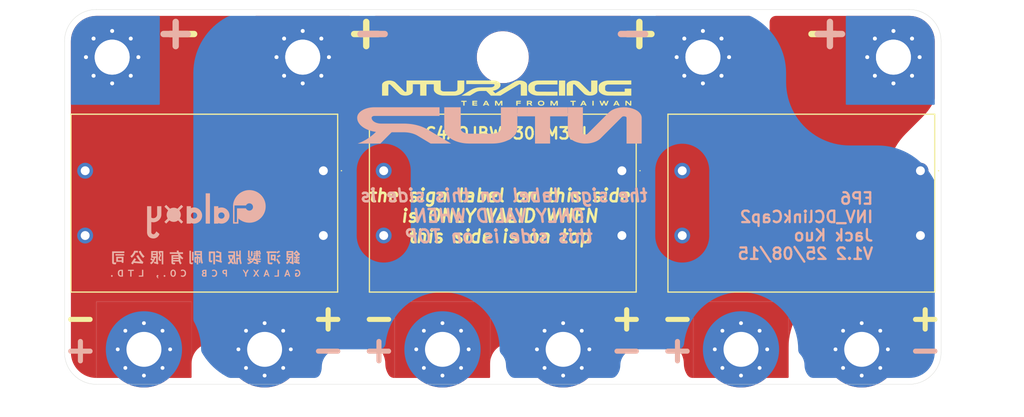
<source format=kicad_pcb>
(kicad_pcb (version 20240108) (generator "pcbnew") (generator_version "8.0")
  (title_block (title "INV_DClinkCap2") (date "2025-08-15") (rev "1.2") (company "NTURacing") (comment 1 "Jack Kuo") (comment 2 "Powertrain") (comment 3 "need thicker copper pour") (comment 4 "handle max 100A"))
  (layers (0 "F.Cu" signal) (31 "B.Cu" signal) (34 "B.Paste" user) (35 "F.Paste" user) (36 "B.SilkS" user "B.Silkscreen") (37 "F.SilkS" user "F.Silkscreen") (38 "B.Mask" user) (39 "F.Mask" user) (44 "Edge.Cuts" user))
  (net 0 "")
  (net 1 "HV+")
  (net 2 "HV-")
  (footprint "nturt_kicad_lib_EP6:MountingHole_5.5mm_Pad_Via_15mm_square" (layer "F.Cu") (at 169 71)
    (property "Reference" "H9" (hide yes))
    (property "Value" "HV+")
    (pad "1" thru_hole circle (at -4.125 0) (size 0.9 0.9) (drill 0.6) (layers "*.Cu" "*.Mask") (net 1 "HV+"))
    (pad "1" thru_hole circle (at -2.926815 -2.926815) (size 0.9 0.9) (drill 0.6) (layers "*.Cu" "*.Mask") (net 1 "HV+"))
    (pad "1" thru_hole circle (at -2.926815 2.926815) (size 0.9 0.9) (drill 0.6) (layers "*.Cu" "*.Mask") (net 1 "HV+"))
    (pad "1" thru_hole circle (at 0 -4.125) (size 0.9 0.9) (drill 0.6) (layers "*.Cu" "*.Mask") (net 1 "HV+"))
    (pad "1" thru_hole circle (at 0 0) (size 12 12) (drill 5.5) (layers "*.Cu" "*.Mask") (net 1 "HV+"))
    (pad "1" thru_hole circle (at 0 4.125) (size 0.9 0.9) (drill 0.6) (layers "*.Cu" "*.Mask") (net 1 "HV+"))
    (pad "1" thru_hole circle (at 2.926815 -2.926815) (size 0.9 0.9) (drill 0.6) (layers "*.Cu" "*.Mask") (net 1 "HV+"))
    (pad "1" thru_hole circle (at 2.926815 2.926815) (size 0.9 0.9) (drill 0.6) (layers "*.Cu" "*.Mask") (net 1 "HV+"))
    (pad "1" thru_hole circle (at 4.125 0) (size 0.9 0.9) (drill 0.6) (layers "*.Cu" "*.Mask") (net 1 "HV+"))
  )
  (footprint "nturt_kicad_lib_EP6:MountingHole_5.5mm_Pad_Via_15mm_square" (layer "F.Cu") (at 106 71)
    (property "Reference" "H7" (hide yes))
    (property "Value" "HV+")
    (pad "1" thru_hole circle (at -4.125 0) (size 0.9 0.9) (drill 0.6) (layers "*.Cu" "*.Mask") (net 1 "HV+"))
    (pad "1" thru_hole circle (at -2.926815 -2.926815) (size 0.9 0.9) (drill 0.6) (layers "*.Cu" "*.Mask") (net 1 "HV+"))
    (pad "1" thru_hole circle (at -2.926815 2.926815) (size 0.9 0.9) (drill 0.6) (layers "*.Cu" "*.Mask") (net 1 "HV+"))
    (pad "1" thru_hole circle (at 0 -4.125) (size 0.9 0.9) (drill 0.6) (layers "*.Cu" "*.Mask") (net 1 "HV+"))
    (pad "1" thru_hole circle (at 0 0) (size 12 12) (drill 5.5) (layers "*.Cu" "*.Mask") (net 1 "HV+"))
    (pad "1" thru_hole circle (at 0 4.125) (size 0.9 0.9) (drill 0.6) (layers "*.Cu" "*.Mask") (net 1 "HV+"))
    (pad "1" thru_hole circle (at 2.926815 -2.926815) (size 0.9 0.9) (drill 0.6) (layers "*.Cu" "*.Mask") (net 1 "HV+"))
    (pad "1" thru_hole circle (at 2.926815 2.926815) (size 0.9 0.9) (drill 0.6) (layers "*.Cu" "*.Mask") (net 1 "HV+"))
    (pad "1" thru_hole circle (at 4.125 0) (size 0.9 0.9) (drill 0.6) (layers "*.Cu" "*.Mask") (net 1 "HV+"))
  )
  (footprint "MountingHole:MountingHole_3.2mm_M3" (layer "F.Cu") (at 137.5 71)
    (property "Reference" "H11" (hide yes))
    (property "Value" "MountingHole")
    (pad "" np_thru_hole circle (at 0 0) (size 3.2 3.2) (drill 3.2) (layers "*.Cu" "*.Mask"))
  )
  (footprint "nturt_kicad_lib_EP6:C4AQJBW5300M3JJ" (layer "F.Cu") (at 184.5 94 180)
    (property "Reference" "C5" (hide yes))
    (property "Value" "30µF" (hide yes))
    (pad "1" thru_hole circle (at -18.75 -5.08 180) (size 2.5 2.5) (drill 1.4) (layers "*.Cu" "*.Mask") (net 1 "HV+"))
    (pad "1" thru_hole circle (at -18.75 5.12 180) (size 2.5 2.5) (drill 1.4) (layers "*.Cu" "*.Mask") (net 1 "HV+"))
    (pad "2" thru_hole circle (at 18.75 -5.08 180) (size 2.5 2.5) (drill 1.4) (layers "*.Cu" "*.Mask") (net 2 "HV-"))
    (pad "2" thru_hole circle (at 18.75 5.12 180) (size 2.5 2.5) (drill 1.4) (layers "*.Cu" "*.Mask") (net 2 "HV-"))
  )
  (footprint "nturt_kicad_lib_EP6:MountingHole_5.5mm_Pad_Via_15mm_square" (layer "F.Cu") (at 76 71)
    (property "Reference" "H8" (hide yes))
    (property "Value" "HV-")
    (pad "1" thru_hole circle (at -4.125 0) (size 0.9 0.9) (drill 0.6) (layers "*.Cu" "*.Mask") (net 2 "HV-"))
    (pad "1" thru_hole circle (at -2.926815 -2.926815) (size 0.9 0.9) (drill 0.6) (layers "*.Cu" "*.Mask") (net 2 "HV-"))
    (pad "1" thru_hole circle (at -2.926815 2.926815) (size 0.9 0.9) (drill 0.6) (layers "*.Cu" "*.Mask") (net 2 "HV-"))
    (pad "1" thru_hole circle (at 0 -4.125) (size 0.9 0.9) (drill 0.6) (layers "*.Cu" "*.Mask") (net 2 "HV-"))
    (pad "1" thru_hole circle (at 0 0) (size 12 12) (drill 5.5) (layers "*.Cu" "*.Mask") (net 2 "HV-"))
    (pad "1" thru_hole circle (at 0 4.125) (size 0.9 0.9) (drill 0.6) (layers "*.Cu" "*.Mask") (net 2 "HV-"))
    (pad "1" thru_hole circle (at 2.926815 -2.926815) (size 0.9 0.9) (drill 0.6) (layers "*.Cu" "*.Mask") (net 2 "HV-"))
    (pad "1" thru_hole circle (at 2.926815 2.926815) (size 0.9 0.9) (drill 0.6) (layers "*.Cu" "*.Mask") (net 2 "HV-"))
    (pad "1" thru_hole circle (at 4.125 0) (size 0.9 0.9) (drill 0.6) (layers "*.Cu" "*.Mask") (net 2 "HV-"))
  )
  (footprint "nturt_kicad_lib_EP6:MountingHole_5.5mm_Pad_Via_15mm_square" (layer "F.Cu") (at 128 117)
    (property "Reference" "H3" (hide yes))
    (property "Value" "HV-")
    (pad "1" thru_hole circle (at -4.125 0) (size 0.9 0.9) (drill 0.6) (layers "*.Cu" "*.Mask") (net 2 "HV-"))
    (pad "1" thru_hole circle (at -2.926815 -2.926815) (size 0.9 0.9) (drill 0.6) (layers "*.Cu" "*.Mask") (net 2 "HV-"))
    (pad "1" thru_hole circle (at -2.926815 2.926815) (size 0.9 0.9) (drill 0.6) (layers "*.Cu" "*.Mask") (net 2 "HV-"))
    (pad "1" thru_hole circle (at 0 -4.125) (size 0.9 0.9) (drill 0.6) (layers "*.Cu" "*.Mask") (net 2 "HV-"))
    (pad "1" thru_hole circle (at 0 0) (size 12 12) (drill 5.5) (layers "*.Cu" "*.Mask") (net 2 "HV-"))
    (pad "1" thru_hole circle (at 0 4.125) (size 0.9 0.9) (drill 0.6) (layers "*.Cu" "*.Mask") (net 2 "HV-"))
    (pad "1" thru_hole circle (at 2.926815 -2.926815) (size 0.9 0.9) (drill 0.6) (layers "*.Cu" "*.Mask") (net 2 "HV-"))
    (pad "1" thru_hole circle (at 2.926815 2.926815) (size 0.9 0.9) (drill 0.6) (layers "*.Cu" "*.Mask") (net 2 "HV-"))
    (pad "1" thru_hole circle (at 4.125 0) (size 0.9 0.9) (drill 0.6) (layers "*.Cu" "*.Mask") (net 2 "HV-"))
  )
  (footprint "nturt_kicad_lib_EP6:MountingHole_5.5mm_Pad_Via_15mm_square" (layer "F.Cu") (at 81 117)
    (property "Reference" "H1" (hide yes))
    (property "Value" "HV-")
    (pad "1" thru_hole circle (at -4.125 0) (size 0.9 0.9) (drill 0.6) (layers "*.Cu" "*.Mask") (net 2 "HV-"))
    (pad "1" thru_hole circle (at -2.926815 -2.926815) (size 0.9 0.9) (drill 0.6) (layers "*.Cu" "*.Mask") (net 2 "HV-"))
    (pad "1" thru_hole circle (at -2.926815 2.926815) (size 0.9 0.9) (drill 0.6) (layers "*.Cu" "*.Mask") (net 2 "HV-"))
    (pad "1" thru_hole circle (at 0 -4.125) (size 0.9 0.9) (drill 0.6) (layers "*.Cu" "*.Mask") (net 2 "HV-"))
    (pad "1" thru_hole circle (at 0 0) (size 12 12) (drill 5.5) (layers "*.Cu" "*.Mask") (net 2 "HV-"))
    (pad "1" thru_hole circle (at 0 4.125) (size 0.9 0.9) (drill 0.6) (layers "*.Cu" "*.Mask") (net 2 "HV-"))
    (pad "1" thru_hole circle (at 2.926815 -2.926815) (size 0.9 0.9) (drill 0.6) (layers "*.Cu" "*.Mask") (net 2 "HV-"))
    (pad "1" thru_hole circle (at 2.926815 2.926815) (size 0.9 0.9) (drill 0.6) (layers "*.Cu" "*.Mask") (net 2 "HV-"))
    (pad "1" thru_hole circle (at 4.125 0) (size 0.9 0.9) (drill 0.6) (layers "*.Cu" "*.Mask") (net 2 "HV-"))
  )
  (footprint "nturt_kicad_lib_EP6:MountingHole_5.5mm_Pad_Via_15mm_square" (layer "F.Cu") (at 199 71)
    (property "Reference" "H10" (hide yes))
    (property "Value" "HV-")
    (pad "1" thru_hole circle (at -4.125 0) (size 0.9 0.9) (drill 0.6) (layers "*.Cu" "*.Mask") (net 2 "HV-"))
    (pad "1" thru_hole circle (at -2.926815 -2.926815) (size 0.9 0.9) (drill 0.6) (layers "*.Cu" "*.Mask") (net 2 "HV-"))
    (pad "1" thru_hole circle (at -2.926815 2.926815) (size 0.9 0.9) (drill 0.6) (layers "*.Cu" "*.Mask") (net 2 "HV-"))
    (pad "1" thru_hole circle (at 0 -4.125) (size 0.9 0.9) (drill 0.6) (layers "*.Cu" "*.Mask") (net 2 "HV-"))
    (pad "1" thru_hole circle (at 0 0) (size 12 12) (drill 5.5) (layers "*.Cu" "*.Mask") (net 2 "HV-"))
    (pad "1" thru_hole circle (at 0 4.125) (size 0.9 0.9) (drill 0.6) (layers "*.Cu" "*.Mask") (net 2 "HV-"))
    (pad "1" thru_hole circle (at 2.926815 -2.926815) (size 0.9 0.9) (drill 0.6) (layers "*.Cu" "*.Mask") (net 2 "HV-"))
    (pad "1" thru_hole circle (at 2.926815 2.926815) (size 0.9 0.9) (drill 0.6) (layers "*.Cu" "*.Mask") (net 2 "HV-"))
    (pad "1" thru_hole circle (at 4.125 0) (size 0.9 0.9) (drill 0.6) (layers "*.Cu" "*.Mask") (net 2 "HV-"))
  )
  (footprint "nturt_kicad_lib_EP6:C4AQJBW5300M3JJ" (layer "F.Cu") (at 137.5 94 180)
    (property "Reference" "C3" (hide yes))
    (property "Value" "30µF" (hide yes))
    (pad "1" thru_hole circle (at -18.75 -5.08 180) (size 2.5 2.5) (drill 1.4) (layers "*.Cu" "*.Mask") (net 1 "HV+"))
    (pad "1" thru_hole circle (at -18.75 5.12 180) (size 2.5 2.5) (drill 1.4) (layers "*.Cu" "*.Mask") (net 1 "HV+"))
    (pad "2" thru_hole circle (at 18.75 -5.08 180) (size 2.5 2.5) (drill 1.4) (layers "*.Cu" "*.Mask") (net 2 "HV-"))
    (pad "2" thru_hole circle (at 18.75 5.12 180) (size 2.5 2.5) (drill 1.4) (layers "*.Cu" "*.Mask") (net 2 "HV-"))
  )
  (footprint "nturt_kicad_lib_EP6:C4AQJBW5300M3JJ" (layer "F.Cu") (at 90.5 94 180)
    (property "Reference" "C1" (hide yes))
    (property "Value" "30µF" (hide yes))
    (pad "1" thru_hole circle (at -18.75 -5.08 180) (size 2.5 2.5) (drill 1.4) (layers "*.Cu" "*.Mask") (net 1 "HV+"))
    (pad "1" thru_hole circle (at -18.75 5.12 180) (size 2.5 2.5) (drill 1.4) (layers "*.Cu" "*.Mask") (net 1 "HV+"))
    (pad "2" thru_hole circle (at 18.75 -5.08 180) (size 2.5 2.5) (drill 1.4) (layers "*.Cu" "*.Mask") (net 2 "HV-"))
    (pad "2" thru_hole circle (at 18.75 5.12 180) (size 2.5 2.5) (drill 1.4) (layers "*.Cu" "*.Mask") (net 2 "HV-"))
  )
  (footprint "nturt_kicad_lib_EP6:MountingHole_5.5mm_Pad_Via_15mm_square" (layer "F.Cu") (at 175 117)
    (property "Reference" "H5" (hide yes))
    (property "Value" "HV-")
    (pad "1" thru_hole circle (at -4.125 0) (size 0.9 0.9) (drill 0.6) (layers "*.Cu" "*.Mask") (net 2 "HV-"))
    (pad "1" thru_hole circle (at -2.926815 -2.926815) (size 0.9 0.9) (drill 0.6) (layers "*.Cu" "*.Mask") (net 2 "HV-"))
    (pad "1" thru_hole circle (at -2.926815 2.926815) (size 0.9 0.9) (drill 0.6) (layers "*.Cu" "*.Mask") (net 2 "HV-"))
    (pad "1" thru_hole circle (at 0 -4.125) (size 0.9 0.9) (drill 0.6) (layers "*.Cu" "*.Mask") (net 2 "HV-"))
    (pad "1" thru_hole circle (at 0 0) (size 12 12) (drill 5.5) (layers "*.Cu" "*.Mask") (net 2 "HV-"))
    (pad "1" thru_hole circle (at 0 4.125) (size 0.9 0.9) (drill 0.6) (layers "*.Cu" "*.Mask") (net 2 "HV-"))
    (pad "1" thru_hole circle (at 2.926815 -2.926815) (size 0.9 0.9) (drill 0.6) (layers "*.Cu" "*.Mask") (net 2 "HV-"))
    (pad "1" thru_hole circle (at 2.926815 2.926815) (size 0.9 0.9) (drill 0.6) (layers "*.Cu" "*.Mask") (net 2 "HV-"))
    (pad "1" thru_hole circle (at 4.125 0) (size 0.9 0.9) (drill 0.6) (layers "*.Cu" "*.Mask") (net 2 "HV-"))
  )
  (footprint "nturt_kicad_lib_EP6:MountingHole_5.5mm_Pad_Via_15mm_square" (layer "B.Cu") (at 199 71 180)
    (property "Reference" "H10" (hide yes))
    (property "Value" "HV-")
    (pad "1" thru_hole circle (at -4.125 0 180) (size 0.9 0.9) (drill 0.6) (layers "*.Cu" "*.Mask") (net 2 "HV-"))
    (pad "1" thru_hole circle (at -2.926815 -2.926815 180) (size 0.9 0.9) (drill 0.6) (layers "*.Cu" "*.Mask") (net 2 "HV-"))
    (pad "1" thru_hole circle (at -2.926815 2.926815 180) (size 0.9 0.9) (drill 0.6) (layers "*.Cu" "*.Mask") (net 2 "HV-"))
    (pad "1" thru_hole circle (at 0 -4.125 180) (size 0.9 0.9) (drill 0.6) (layers "*.Cu" "*.Mask") (net 2 "HV-"))
    (pad "1" thru_hole circle (at 0 0 180) (size 12 12) (drill 5.5) (layers "*.Cu" "*.Mask") (net 2 "HV-"))
    (pad "1" thru_hole circle (at 0 4.125 180) (size 0.9 0.9) (drill 0.6) (layers "*.Cu" "*.Mask") (net 2 "HV-"))
    (pad "1" thru_hole circle (at 2.926815 -2.926815 180) (size 0.9 0.9) (drill 0.6) (layers "*.Cu" "*.Mask") (net 2 "HV-"))
    (pad "1" thru_hole circle (at 2.926815 2.926815 180) (size 0.9 0.9) (drill 0.6) (layers "*.Cu" "*.Mask") (net 2 "HV-"))
    (pad "1" thru_hole circle (at 4.125 0 180) (size 0.9 0.9) (drill 0.6) (layers "*.Cu" "*.Mask") (net 2 "HV-"))
  )
  (footprint "nturt_kicad_lib_EP6:MountingHole_5.5mm_Pad_Via_15mm_square" (layer "B.Cu") (at 76 71 180)
    (property "Reference" "H8" (hide yes))
    (property "Value" "HV-")
    (pad "1" thru_hole circle (at -4.125 0 180) (size 0.9 0.9) (drill 0.6) (layers "*.Cu" "*.Mask") (net 2 "HV-"))
    (pad "1" thru_hole circle (at -2.926815 -2.926815 180) (size 0.9 0.9) (drill 0.6) (layers "*.Cu" "*.Mask") (net 2 "HV-"))
    (pad "1" thru_hole circle (at -2.926815 2.926815 180) (size 0.9 0.9) (drill 0.6) (layers "*.Cu" "*.Mask") (net 2 "HV-"))
    (pad "1" thru_hole circle (at 0 -4.125 180) (size 0.9 0.9) (drill 0.6) (layers "*.Cu" "*.Mask") (net 2 "HV-"))
    (pad "1" thru_hole circle (at 0 0 180) (size 12 12) (drill 5.5) (layers "*.Cu" "*.Mask") (net 2 "HV-"))
    (pad "1" thru_hole circle (at 0 4.125 180) (size 0.9 0.9) (drill 0.6) (layers "*.Cu" "*.Mask") (net 2 "HV-"))
    (pad "1" thru_hole circle (at 2.926815 -2.926815 180) (size 0.9 0.9) (drill 0.6) (layers "*.Cu" "*.Mask") (net 2 "HV-"))
    (pad "1" thru_hole circle (at 2.926815 2.926815 180) (size 0.9 0.9) (drill 0.6) (layers "*.Cu" "*.Mask") (net 2 "HV-"))
    (pad "1" thru_hole circle (at 4.125 0 180) (size 0.9 0.9) (drill 0.6) (layers "*.Cu" "*.Mask") (net 2 "HV-"))
  )
  (footprint "nturt_kicad_lib_EP6:MountingHole_5.5mm_Pad_Via_15mm_square" (layer "B.Cu") (at 194 117 180)
    (property "Reference" "H6" (hide yes))
    (property "Value" "HV+")
    (pad "1" thru_hole circle (at -4.125 0 180) (size 0.9 0.9) (drill 0.6) (layers "*.Cu" "*.Mask") (net 1 "HV+"))
    (pad "1" thru_hole circle (at -2.926815 -2.926815 180) (size 0.9 0.9) (drill 0.6) (layers "*.Cu" "*.Mask") (net 1 "HV+"))
    (pad "1" thru_hole circle (at -2.926815 2.926815 180) (size 0.9 0.9) (drill 0.6) (layers "*.Cu" "*.Mask") (net 1 "HV+"))
    (pad "1" thru_hole circle (at 0 -4.125 180) (size 0.9 0.9) (drill 0.6) (layers "*.Cu" "*.Mask") (net 1 "HV+"))
    (pad "1" thru_hole circle (at 0 0 180) (size 12 12) (drill 5.5) (layers "*.Cu" "*.Mask") (net 1 "HV+"))
    (pad "1" thru_hole circle (at 0 4.125 180) (size 0.9 0.9) (drill 0.6) (layers "*.Cu" "*.Mask") (net 1 "HV+"))
    (pad "1" thru_hole circle (at 2.926815 -2.926815 180) (size 0.9 0.9) (drill 0.6) (layers "*.Cu" "*.Mask") (net 1 "HV+"))
    (pad "1" thru_hole circle (at 2.926815 2.926815 180) (size 0.9 0.9) (drill 0.6) (layers "*.Cu" "*.Mask") (net 1 "HV+"))
    (pad "1" thru_hole circle (at 4.125 0 180) (size 0.9 0.9) (drill 0.6) (layers "*.Cu" "*.Mask") (net 1 "HV+"))
  )
  (footprint "nturt_kicad_lib_EP6:MountingHole_5.5mm_Pad_Via_15mm_square" (layer "B.Cu") (at 106 71 180)
    (property "Reference" "H7" (hide yes))
    (property "Value" "HV+")
    (pad "1" thru_hole circle (at -4.125 0 180) (size 0.9 0.9) (drill 0.6) (layers "*.Cu" "*.Mask") (net 1 "HV+"))
    (pad "1" thru_hole circle (at -2.926815 -2.926815 180) (size 0.9 0.9) (drill 0.6) (layers "*.Cu" "*.Mask") (net 1 "HV+"))
    (pad "1" thru_hole circle (at -2.926815 2.926815 180) (size 0.9 0.9) (drill 0.6) (layers "*.Cu" "*.Mask") (net 1 "HV+"))
    (pad "1" thru_hole circle (at 0 -4.125 180) (size 0.9 0.9) (drill 0.6) (layers "*.Cu" "*.Mask") (net 1 "HV+"))
    (pad "1" thru_hole circle (at 0 0 180) (size 12 12) (drill 5.5) (layers "*.Cu" "*.Mask") (net 1 "HV+"))
    (pad "1" thru_hole circle (at 0 4.125 180) (size 0.9 0.9) (drill 0.6) (layers "*.Cu" "*.Mask") (net 1 "HV+"))
    (pad "1" thru_hole circle (at 2.926815 -2.926815 180) (size 0.9 0.9) (drill 0.6) (layers "*.Cu" "*.Mask") (net 1 "HV+"))
    (pad "1" thru_hole circle (at 2.926815 2.926815 180) (size 0.9 0.9) (drill 0.6) (layers "*.Cu" "*.Mask") (net 1 "HV+"))
    (pad "1" thru_hole circle (at 4.125 0 180) (size 0.9 0.9) (drill 0.6) (layers "*.Cu" "*.Mask") (net 1 "HV+"))
  )
  (footprint "nturt_kicad_lib_EP6:MountingHole_5.5mm_Pad_Via_15mm_square" (layer "B.Cu") (at 100 117 180)
    (property "Reference" "H2" (hide yes))
    (property "Value" "HV+")
    (pad "1" thru_hole circle (at -4.125 0 180) (size 0.9 0.9) (drill 0.6) (layers "*.Cu" "*.Mask") (net 1 "HV+"))
    (pad "1" thru_hole circle (at -2.926815 -2.926815 180) (size 0.9 0.9) (drill 0.6) (layers "*.Cu" "*.Mask") (net 1 "HV+"))
    (pad "1" thru_hole circle (at -2.926815 2.926815 180) (size 0.9 0.9) (drill 0.6) (layers "*.Cu" "*.Mask") (net 1 "HV+"))
    (pad "1" thru_hole circle (at 0 -4.125 180) (size 0.9 0.9) (drill 0.6) (layers "*.Cu" "*.Mask") (net 1 "HV+"))
    (pad "1" thru_hole circle (at 0 0 180) (size 12 12) (drill 5.5) (layers "*.Cu" "*.Mask") (net 1 "HV+"))
    (pad "1" thru_hole circle (at 0 4.125 180) (size 0.9 0.9) (drill 0.6) (layers "*.Cu" "*.Mask") (net 1 "HV+"))
    (pad "1" thru_hole circle (at 2.926815 -2.926815 180) (size 0.9 0.9) (drill 0.6) (layers "*.Cu" "*.Mask") (net 1 "HV+"))
    (pad "1" thru_hole circle (at 2.926815 2.926815 180) (size 0.9 0.9) (drill 0.6) (layers "*.Cu" "*.Mask") (net 1 "HV+"))
    (pad "1" thru_hole circle (at 4.125 0 180) (size 0.9 0.9) (drill 0.6) (layers "*.Cu" "*.Mask") (net 1 "HV+"))
  )
  (footprint "nturt_kicad_lib_EP6:MountingHole_5.5mm_Pad_Via_15mm_square" (layer "B.Cu") (at 147 117 180)
    (property "Reference" "H4" (hide yes))
    (property "Value" "HV+")
    (pad "1" thru_hole circle (at -4.125 0 180) (size 0.9 0.9) (drill 0.6) (layers "*.Cu" "*.Mask") (net 1 "HV+"))
    (pad "1" thru_hole circle (at -2.926815 -2.926815 180) (size 0.9 0.9) (drill 0.6) (layers "*.Cu" "*.Mask") (net 1 "HV+"))
    (pad "1" thru_hole circle (at -2.926815 2.926815 180) (size 0.9 0.9) (drill 0.6) (layers "*.Cu" "*.Mask") (net 1 "HV+"))
    (pad "1" thru_hole circle (at 0 -4.125 180) (size 0.9 0.9) (drill 0.6) (layers "*.Cu" "*.Mask") (net 1 "HV+"))
    (pad "1" thru_hole circle (at 0 0 180) (size 12 12) (drill 5.5) (layers "*.Cu" "*.Mask") (net 1 "HV+"))
    (pad "1" thru_hole circle (at 0 4.125 180) (size 0.9 0.9) (drill 0.6) (layers "*.Cu" "*.Mask") (net 1 "HV+"))
    (pad "1" thru_hole circle (at 2.926815 -2.926815 180) (size 0.9 0.9) (drill 0.6) (layers "*.Cu" "*.Mask") (net 1 "HV+"))
    (pad "1" thru_hole circle (at 2.926815 2.926815 180) (size 0.9 0.9) (drill 0.6) (layers "*.Cu" "*.Mask") (net 1 "HV+"))
    (pad "1" thru_hole circle (at 4.125 0 180) (size 0.9 0.9) (drill 0.6) (layers "*.Cu" "*.Mask") (net 1 "HV+"))
  )
  (footprint "nturt_kicad_lib_EP6:MountingHole_5.5mm_Pad_Via_15mm_square" (layer "B.Cu") (at 169 71 180)
    (property "Reference" "H9" (hide yes))
    (property "Value" "HV+")
    (pad "1" thru_hole circle (at -4.125 0 180) (size 0.9 0.9) (drill 0.6) (layers "*.Cu" "*.Mask") (net 1 "HV+"))
    (pad "1" thru_hole circle (at -2.926815 -2.926815 180) (size 0.9 0.9) (drill 0.6) (layers "*.Cu" "*.Mask") (net 1 "HV+"))
    (pad "1" thru_hole circle (at -2.926815 2.926815 180) (size 0.9 0.9) (drill 0.6) (layers "*.Cu" "*.Mask") (net 1 "HV+"))
    (pad "1" thru_hole circle (at 0 -4.125 180) (size 0.9 0.9) (drill 0.6) (layers "*.Cu" "*.Mask") (net 1 "HV+"))
    (pad "1" thru_hole circle (at 0 0 180) (size 12 12) (drill 5.5) (layers "*.Cu" "*.Mask") (net 1 "HV+"))
    (pad "1" thru_hole circle (at 0 4.125 180) (size 0.9 0.9) (drill 0.6) (layers "*.Cu" "*.Mask") (net 1 "HV+"))
    (pad "1" thru_hole circle (at 2.926815 -2.926815 180) (size 0.9 0.9) (drill 0.6) (layers "*.Cu" "*.Mask") (net 1 "HV+"))
    (pad "1" thru_hole circle (at 2.926815 2.926815 180) (size 0.9 0.9) (drill 0.6) (layers "*.Cu" "*.Mask") (net 1 "HV+"))
    (pad "1" thru_hole circle (at 4.125 0 180) (size 0.9 0.9) (drill 0.6) (layers "*.Cu" "*.Mask") (net 1 "HV+"))
  )
  (gr_poly (pts (xy 117.160149 78.887884) (xy 117.021925 78.89421) (xy 116.885689 78.904626) (xy 116.751613 78.919028) (xy 116.619871 78.937315) (xy 116.490634 78.959381) (xy 116.364076 78.985124) (xy 116.240368 79.01444) (xy 116.119683 79.047225) (xy 116.002194 79.083377) (xy 115.888073 79.122791) (xy 115.777492 79.165364) (xy 115.670624 79.210993) (xy 115.567642 79.259574) (xy 115.468717 79.311003) (xy 115.374023 79.365178) (xy 115.283732 79.421995) (xy 115.198016 79.481349) (xy 115.117048 79.543139) (xy 115.041 79.607259) (xy 114.970044 79.673608) (xy 114.904354 79.742081) (xy 114.844102 79.812574) (xy 114.789459 79.884985) (xy 114.7406 79.95921) (xy 114.697695 80.035145) (xy 114.660918 80.112687) (xy 114.630441 80.191732) (xy 114.606436 80.272177) (xy 114.589076 80.353919) (xy 114.578534 80.436854) (xy 114.574982 80.520878) (xy 114.574982 80.552628) (xy 114.578658 80.653308) (xy 114.589585 80.752878) (xy 114.607608 80.851246) (xy 114.632574 80.948321) (xy 114.664328 81.04401) (xy 114.702718 81.13822) (xy 114.747588 81.23086) (xy 114.798786 81.321838) (xy 114.856156 81.41106) (xy 114.919547 81.498436) (xy 115.06377 81.667276) (xy 115.230224 81.827621) (xy 115.417679 81.978732) (xy 115.624903 82.119872) (xy 115.850665 82.250302) (xy 116.093735 82.369285) (xy 116.352882 82.476082) (xy 116.626874 82.569957) (xy 116.914481 82.65017) (xy 117.214472 82.715984) (xy 117.525616 82.766661) (xy 117.370828 82.917425) (xy 117.212128 83.063683) (xy 117.049624 83.205367) (xy 116.883423 83.342411) (xy 116.713631 83.474749) (xy 116.540356 83.602313) (xy 116.363704 83.725037) (xy 116.183782 83.842854) (xy 116.000698 83.955698) (xy 115.814558 84.063502) (xy 115.625469 84.1662) (xy 115.433539 84.263724) (xy 115.238874 84.356008) (xy 115.04158 84.442985) (xy 114.841766 84.524589) (xy 114.639538 84.600753) (xy 118.222003 84.600753) (xy 120 82.822753) (xy 121.897592 82.822753) (xy 122.051966 82.825013) (xy 122.204986 82.831759) (xy 122.35644 82.842935) (xy 122.506116 82.858488) (xy 122.653802 82.878363) (xy 122.799285 82.902506) (xy 122.942353 82.930863) (xy 123.082793 82.963379) (xy 123.220392 83) (xy 123.354939 83.040672) (xy 123.486222 83.085341) (xy 123.614026 83.133952) (xy 123.738142 83.186452) (xy 123.858354 83.242785) (xy 123.974453 83.302898) (xy 124.086224 83.366736) (xy 126.142566 84.600753) (xy 129.360956 84.600753) (xy 125.694888 82.401537) (xy 125.500926 82.29065) (xy 125.299488 82.186255) (xy 125.090938 82.088442) (xy 124.875638 81.997303) (xy 124.653951 81.91293) (xy 124.426239 81.835413) (xy 124.192866 81.764845) (xy 123.954193 81.701317) (xy 123.710585 81.64492) (xy 123.462404 81.595746) (xy 123.210011 81.553887) (xy 122.953771 81.519433) (xy 122.694046 81.492476) (xy 122.431199 81.473108) (xy 122.165592 81.46142) (xy 121.897589 81.457504) (xy 118.359582 81.457504) (xy 118.282068 81.456323) (xy 118.205561 81.452818) (xy 118.130156 81.447047) (xy 118.055949 81.439068) (xy 117.983034 81.428937) (xy 117.911508 81.416713) (xy 117.841466 81.402453) (xy 117.773002 81.386215) (xy 117.706213 81.368056) (xy 117.641193 81.348034) (xy 117.578039 81.326205) (xy 117.516844 81.302629) (xy 117.457706 81.277363) (xy 117.400718 81.250463) (xy 117.345977 81.221987) (xy 117.293577 81.191994) (xy 117.243615 81.160541) (xy 117.196185 81.127684) (xy 117.151383 81.093482) (xy 117.109303 81.057993) (xy 117.070043 81.021273) (xy 117.033696 80.983381) (xy 117.000358 80.944374) (xy 116.970124 80.904309) (xy 116.943091 80.863245) (xy 116.919352 80.821238) (xy 116.899004 80.778346) (xy 116.882142 80.734627) (xy 116.868861 80.690138) (xy 116.859257 80.644937) (xy 116.853424 80.599081) (xy 116.851459 80.552628) (xy 116.851459 80.520878) (xy 116.852058 80.507254) (xy 116.853836 80.493779) (xy 116.856761 80.480471) (xy 116.860802 80.467349) (xy 116.865928 80.454432) (xy 116.872108 80.441738) (xy 116.879312 80.429287) (xy 116.887508 80.417095) (xy 116.896665 80.405183) (xy 116.906752 80.393568) (xy 116.929592 80.371305) (xy 116.955782 80.350457) (xy 116.985071 80.331171) (xy 117.017214 80.313597) (xy 117.051961 80.297884) (xy 117.089064 80.284179) (xy 117.128275 80.272632) (xy 117.169347 80.263393) (xy 117.212032 80.256608) (xy 117.25608 80.252429) (xy 117.301245 80.251003) (xy 127.540622 80.251003) (xy 127.540622 78.885753) (xy 117.300189 78.885753)) (stroke (width -0.000001)) (fill solid) (layer "B.SilkS"))
  (gr_poly (pts (xy 97.850964 102.317619) (xy 98.100307 102.317619) (xy 98.100307 101.54112) (xy 97.850964 101.54112)) (stroke (width -0.000001)) (fill solid) (layer "B.SilkS"))
  (gr_poly (pts (xy 98.905007 104.473016) (xy 98.90315 104.473191) (xy 98.901317 104.47348) (xy 98.899514 104.473881) (xy 98.897745 104.47439) (xy 98.896014 104.475004) (xy 98.894327 104.475722) (xy 98.892689 104.476541) (xy 98.891105 104.477458) (xy 98.889578 104.47847) (xy 98.888114 104.479574) (xy 98.886718 104.480769) (xy 98.885395 104.482051) (xy 98.884149 104.483418) (xy 98.882985 104.484868) (xy 98.881908 104.486396) (xy 98.656059 104.828555) (xy 98.415288 104.485656) (xy 98.414178 104.484205) (xy 98.412992 104.482831) (xy 98.411735 104.481537) (xy 98.41041 104.480323) (xy 98.409022 104.479193) (xy 98.407575 104.47815) (xy 98.406073 104.477194) (xy 98.40452 104.47633) (xy 98.402919 104.475558) (xy 98.401276 104.474882) (xy 98.399593 104.474303) (xy 98.397876 104.473825) (xy 98.396127 104.473448) (xy 98.394351 104.473177) (xy 98.392553 104.473012) (xy 98.390735 104.472957) (xy 98.251776 104.472957) (xy 98.249702 104.473029) (xy 98.247652 104.473244) (xy 98.245633 104.473598) (xy 98.24365 104.474086) (xy 98.241711 104.474705) (xy 98.239821 104.475451) (xy 98.237989 104.47632) (xy 98.236219 104.477309) (xy 98.234518 104.478412) (xy 98.232894 104.479628) (xy 98.231351 104.48095) (xy 98.229898 104.482377) (xy 98.228541 104.483903) (xy 98.227285 104.485525) (xy 98.226138 104.48724) (xy 98.225106 104.489042) (xy 98.224205 104.490931) (xy 98.223444 104.492863) (xy 98.222823 104.494829) (xy 98.222343 104.496822) (xy 98.222002 104.498835) (xy 98.2218 104.50086) (xy 98.221737 104.50289) (xy 98.221812 104.504918) (xy 98.222025 104.506936) (xy 98.222374 104.508936) (xy 98.222861 104.510912) (xy 98.223484 104.512855) (xy 98.224243 104.514759) (xy 98.225137 104.516616) (xy 98.226166 104.518418) (xy 98.227329 104.520158) (xy 98.553612 104.983814) (xy 98.207961 105.507477) (xy 98.206876 105.509215) (xy 98.205922 105.51101) (xy 98.2051 105.512855) (xy 98.204411 105.514744) (xy 98.203853 105.51667) (xy 98.203427 105.518626) (xy 98.203134 105.520604) (xy 98.202974 105.522597) (xy 98.202946 105.5246) (xy 98.203051 105.526604) (xy 98.203289 105.528603) (xy 98.20366 105.53059) (xy 98.204164 105.532557) (xy 98.204802 105.534498) (xy 98.205574 105.536406) (xy 98.206479 105.538274) (xy 98.206989 105.539167) (xy 98.207527 105.540037) (xy 98.208092 105.540886) (xy 98.208684 105.541712) (xy 98.209301 105.542516) (xy 98.209943 105.543296) (xy 98.210609 105.544052) (xy 98.211298 105.544785) (xy 98.21201 105.545492) (xy 98.212744 105.546175) (xy 98.213499 105.546832) (xy 98.214274 105.547463) (xy 98.215069 105.548067) (xy 98.215883 105.548645) (xy 98.216716 105.549195) (xy 98.217565 105.549718) (xy 98.218432 105.550212) (xy 98.219314 105.550678) (xy 98.220212 105.551114) (xy 98.221125 105.551521) (xy 98.222051 105.551898) (xy 98.22299 105.552245) (xy 98.223941 105.55256) (xy 98.224904 105.552845) (xy 98.225878 105.553097) (xy 98.226862 105.553318) (xy 98.227856 105.553505) (xy 98.228858 105.55366) (xy 98.229868 105.553781) (xy 98.230885 105.553868) (xy 98.231908 105.55392) (xy 98.232938 105.553938) (xy 98.401954 105.553938) (xy 98.403849 105.553879) (xy 98.405722 105.553703) (xy 98.407569 105.553414) (xy 98.409383 105.553014) (xy 98.411161 105.552505) (xy 98.412898 105.55189) (xy 98.414588 105.551172) (xy 98.416228 105.550353) (xy 98.417811 105.549436) (xy 98.419334 105.548424) (xy 98.420792 105.547319) (xy 98.422179 105.546124) (xy 98.423491 105.544842) (xy 98.424724 105.543475) (xy 98.425872 105.542026) (xy 98.42693 105.540497) (xy 98.677014 105.161613) (xy 98.943397 105.541237) (xy 98.944508 105.542688) (xy 98.945694 105.544062) (xy 98.946951 105.545357) (xy 98.948277 105.54657) (xy 98.949666 105.5477) (xy 98.951115 105.548744) (xy 98.952621 105.5497) (xy 98.954178 105.550564) (xy 98.955785 105.551336) (xy 98.957435 105.552012) (xy 98.959126 105.552591) (xy 98.960854 105.55307) (xy 98.962615 105.553446) (xy 98.964405 105.553718) (xy 98.96622 105.553883) (xy 98.968056 105.553938) (xy 99.106909 105.553938) (xy 99.108999 105.553865) (xy 99.111059 105.55365) (xy 99.113082 105.553297) (xy 99.115063 105.552809) (xy 99.116997 105.552189) (xy 99.118877 105.551443) (xy 99.120698 105.550574) (xy 99.122454 105.549586) (xy 99.124139 105.548482) (xy 99.125747 105.547267) (xy 99.127274 105.545944) (xy 99.128713 105.544517) (xy 99.130058 105.542991) (xy 99.131303 105.541368) (xy 99.132444 105.539654) (xy 99.133474 105.537851) (xy 99.134377 105.535963) (xy 99.135141 105.534036) (xy 99.135768 105.532075) (xy 99.136257 105.530089) (xy 99.136609 105.528084) (xy 99.136824 105.526068) (xy 99.136903 105.524047) (xy 99.136847 105.522029) (xy 99.136655 105.520021) (xy 99.136329 105.51803) (xy 99.135869 105.516063) (xy 99.135274 105.514128) (xy 99.134547 105.512231) (xy 99.133686 105.51038) (xy 99.132693 105.508581) (xy 99.131568 105.506842) (xy 98.780307 105.005086) (xy 99.100877 104.519523) (xy 99.101943 104.517765) (xy 99.102881 104.515951) (xy 99.103688 104.514087) (xy 99.104366 104.512181) (xy 99.104913 104.51024) (xy 99.10533 104.508272) (xy 99.105617 104.506284) (xy 99.105771 104.504283) (xy 99.105795 104.502278) (xy 99.105687 104.500275) (xy 99.105446 104.498282) (xy 99.105073 104.496306) (xy 99.104568 104.494355) (xy 99.103929 104.492436) (xy 99.103158 104.490557) (xy 99.102252 104.488725) (xy 99.101742 104.487823) (xy 99.101205 104.486944) (xy 99.100641 104.486087) (xy 99.100052 104.485252) (xy 99.099437 104.484441) (xy 99.098798 104.483655) (xy 99.098135 104.482892) (xy 99.097448 104.482154) (xy 99.09674 104.481441) (xy 99.096009 104.480754) (xy 99.095257 104.480092) (xy 99.094485 104.479457) (xy 99.093694 104.478849) (xy 99.092883 104.478268) (xy 99.092053 104.477715) (xy 99.091206 104.47719) (xy 99.090342 104.476693) (xy 99.089461 104.476225) (xy 99.088565 104.475787) (xy 99.087654 104.475379) (xy 99.086728 104.475) (xy 99.085789 104.474653) (xy 99.084837 104.474336) (xy 99.083872 104.474051) (xy 99.082896 104.473798) (xy 99.081909 104.473577) (xy 99.080912 104.473389) (xy 99.079905 104.473235) (xy 99.078889 104.473114) (xy 99.077865 104.473027) (xy 99.076833 104.472974) (xy 99.075794 104.472957) (xy 98.906884 104.472957)) (stroke (width -0.000001)) (fill solid) (layer "B.SilkS"))
  (gr_poly (pts (xy 92.005051 104.478427) (xy 91.989484 104.478967) (xy 91.973779 104.479866) (xy 91.957935 104.481126) (xy 91.941954 104.482746) (xy 91.925836 104.484727) (xy 91.893188 104.48977) (xy 91.859995 104.496257) (xy 91.826259 104.504188) (xy 91.791981 104.513566) (xy 91.757166 104.524391) (xy 91.757166 104.66843) (xy 91.775009 104.659664) (xy 91.792702 104.651463) (xy 91.810245 104.643828) (xy 91.827638 104.636759) (xy 91.844882 104.630255) (xy 91.861978 104.624317) (xy 91.878927 104.618945) (xy 91.895728 104.614137) (xy 91.912384 104.609896) (xy 91.928893 104.60622) (xy 91.945257 104.603109) (xy 91.961477 104.600564) (xy 91.977553 104.598585) (xy 91.993486 104.597171) (xy 92.009276 104.596323) (xy 92.024925 104.59604) (xy 92.042723 104.596494) (xy 92.060122 104.597856) (xy 92.077122 104.600125) (xy 92.093723 104.603303) (xy 92.109924 104.607388) (xy 92.125726 104.612381) (xy 92.141128 104.618282) (xy 92.156131 104.625091) (xy 92.170735 104.632808) (xy 92.184939 104.641432) (xy 92.198744 104.650965) (xy 92.212149 104.661405) (xy 92.225156 104.672753) (xy 92.237763 104.685009) (xy 92.24997 104.698173) (xy 92.261778 104.712244) (xy 92.273044 104.727018) (xy 92.283582 104.742288) (xy 92.293394 104.758055) (xy 92.302478 104.774318) (xy 92.310837 104.791078) (xy 92.318468 104.808334) (xy 92.325372 104.826088) (xy 92.33155 104.844338) (xy 92.337001 104.863086) (xy 92.341725 104.882332) (xy 92.345723 104.902075) (xy 92.348993 104.922316) (xy 92.351537 104.943055) (xy 92.353354 104.964292) (xy 92.354444 104.986027) (xy 92.354807 105.008261) (xy 92.354398 105.030684) (xy 92.35317 105.052592) (xy 92.351123 105.073983) (xy 92.348256 105.094857) (xy 92.344569 105.115215) (xy 92.340062 105.135057) (xy 92.334735 105.154381) (xy 92.328587 105.173189) (xy 92.321618 105.191479) (xy 92.313828 105.209252) (xy 92.305216 105.226508) (xy 92.295782 105.243246) (xy 92.285525 105.259466) (xy 92.274446 105.275168) (xy 92.262544 105.290352) (xy 92.249819 105.305018) (xy 92.236469 105.319011) (xy 92.222653 105.3321) (xy 92.20837 105.344283) (xy 92.193619 105.355563) (xy 92.178401 105.365938) (xy 92.162714 105.375409) (xy 92.14656 105.383977) (xy 92.129937 105.391642) (xy 92.112845 105.398404) (xy 92.095284 105.404263) (xy 92.077254 105.40922) (xy 92.058754 105.413275) (xy 92.039784 105.416428) (xy 92.020343 105.41868) (xy 92.000432 105.420031) (xy 91.98005 105.420482) (xy 91.967431 105.420258) (xy 91.954536 105.419588) (xy 91.941365 105.418472) (xy 91.927917 105.416908) (xy 91.914193 105.414897) (xy 91.900193 105.412439) (xy 91.885915 105.409534) (xy 91.871359 105.406181) (xy 91.856526 105.40238) (xy 91.841415 105.398132) (xy 91.826025 105.393435) (xy 91.810357 105.388291) (xy 91.794409 105.382697) (xy 91.778182 105.376656) (xy 91.761675 105.370166) (xy 91.744889 105.363227) (xy 91.744889 105.492131) (xy 91.780429 105.505346) (xy 91.798006 105.511298) (xy 91.815453 105.516812) (xy 91.832772 105.521887) (xy 91.849962 105.526523) (xy 91.867022 105.53072) (xy 91.883954 105.534478) (xy 91.900757 105.537795) (xy 91.917431 105.540671) (xy 91.933975 105.543106) (xy 91.950391 105.545099) (xy 91.966678 105.54665) (xy 91.982835 105.547759) (xy 91.998864 105.548424) (xy 92.014763 105.548646) (xy 92.04209 105.548076) (xy 92.068744 105.546364) (xy 92.094726 105.543512) (xy 92.120037 105.539518) (xy 92.144676 105.534383) (xy 92.168643 105.528108) (xy 92.191939 105.520691) (xy 92.214564 105.512133) (xy 92.236518 105.502435) (xy 92.257801 105.491595) (xy 92.278414 105.479614) (xy 92.298356 105.466492) (xy 92.317628 105.45223) (xy 92.336229 105.436826) (xy 92.35416 105.420281) (xy 92.371422 105.402596) (xy 92.387801 105.38398) (xy 92.403122 105.364645) (xy 92.417388 105.344591) (xy 92.430596 105.323818) (xy 92.442748 105.302326) (xy 92.453843 105.280116) (xy 92.463882 105.257187) (xy 92.472864 105.23354) (xy 92.480789 105.209175) (xy 92.487657 105.184093) (xy 92.493469 105.158292) (xy 92.498224 105.131774) (xy 92.501922 105.104538) (xy 92.504564 105.076585) (xy 92.506149 105.047915) (xy 92.506677 105.018527) (xy 92.506152 104.98876) (xy 92.504574 104.959706) (xy 92.501945 104.931363) (xy 92.498265 104.903734) (xy 92.493534 104.876818) (xy 92.487752 104.850615) (xy 92.480919 104.825126) (xy 92.473036 104.800351) (xy 92.464102 104.776291) (xy 92.454117 104.752945) (xy 92.443083 104.730314) (xy 92.430998 104.708399) (xy 92.417864 104.687199) (xy 92.40368 104.666715) (xy 92.388447 104.646947) (xy 92.372164 104.627896) (xy 92.355015 104.609786) (xy 92.337223 104.592842) (xy 92.318789 104.577065) (xy 92.299711 104.562454) (xy 92.279989 104.549011) (xy 92.259624 104.536735) (xy 92.238614 104.525626) (xy 92.216959 104.515686) (xy 92.19466 104.506914) (xy 92.171715 104.49931) (xy 92.148125 104.492875) (xy 92.123889 104.48761) (xy 92.099007 104.483514) (xy 92.073478 104.480588) (xy 92.047302 104.478832) (xy 92.02048 104.478247)) (stroke (width -0.000001)) (fill solid) (layer "B.SilkS"))
  (gr_poly (pts (xy 101.818232 102.85412) (xy 101.915681 103.041048) (xy 102.019104 103.230833) (xy 102.072156 103.324937) (xy 102.125622 103.417524) (xy 102.179142 103.507847) (xy 102.232358 103.595165) (xy 102.469954 103.406993) (xy 102.420078 103.335689) (xy 102.366417 103.255142) (xy 102.310051 103.166926) (xy 102.252056 103.072613) (xy 102.193511 102.973775) (xy 102.135492 102.871986) (xy 102.079079 102.768817) (xy 102.025348 102.665842)) (stroke (width -0.000001)) (fill solid) (layer "B.SilkS"))
  (gr_poly (pts (xy 84.227131 105.30678) (xy 84.217475 105.307543) (xy 84.207399 105.308963) (xy 84.197065 105.311163) (xy 84.186632 105.314262) (xy 84.181429 105.316188) (xy 84.176262 105.318384) (xy 84.171151 105.320866) (xy 84.166116 105.323649) (xy 84.161178 105.326749) (xy 84.156355 105.33018) (xy 84.151669 105.333957) (xy 84.14714 105.338096) (xy 84.142787 105.342613) (xy 84.138631 105.347521) (xy 84.134692 105.352837) (xy 84.13099 105.358576) (xy 84.127545 105.364752) (xy 84.124377 105.371382) (xy 84.121507 105.378479) (xy 84.118954 105.38606) (xy 84.116738 105.39414) (xy 84.114881 105.402733) (xy 84.113401 105.411856) (xy 84.112319 105.421522) (xy 84.111655 105.431748) (xy 84.111429 105.442548) (xy 84.111945 105.458515) (xy 84.112589 105.466149) (xy 84.113487 105.473547) (xy 84.114639 105.480707) (xy 84.116042 105.487629) (xy 84.117697 105.494311) (xy 84.1196 105.50075) (xy 84.12175 105.506946) (xy 84.124147 105.512896) (xy 84.126789 105.5186) (xy 84.129673 105.524054) (xy 84.1328 105.529259) (xy 84.136167 105.534212) (xy 84.139772 105.538911) (xy 84.143616 105.543355) (xy 84.147695 105.547542) (xy 84.152008 105.551471) (xy 84.156555 105.55514) (xy 84.161333 105.558548) (xy 84.166341 105.561692) (xy 84.171578 105.564571) (xy 84.177042 105.567184) (xy 84.182732 105.569529) (xy 84.188647 105.571604) (xy 84.194784 105.573407) (xy 84.201143 105.574938) (xy 84.207721 105.576194) (xy 84.214518 105.577173) (xy 84.221533 105.577875) (xy 84.228762 105.578298) (xy 84.236206 105.578439) (xy 84.244002 105.578298) (xy 84.251574 105.577875) (xy 84.25892 105.577173) (xy 84.266039 105.576194) (xy 84.27293 105.574938) (xy 84.27959 105.573407) (xy 84.286018 105.571604) (xy 84.292213 105.569529) (xy 84.298173 105.567184) (xy 84.303897 105.564571) (xy 84.309383 105.561692) (xy 84.314629 105.558548) (xy 84.319634 105.55514) (xy 84.324397 105.551471) (xy 84.328916 105.547542) (xy 84.333189 105.543355) (xy 84.337215 105.538911) (xy 84.340993 105.534212) (xy 84.34452 105.529259) (xy 84.347796 105.524054) (xy 84.350818 105.5186) (xy 84.353585 105.512896) (xy 84.356097 105.506946) (xy 84.35835 105.50075) (xy 84.360344 105.494311) (xy 84.362077 105.487629) (xy 84.363548 105.480707) (xy 84.364755 105.473547) (xy 84.365696 105.466149) (xy 84.36637 105.458515) (xy 84.366776 105.450648) (xy 84.366911 105.442548) (xy 84.366776 105.434439) (xy 84.36637 105.426562) (xy 84.365696 105.41892) (xy 84.364755 105.411515) (xy 84.363548 105.404347) (xy 84.362077 105.397418) (xy 84.360344 105.39073) (xy 84.35835 105.384285) (xy 84.356097 105.378084) (xy 84.353585 105.372129) (xy 84.350818 105.366421) (xy 84.347796 105.360962) (xy 84.34452 105.355754) (xy 84.340993 105.350798) (xy 84.337215 105.346096) (xy 84.333189 105.341649) (xy 84.328916 105.337459) (xy 84.324397 105.333528) (xy 84.319634 105.329858) (xy 84.314629 105.326449) (xy 84.309383 105.323303) (xy 84.303897 105.320423) (xy 84.298173 105.317809) (xy 84.292213 105.315464) (xy 84.286018 105.313388) (xy 84.27959 105.311584) (xy 84.27293 105.310053) (xy 84.266039 105.308797) (xy 84.25892 105.307817) (xy 84.251574 105.307116) (xy 84.244002 105.306693) (xy 84.236206 105.306552)) (stroke (width -0.000001)) (fill solid) (layer "B.SilkS"))
  (gr_poly (pts (xy 80.722277 105.406174) (xy 80.222427 105.406174) (xy 80.222427 105.523966) (xy 80.864834 105.523966) (xy 80.864834 104.502992) (xy 80.722277 104.502992)) (stroke (width -0.000001)) (fill solid) (layer "B.SilkS"))
  (gr_poly (pts (xy 83.139256 105.301929) (xy 83.127744 105.302966) (xy 83.115736 105.304897) (xy 83.103423 105.307886) (xy 83.097213 105.309829) (xy 83.090997 105.312098) (xy 83.084801 105.314715) (xy 83.078649 105.317699) (xy 83.072563 105.321072) (xy 83.066569 105.324854) (xy 83.06069 105.329066) (xy 83.054949 105.333728) (xy 83.049372 105.338861) (xy 83.043981 105.344485) (xy 83.0388 105.350622) (xy 83.033854 105.357292) (xy 83.029167 105.364515) (xy 83.024762 105.372312) (xy 83.020662 105.380704) (xy 83.016893 105.389712) (xy 83.013478 105.399356) (xy 83.010441 105.409656) (xy 83.007805 105.420634) (xy 83.005595 105.43231) (xy 83.003835 105.444704) (xy 83.002548 105.457838) (xy 83.001758 105.471731) (xy 83.001489 105.486405) (xy 83.00171 105.499837) (xy 83.002371 105.513062) (xy 83.003472 105.526077) (xy 83.005012 105.538881) (xy 83.006989 105.551469) (xy 83.009404 105.563839) (xy 83.012254 105.575988) (xy 83.015539 105.587913) (xy 83.019259 105.599611) (xy 83.023411 105.611079) (xy 83.027996 105.622314) (xy 83.033012 105.633314) (xy 83.038459 105.644074) (xy 83.044335 105.654593) (xy 83.050639 105.664867) (xy 83.057371 105.674894) (xy 83.064312 105.684434) (xy 83.07164 105.693843) (xy 83.079353 105.703119) (xy 83.087449 105.712261) (xy 83.095924 105.721266) (xy 83.104778 105.730133) (xy 83.114007 105.738859) (xy 83.123609 105.747444) (xy 83.133582 105.755885) (xy 83.143923 105.76418) (xy 83.154631 105.772327) (xy 83.165702 105.780325) (xy 83.177135 105.788172) (xy 83.188928 105.795865) (xy 83.201077 105.803403) (xy 83.21358 105.810785) (xy 83.214478 105.811265) (xy 83.215385 105.811713) (xy 83.216301 105.812129) (xy 83.217224 105.812513) (xy 83.218153 105.812865) (xy 83.219089 105.813186) (xy 83.22003 105.813476) (xy 83.220975 105.813735) (xy 83.221925 105.813963) (xy 83.222877 105.814159) (xy 83.223831 105.814325) (xy 83.224787 105.814461) (xy 83.225743 105.814566) (xy 83.2267 105.814641) (xy 83.227655 105.814686) (xy 83.228609 105.814701) (xy 83.230529 105.814639) (xy 83.232436 105.814455) (xy 83.234323 105.81415) (xy 83.236186 105.813727) (xy 83.238017 105.813186) (xy 83.239812 105.81253) (xy 83.241564 105.81176) (xy 83.243267 105.810877) (xy 83.244916 105.809885) (xy 83.246504 105.808784) (xy 83.248026 105.807575) (xy 83.249475 105.806262) (xy 83.250847 105.804845) (xy 83.252134 105.803326) (xy 83.253332 105.801707) (xy 83.254434 105.799989) (xy 83.276658 105.762525) (xy 83.277368 105.761244) (xy 83.27801 105.759943) (xy 83.278585 105.758625) (xy 83.279093 105.75729) (xy 83.279535 105.755942) (xy 83.27991 105.754583) (xy 83.28022 105.753216) (xy 83.280465 105.751841) (xy 83.280646 105.750462) (xy 83.280762 105.74908) (xy 83.280814 105.747699) (xy 83.280803 105.74632) (xy 83.28073 105.744945) (xy 83.280594 105.743577) (xy 83.280396 105.742217) (xy 83.280136 105.740869) (xy 83.279815 105.739534) (xy 83.279434 105.738215) (xy 83.278992 105.736913) (xy 83.278491 105.735632) (xy 83.277931 105.734372) (xy 83.277311 105.733138) (xy 83.276634 105.731929) (xy 83.275898 105.73075) (xy 83.275105 105.729602) (xy 83.274254 105.728487) (xy 83.273347 105.727408) (xy 83.272384 105.726367) (xy 83.271365 105.725366) (xy 83.270291 105.724407) (xy 83.269162 105.723493) (xy 83.267979 105.722625) (xy 83.256942 105.714758) (xy 83.246542 105.707038) (xy 83.236789 105.699472) (xy 83.227695 105.692066) (xy 83.219271 105.68483) (xy 83.211528 105.677769) (xy 83.204477 105.670892) (xy 83.198129 105.664206) (xy 83.192573 105.657967) (xy 83.187418 105.651875) (xy 83.182667 105.645939) (xy 83.178324 105.640168) (xy 83.174394 105.634571) (xy 83.170879 105.629157) (xy 83.169278 105.626521) (xy 83.167783 105.623933) (xy 83.166393 105.621396) (xy 83.16511 105.61891) (xy 83.162882 105.614301) (xy 83.160885 105.609843) (xy 83.159122 105.605536) (xy 83.157594 105.601381) (xy 83.156304 105.59738) (xy 83.155749 105.595438) (xy 83.155255 105.593534) (xy 83.154821 105.59167) (xy 83.154449 105.589844) (xy 83.154138 105.588058) (xy 83.153888 105.586312) (xy 83.153438 105.58221) (xy 83.153039 105.578158) (xy 83.152695 105.574158) (xy 83.152408 105.570212) (xy 83.15218 105.566321) (xy 83.152014 105.562485) (xy 83.151913 105.558706) (xy 83.151879 105.554985) (xy 83.165786 105.553189) (xy 83.178885 105.55062) (xy 83.185127 105.549048) (xy 83.191163 105.547284) (xy 83.19699 105.545329) (xy 83.202608 105.543183) (xy 83.208015 105.540848) (xy 83.213208 105.538323) (xy 83.218187 105.53561) (xy 83.222951 105.532708) (xy 83.227496 105.529618) (xy 83.231823 105.526341) (xy 83.23593 105.522877) (xy 83.239814 105.519227) (xy 83.243475 105.515391) (xy 83.246911 105.51137) (xy 83.25012 105.507165) (xy 83.253101 105.502775) (xy 83.255852 105.498201) (xy 83.258372 105.493445) (xy 83.260659 105.488506) (xy 83.262712 105.483384) (xy 83.26453 105.478082) (xy 83.26611 105.472598) (xy 83.267451 105.466934) (xy 83.268551 105.461089) (xy 83.26941 105.455066) (xy 83.270025 105.448863) (xy 83.270396 105.442482) (xy 83.270519 105.435923) (xy 83.270007 105.42034) (xy 83.269371 105.412875) (xy 83.268483 105.405631) (xy 83.267346 105.398609) (xy 83.265962 105.391813) (xy 83.264333 105.385245) (xy 83.262461 105.378907) (xy 83.260348 105.3728) (xy 83.257997 105.366928) (xy 83.255409 105.361292) (xy 83.252587 105.355896) (xy 83.249532 105.35074) (xy 83.246247 105.345828) (xy 83.242734 105.341162) (xy 83.238994 105.336743) (xy 83.23503 105.332575) (xy 83.230844 105.328659) (xy 83.226438 105.324998) (xy 83.221814 105.321594) (xy 83.216974 105.31845) (xy 83.21192 105.315567) (xy 83.206655 105.312947) (xy 83.20118 105.310594) (xy 83.195497 105.308509) (xy 83.189609 105.306695) (xy 83.183518 105.305154) (xy 83.177225 105.303888) (xy 83.170733 105.302899) (xy 83.164044 105.30219) (xy 83.157159 105.301763) (xy 83.150082 105.30162)) (stroke (width -0.000001)) (fill solid) (layer "B.SilkS"))
  (gr_poly (pts (xy 92.288332 101.708093) (xy 92.359593 101.734118) (xy 92.433643 101.759213) (xy 92.509958 101.783321) (xy 92.588013 101.806385) (xy 92.667283 101.828347) (xy 92.747244 101.849152) (xy 92.827372 101.86874) (xy 92.907141 101.887056) (xy 92.907141 102.218844) (xy 92.323574 102.218844) (xy 92.323574 102.489354) (xy 92.907141 102.489354) (xy 92.907141 103) (xy 92.31659 102.82347) (xy 92.278807 103.065828) (xy 92.526287 103.150882) (xy 92.774174 103.234606) (xy 93.227075 103.385762) (xy 93.288246 103.108162) (xy 93.182308 103.079904) (xy 93.182308 101.703542) (xy 93.090482 101.681059) (xy 92.997651 101.656308) (xy 92.905253 101.629642) (xy 92.814721 101.601413) (xy 92.727494 101.571974) (xy 92.645008 101.541676) (xy 92.568697 101.510873) (xy 92.5 101.479916)) (stroke (width -0.000001)) (fill solid) (layer "B.SilkS"))
  (gr_poly (pts (xy 88.156474 103.28701) (xy 88.156812 103.313127) (xy 88.157853 103.3377) (xy 88.159633 103.360784) (xy 88.16219 103.382433) (xy 88.165562 103.402705) (xy 88.169784 103.421653) (xy 88.174896 103.439333) (xy 88.180934 103.455801) (xy 88.187936 103.471111) (xy 88.195939 103.48532) (xy 88.20498 103.498482) (xy 88.215096 103.510653) (xy 88.226326 103.521889) (xy 88.238707 103.532244) (xy 88.252275 103.541774) (xy 88.267068 103.550534) (xy 88.283059 103.558501) (xy 88.300153 103.565681) (xy 88.318351 103.57211) (xy 88.337653 103.577826) (xy 88.358059 103.582868) (xy 88.379568 103.587273) (xy 88.402182 103.591078) (xy 88.425899 103.594323) (xy 88.45072 103.597044) (xy 88.476644 103.59928) (xy 88.503673 103.601068) (xy 88.531805 103.602446) (xy 88.591381 103.604123) (xy 88.655372 103.604615) (xy 88.659969 103.575133) (xy 88.666549 103.542092) (xy 88.674893 103.506569) (xy 88.68478 103.469638) (xy 88.695993 103.432374) (xy 88.70831 103.395854) (xy 88.714815 103.378208) (xy 88.721513 103.361151) (xy 88.728378 103.344818) (xy 88.735382 103.329343) (xy 88.650057 103.332035) (xy 88.571817 103.333417) (xy 88.464766 103.333999) (xy 88.458412 103.333884) (xy 88.452594 103.333516) (xy 88.447294 103.332866) (xy 88.444833 103.332426) (xy 88.442495 103.331903) (xy 88.440278 103.331293) (xy 88.43818 103.330594) (xy 88.436198 103.329801) (xy 88.434331 103.32891) (xy 88.432576 103.327917) (xy 88.430931 103.326818) (xy 88.429394 103.325611) (xy 88.427962 103.324289) (xy 88.426635 103.322851) (xy 88.425408 103.321292) (xy 88.424281 103.319607) (xy 88.423251 103.317794) (xy 88.422316 103.315848) (xy 88.421474 103.313766) (xy 88.420722 103.311543) (xy 88.420058 103.309175) (xy 88.419481 103.30666) (xy 88.418987 103.303992) (xy 88.418576 103.301169) (xy 88.418244 103.298185) (xy 88.417811 103.291723) (xy 88.41767 103.284576) (xy 88.41767 101.468158) (xy 88.156474 101.468158)) (stroke (width -0.000001)) (fill solid) (layer "B.SilkS"))
  (gr_poly (pts (xy 75.991303 103.268245) (xy 75.991647 103.297358) (xy 75.99272 103.324768) (xy 75.994588 103.350534) (xy 75.997316 103.374713) (xy 76.00097 103.397365) (xy 76.005614 103.418546) (xy 76.011313 103.438317) (xy 76.018133 103.456734) (xy 76.026139 103.473856) (xy 76.035395 103.489742) (xy 76.045968 103.50445) (xy 76.057921 103.518037) (xy 76.07132 103.530563) (xy 76.086231 103.542086) (xy 76.102718 103.552664) (xy 76.120846 103.562355) (xy 76.139559 103.571133) (xy 76.15955 103.578964) (xy 76.180824 103.585898) (xy 76.203388 103.591983) (xy 76.22725 103.597268) (xy 76.252416 103.6018) (xy 76.278893 103.605629) (xy 76.306688 103.608803) (xy 76.335807 103.61137) (xy 76.366258 103.61338) (xy 76.398047 103.61488) (xy 76.431181 103.615919) (xy 76.501511 103.616808) (xy 76.577303 103.616436) (xy 76.579428 103.600363) (xy 76.582279 103.583131) (xy 76.589943 103.545852) (xy 76.59988 103.505924) (xy 76.611672 103.464671) (xy 76.624903 103.423418) (xy 76.639155 103.383491) (xy 76.654013 103.346212) (xy 76.661539 103.32898) (xy 76.669059 103.312907) (xy 76.618809 103.315911) (xy 76.567925 103.31795) (xy 76.51798 103.319161) (xy 76.470542 103.31968) (xy 76.38947 103.319187) (xy 76.33727 103.317563) (xy 76.329633 103.317422) (xy 76.322588 103.31698) (xy 76.31612 103.316215) (xy 76.310217 103.315103) (xy 76.307473 103.314408) (xy 76.304864 103.313618) (xy 76.30239 103.312728) (xy 76.300049 103.311737) (xy 76.297838 103.31064) (xy 76.295756 103.309435) (xy 76.293802 103.308119) (xy 76.291974 103.306689) (xy 76.290269 103.305142) (xy 76.288687 103.303474) (xy 76.287226 103.301683) (xy 76.285883 103.299766) (xy 76.284658 103.29772) (xy 76.283548 103.295541) (xy 76.282552 103.293227) (xy 76.281668 103.290774) (xy 76.280894 103.28818) (xy 76.280229 103.285442) (xy 76.279671 103.282557) (xy 76.279219 103.27952) (xy 76.278622 103.272985) (xy 76.278427 103.265811) (xy 76.278427 101.832933) (xy 77.92075 101.832933) (xy 77.92075 101.566974) (xy 75.991303 101.566974)) (stroke (width -0.000001)) (fill solid) (layer "B.SilkS"))
  (gr_poly (pts (xy 79.43945 101.544062) (xy 79.416574 101.605631) (xy 79.391161 101.666796) (xy 79.363267 101.727324) (xy 79.332946 101.786984) (xy 79.300253 101.845546) (xy 79.265244 101.902778) (xy 79.227974 101.958449) (xy 79.188497 102.012328) (xy 79.146869 102.064183) (xy 79.103145 102.113784) (xy 79.057379 102.1609) (xy 79.009628 102.205298) (xy 78.959944 102.246749) (xy 78.908385 102.285021) (xy 78.855004 102.319882) (xy 78.867347 102.332179) (xy 78.880434 102.34601) (xy 78.894131 102.361201) (xy 78.908305 102.377575) (xy 78.937544 102.413169) (xy 78.967082 102.451381) (xy 78.995845 102.490804) (xy 79.022763 102.530029) (xy 79.035195 102.549126) (xy 79.046764 102.567646) (xy 79.057336 102.585411) (xy 79.066777 102.602247) (xy 79.116368 102.562601) (xy 79.164555 102.520532) (xy 79.211309 102.476209) (xy 79.256604 102.429799) (xy 79.300411 102.381474) (xy 79.342702 102.3314) (xy 79.383451 102.279747) (xy 79.422628 102.226684) (xy 79.460207 102.172379) (xy 79.496159 102.117002) (xy 79.530457 102.06072) (xy 79.563074 102.003704) (xy 79.59398 101.946122) (xy 79.623149 101.888143) (xy 79.650553 101.829934) (xy 79.676164 101.771667) (xy 80.05272 101.771667) (xy 80.05272 101.482318) (xy 79.459735 101.482318)) (stroke (width -0.000001)) (fill solid) (layer "B.SilkS"))
  (gr_poly (pts (xy 85.637944 94.70344) (xy 85.581354 94.707743) (xy 85.525587 94.71483) (xy 85.470713 94.724629) (xy 85.416802 94.737072) (xy 85.363923 94.752088) (xy 85.312147 94.769607) (xy 85.261544 94.789559) (xy 85.212184 94.811874) (xy 85.164137 94.836483) (xy 85.117473 94.863314) (xy 85.072261 94.892299) (xy 85.028573 94.923366) (xy 84.986477 94.956447) (xy 84.946045 94.991471) (xy 84.907345 95.028367) (xy 84.870449 95.067067) (xy 84.835425 95.107499) (xy 84.802345 95.149595) (xy 84.771277 95.193283) (xy 84.742292 95.238495) (xy 84.715461 95.285159) (xy 84.690853 95.333206) (xy 84.668537 95.382567) (xy 84.648585 95.43317) (xy 84.631066 95.484945) (xy 84.61605 95.537824) (xy 84.603608 95.591736) (xy 84.593808 95.64661) (xy 84.586722 95.702377) (xy 84.582419 95.758967) (xy 84.580969 95.81631) (xy 84.582419 95.873653) (xy 84.586722 95.930243) (xy 84.593808 95.986012) (xy 84.603608 96.040888) (xy 84.61605 96.094802) (xy 84.631066 96.147684) (xy 84.648585 96.199463) (xy 84.668537 96.250069) (xy 84.690853 96.299433) (xy 84.715461 96.347485) (xy 84.742292 96.394153) (xy 84.771277 96.439369) (xy 84.802345 96.483063) (xy 84.835425 96.525163) (xy 84.870449 96.5656) (xy 84.907345 96.604305) (xy 84.946045 96.641207) (xy 84.986477 96.676235) (xy 85.028573 96.709321) (xy 85.072261 96.740393) (xy 85.117473 96.769382) (xy 85.164137 96.796218) (xy 85.212184 96.82083) (xy 85.261544 96.843149) (xy 85.312147 96.863105) (xy 85.363923 96.880627) (xy 85.416802 96.895646) (xy 85.470713 96.908091) (xy 85.525587 96.917893) (xy 85.581354 96.92498) (xy 85.637944 96.929284) (xy 85.695287 96.930735) (xy 85.752639 96.929284) (xy 85.809238 96.92498) (xy 85.865014 96.917893) (xy 85.919896 96.908091) (xy 85.973815 96.895646) (xy 86.0267 96.880627) (xy 86.078482 96.863105) (xy 86.129091 96.843149) (xy 86.178457 96.82083) (xy 86.226509 96.796218) (xy 86.273178 96.769382) (xy 86.318393 96.740393) (xy 86.362085 96.709321) (xy 86.404184 96.676235) (xy 86.44462 96.641207) (xy 86.483322 96.604305) (xy 86.520221 96.5656) (xy 86.555246 96.525163) (xy 86.588329 96.483063) (xy 86.619398 96.439369) (xy 86.648383 96.394153) (xy 86.675216 96.347485) (xy 86.699825 96.299433) (xy 86.722141 96.250069) (xy 86.742094 96.199463) (xy 86.759613 96.147684) (xy 86.774629 96.094802) (xy 86.787072 96.040888) (xy 86.796872 95.986012) (xy 86.803958 95.930243) (xy 86.808261 95.873653) (xy 86.809711 95.81631) (xy 86.808261 95.758967) (xy 86.803958 95.702377) (xy 86.796872 95.64661) (xy 86.787072 95.591736) (xy 86.774629 95.537824) (xy 86.759613 95.484945) (xy 86.742094 95.43317) (xy 86.722141 95.382567) (xy 86.699825 95.333206) (xy 86.675216 95.285159) (xy 86.648383 95.238495) (xy 86.619398 95.193283) (xy 86.588329 95.149595) (xy 86.555246 95.107499) (xy 86.520221 95.067067) (xy 86.483322 95.028367) (xy 86.44462 94.991471) (xy 86.404184 94.956447) (xy 86.362085 94.923366) (xy 86.318393 94.892299) (xy 86.273178 94.863314) (xy 86.226509 94.836483) (xy 86.178457 94.811874) (xy 86.129091 94.789559) (xy 86.078482 94.769607) (xy 86.0267 94.752088) (xy 85.973815 94.737072) (xy 85.919896 94.724629) (xy 85.865014 94.71483) (xy 85.809238 94.707743) (xy 85.752639 94.70344) (xy 85.695287 94.70199)) (stroke (width -0.000001)) (fill solid) (layer "B.SilkS"))
  (gr_poly (pts (xy 94.281556 101.811736) (xy 95.083879 101.811736) (xy 95.083879 102.12934) (xy 94.467399 102.12934) (xy 94.420304 102.119922) (xy 94.248536 102.174002) (xy 94.270146 102.307933) (xy 94.282598 102.37275) (xy 94.296143 102.43614) (xy 94.310777 102.498107) (xy 94.326498 102.558655) (xy 94.343301 102.617787) (xy 94.361182 102.675507) (xy 94.38014 102.73182) (xy 94.400168 102.786729) (xy 94.421265 102.840238) (xy 94.443427 102.892352) (xy 94.466649 102.943073) (xy 94.490929 102.992405) (xy 94.516263 103.040354) (xy 94.542647 103.086921) (xy 94.522991 103.109629) (xy 94.502845 103.131825) (xy 94.482214 103.153494) (xy 94.461107 103.174624) (xy 94.43953 103.195201) (xy 94.417492 103.215211) (xy 94.394998 103.234641) (xy 94.372057 103.253477) (xy 94.348675 103.271704) (xy 94.324861 103.289311) (xy 94.30062 103.306282) (xy 94.275962 103.322605) (xy 94.250892 103.338266) (xy 94.225418 103.353251) (xy 94.199548 103.367546) (xy 94.173289 103.381138) (xy 94.185428 103.391479) (xy 94.197974 103.403005) (xy 94.210831 103.415578) (xy 94.223906 103.42906) (xy 94.237107 103.443314) (xy 94.25034 103.458201) (xy 94.263512 103.473584) (xy 94.276529 103.489326) (xy 94.301725 103.521333) (xy 94.325182 103.553123) (xy 94.336026 103.568592) (xy 94.346154 103.583593) (xy 94.355475 103.597989) (xy 94.363894 103.611642) (xy 94.388363 103.597258) (xy 94.412401 103.582328) (xy 94.436015 103.566858) (xy 94.459212 103.550858) (xy 94.481998 103.534332) (xy 94.504379 103.517289) (xy 94.526361 103.499736) (xy 94.547951 103.481679) (xy 94.569156 103.463126) (xy 94.589982 103.444085) (xy 94.610434 103.424561) (xy 94.63052 103.404563) (xy 94.650245 103.384097) (xy 94.669617 103.363171) (xy 94.688641 103.341791) (xy 94.707324 103.319965) (xy 94.726941 103.342709) (xy 94.746938 103.365052) (xy 94.76731 103.386981) (xy 94.788056 103.408482) (xy 94.809172 103.429542) (xy 94.830655 103.450146) (xy 94.852503 103.470281) (xy 94.874712 103.489934) (xy 94.897279 103.509091) (xy 94.920202 103.527738) (xy 94.943477 103.545862) (xy 94.967102 103.563449) (xy 94.991074 103.580485) (xy 95.015389 103.596956) (xy 95.040046 103.61285) (xy 95.06504 103.628153) (xy 95.07156 103.61642) (xy 95.078738 103.604213) (xy 95.094837 103.578675) (xy 95.112868 103.552146) (xy 95.132363 103.525229) (xy 95.152856 103.498531) (xy 95.173878 103.472657) (xy 95.194963 103.448212) (xy 95.215642 103.4258) (xy 95.225662 103.454699) (xy 95.236353 103.483119) (xy 95.247712 103.511038) (xy 95.259734 103.538433) (xy 95.272416 103.565283) (xy 95.285754 103.591564) (xy 95.299744 103.617256) (xy 95.314382 103.642334) (xy 95.324235 103.6332) (xy 95.335172 103.623566) (xy 95.359794 103.603191) (xy 95.387225 103.582005) (xy 95.416446 103.560803) (xy 95.446436 103.54038) (xy 95.4614 103.530708) (xy 95.476174 103.52153) (xy 95.49063 103.512944) (xy 95.50464 103.50505) (xy 95.518076 103.497946) (xy 95.530812 103.491733) (xy 95.501204 103.433297) (xy 95.477055 103.376376) (xy 95.199131 103.376376) (xy 95.175946 103.362784) (xy 95.153139 103.348489) (xy 95.130703 103.333505) (xy 95.10863 103.317846) (xy 95.086915 103.301526) (xy 95.06555 103.284559) (xy 95.044529 103.266959) (xy 95.023845 103.24874) (xy 95.00349 103.229916) (xy 94.983459 103.2105) (xy 94.963743 103.190507) (xy 94.944337 103.169951) (xy 94.925234 103.148845) (xy 94.906427 103.127203) (xy 94.887908 103.10504) (xy 94.869672 103.08237) (xy 94.902238 103.023235) (xy 94.932958 102.962392) (xy 94.961969 102.899896) (xy 94.989409 102.835805) (xy 95.015415 102.770177) (xy 95.040124 102.703067) (xy 95.063676 102.634534) (xy 95.086207 102.564634) (xy 95.089813 102.664178) (xy 95.095591 102.766254) (xy 95.103956 102.869871) (xy 95.115324 102.974037) (xy 95.13011 103.077761) (xy 95.14873 103.180053) (xy 95.159607 103.230352) (xy 95.171598 103.279921) (xy 95.184756 103.328637) (xy 95.199131 103.376376) (xy 95.477055 103.376376) (xy 95.474882 103.371256) (xy 95.451656 103.306085) (xy 95.431335 103.238261) (xy 95.413731 103.168258) (xy 95.398653 103.096552) (xy 95.385911 103.023618) (xy 95.375317 102.949933) (xy 95.366679 102.875971) (xy 95.359809 102.802208) (xy 95.350612 102.65718) (xy 95.346206 102.518653) (xy 95.345075 102.390432) (xy 95.345075 102.383447) (xy 94.893273 102.383447) (xy 94.875725 102.443109) (xy 94.856696 102.502024) (xy 94.83624 102.56011) (xy 94.814413 102.617286) (xy 94.791272 102.67347) (xy 94.766872 102.72858) (xy 94.74127 102.782534) (xy 94.71452 102.83525) (xy 94.688817 102.783297) (xy 94.664654 102.729889) (xy 94.642031 102.675107) (xy 94.62095 102.619032) (xy 94.601412 102.561747) (xy 94.583417 102.503333) (xy 94.566969 102.443873) (xy 94.552066 102.383447) (xy 94.893273 102.383447) (xy 95.345075 102.383447) (xy 95.345075 101.559958) (xy 94.281556 101.559958)) (stroke (width -0.000001)) (fill solid) (layer "B.SilkS"))
  (gr_poly (pts (xy 84.230366 105.336587) (xy 84.224712 105.336897) (xy 84.219243 105.337415) (xy 84.213961 105.33814) (xy 84.208865 105.339072) (xy 84.203954 105.340211) (xy 84.199229 105.341557) (xy 84.19469 105.343111) (xy 84.190337 105.344871) (xy 84.186169 105.346839) (xy 84.182187 105.349014) (xy 84.178391 105.351396) (xy 84.17478 105.353985) (xy 84.171354 105.356781) (xy 84.168115 105.359784) (xy 84.16506 105.362994) (xy 84.162191 105.366412) (xy 84.159508 105.370036) (xy 84.15701 105.373868) (xy 84.154697 105.377907) (xy 84.152569 105.382153) (xy 84.150627 105.386606) (xy 84.148869 105.391266) (xy 84.147297 105.396133) (xy 84.14591 105.401208) (xy 84.144708 105.406489) (xy 84.143691 105.411978) (xy 84.142859 105.417673) (xy 84.142212 105.423576) (xy 84.14175 105.429686) (xy 84.141473 105.436003) (xy 84.14138 105.442527) (xy 84.14175 105.45535) (xy 84.142859 105.467347) (xy 84.143691 105.473036) (xy 84.144708 105.478517) (xy 84.14591 105.483793) (xy 84.147297 105.488861) (xy 84.148869 105.493723) (xy 84.150627 105.498379) (xy 84.152569 105.502827) (xy 84.154697 105.507069) (xy 84.15701 105.511104) (xy 84.159508 105.514932) (xy 84.162191 105.518554) (xy 84.16506 105.521969) (xy 84.168115 105.525177) (xy 84.171354 105.528178) (xy 84.17478 105.530972) (xy 84.178391 105.53356) (xy 84.182187 105.53594) (xy 84.186169 105.538114) (xy 84.190337 105.540081) (xy 84.19469 105.541841) (xy 84.199229 105.543393) (xy 84.203954 105.544739) (xy 84.208865 105.545878) (xy 84.213961 105.54681) (xy 84.219243 105.547535) (xy 84.224712 105.548052) (xy 84.230366 105.548363) (xy 84.236206 105.548467) (xy 84.242408 105.548363) (xy 84.248413 105.548052) (xy 84.254221 105.547535) (xy 84.259831 105.54681) (xy 84.265245 105.545878) (xy 84.270461 105.544739) (xy 84.27548 105.543393) (xy 84.280302 105.541841) (xy 84.284927 105.540081) (xy 84.289355 105.538114) (xy 84.293586 105.53594) (xy 84.29762 105.53356) (xy 84.301457 105.530972) (xy 84.305097 105.528178) (xy 84.30854 105.525177) (xy 84.311787 105.521969) (xy 84.314836 105.518554) (xy 84.317689 105.514932) (xy 84.320344 105.511104) (xy 84.322803 105.507069) (xy 84.325065 105.502827) (xy 84.32713 105.498379) (xy 84.328998 105.493723) (xy 84.33067 105.488861) (xy 84.332145 105.483793) (xy 84.333423 105.478517) (xy 84.334505 105.473036) (xy 84.335389 105.467347) (xy 84.336078 105.461452) (xy 84.336569 105.45535) (xy 84.336864 105.449042) (xy 84.336962 105.442527) (xy 84.336569 105.429686) (xy 84.336078 105.423576) (xy 84.335389 105.417673) (xy 84.334505 105.411978) (xy 84.333423 105.406489) (xy 84.332145 105.401208) (xy 84.33067 105.396133) (xy 84.328998 105.391266) (xy 84.32713 105.386606) (xy 84.325065 105.382153) (xy 84.322803 105.377907) (xy 84.320344 105.373868) (xy 84.317689 105.370036) (xy 84.314836 105.366412) (xy 84.311787 105.362994) (xy 84.30854 105.359784) (xy 84.305097 105.356781) (xy 84.301457 105.353985) (xy 84.29762 105.351396) (xy 84.293586 105.349014) (xy 84.289355 105.346839) (xy 84.284927 105.344871) (xy 84.280302 105.343111) (xy 84.27548 105.341557) (xy 84.270461 105.340211) (xy 84.265245 105.339072) (xy 84.259831 105.33814) (xy 84.254221 105.337415) (xy 84.248413 105.336897) (xy 84.242408 105.336587) (xy 84.236206 105.336483)) (stroke (width -0.000001)) (fill solid) (layer "B.SilkS"))
  (gr_poly (pts (xy 77.354032 104.473501) (xy 77.324782 104.475038) (xy 77.296479 104.477597) (xy 77.269124 104.48118) (xy 77.242716 104.485784) (xy 77.217258 104.491409) (xy 77.19275 104.498054) (xy 77.169193 104.505718) (xy 77.146588 104.5144) (xy 77.124935 104.524099) (xy 77.104236 104.534815) (xy 77.08449 104.546547) (xy 77.0657 104.559293) (xy 77.047866 104.573054) (xy 77.030988 104.587827) (xy 77.015068 104.603613) (xy 77.000106 104.620411) (xy 76.986104 104.638218) (xy 76.973062 104.657036) (xy 76.96098 104.676862) (xy 76.94986 104.697697) (xy 76.939703 104.719538) (xy 76.930509 104.742386) (xy 76.92228 104.766239) (xy 76.915015 104.791097) (xy 76.908717 104.816959) (xy 76.903385 104.843823) (xy 76.89902 104.87169) (xy 76.895624 104.900558) (xy 76.893198 104.930426) (xy 76.891741 104.961293) (xy 76.891255 104.993159) (xy 76.891673 105.022245) (xy 76.892926 105.050683) (xy 76.895011 105.078468) (xy 76.89793 105.105592) (xy 76.901679 105.132051) (xy 76.906257 105.157839) (xy 76.911665 105.18295) (xy 76.917899 105.207379) (xy 76.92496 105.231119) (xy 76.932845 105.254165) (xy 76.941554 105.276511) (xy 76.951085 105.298152) (xy 76.961437 105.319082) (xy 76.972608 105.339294) (xy 76.984599 105.358784) (xy 76.997406 105.377546) (xy 77.005977 105.38919) (xy 77.014821 105.400428) (xy 77.023934 105.411257) (xy 77.033313 105.421677) (xy 77.042956 105.431684) (xy 77.05286 105.441276) (xy 77.063021 105.450452) (xy 77.073436 105.45921) (xy 77.084103 105.467547) (xy 77.095019 105.475461) (xy 77.106181 105.482952) (xy 77.117586 105.490015) (xy 77.129231 105.496651) (xy 77.141112 105.502855) (xy 77.153228 105.508627) (xy 77.165575 105.513965) (xy 77.177973 105.518792) (xy 77.190876 105.523311) (xy 77.204281 105.527521) (xy 77.218183 105.531422) (xy 77.232579 105.535014) (xy 77.247466 105.538296) (xy 77.26284 105.541268) (xy 77.278698 105.543929) (xy 77.295036 105.546279) (xy 77.311849 105.548316) (xy 77.329136 105.550042) (xy 77.346892 105.551455) (xy 77.365114 105.552554) (xy 77.383798 105.553341) (xy 77.402941 105.553813) (xy 77.422538 105.55397) (xy 77.664157 105.55397) (xy 77.665705 105.553931) (xy 77.667233 105.553815) (xy 77.668739 105.553624) (xy 77.67022 105.55336) (xy 77.671675 105.553025) (xy 77.673102 105.55262) (xy 77.674499 105.552148) (xy 77.675864 105.55161) (xy 77.677196 105.551009) (xy 77.678492 105.550346) (xy 77.67975 105.549622) (xy 77.68097 105.548841) (xy 77.682148 105.548003) (xy 77.683283 105.547112) (xy 77.684373 105.546167) (xy 77.685417 105.545173) (xy 77.686412 105.544129) (xy 77.687356 105.543039) (xy 77.688248 105.541903) (xy 77.689085 105.540725) (xy 77.689867 105.539506) (xy 77.69059 105.538247) (xy 77.691253 105.536951) (xy 77.691854 105.535619) (xy 77.692392 105.534254) (xy 77.692864 105.532857) (xy 77.693269 105.53143) (xy 77.693604 105.529975) (xy 77.693868 105.528494) (xy 77.694059 105.526989) (xy 77.694175 105.525461) (xy 77.694214 105.523913) (xy 77.694214 105.37617) (xy 77.491754 105.37617) (xy 77.450057 105.37617) (xy 77.426673 105.375854) (xy 77.404148 105.374907) (xy 77.382487 105.37333) (xy 77.361692 105.371125) (xy 77.341769 105.368293) (xy 77.322719 105.364835) (xy 77.304548 105.360753) (xy 77.287258 105.356049) (xy 77.270854 105.350723) (xy 77.25534 105.344777) (xy 77.240718 105.338212) (xy 77.226993 105.331031) (xy 77.214168 105.323234) (xy 77.202248 105.314822) (xy 77.191235 105.305797) (xy 77.181134 105.296161) (xy 77.17173 105.285688) (xy 77.162924 105.274274) (xy 77.154718 105.261922) (xy 77.147114 105.248637) (xy 77.140111 105.234422) (xy 77.133712 105.219282) (xy 77.127916 105.203219) (xy 77.122727 105.186239) (xy 77.118143 105.168345) (xy 77.114168 105.149541) (xy 77.110801 105.12983) (xy 77.108043 105.109217) (xy 77.105897 105.087706) (xy 77.104362 105.0653) (xy 77.103441 105.042003) (xy 77.103134 105.017819) (xy 77.103413 104.993122) (xy 77.104249 104.969317) (xy 77.105642 104.946408) (xy 77.107592 104.9244) (xy 77.110097 104.903296) (xy 77.113157 104.883101) (xy 77.116772 104.86382) (xy 77.12094 104.845456) (xy 77.125662 104.828013) (xy 77.130936 104.811496) (xy 77.136762 104.795909) (xy 77.143139 104.781256) (xy 77.150067 104.767541) (xy 77.157545 104.754769) (xy 77.165572 104.742943) (xy 77.174149 104.732068) (xy 77.178545 104.727076) (xy 77.183141 104.722242) (xy 77.192931 104.713044) (xy 77.203515 104.704475) (xy 77.214889 104.696536) (xy 77.227051 104.689228) (xy 77.239996 104.682551) (xy 77.25372 104.676507) (xy 77.268221 104.671095) (xy 77.283495 104.666317) (xy 77.299537 104.662174) (xy 77.316346 104.658666) (xy 77.333916 104.655794) (xy 77.352244 104.653559) (xy 77.371328 104.651961) (xy 77.391162 104.651002) (xy 77.411744 104.650682) (xy 77.491754 104.650682) (xy 77.491754 105.37617) (xy 77.694214 105.37617) (xy 77.694214 104.50294) (xy 77.694175 104.501402) (xy 77.694059 104.499883) (xy 77.693868 104.498386) (xy 77.693604 104.496913) (xy 77.693269 104.495465) (xy 77.692864 104.494045) (xy 77.692392 104.492654) (xy 77.691854 104.491295) (xy 77.691253 104.489969) (xy 77.69059 104.488677) (xy 77.689867 104.487423) (xy 77.689085 104.486208) (xy 77.688248 104.485033) (xy 77.687356 104.483901) (xy 77.686412 104.482814) (xy 77.685417 104.481773) (xy 77.684373 104.48078) (xy 77.683283 104.479838) (xy 77.682148 104.478948) (xy 77.68097 104.478112) (xy 77.67975 104.477332) (xy 77.678492 104.47661) (xy 77.677196 104.475947) (xy 77.675864 104.475347) (xy 77.674499 104.47481) (xy 77.673102 104.474338) (xy 77.671675 104.473933) (xy 77.67022 104.473598) (xy 77.668739 104.473334) (xy 77.667233 104.473144) (xy 77.665705 104.473028) (xy 77.664157 104.472989) (xy 77.384228 104.472989)) (stroke (width -0.000001)) (fill solid) (layer "B.SilkS"))
  (gr_poly (pts (xy 86.139979 101.489399) (xy 86.158018 101.544103) (xy 86.176731 101.598817) (xy 86.215226 101.708157) (xy 85.066935 101.708157) (xy 85.066935 101.971787) (xy 86.330583 101.971787) (xy 86.340594 101.995495) (xy 86.351222 102.019012) (xy 86.362408 102.042365) (xy 86.374094 102.065582) (xy 86.386221 102.088689) (xy 86.398732 102.111715) (xy 86.42467 102.15763) (xy 85.330566 102.15763) (xy 85.330566 103.319997) (xy 85.330881 103.345277) (xy 85.331868 103.369115) (xy 85.333594 103.391557) (xy 85.336124 103.412646) (xy 85.339522 103.432428) (xy 85.343854 103.450946) (xy 85.349186 103.468245) (xy 85.355582 103.48437) (xy 85.363108 103.499365) (xy 85.371829 103.513275) (xy 85.381811 103.526143) (xy 85.393118 103.538016) (xy 85.405816 103.548936) (xy 85.419971 103.558949) (xy 85.435647 103.568099) (xy 85.45291 103.576431) (xy 85.470615 103.584338) (xy 85.489335 103.591308) (xy 85.50909 103.597402) (xy 85.529901 103.602677) (xy 85.551788 103.607192) (xy 85.574771 103.611007) (xy 85.598871 103.614179) (xy 85.624107 103.616768) (xy 85.650501 103.618832) (xy 85.678072 103.620431) (xy 85.736828 103.622465) (xy 85.800537 103.623341) (xy 85.869363 103.623528) (xy 85.871862 103.608514) (xy 85.874928 103.592683) (xy 85.882592 103.559054) (xy 85.892022 103.523606) (xy 85.902885 103.487307) (xy 85.914851 103.451121) (xy 85.927585 103.416016) (xy 85.940756 103.382958) (xy 85.954031 103.352912) (xy 85.908476 103.355252) (xy 85.862706 103.357011) (xy 85.775807 103.359116) (xy 85.657592 103.360003) (xy 85.650409 103.359434) (xy 85.643812 103.35863) (xy 85.637784 103.357573) (xy 85.632309 103.356246) (xy 85.629772 103.355475) (xy 85.627368 103.35463) (xy 85.625093 103.353709) (xy 85.622946 103.35271) (xy 85.620923 103.35163) (xy 85.619025 103.350467) (xy 85.617247 103.34922) (xy 85.615588 103.347885) (xy 85.614046 103.346461) (xy 85.612619 103.344945) (xy 85.611305 103.343336) (xy 85.610101 103.341631) (xy 85.609006 103.339828) (xy 85.608017 103.337924) (xy 85.607132 103.335919) (xy 85.606349 103.333809) (xy 85.605666 103.331592) (xy 85.605081 103.329267) (xy 85.604592 103.32683) (xy 85.604197 103.324281) (xy 85.603679 103.318833) (xy 85.60351 103.312907) (xy 85.60351 103.171726) (xy 86.488171 103.171726) (xy 86.496094 103.204739) (xy 86.504894 103.237574) (xy 86.514625 103.270163) (xy 86.525337 103.302435) (xy 86.537083 103.334322) (xy 86.549914 103.365755) (xy 86.563883 103.396665) (xy 86.579042 103.426983) (xy 86.595442 103.456639) (xy 86.613136 103.485566) (xy 86.632175 103.513694) (xy 86.652611 103.540953) (xy 86.674496 103.567276) (xy 86.697883 103.592593) (xy 86.722822 103.616834) (xy 86.749367 103.639932) (xy 86.757184 103.628262) (xy 86.766435 103.615414) (xy 86.77695 103.601591) (xy 86.78856 103.586997) (xy 86.814388 103.556312) (xy 86.842567 103.524984) (xy 86.857114 103.509589) (xy 86.871742 103.494644) (xy 86.886281 103.480353) (xy 86.900562 103.46692) (xy 86.914416 103.454547) (xy 86.927673 103.443439) (xy 86.940164 103.433799) (xy 86.951721 103.425831) (xy 86.93329 103.409074) (xy 86.915917 103.391895) (xy 86.899572 103.374314) (xy 86.884223 103.356352) (xy 86.86984 103.338027) (xy 86.856391 103.31936) (xy 86.843845 103.30037) (xy 86.832172 103.281078) (xy 86.811317 103.241665) (xy 86.793579 103.201279) (xy 86.778709 103.160081) (xy 86.766459 103.118227) (xy 86.75658 103.075877) (xy 86.748824 103.03319) (xy 86.742943 102.990324) (xy 86.738687 102.947439) (xy 86.738105 102.938787) (xy 86.452823 102.938787) (xy 85.60351 102.938787) (xy 85.60351 102.785857) (xy 86.448165 102.785857) (xy 86.44858 102.822998) (xy 86.44966 102.860575) (xy 86.452823 102.938787) (xy 86.738105 102.938787) (xy 86.73581 102.904692) (xy 86.734063 102.862243) (xy 86.732963 102.778873) (xy 86.732963 102.588266) (xy 86.7667 102.623181) (xy 86.800994 102.6574) (xy 86.835952 102.690862) (xy 86.871684 102.723507) (xy 86.908299 102.755275) (xy 86.945906 102.786103) (xy 86.965116 102.801146) (xy 86.984615 102.815932) (xy 87.004416 102.830452) (xy 87.024534 102.8447) (xy 87.042391 102.819292) (xy 87.063524 102.791372) (xy 87.087023 102.761961) (xy 87.111979 102.73208) (xy 87.13748 102.70275) (xy 87.162617 102.674991) (xy 87.186479 102.649825) (xy 87.208156 102.628271) (xy 87.164184 102.597762) (xy 87.121369 102.565466) (xy 87.105865 102.552812) (xy 86.448165 102.552812) (xy 85.60351 102.552812) (xy 85.60351 102.404645) (xy 86.448165 102.404645) (xy 86.448165 102.552812) (xy 87.105865 102.552812) (xy 87.07971 102.531464) (xy 87.039208 102.49584) (xy 86.999862 102.458675) (xy 86.961672 102.420053) (xy 86.92464 102.380055) (xy 86.888764 102.338764) (xy 86.854045 102.296262) (xy 86.820484 102.252633) (xy 86.78808 102.207958) (xy 86.756834 102.16232) (xy 86.726746 102.115801) (xy 86.697815 102.068485) (xy 86.670043 102.020453) (xy 86.643429 101.971787) (xy 87.154074 101.971787) (xy 87.154074 101.708155) (xy 86.523414 101.708155) (xy 86.509648 101.672105) (xy 86.496509 101.636245) (xy 86.483971 101.600549) (xy 86.472005 101.56499) (xy 86.460585 101.529539) (xy 86.449684 101.494171) (xy 86.439273 101.458857) (xy 86.429327 101.42357)) (stroke (width -0.000001)) (fill solid) (layer "B.SilkS"))
  (gr_poly (pts (xy 76.636041 103.214058) (xy 77.504297 103.214058) (xy 77.504297 103.383497) (xy 77.777241 103.383497) (xy 77.777241 102.974029) (xy 77.504297 102.974029) (xy 76.911312 102.974029) (xy 76.911312 102.658751) (xy 77.504297 102.658751) (xy 77.504297 102.974029) (xy 77.777241 102.974029) (xy 77.777241 102.418827) (xy 76.636041 102.418827)) (stroke (width -0.000001)) (fill solid) (layer "B.SilkS"))
  (gr_poly (pts (xy 96.003781 102.115265) (xy 95.77317 102.115265) (xy 95.77317 101.494129) (xy 95.521499 101.494129) (xy 95.521499 102.359846) (xy 96.003781 102.359846) (xy 96.003781 102.374028) (xy 96.004086 102.462544) (xy 96.004808 102.507364) (xy 96.006215 102.552887) (xy 95.538009 102.552887) (xy 95.538009 103.6163) (xy 95.792008 103.6163) (xy 95.792008 102.800008) (xy 96.015529 102.800008) (xy 96.025013 102.914513) (xy 96.037825 103.028068) (xy 96.054434 103.139704) (xy 96.06431 103.194499) (xy 96.075311 103.24845) (xy 96.087497 103.301436) (xy 96.100926 103.353336) (xy 96.115657 103.404028) (xy 96.131749 103.453393) (xy 96.14926 103.501307) (xy 96.168249 103.54765) (xy 96.188775 103.592301) (xy 96.210897 103.635138) (xy 96.229692 103.615217) (xy 96.251935 103.593127) (xy 96.276662 103.569774) (xy 96.302906 103.546066) (xy 96.3297 103.522908) (xy 96.356079 103.501208) (xy 96.381076 103.481871) (xy 96.392755 103.473372) (xy 96.403725 103.465804) (xy 96.379528 103.409233) (xy 96.357992 103.349209) (xy 96.338964 103.286138) (xy 96.322295 103.220428) (xy 96.307831 103.152485) (xy 96.295421 103.082715) (xy 96.284914 103.011526) (xy 96.276157 102.939323) (xy 96.263286 102.793505) (xy 96.255597 102.648515) (xy 96.251873 102.507605) (xy 96.250902 102.374028) (xy 96.250902 101.444706) (xy 96.003781 101.444706)) (stroke (width -0.000001)) (fill solid) (layer "B.SilkS"))
  (gr_poly (pts (xy 137.197912 82.235378) (xy 137.196153 82.276995) (xy 137.190932 82.318071) (xy 137.182335 82.358555) (xy 137.170448 82.398395) (xy 137.155355 82.43754) (xy 137.137142 82.47594) (xy 137.115895 82.513543) (xy 137.091699 82.550299) (xy 137.06464 82.586155) (xy 137.034803 82.62106) (xy 136.967136 82.687816) (xy 136.889384 82.750156) (xy 136.802229 82.807672) (xy 136.706355 82.859954) (xy 136.602446 82.906593) (xy 136.491185 82.94718) (xy 136.373257 82.981305) (xy 136.249344 83.008559) (xy 136.120131 83.028533) (xy 135.986301 83.040818) (xy 135.848538 83.045004) (xy 132.223746 83.045004) (xy 132.154415 83.043949) (xy 132.085983 83.040818) (xy 132.018534 83.035662) (xy 131.952153 83.028533) (xy 131.886927 83.019482) (xy 131.822941 83.008559) (xy 131.760279 82.995817) (xy 131.699028 82.981305) (xy 131.639273 82.965076) (xy 131.5811 82.94718) (xy 131.524593 82.927669) (xy 131.469839 82.906593) (xy 131.416923 82.884005) (xy 131.36593 82.859954) (xy 131.316946 82.834493) (xy 131.270056 82.807672) (xy 131.225346 82.779543) (xy 131.182901 82.750156) (xy 131.142806 82.719564) (xy 131.105148 82.687816) (xy 131.070011 82.654964) (xy 131.037482 82.62106) (xy 131.007644 82.586155) (xy 130.980585 82.550299) (xy 130.956389 82.513543) (xy 130.935142 82.47594) (xy 130.916929 82.43754) (xy 130.901836 82.398395) (xy 130.889948 82.358555) (xy 130.881351 82.318071) (xy 130.876131 82.276995) (xy 130.874371 82.235378) (xy 130.874371 78.885753) (xy 128.282513 78.885753) (xy 128.282513 82.235378) (xy 128.287653 82.356881) (xy 128.302905 82.476813) (xy 128.32802 82.595026) (xy 128.362748 82.711368) (xy 128.40684 82.82569) (xy 128.460047 82.937842) (xy 128.522118 83.047675) (xy 128.592803 83.155037) (xy 128.671855 83.259779) (xy 128.759022 83.361751) (xy 128.956705 83.556786) (xy 129.183856 83.738941) (xy 129.438478 83.907016) (xy 129.718575 84.059811) (xy 130.02215 84.196127) (xy 130.347205 84.314763) (xy 130.691744 84.41452) (xy 131.053771 84.494197) (xy 131.431288 84.552595) (xy 131.822299 84.588514) (xy 132.224808 84.600753) (xy 135.848538 84.600753) (xy 136.051104 84.597668) (xy 136.251046 84.588514) (xy 136.448114 84.573439) (xy 136.642057 84.552595) (xy 136.832627 84.526131) (xy 137.019574 84.494197) (xy 137.202649 84.456943) (xy 137.381601 84.41452) (xy 137.556181 84.367076) (xy 137.72614 84.314763) (xy 137.891228 84.25773) (xy 138.051195 84.196127) (xy 138.205792 84.130104) (xy 138.354769 84.059811) (xy 138.497877 83.985398) (xy 138.634866 83.907016) (xy 138.765486 83.824813) (xy 138.889488 83.738941) (xy 139.006622 83.649548) (xy 139.116639 83.556786) (xy 139.219288 83.460804) (xy 139.314322 83.361751) (xy 139.401488 83.259779) (xy 139.48054 83.155037) (xy 139.551225 83.047675) (xy 139.613296 82.937842) (xy 139.666502 82.82569) (xy 139.710595 82.711368) (xy 139.745323 82.595026) (xy 139.770438 82.476813) (xy 139.78569 82.356881) (xy 139.790829 82.235378) (xy 139.790829 78.885753) (xy 137.197912 78.885753)) (stroke (width -0.000001)) (fill solid) (layer "B.SilkS"))
  (gr_poly (pts (xy 99.865163 105.523935) (xy 100.015976 105.523935) (xy 100.103711 105.268453) (xy 100.527785 105.268453) (xy 100.616897 105.523935) (xy 100.73977 105.523935) (xy 100.605968 105.150766) (xy 100.485135 105.150766) (xy 100.146256 105.150766) (xy 100.316542 104.66298) (xy 100.485135 105.150766) (xy 100.605968 105.150766) (xy 100.373692 104.502961) (xy 100.23124 104.502961)) (stroke (width -0.000001)) (fill solid) (layer "B.SilkS"))
  (gr_poly (pts (xy 97.389848 102.383447) (xy 97.390132 102.405217) (xy 97.391023 102.425563) (xy 97.392574 102.444552) (xy 97.394842 102.462248) (xy 97.397881 102.478717) (xy 97.401747 102.494024) (xy 97.406494 102.508235) (xy 97.412179 102.521414) (xy 97.418855 102.533627) (xy 97.426579 102.544939) (xy 97.435406 102.555415) (xy 97.44539 102.565121) (xy 97.456587 102.574123) (xy 97.469053 102.582484) (xy 97.482842 102.590271) (xy 97.498009 102.597548) (xy 97.513881 102.603779) (xy 97.530587 102.609285) (xy 97.548138 102.614112) (xy 97.566545 102.618303) (xy 97.585818 102.621903) (xy 97.605967 102.624956) (xy 97.627005 102.627508) (xy 97.648941 102.629602) (xy 97.671786 102.631283) (xy 97.695551 102.632596) (xy 97.745883 102.634293) (xy 97.800022 102.635051) (xy 97.858054 102.635224) (xy 97.86098 102.622163) (xy 97.864409 102.60863) (xy 97.872601 102.580467) (xy 97.882274 102.551369) (xy 97.893072 102.521969) (xy 97.904638 102.492902) (xy 97.916618 102.464801) (xy 97.928655 102.4383) (xy 97.940392 102.414033) (xy 97.861047 102.416749) (xy 97.787199 102.417908) (xy 97.727003 102.417738) (xy 97.704573 102.417226) (xy 97.688615 102.416467) (xy 97.682689 102.416354) (xy 97.677242 102.416002) (xy 97.672262 102.415396) (xy 97.669942 102.414992) (xy 97.667735 102.414517) (xy 97.665637 102.41397) (xy 97.663647 102.413349) (xy 97.661764 102.412651) (xy 97.659986 102.411874) (xy 97.658311 102.411016) (xy 97.656738 102.410074) (xy 97.655264 102.409048) (xy 97.653888 102.407934) (xy 97.652609 102.40673) (xy 97.651425 102.405435) (xy 97.650334 102.404046) (xy 97.649334 102.402561) (xy 97.648423 102.400977) (xy 97.647601 102.399293) (xy 97.646865 102.397507) (xy 97.646214 102.395616) (xy 97.645645 102.393618) (xy 97.645158 102.391511) (xy 97.644751 102.389293) (xy 97.644421 102.386962) (xy 97.643988 102.381951) (xy 97.643847 102.376462) (xy 97.643847 101.444706) (xy 97.389848 101.444706)) (stroke (width -0.000001)) (fill solid) (layer "B.SilkS"))
  (gr_poly (pts (xy 80.16321 101.578732) (xy 80.196599 101.651198) (xy 80.232231 101.723697) (xy 80.269924 101.795992) (xy 80.309495 101.867846) (xy 80.350761 101.939021) (xy 80.39354 102.009281) (xy 80.437649 102.078388) (xy 80.482905 102.146105) (xy 80.529127 102.212194) (xy 80.57613 102.27642) (xy 80.623734 102.338543) (xy 80.671754 102.398328) (xy 80.720009 102.455537) (xy 80.768315 102.509933) (xy 80.816491 102.561279) (xy 80.864353 102.609337) (xy 80.887704 102.583778) (xy 80.916218 102.553975) (xy 80.948434 102.521415) (xy 80.982887 102.487589) (xy 81.018114 102.453987) (xy 81.052651 102.422097) (xy 81.085035 102.393409) (xy 81.113803 102.369413) (xy 81.067085 102.328613) (xy 81.020575 102.284922) (xy 80.974426 102.238533) (xy 80.928788 102.189639) (xy 80.883813 102.138431) (xy 80.839652 102.085103) (xy 80.796457 102.029847) (xy 80.75438 101.972855) (xy 80.713571 101.914321) (xy 80.674183 101.854436) (xy 80.636366 101.793394) (xy 80.600272 101.731387) (xy 80.566053 101.668607) (xy 80.53386 101.605246) (xy 80.503845 101.541499) (xy 80.476158 101.477556)) (stroke (width -0.000001)) (fill solid) (layer "B.SilkS"))
  (gr_poly (pts (xy 91.217722 102.966979) (xy 91.218035 102.991617) (xy 91.219007 103.01521) (xy 91.220689 103.037765) (xy 91.223133 103.059291) (xy 91.226391 103.079795) (xy 91.230514 103.099283) (xy 91.235554 103.117762) (xy 91.241561 103.135242) (xy 91.248588 103.151727) (xy 91.256686 103.167227) (xy 91.265907 103.181748) (xy 91.276301 103.195297) (xy 91.287921 103.207882) (xy 91.300818 103.219509) (xy 91.315042 103.230187) (xy 91.330647 103.239923) (xy 91.347748 103.248702) (xy 91.36553 103.256538) (xy 91.384014 103.263483) (xy 91.40322 103.269589) (xy 91.42317 103.274908) (xy 91.443885 103.279492) (xy 91.465384 103.283393) (xy 91.48769 103.286663) (xy 91.510823 103.289354) (xy 91.534805 103.291517) (xy 91.559655 103.293205) (xy 91.585396 103.29447) (xy 91.63963 103.295937) (xy 91.697676 103.296333) (xy 91.70031 103.280289) (xy 91.703765 103.263142) (xy 91.707979 103.245058) (xy 91.71289 103.226203) (xy 91.724556 103.186842) (xy 91.738264 103.14638) (xy 91.753521 103.106142) (xy 91.769829 103.06745) (xy 91.778223 103.049098) (xy 91.786693 103.031628) (xy 91.795178 103.015207) (xy 91.803617 103) (xy 91.722872 103.002631) (xy 91.648041 103.003981) (xy 91.547077 103.00455) (xy 91.540767 103.004002) (xy 91.535039 103.003222) (xy 91.529868 103.002195) (xy 91.527484 103.001585) (xy 91.52523 103.000908) (xy 91.523104 103.000162) (xy 91.521102 102.999345) (xy 91.519221 102.998457) (xy 91.517458 102.997494) (xy 91.515811 102.996456) (xy 91.514276 102.99534) (xy 91.51285 102.994145) (xy 91.51153 102.992869) (xy 91.510314 102.99151) (xy 91.509197 102.990067) (xy 91.508178 102.988537) (xy 91.507254 102.98692) (xy 91.50642 102.985212) (xy 91.505675 102.983413) (xy 91.505015 102.98152) (xy 91.504437 102.979533) (xy 91.503939 102.977448) (xy 91.503516 102.975265) (xy 91.502888 102.970595) (xy 91.502529 102.96551) (xy 91.502415 102.959995) (xy 91.502415 101.863456) (xy 91.916646 101.863456) (xy 91.916646 103.618701) (xy 92.198903 103.618701) (xy 92.198903 101.585855) (xy 91.217722 101.585855)) (stroke (width -0.000001)) (fill solid) (layer "B.SilkS"))
  (gr_poly (pts (xy 76.513699 102.244731) (xy 77.897257 102.244731) (xy 77.897257 101.999939) (xy 76.513699 101.999939)) (stroke (width -0.000001)) (fill solid) (layer "B.SilkS"))
  (gr_poly (pts (xy 97.024099 104.974057) (xy 96.728823 104.502992) (xy 96.593569 104.502992) (xy 96.963245 105.106136) (xy 96.963245 105.523966) (xy 97.105802 105.523966) (xy 97.105802 105.106136) (xy 97.458121 104.502992) (xy 97.293867 104.502992)) (stroke (width -0.000001)) (fill solid) (layer "B.SilkS"))
  (gr_poly (pts (xy 93.708211 104.50345) (xy 93.672181 104.50495) (xy 93.639041 104.507448) (xy 93.608792 104.51094) (xy 93.581435 104.515424) (xy 93.568842 104.518038) (xy 93.556972 104.520898) (xy 93.545825 104.524005) (xy 93.535403 104.527359) (xy 93.525704 104.530959) (xy 93.51673 104.534805) (xy 93.508095 104.539103) (xy 93.499735 104.543644) (xy 93.491648 104.548427) (xy 93.483834 104.553453) (xy 93.476294 104.558721) (xy 93.469028 104.564232) (xy 93.462035 104.569985) (xy 93.455316 104.575981) (xy 93.448871 104.582219) (xy 93.4427 104.588699) (xy 93.436803 104.595422) (xy 93.431179 104.602388) (xy 93.42583 104.609596) (xy 93.420754 104.617046) (xy 93.415953 104.624739) (xy 93.411425 104.632674) (xy 93.407172 104.640852) (xy 93.403193 104.649272) (xy 93.399488 104.657935) (xy 93.396057 104.66684) (xy 93.3929 104.675988) (xy 93.390018 104.685378) (xy 93.38741 104.695011) (xy 93.385076 104.704886) (xy 93.383017 104.715003) (xy 93.381232 104.725363) (xy 93.379722 104.735966) (xy 93.378486 104.746811) (xy 93.377525 104.757898) (xy 93.376838 104.769228) (xy 93.376289 104.792615) (xy 93.376733 104.812445) (xy 93.378064 104.831733) (xy 93.380283 104.850477) (xy 93.38339 104.86868) (xy 93.387383 104.88634) (xy 93.392262 104.903459) (xy 93.398027 104.920036) (xy 93.404679 104.936072) (xy 93.412216 104.951568) (xy 93.420638 104.966523) (xy 93.429945 104.980938) (xy 93.440136 104.994813) (xy 93.451212 105.008149) (xy 93.463172 105.020945) (xy 93.476015 105.033203) (xy 93.489742 105.044922) (xy 93.504229 105.055995) (xy 93.519393 105.066353) (xy 93.535233 105.075997) (xy 93.551748 105.084927) (xy 93.568937 105.093142) (xy 93.586801 105.100643) (xy 93.605338 105.10743) (xy 93.624548 105.113502) (xy 93.64443 105.11886) (xy 93.664984 105.123503) (xy 93.686208 105.127432) (xy 93.708103 105.130647) (xy 93.730668 105.133147) (xy 93.753902 105.134933) (xy 93.777804 105.136004) (xy 93.802374 105.136361) (xy 93.906621 105.136361) (xy 93.906621 105.523924) (xy 94.049178 105.523924) (xy 94.049178 105.01857) (xy 93.906621 105.01857) (xy 93.817614 105.01857) (xy 93.78257 105.0177) (xy 93.749788 105.015092) (xy 93.719268 105.010744) (xy 93.691009 105.004656) (xy 93.677728 105.00096) (xy 93.665012 104.996828) (xy 93.652862 104.992262) (xy 93.641277 104.98726) (xy 93.630257 104.981823) (xy 93.619803 104.975951) (xy 93.609914 104.969644) (xy 93.60059 104.962901) (xy 93.591831 104.955724) (xy 93.583638 104.94811) (xy 93.576009 104.940062) (xy 93.568946 104.931578) (xy 93.562448 104.922658) (xy 93.556516 104.913303) (xy 93.551148 104.903512) (xy 93.546345 104.893286) (xy 93.542108 104.882624) (xy 93.538436 104.871527) (xy 93.535328 104.859993) (xy 93.532786 104.848024) (xy 93.530809 104.835619) (xy 93.529396 104.822779) (xy 93.528549 104.809502) (xy 93.528266 104.79579) (xy 93.52848 104.784269) (xy 93.529119 104.773163) (xy 93.530185 104.762472) (xy 93.531678 104.752195) (xy 93.533596 104.742333) (xy 93.53594 104.732886) (xy 93.53871 104.723855) (xy 93.541905 104.715238) (xy 93.545526 104.707037) (xy 93.549572 104.699252) (xy 93.554043 104.691882) (xy 93.558939 104.684929) (xy 93.56426 104.678391) (xy 93.570006 104.67227) (xy 93.576176 104.666565) (xy 93.58277 104.661277) (xy 93.589899 104.656356) (xy 93.597594 104.651752) (xy 93.605854 104.647465) (xy 93.614681 104.643497) (xy 93.624073 104.639845) (xy 93.634032 104.636511) (xy 93.644558 104.633495) (xy 93.65565 104.630796) (xy 93.667308 104.628415) (xy 93.679534 104.626351) (xy 93.692327 104.624605) (xy 93.705687 104.623176) (xy 93.719614 104.622064) (xy 93.73411 104.621271) (xy 93.749172 104.620794) (xy 93.764803 104.620636) (xy 93.906621 104.620636) (xy 93.906621 105.01857) (xy 94.049178 105.01857) (xy 94.049178 104.502949) (xy 93.747129 104.502949)) (stroke (width -0.000001)) (fill solid) (layer "B.SilkS"))
  (gr_poly (pts (xy 98.686306 101.576468) (xy 98.298004 101.576468) (xy 98.298004 101.75522) (xy 98.686306 101.75522) (xy 98.686306 101.849307) (xy 98.234504 101.849307) (xy 98.234504 102.037584) (xy 98.686306 102.037584) (xy 98.686306 102.119922) (xy 98.269746 102.119922) (xy 98.269746 102.388209) (xy 98.270097 102.409401) (xy 98.270556 102.419352) (xy 98.271223 102.428882) (xy 98.272111 102.437998) (xy 98.273235 102.446706) (xy 98.274607 102.455014) (xy 98.276242 102.462928) (xy 98.278153 102.470454) (xy 98.280355 102.477601) (xy 98.282862 102.484375) (xy 98.285686 102.490782) (xy 98.288842 102.496829) (xy 98.292343 102.502523) (xy 98.296204 102.507872) (xy 98.300438 102.512881) (xy 98.246251 102.498806) (xy 98.233153 102.520687) (xy 98.220351 102.543818) (xy 98.207931 102.567892) (xy 98.19598 102.592601) (xy 98.184584 102.617637) (xy 98.173831 102.642692) (xy 98.163807 102.667461) (xy 98.154599 102.691633) (xy 97.291 102.691633) (xy 97.291 102.912825) (xy 97.528701 102.912825) (xy 97.371009 103.030511) (xy 97.41331 103.057824) (xy 97.457047 103.084944) (xy 97.501887 103.11168) (xy 97.5475 103.13784) (xy 97.593554 103.16323) (xy 97.639719 103.18766) (xy 97.685663 103.210935) (xy 97.731055 103.232866) (xy 97.705206 103.244988) (xy 97.678852 103.256668) (xy 97.651981 103.267902) (xy 97.624583 103.278687) (xy 97.596648 103.289017) (xy 97.568166 103.298891) (xy 97.539126 103.308305) (xy 97.509519 103.317254) (xy 97.479334 103.325736) (xy 97.44856 103.333747) (xy 97.417188 103.341283) (xy 97.385208 103.348341) (xy 97.352608 103.354917) (xy 97.31938 103.361008) (xy 97.250994 103.371719) (xy 97.260853 103.382391) (xy 97.270974 103.394046) (xy 97.28129 103.406564) (xy 97.29173 103.419824) (xy 97.31271 103.448086) (xy 97.333359 103.47787) (xy 97.353126 103.508208) (xy 97.371456 103.538138) (xy 97.387797 103.566694) (xy 97.401595 103.59291) (xy 97.488606 103.574292) (xy 97.571463 103.552816) (xy 97.650259 103.528437) (xy 97.725088 103.501111) (xy 97.796043 103.470794) (xy 97.863216 103.437439) (xy 97.9267 103.401002) (xy 97.986589 103.36144) (xy 98.042976 103.318705) (xy 98.095953 103.272755) (xy 98.145614 103.223544) (xy 98.192051 103.171027) (xy 98.235358 103.11516) (xy 98.275628 103.055897) (xy 98.312954 102.993195) (xy 98.347428 102.927007) (xy 98.365359 102.941417) (xy 98.383819 102.955557) (xy 98.402786 102.96943) (xy 98.42224 102.98304) (xy 98.442161 102.996389) (xy 98.462529 103.009481) (xy 98.483324 103.022318) (xy 98.504524 103.034905) (xy 98.548062 103.059336) (xy 98.592979 103.082801) (xy 98.639115 103.105322) (xy 98.686306 103.126926) (xy 98.686306 103.336371) (xy 98.248579 103.246941) (xy 98.252792 103.271476) (xy 98.256524 103.298523) (xy 98.259749 103.327061) (xy 98.262444 103.356069) (xy 98.264583 103.384526) (xy 98.266141 103.411411) (xy 98.267094 103.435705) (xy 98.267418 103.456386) (xy 98.604794 103.534018) (xy 98.71926 103.561506) (xy 98.804495 103.583174) (xy 98.86569 103.600317) (xy 98.908034 103.614233) (xy 98.936714 103.626219) (xy 98.956922 103.637572) (xy 98.959144 103.6163) (xy 98.962122 103.605438) (xy 98.965695 103.594078) (xy 98.969796 103.582331) (xy 98.974361 103.570307) (xy 98.979324 103.558116) (xy 98.98462 103.545869) (xy 98.995948 103.521645) (xy 99.007821 103.498518) (xy 99.019717 103.477368) (xy 99.031112 103.459079) (xy 99.036458 103.451283) (xy 99.041483 103.444532) (xy 99.033363 103.438067) (xy 99.024916 103.43094) (xy 99.01626 103.4231) (xy 99.007512 103.414495) (xy 98.998789 103.405075) (xy 98.99021 103.394787) (xy 98.98189 103.383579) (xy 98.977864 103.377615) (xy 98.973948 103.371402) (xy 98.970155 103.364933) (xy 98.966501 103.358202) (xy 98.962999 103.351203) (xy 98.959666 103.343929) (xy 98.956514 103.336374) (xy 98.95356 103.328531) (xy 98.950818 103.320394) (xy 98.948301 103.311956) (xy 98.946026 103.303212) (xy 98.944007 103.294154) (xy 98.942258 103.284776) (xy 98.940795 103.275073) (xy 98.939631 103.265036) (xy 98.938781 103.25466) (xy 98.93826 103.243939) (xy 98.938084 103.232866) (xy 98.938084 103.225775) (xy 98.981617 103.239436) (xy 99.025705 103.252258) (xy 99.070237 103.264263) (xy 99.115103 103.275476) (xy 99.160192 103.285921) (xy 99.205393 103.29562) (xy 99.250598 103.304597) (xy 99.295694 103.312876) (xy 99.309484 103.289409) (xy 99.325781 103.263711) (xy 99.344007 103.236636) (xy 99.363586 103.20904) (xy 99.383939 103.181775) (xy 99.404488 103.155698) (xy 99.424654 103.131662) (xy 99.434414 103.120677) (xy 99.443861 103.110523) (xy 99.347399 103.095837) (xy 99.250909 103.078292) (xy 99.155244 103.057885) (xy 99.06126 103.034613) (xy 98.969811 103.008473) (xy 98.881752 102.979464) (xy 98.839261 102.963882) (xy 98.797937 102.947582) (xy 98.757888 102.930563) (xy 98.719221 102.912825) (xy 98.095756 102.912825) (xy 98.08679 102.926362) (xy 98.077558 102.939637) (xy 98.068071 102.952659) (xy 98.05834 102.965437) (xy 98.048375 102.977983) (xy 98.038185 102.990305) (xy 98.027782 103.002414) (xy 98.017174 103.014319) (xy 97.99539 103.03756) (xy 97.972913 103.060106) (xy 97.949826 103.082036) (xy 97.926211 103.103431) (xy 97.885287 103.081654) (xy 97.843947 103.058796) (xy 97.802659 103.035105) (xy 97.761891 103.010827) (xy 97.722111 102.986213) (xy 97.683785 102.961509) (xy 97.647381 102.936963) (xy 97.613368 102.912825) (xy 98.095756 102.912825) (xy 98.719221 102.912825) (xy 99.40629 102.912825) (xy 99.40629 102.691634) (xy 98.453367 102.691634) (xy 98.459628 102.675903) (xy 98.466088 102.66038) (xy 98.47272 102.645065) (xy 98.479494 102.629959) (xy 98.486383 102.615061) (xy 98.493357 102.600372) (xy 98.507448 102.571619) (xy 98.580366 102.571619) (xy 98.58281 102.561419) (xy 98.585704 102.551083) (xy 98.589 102.540646) (xy 98.592648 102.530142) (xy 98.596601 102.519608) (xy 98.60081 102.509078) (xy 98.609802 102.48817) (xy 98.619235 102.467698) (xy 98.628721 102.447943) (xy 98.646302 102.411705) (xy 98.606267 102.413051) (xy 98.569784 102.413742) (xy 98.521523 102.414033) (xy 98.517719 102.41395) (xy 98.514237 102.413696) (xy 98.511065 102.413264) (xy 98.509593 102.412979) (xy 98.508195 102.412647) (xy 98.506869 102.412267) (xy 98.505615 102.411838) (xy 98.50443 102.411359) (xy 98.503315 102.410829) (xy 98.502266 102.410248) (xy 98.501283 102.409614) (xy 98.500365 102.408927) (xy 98.49951 102.408185) (xy 98.498718 102.407389) (xy 98.497986 102.406536) (xy 98.497313 102.405626) (xy 98.496699 102.404658) (xy 98.496141 102.403632) (xy 98.495638 102.402546) (xy 98.49519 102.401399) (xy 98.494795 102.400191) (xy 98.49445 102.398921) (xy 98.494157 102.397588) (xy 98.493912 102.39619) (xy 98.493714 102.394727) (xy 98.493456 102.391604) (xy 98.493373 102.388209) (xy 98.493373 102.289361) (xy 98.686306 102.289361) (xy 98.686306 102.635224) (xy 98.923902 102.635224) (xy 98.923902 102.289361) (xy 99.105089 102.289361) (xy 99.105089 102.581038) (xy 99.316861 102.581038) (xy 99.316861 102.119922) (xy 98.923902 102.119922) (xy 98.923902 102.037584) (xy 99.410947 102.037584) (xy 99.410947 101.849307) (xy 99.265109 101.849307) (xy 99.210922 101.849307) (xy 98.923902 101.849307) (xy 98.923902 101.75522) (xy 99.14975 101.75522) (xy 99.156954 101.767559) (xy 99.164339 101.779848) (xy 99.171877 101.792031) (xy 99.179542 101.804049) (xy 99.187306 101.815844) (xy 99.195143 101.827358) (xy 99.203023 101.838531) (xy 99.210922 101.849307) (xy 99.265109 101.849307) (xy 99.302458 101.82723) (xy 99.341811 101.804698) (xy 99.361204 101.793948) (xy 99.379855 101.783911) (xy 99.39735 101.774861) (xy 99.413275 101.767073) (xy 99.398442 101.749857) (xy 99.383959 101.731828) (xy 99.369842 101.713052) (xy 99.356109 101.693592) (xy 99.342776 101.673515) (xy 99.329861 101.652886) (xy 99.31738 101.631769) (xy 99.305352 101.610229) (xy 99.293792 101.588333) (xy 99.282718 101.566144) (xy 99.272147 101.543728) (xy 99.262096 101.521151) (xy 99.252581 101.498476) (xy 99.243621 101.47577) (xy 99.235232 101.453098) (xy 99.227431 101.430524) (xy 99.02275 101.482277) (xy 99.02716 101.49445) (xy 99.031597 101.506281) (xy 99.040663 101.529372) (xy 99.050164 101.552464) (xy 99.060321 101.576468) (xy 98.923902 101.576468) (xy 98.923902 101.425868) (xy 98.686306 101.425868)) (stroke (width -0.000001)) (fill solid) (layer "B.SilkS"))
  (gr_poly (pts (xy 139.790829 80.314504) (xy 142.568954 80.314504) (xy 142.568954 84.600753) (xy 144.950204 84.600753) (xy 144.950204 80.314504) (xy 147.728329 80.314504) (xy 147.728329 78.885753) (xy 139.790829 78.885753)) (stroke (width -0.000001)) (fill solid) (layer "B.SilkS"))
  (gr_poly (pts (xy 97.291873 104.473023) (xy 97.289901 104.47322) (xy 97.287958 104.473546) (xy 97.286049 104.473997) (xy 97.28418 104.47457) (xy 97.282356 104.475262) (xy 97.280583 104.47607) (xy 97.278866 104.476992) (xy 97.277211 104.478024) (xy 97.275624 104.479163) (xy 97.27411 104.480407) (xy 97.272675 104.481753) (xy 97.271324 104.483197) (xy 97.270063 104.484737) (xy 97.268898 104.486369) (xy 97.267833 104.488091) (xy 97.022934 104.915763) (xy 96.754329 104.487033) (xy 96.753802 104.486219) (xy 96.75325 104.485427) (xy 96.752676 104.484655) (xy 96.752079 104.483905) (xy 96.751461 104.483177) (xy 96.750821 104.482471) (xy 96.749481 104.481127) (xy 96.748064 104.479875) (xy 96.746576 104.478718) (xy 96.74502 104.477659) (xy 96.743402 104.4767) (xy 96.741728 104.475844) (xy 96.740001 104.475094) (xy 96.738227 104.474452) (xy 96.736411 104.47392) (xy 96.734557 104.473503) (xy 96.732672 104.473201) (xy 96.731718 104.473095) (xy 96.730759 104.473018) (xy 96.729794 104.472972) (xy 96.728823 104.472957) (xy 96.593569 104.472957) (xy 96.591555 104.473025) (xy 96.589564 104.47323) (xy 96.587601 104.473565) (xy 96.585674 104.47403) (xy 96.583788 104.474618) (xy 96.581949 104.475328) (xy 96.580162 104.476156) (xy 96.578434 104.477097) (xy 96.576771 104.478149) (xy 96.575178 104.479307) (xy 96.573661 104.480569) (xy 96.572226 104.48193) (xy 96.57088 104.483388) (xy 96.569627 104.484938) (xy 96.568474 104.486577) (xy 96.567427 104.488302) (xy 96.566482 104.49011) (xy 96.565671 104.49196) (xy 96.564992 104.493844) (xy 96.564446 104.495756) (xy 96.564032 104.497691) (xy 96.56375 104.499643) (xy 96.563599 104.501604) (xy 96.563578 104.503568) (xy 96.563688 104.505531) (xy 96.563928 104.507484) (xy 96.564296 104.509423) (xy 96.564794 104.511341) (xy 96.56542 104.513231) (xy 96.566174 104.515088) (xy 96.567055 104.516905) (xy 96.568063 104.518677) (xy 96.933294 105.114623) (xy 96.933294 105.523986) (xy 96.933333 105.525525) (xy 96.933449 105.527044) (xy 96.93364 105.528541) (xy 96.933904 105.530014) (xy 96.934239 105.531461) (xy 96.934643 105.532882) (xy 96.935115 105.534272) (xy 96.935652 105.535632) (xy 96.936253 105.536958) (xy 96.936915 105.538249) (xy 96.937637 105.539503) (xy 96.938417 105.540719) (xy 96.939253 105.541893) (xy 96.940143 105.543025) (xy 96.941085 105.544113) (xy 96.942078 105.545154) (xy 96.943119 105.546146) (xy 96.944206 105.547088) (xy 96.945338 105.547978) (xy 96.946513 105.548814) (xy 96.947728 105.549594) (xy 96.948982 105.550317) (xy 96.950273 105.550979) (xy 96.9516 105.55158) (xy 96.952959 105.552117) (xy 96.95435 105.552589) (xy 96.95577 105.552993) (xy 96.957218 105.553328) (xy 96.958691 105.553592) (xy 96.960188 105.553783) (xy 96.961706 105.553899) (xy 96.963245 105.553938) (xy 97.105802 105.553938) (xy 97.107341 105.553899) (xy 97.108859 105.553783) (xy 97.110356 105.553592) (xy 97.111829 105.553328) (xy 97.113277 105.552993) (xy 97.114697 105.552589) (xy 97.116088 105.552117) (xy 97.117447 105.55158) (xy 97.118773 105.550979) (xy 97.120065 105.550317) (xy 97.121319 105.549594) (xy 97.122534 105.548814) (xy 97.123709 105.547978) (xy 97.124841 105.547088) (xy 97.125928 105.546146) (xy 97.126969 105.545154) (xy 97.127961 105.544113) (xy 97.128903 105.543025) (xy 97.129794 105.541893) (xy 97.13063 105.540719) (xy 97.13141 105.539503) (xy 97.132132 105.538249) (xy 97.132794 105.536958) (xy 97.133395 105.535632) (xy 97.133932 105.534272) (xy 97.134404 105.532882) (xy 97.134808 105.531461) (xy 97.135143 105.530014) (xy 97.135407 105.528541) (xy 97.135598 105.527044) (xy 97.135714 105.525525) (xy 97.135753 105.523986) (xy 97.135753 105.114306) (xy 97.484051 104.518042) (xy 97.484999 104.51629) (xy 97.485822 104.514493) (xy 97.486518 104.512656) (xy 97.487088 104.510787) (xy 97.487533 104.508891) (xy 97.487851 104.506974) (xy 97.488044 104.505044) (xy 97.488112 104.503106) (xy 97.488054 104.501166) (xy 97.487871 104.499232) (xy 97.487564 104.49731) (xy 97.487131 104.495405) (xy 97.486574 104.493524) (xy 97.485892 104.491674) (xy 97.485086 104.489861) (xy 97.484156 104.488091) (xy 97.483637 104.487219) (xy 97.483093 104.486369) (xy 97.482524 104.485541) (xy 97.48193 104.484737) (xy 97.481314 104.483955) (xy 97.480674 104.483197) (xy 97.480012 104.482463) (xy 97.479329 104.481753) (xy 97.478625 104.481067) (xy 97.4779 104.480407) (xy 97.477156 104.479772) (xy 97.476393 104.479163) (xy 97.475611 104.47858) (xy 97.474812 104.478024) (xy 97.473996 104.477494) (xy 97.473163 104.476992) (xy 97.472314 104.476517) (xy 97.47145 104.47607) (xy 97.470572 104.475651) (xy 97.46968 104.475262) (xy 97.468774 104.474901) (xy 97.467856 104.47457) (xy 97.466926 104.474268) (xy 97.465984 104.473997) (xy 97.465032 104.473756) (xy 97.46407 104.473546) (xy 97.463098 104.473367) (xy 97.462118 104.47322) (xy 97.461129 104.473106) (xy 97.460133 104.473023) (xy 97.45913 104.472973) (xy 97.458121 104.472957) (xy 97.293867 104.472957)) (stroke (width -0.000001)) (fill solid) (layer "B.SilkS"))
  (gr_poly (pts (xy 98.656811 104.881875) (xy 98.39064 104.502992) (xy 98.251787 104.502992) (xy 98.589819 104.98337) (xy 98.232948 105.523966) (xy 98.401965 105.523966) (xy 98.676285 105.108252) (xy 98.968067 105.523966) (xy 99.10692 105.523966) (xy 98.744018 105.005701) (xy 99.075805 104.502992) (xy 98.906896 104.502992)) (stroke (width -0.000001)) (fill solid) (layer "B.SilkS"))
  (gr_poly (pts (xy 87.73368 97.207171) (xy 88.402334 97.207171) (xy 88.402334 97.109276) (xy 88.430761 97.120735) (xy 88.459521 97.131531) (xy 88.488605 97.141654) (xy 88.518004 97.151093) (xy 88.547707 97.159837) (xy 88.577706 97.167877) (xy 88.607992 97.1752) (xy 88.638555 97.181798) (xy 88.669385 97.187659) (xy 88.700475 97.192772) (xy 88.731813 97.197128) (xy 88.763392 97.200715) (xy 88.795201 97.203524) (xy 88.827231 97.205543) (xy 88.859474 97.206763) (xy 88.891919 97.207171) (xy 88.957387 97.205516) (xy 89.021995 97.200604) (xy 89.085663 97.192515) (xy 89.148312 97.181329) (xy 89.20986 97.167125) (xy 89.270229 97.149984) (xy 89.329339 97.129986) (xy 89.387109 97.10721) (xy 89.44346 97.081737) (xy 89.498311 97.053645) (xy 89.551584 97.023016) (xy 89.603197 96.989929) (xy 89.653072 96.954464) (xy 89.701128 96.9167) (xy 89.747285 96.876718) (xy 89.791463 96.834598) (xy 89.833583 96.79042) (xy 89.873565 96.744263) (xy 89.911329 96.696207) (xy 89.946794 96.646332) (xy 89.979881 96.594719) (xy 90.01051 96.541446) (xy 90.038602 96.486595) (xy 90.064075 96.430244) (xy 90.086851 96.372474) (xy 90.106849 96.313364) (xy 90.12399 96.252995) (xy 90.138194 96.191447) (xy 90.14938 96.128799) (xy 90.157469 96.065131) (xy 90.162381 96.000523) (xy 90.164036 95.935055) (xy 89.381504 95.935055) (xy 89.380867 95.96025) (xy 89.378977 95.985114) (xy 89.375863 96.009617) (xy 89.371558 96.033727) (xy 89.366092 96.057414) (xy 89.359495 96.080647) (xy 89.351798 96.103396) (xy 89.343032 96.125629) (xy 89.333228 96.147316) (xy 89.322417 96.168426) (xy 89.310628 96.188928) (xy 89.297894 96.208792) (xy 89.284245 96.227987) (xy 89.269711 96.246482) (xy 89.254323 96.264246) (xy 89.238113 96.281249) (xy 89.22111 96.297459) (xy 89.203346 96.312847) (xy 89.184851 96.327381) (xy 89.165656 96.34103) (xy 89.145793 96.353764) (xy 89.12529 96.365552) (xy 89.10418 96.376364) (xy 89.082493 96.386168) (xy 89.06026 96.394933) (xy 89.037512 96.40263) (xy 89.014278 96.409227) (xy 88.990591 96.414694) (xy 88.966481 96.418999) (xy 88.941978 96.422112) (xy 88.917114 96.424003) (xy 88.891919 96.42464) (xy 88.866724 96.424003) (xy 88.84186 96.422112) (xy 88.817357 96.418999) (xy 88.793247 96.414694) (xy 88.76956 96.409227) (xy 88.746327 96.40263) (xy 88.723578 96.394933) (xy 88.701345 96.386168) (xy 88.679658 96.376364) (xy 88.658548 96.365552) (xy 88.638046 96.353764) (xy 88.618182 96.34103) (xy 88.598987 96.327381) (xy 88.580492 96.312847) (xy 88.562728 96.297459) (xy 88.545725 96.281249) (xy 88.529515 96.264246) (xy 88.514127 96.246482) (xy 88.499593 96.227987) (xy 88.485944 96.208792) (xy 88.47321 96.188928) (xy 88.461422 96.168426) (xy 88.45061 96.147316) (xy 88.440806 96.125629) (xy 88.43204 96.103396) (xy 88.424344 96.080647) (xy 88.417747 96.057414) (xy 88.41228 96.033727) (xy 88.407975 96.009617) (xy 88.404862 95.985114) (xy 88.402971 95.96025) (xy 88.402334 95.935055) (xy 88.402971 95.909859) (xy 88.404862 95.884995) (xy 88.407975 95.860492) (xy 88.41228 95.836382) (xy 88.417747 95.812695) (xy 88.424344 95.789462) (xy 88.43204 95.766713) (xy 88.440806 95.74448) (xy 88.45061 95.722793) (xy 88.461422 95.701683) (xy 88.47321 95.681181) (xy 88.485944 95.661317) (xy 88.499593 95.642122) (xy 88.514127 95.623627) (xy 88.529515 95.605863) (xy 88.545725 95.588861) (xy 88.562728 95.57265) (xy 88.580492 95.557263) (xy 88.598987 95.542729) (xy 88.618182 95.52908) (xy 88.638046 95.516345) (xy 88.658548 95.504557) (xy 88.679658 95.493746) (xy 88.701345 95.483942) (xy 88.723578 95.475176) (xy 88.746327 95.467479) (xy 88.76956 95.460882) (xy 88.793247 95.455416) (xy 88.817357 95.451111) (xy 88.84186 95.447997) (xy 88.866724 95.446107) (xy 88.891919 95.44547) (xy 88.917114 95.446107) (xy 88.941978 95.447997) (xy 88.966481 95.451111) (xy 88.990591 95.455416) (xy 89.014278 95.460882) (xy 89.037512 95.467479) (xy 89.06026 95.475176) (xy 89.082493 95.483942) (xy 89.10418 95.493746) (xy 89.12529 95.504557) (xy 89.145793 95.516345) (xy 89.165656 95.52908) (xy 89.184851 95.542729) (xy 89.203346 95.557263) (xy 89.22111 95.57265) (xy 89.238113 95.588861) (xy 89.254323 95.605863) (xy 89.269711 95.623627) (xy 89.284245 95.642122) (xy 89.297894 95.661317) (xy 89.310628 95.681181) (xy 89.322417 95.701683) (xy 89.333228 95.722793) (xy 89.343032 95.74448) (xy 89.351798 95.766713) (xy 89.359495 95.789462) (xy 89.366092 95.812695) (xy 89.371558 95.836382) (xy 89.375863 95.860492) (xy 89.378977 95.884995) (xy 89.380867 95.909859) (xy 89.381504 95.935055) (xy 90.164036 95.935055) (xy 90.162381 95.869587) (xy 90.157469 95.804979) (xy 90.14938 95.741311) (xy 90.138194 95.678663) (xy 90.12399 95.617114) (xy 90.106849 95.556745) (xy 90.086851 95.497636) (xy 90.064075 95.439866) (xy 90.038602 95.383515) (xy 90.01051 95.328663) (xy 89.979881 95.275391) (xy 89.946794 95.223777) (xy 89.911329 95.173903) (xy 89.873565 95.125847) (xy 89.833583 95.07969) (xy 89.791463 95.035511) (xy 89.747285 94.993391) (xy 89.701128 94.953409) (xy 89.653072 94.915646) (xy 89.603197 94.880181) (xy 89.551584 94.847094) (xy 89.498311 94.816464) (xy 89.44346 94.788373) (xy 89.387109 94.7629) (xy 89.329339 94.740124) (xy 89.270229 94.720125) (xy 89.20986 94.702984) (xy 89.148312 94.688781) (xy 89.085663 94.677595) (xy 89.021995 94.669505) (xy 88.957387 94.664593) (xy 88.891919 94.662938) (xy 88.859474 94.663347) (xy 88.827231 94.664566) (xy 88.795201 94.666585) (xy 88.763392 94.669394) (xy 88.731813 94.672982) (xy 88.700475 94.677337) (xy 88.669385 94.682451) (xy 88.638555 94.688312) (xy 88.607992 94.694909) (xy 88.577706 94.702233) (xy 88.547707 94.710272) (xy 88.518004 94.719017) (xy 88.488605 94.728455) (xy 88.459521 94.738578) (xy 88.430761 94.749375) (xy 88.402334 94.760834) (xy 88.402334 94.462384) (xy 87.73368 94.462384)) (stroke (width -0.000001)) (fill solid) (layer "B.SilkS"))
  (gr_poly (pts (xy 78.517131 104.620678) (xy 78.87453 104.620678) (xy 78.87453 105.523966) (xy 79.017087 105.523966) (xy 79.017087 104.620678) (xy 79.373747 104.620678) (xy 79.373747 104.502992) (xy 78.517131 104.502992)) (stroke (width -0.000001)) (fill solid) (layer "B.SilkS"))
  (gr_poly (pts (xy 100.228793 104.473081) (xy 100.226473 104.473353) (xy 100.224205 104.473799) (xy 100.221995 104.474414) (xy 100.219852 104.475192) (xy 100.217784 104.476125) (xy 100.215799 104.47721) (xy 100.213905 104.478439) (xy 100.21211 104.479808) (xy 100.210423 104.481309) (xy 100.208851 104.482937) (xy 100.207403 104.484687) (xy 100.206086 104.486552) (xy 100.204908 104.488526) (xy 100.203878 104.490604) (xy 100.203004 104.492779) (xy 99.836926 105.51386) (xy 99.836347 105.515596) (xy 99.835879 105.517351) (xy 99.835521 105.519119) (xy 99.835273 105.520895) (xy 99.835134 105.522677) (xy 99.835103 105.524458) (xy 99.835181 105.526234) (xy 99.835365 105.528001) (xy 99.835657 105.529755) (xy 99.836054 105.53149) (xy 99.836557 105.533203) (xy 99.837165 105.534889) (xy 99.837876 105.536543) (xy 99.838692 105.538161) (xy 99.83961 105.539738) (xy 99.840631 105.541271) (xy 99.841724 105.542721) (xy 99.842897 105.544095) (xy 99.844145 105.54539) (xy 99.845463 105.546603) (xy 99.846847 105.547733) (xy 99.848292 105.548777) (xy 99.849793 105.549732) (xy 99.851347 105.550597) (xy 99.852947 105.551368) (xy 99.85459 105.552045) (xy 99.85627 105.552623) (xy 99.857984 105.553102) (xy 99.859726 105.553478) (xy 99.861493 105.55375) (xy 99.863278 105.553915) (xy 99.865078 105.55397) (xy 100.015997 105.55397) (xy 100.01838 105.553876) (xy 100.020723 105.553596) (xy 100.023017 105.553138) (xy 100.025252 105.552507) (xy 100.027421 105.551709) (xy 100.029516 105.55075) (xy 100.031527 105.549636) (xy 100.033446 105.548374) (xy 100.035265 105.546969) (xy 100.036974 105.545428) (xy 100.038566 105.543756) (xy 100.040032 105.54196) (xy 100.041364 105.540045) (xy 100.042552 105.538018) (xy 100.043589 105.535885) (xy 100.044466 105.533651) (xy 100.125005 105.298489) (xy 100.506534 105.298489) (xy 100.588555 105.533862) (xy 100.588973 105.534981) (xy 100.589431 105.536076) (xy 100.589928 105.537146) (xy 100.590464 105.53819) (xy 100.591037 105.539207) (xy 100.591647 105.540198) (xy 100.592292 105.54116) (xy 100.592972 105.542094) (xy 100.593685 105.542998) (xy 100.59443 105.543872) (xy 100.595206 105.544715) (xy 100.596013 105.545526) (xy 100.596849 105.546305) (xy 100.597713 105.547051) (xy 100.598604 105.547763) (xy 100.599522 105.54844) (xy 100.600464 105.549082) (xy 100.601431 105.549688) (xy 100.602421 105.550257) (xy 100.603432 105.550789) (xy 100.604465 105.551282) (xy 100.605518 105.551736) (xy 100.60659 105.552151) (xy 100.607679 105.552525) (xy 100.608786 105.552857) (xy 100.609908 105.553148) (xy 100.611045 105.553396) (xy 100.612196 105.553601) (xy 100.61336 105.553761) (xy 100.614536 105.553877) (xy 100.615722 105.553947) (xy 100.616918 105.55397) (xy 100.739791 105.55397) (xy 100.741609 105.553915) (xy 100.743411 105.55375) (xy 100.745192 105.553478) (xy 100.746946 105.553102) (xy 100.74867 105.552623) (xy 100.750359 105.552045) (xy 100.752009 105.551368) (xy 100.753615 105.550597) (xy 100.755173 105.549732) (xy 100.756677 105.548777) (xy 100.758125 105.547733) (xy 100.75951 105.546603) (xy 100.760829 105.54539) (xy 100.762078 105.544095) (xy 100.763251 105.542721) (xy 100.764344 105.541271) (xy 100.765346 105.539738) (xy 100.766248 105.538161) (xy 100.76705 105.536543) (xy 100.76775 105.534889) (xy 100.768349 105.533203) (xy 100.768846 105.53149) (xy 100.76924 105.529755) (xy 100.76953 105.528001) (xy 100.769716 105.526234) (xy 100.769797 105.524458) (xy 100.769773 105.522677) (xy 100.769642 105.520895) (xy 100.769405 105.519119) (xy 100.769061 105.517351) (xy 100.768609 105.515596) (xy 100.768048 105.51386) (xy 100.627126 105.120794) (xy 100.443034 105.120794) (xy 100.188505 105.120794) (xy 100.316458 104.7544) (xy 100.443034 105.120794) (xy 100.627126 105.120794) (xy 100.401971 104.492779) (xy 100.401553 104.491679) (xy 100.401095 104.490604) (xy 100.400598 104.489552) (xy 100.400062 104.488526) (xy 100.399489 104.487525) (xy 100.398879 104.486552) (xy 100.398234 104.485605) (xy 100.397555 104.484687) (xy 100.396843 104.483797) (xy 100.396099 104.482937) (xy 100.395324 104.482108) (xy 100.394518 104.481309) (xy 100.393684 104.480542) (xy 100.392821 104.479808) (xy 100.391932 104.479107) (xy 100.391017 104.478439) (xy 100.390077 104.477807) (xy 100.389113 104.47721) (xy 100.388127 104.476649) (xy 100.387119 104.476125) (xy 100.38609 104.475639) (xy 100.385042 104.475192) (xy 100.383975 104.474783) (xy 100.382891 104.474414) (xy 100.38179 104.474086) (xy 100.380674 104.473799) (xy 100.379544 104.473555) (xy 100.3784 104.473353) (xy 100.377244 104.473195) (xy 100.376077 104.473081) (xy 100.3749 104.473012) (xy 100.373713 104.472989) (xy 100.231156 104.472989)) (stroke (width -0.000001)) (fill solid) (layer "B.SilkS"))
  (gr_poly (pts (xy 100.964158 102.952861) (xy 101.488773 102.952861) (xy 101.488773 103.108225) (xy 101.740551 103.108225) (xy 101.740551 102.703518) (xy 101.488773 102.703518) (xy 101.220486 102.703518) (xy 101.220486 102.33416) (xy 101.488773 102.33416) (xy 101.488773 102.703518) (xy 101.740551 102.703518) (xy 101.740551 102.084711) (xy 100.964158 102.084711)) (stroke (width -0.000001)) (fill solid) (layer "B.SilkS"))
  (gr_poly (pts (xy 147.728329 82.930704) (xy 147.730713 83.001502) (xy 147.737814 83.071576) (xy 147.749556 83.140865) (xy 147.765861 83.20931) (xy 147.786653 83.276849) (xy 147.811857 83.343423) (xy 147.841394 83.40897) (xy 147.87519 83.47343) (xy 147.913166 83.536744) (xy 147.955247 83.598849) (xy 148.051417 83.719195) (xy 148.163086 83.833985) (xy 148.289643 83.942735) (xy 148.430475 84.044961) (xy 148.58497 84.14018) (xy 148.752515 84.227908) (xy 148.932498 84.307662) (xy 149.124307 84.378956) (xy 149.327329 84.441309) (xy 149.540952 84.494236) (xy 149.764563 84.537254) (xy 149.859457 84.552091) (xy 149.954402 84.564869) (xy 150.049346 84.575614) (xy 150.14424 84.584349) (xy 150.239036 84.5911) (xy 150.333682 84.595892) (xy 150.42813 84.598748) (xy 150.52233 84.599695) (xy 150.700548 84.596253) (xy 150.876907 84.586001) (xy 151.050937 84.569048) (xy 151.22217 84.545505) (xy 151.390134 84.515482) (xy 151.55436 84.479088) (xy 151.714379 84.436435) (xy 151.869721 84.387631) (xy 152.019916 84.332788) (xy 152.164494 84.272015) (xy 152.302986 84.205422) (xy 152.434921 84.133119) (xy 152.55983 84.055216) (xy 152.677244 83.971824) (xy 152.786693 83.883053) (xy 152.887706 83.789012) (xy 154.56728 82.110495) (xy 156.245796 80.431978) (xy 156.258062 80.420341) (xy 156.270636 80.40943) (xy 156.283499 80.399225) (xy 156.296631 80.389707) (xy 156.310012 80.380857) (xy 156.323622 80.372656) (xy 156.351448 80.358126) (xy 156.379949 80.345965) (xy 156.408968 80.336021) (xy 156.438342 80.328142) (xy 156.467914 80.322176) (xy 156.497523 80.317971) (xy 156.527009 80.315375) (xy 156.556213 80.314237) (xy 156.584975 80.314404) (xy 156.613136 80.315724) (xy 156.640536 80.318046) (xy 156.667014 80.321217) (xy 156.692412 80.325086) (xy 156.717482 80.329689) (xy 156.7429 80.335215) (xy 156.768396 80.341746) (xy 156.793698 80.349362) (xy 156.818535 80.358144) (xy 156.842636 80.368172) (xy 156.854325 80.373679) (xy 156.865729 80.379527) (xy 156.876813 80.385728) (xy 156.887543 80.39229) (xy 156.897885 80.399225) (xy 156.907806 80.406542) (xy 156.917272 80.414251) (xy 156.926248 80.422362) (xy 156.934701 80.430886) (xy 156.942597 80.439832) (xy 156.949902 80.44921) (xy 156.956582 80.459032) (xy 156.962603 80.469306) (xy 156.967932 80.480042) (xy 156.972533 80.491252) (xy 156.976374 80.502944) (xy 156.979421 80.51513) (xy 156.981639 80.527818) (xy 156.982995 80.54102) (xy 156.983454 80.554745) (xy 156.983454 84.600753) (xy 159.364704 84.600753) (xy 159.364704 80.554745) (xy 159.36232 80.483947) (xy 159.355219 80.413873) (xy 159.343479 80.344584) (xy 159.327175 80.276141) (xy 159.306384 80.208603) (xy 159.281184 80.142033) (xy 159.25165 80.07649) (xy 159.21786 80.012035) (xy 159.179891 79.948729) (xy 159.137819 79.886632) (xy 159.041673 79.766309) (xy 158.930036 79.651552) (xy 158.803523 79.542846) (xy 158.662747 79.440676) (xy 158.508322 79.345527) (xy 158.340863 79.257884) (xy 158.160982 79.178233) (xy 157.969295 79.107059) (xy 157.766414 79.044848) (xy 157.552954 78.992084) (xy 157.329529 78.949252) (xy 157.10085 78.91703) (xy 156.872242 78.89641) (xy 156.644645 78.887163) (xy 156.418998 78.88906) (xy 156.196241 78.90187) (xy 155.977313 78.925366) (xy 155.763154 78.959316) (xy 155.554703 79.003492) (xy 155.3529 79.057664) (xy 155.158684 79.121604) (xy 154.972994 79.19508) (xy 154.796771 79.277865) (xy 154.630953 79.369728) (xy 154.476481 79.47044) (xy 154.334292 79.579772) (xy 154.268099 79.637598) (xy 154.205328 79.697494) (xy 152.526813 81.37601) (xy 150.847238 83.054527) (xy 150.834972 83.066164) (xy 150.822398 83.077075) (xy 150.809535 83.087281) (xy 150.796403 83.096799) (xy 150.783022 83.105648) (xy 150.769412 83.113849) (xy 150.741587 83.128379) (xy 150.713085 83.14054) (xy 150.684067 83.150484) (xy 150.654692 83.158363) (xy 150.62512 83.164329) (xy 150.595511 83.168534) (xy 150.566025 83.17113) (xy 150.536821 83.172269) (xy 150.508059 83.172102) (xy 150.479898 83.170781) (xy 150.452498 83.168459) (xy 150.426019 83.165288) (xy 150.400621 83.161419) (xy 150.375551 83.156817) (xy 150.350133 83.15129) (xy 150.324637 83.14476) (xy 150.299335 83.137144) (xy 150.274498 83.128362) (xy 150.250397 83.118333) (xy 150.238708 83.112827) (xy 150.227304 83.106978) (xy 150.216221 83.100778) (xy 150.205491 83.094215) (xy 150.195148 83.08728) (xy 150.185227 83.079964) (xy 150.175761 83.072255) (xy 150.166785 83.064144) (xy 150.158332 83.05562) (xy 150.150436 83.046674) (xy 150.143131 83.037295) (xy 150.136451 83.027474) (xy 150.13043 83.0172) (xy 150.125102 83.006464) (xy 150.1205 82.995254) (xy 150.116659 82.983562) (xy 150.113613 82.971376) (xy 150.111394 82.958688) (xy 150.110039 82.945486) (xy 150.109579 82.931761) (xy 150.109579 78.885753) (xy 147.728329 78.885753)) (stroke (width -0.000001)) (fill solid) (layer "B.SilkS"))
  (gr_poly (pts (xy 103.132343 105.523935) (xy 103.283156 105.523935) (xy 103.370892 105.268453) (xy 103.794966 105.268453) (xy 103.884077 105.523935) (xy 104.00695 105.523935) (xy 103.873148 105.150766) (xy 103.752315 105.150766) (xy 103.413437 105.150766) (xy 103.583722 104.66298) (xy 103.752315 105.150766) (xy 103.873148 105.150766) (xy 103.640872 104.502961) (xy 103.498421 104.502961)) (stroke (width -0.000001)) (fill solid) (layer "B.SilkS"))
  (gr_poly (pts (xy 105.091906 104.478376) (xy 105.076326 104.478919) (xy 105.060612 104.479823) (xy 105.044763 104.48109) (xy 105.02878 104.482718) (xy 105.012662 104.484708) (xy 104.980021 104.48977) (xy 104.94684 104.496276) (xy 104.913116 104.504225) (xy 104.87885 104.513614) (xy 104.844039 104.524443) (xy 104.844039 104.668378) (xy 104.861866 104.659613) (xy 104.879548 104.651416) (xy 104.897086 104.643786) (xy 104.914479 104.636723) (xy 104.931726 104.630228) (xy 104.948827 104.624298) (xy 104.965781 104.618935) (xy 104.982588 104.614138) (xy 104.999247 104.609906) (xy 105.015758 104.606239) (xy 105.032121 104.603138) (xy 105.048335 104.600601) (xy 105.064399 104.598628) (xy 105.080314 104.597219) (xy 105.096078 104.596374) (xy 105.111691 104.596093) (xy 105.129491 104.596547) (xy 105.146893 104.597908) (xy 105.163899 104.600177) (xy 105.180506 104.603354) (xy 105.196715 104.607438) (xy 105.212526 104.612429) (xy 105.227938 104.618326) (xy 105.242951 104.625131) (xy 105.257564 104.632842) (xy 105.271778 104.64146) (xy 105.285592 104.650984) (xy 105.299006 104.661414) (xy 105.312019 104.67275) (xy 105.324631 104.684991) (xy 105.336842 104.698139) (xy 105.348652 104.712192) (xy 105.359916 104.726983) (xy 105.370451 104.742266) (xy 105.380257 104.758041) (xy 105.389335 104.77431) (xy 105.397685 104.791072) (xy 105.405307 104.808328) (xy 105.412202 104.826079) (xy 105.41837 104.844325) (xy 105.42381 104.863068) (xy 105.428525 104.882307) (xy 105.432513 104.902044) (xy 105.435776 104.922278) (xy 105.438313 104.943011) (xy 105.440124 104.964244) (xy 105.441211 104.985976) (xy 105.441573 105.008208) (xy 105.441164 105.030556) (xy 105.439936 105.052395) (xy 105.437889 105.073726) (xy 105.435023 105.094548) (xy 105.431338 105.114862) (xy 105.426834 105.134668) (xy 105.42151 105.153964) (xy 105.415366 105.172753) (xy 105.408403 105.191033) (xy 105.40062 105.208804) (xy 105.392017 105.226067) (xy 105.382593 105.242821) (xy 105.372349 105.259067) (xy 105.361284 105.274804) (xy 105.349399 105.290033) (xy 105.336693 105.304753) (xy 105.323368 105.318785) (xy 105.309587 105.33191) (xy 105.29535 105.344127) (xy 105.280659 105.355437) (xy 105.265513 105.365841) (xy 105.249913 105.375339) (xy 105.233859 105.38393) (xy 105.217352 105.391616) (xy 105.200393 105.398396) (xy 105.182981 105.404272) (xy 105.165118 105.409243) (xy 105.146803 105.413309) (xy 105.128037 105.416471) (xy 105.108821 105.418729) (xy 105.089155 105.420084) (xy 105.06904 105.420535) (xy 105.059511 105.420386) (xy 105.049339 105.41994) (xy 105.038527 105.419196) (xy 105.027077 105.418154) (xy 105.014993 105.416814) (xy 105.002276 105.415177) (xy 104.988929 105.413242) (xy 104.974954 105.411009) (xy 104.974954 105.141135) (xy 105.149368 105.141135) (xy 105.149368 105.023448) (xy 104.832503 105.023448) (xy 104.832503 105.497688) (xy 104.868618 105.509633) (xy 104.904258 105.51999) (xy 104.939421 105.528757) (xy 104.974108 105.535932) (xy 105.008318 105.541515) (xy 105.025245 105.543709) (xy 105.042053 105.545505) (xy 105.058741 105.546901) (xy 105.075311 105.547899) (xy 105.091761 105.548498) (xy 105.108093 105.548698) (xy 105.134725 105.548122) (xy 105.160728 105.546396) (xy 105.186101 105.543519) (xy 105.210844 105.53949) (xy 105.234956 105.534311) (xy 105.258439 105.527981) (xy 105.281291 105.5205) (xy 105.303514 105.511868) (xy 105.325106 105.502085) (xy 105.346069 105.491152) (xy 105.366401 105.479067) (xy 105.386104 105.465831) (xy 105.405176 105.451445) (xy 105.423618 105.435907) (xy 105.44143 105.419219) (xy 105.458613 105.401379) (xy 105.474953 105.382638) (xy 105.490239 105.363205) (xy 105.50447 105.34308) (xy 105.517648 105.322263) (xy 105.529771 105.300756) (xy 105.54084 105.278557) (xy 105.550855 105.255666) (xy 105.559816 105.232085) (xy 105.567722 105.207813) (xy 105.574575 105.18285) (xy 105.580373 105.157197) (xy 105.585117 105.130854) (xy 105.588806 105.10382) (xy 105.591442 105.076096) (xy 105.593023 105.047682) (xy 105.59355 105.018579) (xy 105.593024 104.988795) (xy 105.591447 104.959727) (xy 105.588818 104.931376) (xy 105.585138 104.903742) (xy 105.580407 104.876824) (xy 105.574625 104.850621) (xy 105.567792 104.825135) (xy 105.559908 104.800365) (xy 105.550974 104.77631) (xy 105.54099 104.75297) (xy 105.529956 104.730346) (xy 105.517871 104.708437) (xy 105.504737 104.687243) (xy 105.490553 104.666764) (xy 105.475319 104.646999) (xy 105.459036 104.62795) (xy 105.441886 104.609821) (xy 105.424091 104.592861) (xy 105.405652 104.577069) (xy 105.386568 104.562447) (xy 105.36684 104.548993) (xy 105.346468 104.536708) (xy 105.325452 104.525593) (xy 105.303792 104.515646) (xy 105.281488 104.50687) (xy 105.258541 104.499263) (xy 105.23495 104.492826) (xy 105.210716 104.487559) (xy 105.185839 104.483462) (xy 105.16032 104.480536) (xy 105.134157 104.47878) (xy 105.107352 104.478194)) (stroke (width -0.000001)) (fill solid) (layer "B.SilkS"))
  (gr_poly (pts (xy 102.159379 101.514533) (xy 102.100935 101.545731) (xy 102.04207 101.577942) (xy 101.984633 101.610257) (xy 101.930475 101.641767) (xy 101.881447 101.671564) (xy 101.839399 101.698737) (xy 101.839399 101.562318) (xy 100.310001 101.562318) (xy 100.310001 101.835368) (xy 100.481769 101.835368) (xy 100.481769 103.268245) (xy 100.482245 103.299417) (xy 100.483704 103.328572) (xy 100.486189 103.355789) (xy 100.489747 103.381148) (xy 100.494422 103.404728) (xy 100.500259 103.426608) (xy 100.507302 103.446867) (xy 100.515596 103.465585) (xy 100.525186 103.482841) (xy 100.536117 103.498713) (xy 100.548434 103.513282) (xy 100.562181 103.526626) (xy 100.577403 103.538825) (xy 100.594146 103.549958) (xy 100.612453 103.560103) (xy 100.63237 103.569341) (xy 100.654694 103.577657) (xy 100.678433 103.584986) (xy 100.703631 103.59139) (xy 100.730329 103.596932) (xy 100.758568 103.601673) (xy 100.78839 103.605675) (xy 100.819838 103.609001) (xy 100.852953 103.611714) (xy 100.887777 103.613874) (xy 100.924352 103.615545) (xy 101.002922 103.617665) (xy 101.088998 103.618573) (xy 101.182915 103.618765) (xy 101.186003 103.602746) (xy 101.189902 103.585674) (xy 101.194545 103.567704) (xy 101.199861 103.548998) (xy 101.212241 103.510005) (xy 101.226492 103.469963) (xy 101.242062 103.43014) (xy 101.2584 103.391802) (xy 101.274958 103.356218) (xy 101.291182 103.324654) (xy 101.22073 103.328432) (xy 101.150133 103.331082) (xy 101.016783 103.333769) (xy 100.83938 103.334074) (xy 100.829212 103.333466) (xy 100.819851 103.332495) (xy 100.811274 103.33113) (xy 100.803461 103.329339) (xy 100.799834 103.328275) (xy 100.796391 103.327093) (xy 100.793129 103.32579) (xy 100.790045 103.324361) (xy 100.787136 103.322802) (xy 100.784401 103.321111) (xy 100.781836 103.319282) (xy 100.779438 103.317312) (xy 100.777206 103.315198) (xy 100.775137 103.312935) (xy 100.773227 103.310519) (xy 100.771476 103.307947) (xy 100.769879 103.305215) (xy 100.768434 103.302318) (xy 100.76714 103.299254) (xy 100.765992 103.296018) (xy 100.76499 103.292606) (xy 100.764129 103.289015) (xy 100.763408 103.285241) (xy 100.762823 103.281279) (xy 100.762055 103.272779) (xy 100.761804 103.263483) (xy 100.761804 101.835368) (xy 101.839399 101.835368) (xy 101.839399 101.710591) (xy 101.999419 101.927126) (xy 102.039236 101.898608) (xy 102.086834 101.866662) (xy 102.140281 101.832285) (xy 102.197645 101.796474) (xy 102.316393 101.724541) (xy 102.42762 101.658838) (xy 102.267601 101.458813)) (stroke (width -0.000001)) (fill solid) (layer "B.SilkS"))
  (gr_poly (pts (xy 75.93926 105.30678) (xy 75.929604 105.307543) (xy 75.919529 105.308963) (xy 75.909194 105.311163) (xy 75.898761 105.314262) (xy 75.893559 105.316188) (xy 75.888392 105.318384) (xy 75.883281 105.320866) (xy 75.878246 105.323649) (xy 75.873307 105.326749) (xy 75.868485 105.33018) (xy 75.863799 105.333957) (xy 75.859269 105.338096) (xy 75.854916 105.342613) (xy 75.85076 105.347521) (xy 75.846821 105.352837) (xy 75.843119 105.358576) (xy 75.839674 105.364752) (xy 75.836506 105.371382) (xy 75.833636 105.378479) (xy 75.831083 105.38606) (xy 75.828868 105.39414) (xy 75.82701 105.402733) (xy 75.82553 105.411856) (xy 75.824448 105.421522) (xy 75.823784 105.431748) (xy 75.823558 105.442548) (xy 75.824075 105.458515) (xy 75.824718 105.466149) (xy 75.825616 105.473547) (xy 75.826768 105.480707) (xy 75.828172 105.487629) (xy 75.829826 105.494311) (xy 75.831729 105.50075) (xy 75.83388 105.506946) (xy 75.836276 105.512896) (xy 75.838918 105.5186) (xy 75.841803 105.524054) (xy 75.844929 105.529259) (xy 75.848296 105.534212) (xy 75.851902 105.538911) (xy 75.855745 105.543355) (xy 75.859824 105.547542) (xy 75.864137 105.551471) (xy 75.868684 105.55514) (xy 75.873462 105.558548) (xy 75.87847 105.561692) (xy 75.883707 105.564571) (xy 75.889172 105.567184) (xy 75.894862 105.569529) (xy 75.900776 105.571604) (xy 75.906913 105.573407) (xy 75.913272 105.574938) (xy 75.91985 105.576194) (xy 75.926648 105.577173) (xy 75.933662 105.577875) (xy 75.940892 105.578298) (xy 75.948335 105.578439) (xy 75.956131 105.578298) (xy 75.963703 105.577875) (xy 75.97105 105.577173) (xy 75.978169 105.576194) (xy 75.985059 105.574938) (xy 75.991719 105.573407) (xy 75.998147 105.571604) (xy 76.004342 105.569529) (xy 76.010302 105.567184) (xy 76.016026 105.564571) (xy 76.021512 105.561692) (xy 76.026758 105.558548) (xy 76.031764 105.55514) (xy 76.036526 105.551471) (xy 76.041045 105.547542) (xy 76.045318 105.543355) (xy 76.049344 105.538911) (xy 76.053122 105.534212) (xy 76.056649 105.529259) (xy 76.059925 105.524054) (xy 76.062947 105.5186) (xy 76.065715 105.512896) (xy 76.068226 105.506946) (xy 76.070479 105.50075) (xy 76.072473 105.494311) (xy 76.074207 105.487629) (xy 76.075677 105.480707) (xy 76.076884 105.473547) (xy 76.077825 105.466149) (xy 76.078499 105.458515) (xy 76.078905 105.450648) (xy 76.079041 105.442548) (xy 76.078905 105.434439) (xy 76.078499 105.426562) (xy 76.077825 105.41892) (xy 76.076884 105.411515) (xy 76.075677 105.404347) (xy 76.074207 105.397418) (xy 76.072473 105.39073) (xy 76.070479 105.384285) (xy 76.068226 105.378084) (xy 76.065715 105.372129) (xy 76.062947 105.366421) (xy 76.059925 105.360962) (xy 76.056649 105.355754) (xy 76.053122 105.350798) (xy 76.049344 105.346096) (xy 76.045318 105.341649) (xy 76.041045 105.337459) (xy 76.036526 105.333528) (xy 76.031764 105.329858) (xy 76.026758 105.326449) (xy 76.021512 105.323303) (xy 76.016026 105.320423) (xy 76.010302 105.317809) (xy 76.004342 105.315464) (xy 75.998147 105.313388) (xy 75.991719 105.311584) (xy 75.985059 105.310053) (xy 75.978169 105.308797) (xy 75.97105 105.307817) (xy 75.963703 105.307116) (xy 75.956131 105.306693) (xy 75.948335 105.306552)) (stroke (width -0.000001)) (fill solid) (layer "B.SilkS"))
  (gr_poly (pts (xy 102.078899 105.406174) (xy 101.579049 105.406174) (xy 101.579049 105.523966) (xy 102.221457 105.523966) (xy 102.221457 104.502992) (xy 102.078899 104.502992)) (stroke (width -0.000001)) (fill solid) (layer "B.SilkS"))
  (gr_poly (pts (xy 97.472184 91.927988) (xy 97.348954 91.936992) (xy 97.227256 91.951829) (xy 97.107239 91.972363) (xy 96.989051 91.998454) (xy 96.872843 92.029964) (xy 96.758762 92.066756) (xy 96.646958 92.108691) (xy 96.537581 92.155631) (xy 96.430779 92.207438) (xy 96.326701 92.263974) (xy 96.225497 92.3251) (xy 96.127316 92.39068) (xy 96.032306 92.460574) (xy 95.940617 92.534644) (xy 95.852398 92.612753) (xy 95.767798 92.694762) (xy 95.686966 92.780533) (xy 95.610051 92.869928) (xy 95.537203 92.962809) (xy 95.46857 93.059038) (xy 95.404301 93.158477) (xy 95.344546 93.260987) (xy 95.289454 93.36643) (xy 95.239174 93.474669) (xy 95.193854 93.585565) (xy 95.153645 93.69898) (xy 95.118694 93.814776) (xy 95.089152 93.932816) (xy 95.065167 94.052959) (xy 95.046889 94.17507) (xy 95.034466 94.299009) (xy 95.031079 94.34494) (xy 95.030868 94.34494) (xy 95.030868 97.207097) (xy 95.873194 97.207097) (xy 95.873194 96.401176) (xy 95.962987 96.478737) (xy 96.055962 96.551864) (xy 96.15195 96.620478) (xy 96.25078 96.6845) (xy 96.352283 96.743852) (xy 96.45629 96.798456) (xy 96.562631 96.848232) (xy 96.671138 96.893103) (xy 96.78164 96.932988) (xy 96.893968 96.967811) (xy 97.007953 96.997492) (xy 97.123425 97.021953) (xy 97.240215 97.041115) (xy 97.358153 97.054899) (xy 97.47707 97.063227) (xy 97.596796 97.066021) (xy 97.728878 97.06267) (xy 97.859248 97.052724) (xy 97.987744 97.036348) (xy 98.114203 97.013703) (xy 98.238461 96.984952) (xy 98.360357 96.950258) (xy 98.479728 96.909784) (xy 98.59641 96.863693) (xy 98.710242 96.812146) (xy 98.82106 96.755308) (xy 98.928701 96.693341) (xy 99.033004 96.626407) (xy 99.133805 96.55467) (xy 99.230942 96.478291) (xy 99.324251 96.397435) (xy 99.413571 96.312263) (xy 99.498737 96.222938) (xy 99.579589 96.129624) (xy 99.655963 96.032483) (xy 99.727695 95.931677) (xy 99.794624 95.82737) (xy 99.856587 95.719724) (xy 99.913421 95.608901) (xy 99.964964 95.495066) (xy 100.011052 95.37838) (xy 100.051523 95.259006) (xy 100.086214 95.137108) (xy 100.114962 95.012847) (xy 100.137605 94.886386) (xy 100.15398 94.757889) (xy 100.163925 94.627518) (xy 100.165012 94.584653) (xy 98.170836 94.584653) (xy 98.170087 94.61415) (xy 98.167867 94.643265) (xy 98.16421 94.671961) (xy 98.159153 94.700202) (xy 98.152733 94.727952) (xy 98.144986 94.755174) (xy 98.135949 94.781832) (xy 98.125656 94.80789) (xy 98.114146 94.833311) (xy 98.101454 94.858059) (xy 98.087617 94.882097) (xy 98.072671 94.90539) (xy 98.056651 94.927901) (xy 98.039596 94.949594) (xy 98.02154 94.970431) (xy 98.002521 94.990378) (xy 97.982574 95.009397) (xy 97.961737 95.027453) (xy 97.940044 95.044508) (xy 97.917533 95.060527) (xy 97.894241 95.075474) (xy 97.870202 95.089311) (xy 97.845454 95.102003) (xy 97.820033 95.113513) (xy 97.793975 95.123806) (xy 97.767317 95.132843) (xy 97.740095 95.14059) (xy 97.712345 95.14701) (xy 97.684104 95.152067) (xy 97.655408 95.155724) (xy 97.626293 95.157944) (xy 97.596795 95.158693) (xy 97.575704 95.158304) (xy 97.554747 95.157145) (xy 97.533942 95.155226) (xy 97.513306 95.15256) (xy 97.492855 95.149156) (xy 97.472608 95.145026) (xy 97.452581 95.140181) (xy 97.43279 95.134632) (xy 97.413254 95.12839) (xy 97.393988 95.121466) (xy 97.37501 95.113871) (xy 97.356338 95.105617) (xy 97.337987 95.096713) (xy 97.319975 95.087172) (xy 97.30232 95.077004) (xy 97.285037 95.066221) (xy 97.268145 95.054833) (xy 97.251659 95.042851) (xy 97.235598 95.030287) (xy 97.219978 95.017151) (xy 97.204815 95.003455) (xy 97.190128 94.989209) (xy 97.175933 94.974425) (xy 97.162248 94.959114) (xy 97.149088 94.943287) (xy 97.136472 94.926954) (xy 97.124415 94.910127) (xy 97.112936 94.892817) (xy 97.102052 94.875035) (xy 97.091778 94.856792) (xy 97.082133 94.838099) (xy 97.073133 94.818968) (xy 97.061279 94.792721) (xy 95.647558 94.792721) (xy 95.647558 96.978814) (xy 95.256504 96.978814) (xy 95.256504 94.346951) (xy 97.073979 94.346951) (xy 97.086467 94.322715) (xy 97.106152 94.287485) (xy 97.127986 94.254033) (xy 97.151856 94.222426) (xy 97.177651 94.192734) (xy 97.20526 94.165024) (xy 97.234572 94.139365) (xy 97.265475 94.115825) (xy 97.297856 94.094472) (xy 97.331606 94.075376) (xy 97.366613 94.058604) (xy 97.402764 94.044225) (xy 97.439949 94.032307) (xy 97.478056 94.022918) (xy 97.516974 94.016128) (xy 97.556591 94.012003) (xy 97.596795 94.010613) (xy 97.626293 94.011361) (xy 97.655408 94.013583) (xy 97.684104 94.017241) (xy 97.712345 94.0223) (xy 97.740095 94.028722) (xy 97.767317 94.036471) (xy 97.793975 94.045512) (xy 97.820033 94.055807) (xy 97.845454 94.06732) (xy 97.870202 94.080016) (xy 97.894241 94.093856) (xy 97.917533 94.108806) (xy 97.940044 94.124828) (xy 97.961737 94.141887) (xy 97.982574 94.159945) (xy 98.002521 94.178967) (xy 98.02154 94.198916) (xy 98.039596 94.219756) (xy 98.056651 94.24145) (xy 98.072671 94.263962) (xy 98.087617 94.287255) (xy 98.101454 94.311293) (xy 98.114146 94.336041) (xy 98.125656 94.36146) (xy 98.135949 94.387516) (xy 98.144986 94.414171) (xy 98.152733 94.441389) (xy 98.159153 94.469134) (xy 98.16421 94.497369) (xy 98.167867 94.526058) (xy 98.170087 94.555165) (xy 98.170836 94.584653) (xy 100.165012 94.584653) (xy 100.167276 94.495435) (xy 100.163925 94.363363) (xy 100.15398 94.233001) (xy 100.137605 94.104512) (xy 100.114962 93.978059) (xy 100.086214 93.853806) (xy 100.051523 93.731914) (xy 100.011052 93.612546) (xy 99.964964 93.495866) (xy 99.913421 93.382036) (xy 99.856587 93.271219) (xy 99.794624 93.163577) (xy 99.727695 93.059274) (xy 99.655963 92.958472) (xy 99.579589 92.861334) (xy 99.498737 92.768022) (xy 99.413571 92.678701) (xy 99.324251 92.593531) (xy 99.230942 92.512677) (xy 99.133805 92.4363) (xy 99.033004 92.364564) (xy 98.928701 92.297632) (xy 98.82106 92.235665) (xy 98.710242 92.178828) (xy 98.59641 92.127283) (xy 98.479728 92.081192) (xy 98.360357 92.040718) (xy 98.238461 92.006024) (xy 98.114203 91.977274) (xy 97.987744 91.954629) (xy 97.859248 91.938252) (xy 97.728878 91.928307) (xy 97.596796 91.924956)) (stroke (width -0.000001)) (fill solid) (layer "B.SilkS"))
  (gr_poly (pts (xy 79.779669 102.296389) (xy 79.849625 102.415271) (xy 79.923271 102.533252) (xy 80.000113 102.649637) (xy 80.079653 102.763735) (xy 80.161396 102.874851) (xy 80.244845 102.982292) (xy 80.329505 103.085366) (xy 80.41488 103.183378) (xy 79.551386 103.126968) (xy 79.665277 102.949922) (xy 79.721869 102.864241) (xy 79.749787 102.823089) (xy 79.777341 102.783433) (xy 79.504395 102.658761) (xy 79.431956 102.758992) (xy 79.358582 102.864043) (xy 79.285762 102.971682) (xy 79.214981 103.079674) (xy 79.147728 103.185786) (xy 79.085489 103.287784) (xy 79.029751 103.383434) (xy 78.982002 103.470503) (xy 79.271457 103.623432) (xy 79.283468 103.597401) (xy 79.296526 103.570523) (xy 79.310577 103.542825) (xy 79.325564 103.514331) (xy 79.341435 103.485068) (xy 79.358135 103.455063) (xy 79.393801 103.392927) (xy 80.07761 103.447429) (xy 80.482614 103.483427) (xy 80.607862 103.497523) (xy 80.696166 103.510635) (xy 80.758445 103.523977) (xy 80.805618 103.538765) (xy 80.825605 103.478835) (xy 80.839172 103.440079) (xy 80.854392 103.398179) (xy 80.870719 103.355172) (xy 80.887606 103.313097) (xy 80.904505 103.273991) (xy 80.912788 103.256188) (xy 80.920869 103.239892) (xy 80.906459 103.235428) (xy 80.892315 103.229975) (xy 80.878373 103.223536) (xy 80.864567 103.216116) (xy 80.850831 103.207717) (xy 80.837099 103.198343) (xy 80.823306 103.187997) (xy 80.809387 103.176683) (xy 80.795275 103.164404) (xy 80.780906 103.151164) (xy 80.766213 103.136965) (xy 80.751131 103.121812) (xy 80.719539 103.088655) (xy 80.685604 103.05172) (xy 80.664838 103.029323) (xy 80.639945 103.000372) (xy 80.579552 102.924616) (xy 80.507977 102.828067) (xy 80.428773 102.714337) (xy 80.387419 102.652158) (xy 80.34549 102.587039) (xy 80.30343 102.51943) (xy 80.261682 102.449785) (xy 80.22069 102.378554) (xy 80.180899 102.306189) (xy 80.142753 102.233141) (xy 80.106695 102.159863)) (stroke (width -0.000001)) (fill solid) (layer "B.SilkS"))
  (gr_poly (pts (xy 90.474154 104.503887) (xy 90.437268 104.506666) (xy 90.402925 104.511298) (xy 90.371125 104.517782) (xy 90.341869 104.526119) (xy 90.328194 104.530981) (xy 90.315155 104.536307) (xy 90.302752 104.542096) (xy 90.290985 104.548348) (xy 90.279854 104.555063) (xy 90.269358 104.56224) (xy 90.259499 104.569881) (xy 90.250275 104.577984) (xy 90.241688 104.586551) (xy 90.233736 104.59558) (xy 90.226421 104.605072) (xy 90.219742 104.615027) (xy 90.213698 104.625445) (xy 90.208291 104.636325) (xy 90.20352 104.647669) (xy 90.199384 104.659475) (xy 90.195885 104.671743) (xy 90.193022 104.684475) (xy 90.190796 104.697669) (xy 90.189205 104.711326) (xy 90.188251 104.725445) (xy 90.187933 104.740027) (xy 90.188152 104.75128) (xy 90.188811 104.762336) (xy 90.189908 104.773197) (xy 90.191445 104.783862) (xy 90.193421 104.79433) (xy 90.195836 104.804603) (xy 90.198689 104.81468) (xy 90.201982 104.824561) (xy 90.205714 104.834246) (xy 90.209885 104.843735) (xy 90.214495 104.853028) (xy 90.219544 104.862125) (xy 90.225032 104.871026) (xy 90.230959 104.879731) (xy 90.237325 104.888241) (xy 90.24413 104.896554) (xy 90.25129 104.904603) (xy 90.2588 104.912359) (xy 90.266659 104.919821) (xy 90.274868 104.926989) (xy 90.283427 104.933863) (xy 90.292336 104.940441) (xy 90.301594 104.946724) (xy 90.311203 104.952711) (xy 90.32116 104.958402) (xy 90.331468 104.963796) (xy 90.342125 104.968893) (xy 90.353132 104.973691) (xy 90.364489 104.978192) (xy 90.376196 104.982394) (xy 90.388252 104.986296) (xy 90.400658 104.989899) (xy 90.369381 104.997779) (xy 90.340124 105.006856) (xy 90.312886 105.017129) (xy 90.287666 105.028599) (xy 90.264464 105.041267) (xy 90.25362 105.04805) (xy 90.243281 105.055132) (xy 90.233446 105.062514) (xy 90.224116 105.070196) (xy 90.21529 105.078177) (xy 90.206969 105.086459) (xy 90.199153 105.09504) (xy 90.19184 105.103921) (xy 90.185032 105.113102) (xy 90.178729 105.122582) (xy 90.17293 105.132363) (xy 90.167635 105.142444) (xy 90.162845 105.152826) (xy 90.158559 105.163507) (xy 90.154777 105.174489) (xy 90.1515 105.185771) (xy 90.148727 105.197354) (xy 90.146458 105.209237) (xy 90.144693 105.22142) (xy 90.143433 105.233904) (xy 90.142424 105.259774) (xy 90.142721 105.274691) (xy 90.14361 105.289197) (xy 90.145093 105.303294) (xy 90.147168 105.31698) (xy 90.149838 105.330256) (xy 90.153101 105.343121) (xy 90.156957 105.355576) (xy 90.161408 105.367618) (xy 90.166453 105.379249) (xy 90.172092 105.390468) (xy 90.178325 105.401274) (xy 90.185153 105.411668) (xy 90.192575 105.421649) (xy 90.200593 105.431216) (xy 90.209205 105.44037) (xy 90.218413 105.44911) (xy 90.2246 105.454666) (xy 90.230899 105.459984) (xy 90.237308 105.465064) (xy 90.243828 105.469905) (xy 90.250457 105.474507) (xy 90.257196 105.47887) (xy 90.264043 105.482994) (xy 90.270999 105.486879) (xy 90.278063 105.490525) (xy 90.285234 105.493931) (xy 90.292512 105.497097) (xy 90.299896 105.500024) (xy 90.307387 105.50271) (xy 90.314983 105.505157) (xy 90.322685 105.507363) (xy 90.330491 105.509329) (xy 90.338666 105.511097) (xy 90.347437 105.512752) (xy 90.366769 105.515719) (xy 90.38849 105.518229) (xy 90.412603 105.520283) (xy 90.439113 105.52188) (xy 90.468022 105.523021) (xy 90.499335 105.523706) (xy 90.533056 105.523934) (xy 90.81309 105.523934) (xy 90.81309 105.406142) (xy 90.670532 105.406142) (xy 90.541734 105.406142) (xy 90.50786 105.405646) (xy 90.476725 105.404156) (xy 90.448329 105.401672) (xy 90.435157 105.400056) (xy 90.422671 105.398191) (xy 90.410869 105.396077) (xy 90.399751 105.393714) (xy 90.389318 105.3911) (xy 90.37957 105.388238) (xy 90.370507 105.385125) (xy 90.362128 105.381762) (xy 90.354433 105.378149) (xy 90.347423 105.374285) (xy 90.344161 105.372249) (xy 90.341001 105.370108) (xy 90.337945 105.367863) (xy 90.334992 105.365514) (xy 90.332141 105.363061) (xy 90.329394 105.360503) (xy 90.32675 105.357841) (xy 90.324209 105.355075) (xy 90.321772 105.352205) (xy 90.319437 105.34923) (xy 90.317206 105.346151) (xy 90.315079 105.342967) (xy 90.313055 105.339679) (xy 90.311134 105.336286) (xy 90.309317 105.332789) (xy 90.307603 105.329188) (xy 90.305993 105.325482) (xy 90.304486 105.321671) (xy 90.303083 105.317756) (xy 90.301784 105.313737) (xy 90.300589 105.309613) (xy 90.299497 105.305384) (xy 90.298509 105.301051) (xy 90.297625 105.296613) (xy 90.296168 105.287423) (xy 90.295127 105.277814) (xy 90.294502 105.267787) (xy 90.294294 105.25734) (xy 90.294635 105.245175) (xy 90.295658 105.233324) (xy 90.297364 105.221789) (xy 90.299751 105.21057) (xy 90.302821 105.199666) (xy 90.306573 105.189078) (xy 90.311007 105.178806) (xy 90.316123 105.16885) (xy 90.321921 105.15921) (xy 90.328401 105.149887) (xy 90.335564 105.14088) (xy 90.343408 105.13219) (xy 90.351935 105.123817) (xy 90.361144 105.115761) (xy 90.371035 105.108022) (xy 90.381608 105.100601) (xy 90.392728 105.093565) (xy 90.404339 105.086983) (xy 90.416441 105.080855) (xy 90.429034 105.075181) (xy 90.442119 105.069961) (xy 90.455694 105.065195) (xy 90.469761 105.060882) (xy 90.484319 105.057024) (xy 90.499368 105.053619) (xy 90.514908 105.050669) (xy 90.530939 105.048172) (xy 90.547461 105.04613) (xy 90.564475 105.044541) (xy 90.581979 105.043406) (xy 90.599975 105.042725) (xy 90.618462 105.042498) (xy 90.670532 105.042498) (xy 90.670532 105.406142) (xy 90.81309 105.406142) (xy 90.81309 104.944602) (xy 90.670532 104.944602) (xy 90.620579 104.944602) (xy 90.585726 104.943912) (xy 90.553121 104.941843) (xy 90.522763 104.938395) (xy 90.494653 104.933567) (xy 90.46879 104.927359) (xy 90.445176 104.919772) (xy 90.42381 104.910804) (xy 90.404693 104.900456) (xy 90.395977 104.894765) (xy 90.387824 104.888728) (xy 90.380233 104.882346) (xy 90.373204 104.875619) (xy 90.366737 104.868547) (xy 90.360832 104.86113) (xy 90.35549 104.853367) (xy 90.35071 104.84526) (xy 90.346492 104.836807) (xy 90.342836 104.828008) (xy 90.339743 104.818865) (xy 90.337212 104.809376) (xy 90.335244 104.799542) (xy 90.333838 104.789362) (xy 90.332994 104.778837) (xy 90.332713 104.767967) (xy 90.33293 104.757352) (xy 90.333581 104.747176) (xy 90.334667 104.737439) (xy 90.336187 104.728142) (xy 90.338142 104.719284) (xy 90.340532 104.710867) (xy 90.343357 104.702889) (xy 90.346617 104.695352) (xy 90.350312 104.688255) (xy 90.354443 104.681598) (xy 90.359009 104.675382) (xy 90.364011 104.669606) (xy 90.369449 104.664272) (xy 90.375324 104.659379) (xy 90.381634 104.654926) (xy 90.388381 104.650916) (xy 90.395753 104.647262) (xy 90.403938 104.643841) (xy 90.412937 104.640655) (xy 90.42275 104.637702) (xy 90.433376 104.634984) (xy 90.444816 104.632501) (xy 90.45707 104.630253) (xy 90.470137 104.62824) (xy 90.484018 104.626463) (xy 90.498712 104.624922) (xy 90.51422 104.623617) (xy 90.530541 104.622549) (xy 90.547676 104.621717) (xy 90.565625 104.621123) (xy 90.584387 104.620766) (xy 90.603963 104.620647) (xy 90.670532 104.620647) (xy 90.670532 104.944602) (xy 90.81309 104.944602) (xy 90.81309 104.502961) (xy 90.513582 104.502961)) (stroke (width -0.000001)) (fill solid) (layer "B.SilkS"))
  (gr_poly (pts (xy 84.21652 94.533144) (xy 86.8904 97.207129) (xy 87.174139 96.92339) (xy 84.500153 94.249617)) (stroke (width -0.000001)) (fill solid) (layer "B.SilkS"))
  (gr_poly (pts (xy 92.00457 104.448422) (xy 91.988417 104.448987) (xy 91.972111 104.449927) (xy 91.955655 104.451242) (xy 91.939053 104.452931) (xy 91.922308 104.454993) (xy 91.888405 104.460233) (xy 91.853976 104.466956) (xy 91.819051 104.475157) (xy 91.783659 104.484829) (xy 91.747831 104.495965) (xy 91.746683 104.496364) (xy 91.745559 104.496805) (xy 91.744461 104.497289) (xy 91.74339 104.497813) (xy 91.742345 104.498376) (xy 91.741329 104.498979) (xy 91.740341 104.499618) (xy 91.739383 104.500293) (xy 91.738455 104.501004) (xy 91.737558 104.501749) (xy 91.736693 104.502526) (xy 91.73586 104.503335) (xy 91.735061 104.504174) (xy 91.734295 104.505043) (xy 91.733565 104.505941) (xy 91.73287 104.506865) (xy 91.732211 104.507816) (xy 91.731589 104.508791) (xy 91.731005 104.50979) (xy 91.730459 104.510812) (xy 91.729953 104.511856) (xy 91.729487 104.512919) (xy 91.729061 104.514003) (xy 91.728677 104.515104) (xy 91.728336 104.516222) (xy 91.728038 104.517357) (xy 91.727783 104.518506) (xy 91.727573 104.519669) (xy 91.727408 104.520844) (xy 91.72729 104.522031) (xy 91.727218 104.523228) (xy 91.727194 104.524434) (xy 91.727194 104.668367) (xy 91.727257 104.670321) (xy 91.727443 104.67225) (xy 91.727751 104.67415) (xy 91.728176 104.676015) (xy 91.728717 104.677842) (xy 91.72937 104.679624) (xy 91.730134 104.681358) (xy 91.731004 104.683039) (xy 91.731978 104.684661) (xy 91.733054 104.68622) (xy 91.734228 104.687711) (xy 91.735498 104.689129) (xy 91.736861 104.69047) (xy 91.738315 104.691728) (xy 91.739855 104.692899) (xy 91.741481 104.693979) (xy 91.742383 104.694517) (xy 91.7433 104.69502) (xy 91.744233 104.695489) (xy 91.745179 104.695923) (xy 91.746138 104.696322) (xy 91.747107 104.696687) (xy 91.748087 104.697017) (xy 91.749075 104.697312) (xy 91.750071 104.697573) (xy 91.751073 104.697798) (xy 91.75208 104.697989) (xy 91.75309 104.698146) (xy 91.754104 104.698267) (xy 91.755118 104.698354) (xy 91.756132 104.698406) (xy 91.757145 104.698423) (xy 91.758018 104.698411) (xy 91.758891 104.698374) (xy 91.759762 104.698311) (xy 91.760631 104.698223) (xy 91.761498 104.69811) (xy 91.762362 104.697972) (xy 91.763221 104.697807) (xy 91.764077 104.697617) (xy 91.764928 104.697401) (xy 91.765773 104.697158) (xy 91.766612 104.696889) (xy 91.767444 104.696594) (xy 91.768268 104.696272) (xy 91.769085 104.695923) (xy 91.769893 104.695547) (xy 91.770692 104.695144) (xy 91.787654 104.686816) (xy 91.804487 104.679017) (xy 91.821187 104.671749) (xy 91.837752 104.665013) (xy 91.854179 104.658809) (xy 91.870464 104.653139) (xy 91.886605 104.648003) (xy 91.9026 104.643404) (xy 91.918444 104.639342) (xy 91.934135 104.635818) (xy 91.94967 104.632833) (xy 91.965047 104.630388) (xy 91.980261 104.628485) (xy 91.995311 104.627124) (xy 92.010193 104.626307) (xy 92.024904 104.626034) (xy 92.041052 104.626436) (xy 92.056796 104.627645) (xy 92.072143 104.629664) (xy 92.087099 104.632495) (xy 92.10167 104.636141) (xy 92.115862 104.640606) (xy 92.129681 104.645892) (xy 92.143133 104.652003) (xy 92.156224 104.658941) (xy 92.16896 104.666709) (xy 92.181347 104.67531) (xy 92.193392 104.684747) (xy 92.205099 104.695023) (xy 92.216477 104.706141) (xy 92.227529 104.718104) (xy 92.238263 104.730916) (xy 92.248688 104.744622) (xy 92.258452 104.75883) (xy 92.267553 104.773536) (xy 92.275989 104.788736) (xy 92.283759 104.804426) (xy 92.290862 104.820602) (xy 92.297296 104.83726) (xy 92.303059 104.854396) (xy 92.30815 104.872005) (xy 92.312567 104.890084) (xy 92.316309 104.908629) (xy 92.319374 104.927635) (xy 92.32176 104.947099) (xy 92.323467 104.967017) (xy 92.324492 104.987385) (xy 92.324834 105.008198) (xy 92.324461 105.029352) (xy 92.323338 105.049959) (xy 92.321464 105.070024) (xy 92.318837 105.089555) (xy 92.315453 105.10856) (xy 92.311312 105.127046) (xy 92.306409 105.14502) (xy 92.300744 105.16249) (xy 92.294314 105.179462) (xy 92.287116 105.195944) (xy 92.279148 105.211943) (xy 92.270408 105.227467) (xy 92.260894 105.242522) (xy 92.250602 105.257117) (xy 92.239532 105.271258) (xy 92.22768 105.284953) (xy 92.215363 105.297842) (xy 92.202657 105.30988) (xy 92.189555 105.32107) (xy 92.176051 105.331415) (xy 92.162137 105.340917) (xy 92.147805 105.349579) (xy 92.13305 105.357404) (xy 92.117864 105.364393) (xy 92.102241 105.370551) (xy 92.086172 105.375879) (xy 92.069652 105.38038) (xy 92.052673 105.384057) (xy 92.035228 105.386912) (xy 92.01731 105.388948) (xy 91.998913 105.390168) (xy 91.980029 105.390574) (xy 91.968229 105.390357) (xy 91.956127 105.389707) (xy 91.943725 105.388624) (xy 91.931027 105.387111) (xy 91.918036 105.385167) (xy 91.904754 105.382794) (xy 91.891185 105.379992) (xy 91.877331 105.376763) (xy 91.863196 105.373106) (xy 91.848783 105.369025) (xy 91.834093 105.364518) (xy 91.819131 105.359588) (xy 91.8039 105.354234) (xy 91.788401 105.348459) (xy 91.772639 105.342262) (xy 91.756616 105.335645) (xy 91.755899 105.33534) (xy 91.755178 105.335059) (xy 91.754452 105.334802) (xy 91.753724 105.334568) (xy 91.752992 105.334355) (xy 91.752257 105.334165) (xy 91.75152 105.333996) (xy 91.750782 105.333847) (xy 91.750042 105.333718) (xy 91.749302 105.333608) (xy 91.748561 105.333517) (xy 91.74782 105.333443) (xy 91.74708 105.333387) (xy 91.746341 105.333348) (xy 91.744868 105.333318) (xy 91.743796 105.333336) (xy 91.742722 105.333392) (xy 91.741649 105.333487) (xy 91.740577 105.333619) (xy 91.739508 105.333789) (xy 91.738444 105.333999) (xy 91.737386 105.334247) (xy 91.736335 105.334535) (xy 91.735293 105.334863) (xy 91.734261 105.33523) (xy 91.73324 105.335638) (xy 91.732233 105.336086) (xy 91.731239 105.336576) (xy 91.730261 105.337106) (xy 91.7293 105.337678) (xy 91.728358 105.338292) (xy 91.726829 105.339369) (xy 91.72538 105.340533) (xy 91.724013 105.341779) (xy 91.722731 105.343103) (xy 91.721536 105.344499) (xy 91.720431 105.345963) (xy 91.719419 105.347489) (xy 91.718503 105.349074) (xy 91.717684 105.350712) (xy 91.716966 105.352399) (xy 91.716351 105.354129) (xy 91.715842 105.355899) (xy 91.715442 105.357702) (xy 91.715152 105.359535) (xy 91.714977 105.361392) (xy 91.714918 105.363269) (xy 91.714918 105.492173) (xy 91.715005 105.494459) (xy 91.715263 105.496707) (xy 91.715687 105.498911) (xy 91.716272 105.501062) (xy 91.717013 105.503152) (xy 91.717904 105.505175) (xy 91.71894 105.507123) (xy 91.720117 105.508988) (xy 91.721429 105.510762) (xy 91.722871 105.512438) (xy 91.724437 105.514008) (xy 91.726124 105.515465) (xy 91.727926 105.516801) (xy 91.729836 105.518009) (xy 91.731852 105.519081) (xy 91.733967 105.520009) (xy 91.770757 105.533679) (xy 91.788997 105.539842) (xy 91.807128 105.545555) (xy 91.825146 105.550818) (xy 91.843047 105.555628) (xy 91.860827 105.559986) (xy 91.878483 105.563889) (xy 91.896009 105.567338) (xy 91.913402 105.57033) (xy 91.930659 105.572864) (xy 91.947774 105.574941) (xy 91.964744 105.576558) (xy 91.981565 105.577714) (xy 91.998232 105.578408) (xy 92.014743 105.57864) (xy 92.043582 105.578028) (xy 92.071757 105.576192) (xy 92.099261 105.573134) (xy 92.12609 105.568855) (xy 92.152237 105.563359) (xy 92.177699 105.556645) (xy 92.202469 105.548716) (xy 92.226542 105.539574) (xy 92.249913 105.52922) (xy 92.272577 105.517657) (xy 92.294529 105.504884) (xy 92.315763 105.490906) (xy 92.336273 105.475722) (xy 92.356056 105.459335) (xy 92.375104 105.441746) (xy 92.393414 105.422958) (xy 92.410703 105.403355) (xy 92.426889 105.382966) (xy 92.441969 105.361799) (xy 92.455944 105.339859) (xy 92.46881 105.317153) (xy 92.480567 105.293686) (xy 92.491212 105.269465) (xy 92.500743 105.244497) (xy 92.50916 105.218787) (xy 92.51646 105.192341) (xy 92.522641 105.165166) (xy 92.527703 105.137268) (xy 92.531642 105.108653) (xy 92.534459 105.079328) (xy 92.53615 105.049298) (xy 92.536714 105.01857) (xy 92.536152 104.987483) (xy 92.534469 104.957091) (xy 92.531668 104.927401) (xy 92.527749 104.898417) (xy 92.522716 104.870146) (xy 92.516571 104.842593) (xy 92.509317 104.815765) (xy 92.500955 104.789665) (xy 92.491488 104.764302) (xy 92.480918 104.739679) (xy 92.469248 104.715804) (xy 92.45648 104.692681) (xy 92.442616 104.670316) (xy 92.427658 104.648716) (xy 92.41161 104.627886) (xy 92.394473 104.607831) (xy 92.376256 104.58858) (xy 92.357328 104.570557) (xy 92.337693 104.553763) (xy 92.317357 104.5382) (xy 92.296325 104.523871) (xy 92.274603 104.510778) (xy 92.252196 104.498921) (xy 92.229109 104.488305) (xy 92.205347 104.47893) (xy 92.180915 104.470798) (xy 92.15582 104.463912) (xy 92.130065 104.458273) (xy 92.103657 104.453884) (xy 92.076601 104.450746) (xy 92.048902 104.448862) (xy 92.020564 104.448234)) (stroke (width -0.000001)) (fill solid) (layer "B.SilkS"))
  (gr_poly (pts (xy 90.723619 97.207171) (xy 91.392272 97.207171) (xy 91.392272 92.434194) (xy 90.723619 92.434194)) (stroke (width -0.000001)) (fill solid) (layer "B.SilkS"))
  (gr_poly (pts (xy 87.103788 104.448422) (xy 87.087636 104.448987) (xy 87.07133 104.449927) (xy 87.054874 104.451242) (xy 87.038272 104.452931) (xy 87.021527 104.454993) (xy 86.987624 104.460233) (xy 86.953195 104.466956) (xy 86.91827 104.475157) (xy 86.882878 104.484829) (xy 86.84705 104.495965) (xy 86.845901 104.496364) (xy 86.844778 104.496805) (xy 86.84368 104.497289) (xy 86.842608 104.497813) (xy 86.841564 104.498376) (xy 86.840548 104.498979) (xy 86.83956 104.499618) (xy 86.838602 104.500293) (xy 86.837674 104.501004) (xy 86.836777 104.501749) (xy 86.835912 104.502526) (xy 86.835079 104.503335) (xy 86.83428 104.504174) (xy 86.833514 104.505043) (xy 86.832783 104.505941) (xy 86.832088 104.506865) (xy 86.831429 104.507816) (xy 86.830808 104.508791) (xy 86.830223 104.50979) (xy 86.829678 104.510812) (xy 86.829172 104.511856) (xy 86.828705 104.512919) (xy 86.82828 104.514003) (xy 86.827896 104.515104) (xy 86.827555 104.516222) (xy 86.827256 104.517357) (xy 86.827002 104.518506) (xy 86.826792 104.519669) (xy 86.826627 104.520844) (xy 86.826508 104.522031) (xy 86.826437 104.523228) (xy 86.826413 104.524434) (xy 86.826413 104.668367) (xy 86.826476 104.670321) (xy 86.826662 104.67225) (xy 86.826969 104.67415) (xy 86.827395 104.676015) (xy 86.827936 104.677842) (xy 86.828589 104.679624) (xy 86.829352 104.681358) (xy 86.830222 104.683039) (xy 86.831197 104.684661) (xy 86.832272 104.68622) (xy 86.833447 104.687711) (xy 86.834717 104.689129) (xy 86.83608 104.69047) (xy 86.837533 104.691728) (xy 86.839074 104.692899) (xy 86.8407 104.693979) (xy 86.841601 104.694517) (xy 86.842519 104.69502) (xy 86.843452 104.695489) (xy 86.844398 104.695923) (xy 86.845357 104.696322) (xy 86.846326 104.696687) (xy 86.847306 104.697017) (xy 86.848294 104.697312) (xy 86.84929 104.697573) (xy 86.850292 104.697798) (xy 86.851299 104.697989) (xy 86.852309 104.698146) (xy 86.853322 104.698267) (xy 86.854337 104.698354) (xy 86.855351 104.698406) (xy 86.856364 104.698423) (xy 86.857237 104.698411) (xy 86.85811 104.698374) (xy 86.858981 104.698311) (xy 86.85985 104.698223) (xy 86.860717 104.69811) (xy 86.86158 104.697972) (xy 86.86244 104.697807) (xy 86.863296 104.697617) (xy 86.864146 104.697401) (xy 86.864991 104.697158) (xy 86.86583 104.696889) (xy 86.866662 104.696594) (xy 86.867487 104.696272) (xy 86.868304 104.695923) (xy 86.869112 104.695547) (xy 86.869911 104.695144) (xy 86.886873 104.686816) (xy 86.903706 104.679017) (xy 86.920406 104.671749) (xy 86.936971 104.665013) (xy 86.953398 104.658809) (xy 86.969683 104.653139) (xy 86.985825 104.648003) (xy 87.001819 104.643404) (xy 87.017663 104.639342) (xy 87.033354 104.635818) (xy 87.048889 104.632833) (xy 87.064266 104.630388) (xy 87.07948 104.628485) (xy 87.09453 104.627124) (xy 87.109412 104.626307) (xy 87.124123 104.626034) (xy 87.14027 104.626436) (xy 87.156015 104.627645) (xy 87.171362 104.629664) (xy 87.186318 104.632495) (xy 87.200889 104.636141) (xy 87.215081 104.640606) (xy 87.228899 104.645892) (xy 87.242351 104.652003) (xy 87.255442 104.658941) (xy 87.268178 104.666709) (xy 87.280566 104.67531) (xy 87.29261 104.684747) (xy 87.304318 104.695023) (xy 87.315695 104.706141) (xy 87.326748 104.718104) (xy 87.337482 104.730916) (xy 87.347907 104.744622) (xy 87.357671 104.75883) (xy 87.366772 104.773536) (xy 87.375208 104.788736) (xy 87.382979 104.804426) (xy 87.390082 104.820602) (xy 87.396515 104.83726) (xy 87.402278 104.854396) (xy 87.407369 104.872005) (xy 87.411786 104.890084) (xy 87.415528 104.908629) (xy 87.418593 104.927635) (xy 87.420979 104.947099) (xy 87.422686 104.967017) (xy 87.423711 104.987385) (xy 87.424053 105.008198) (xy 87.423679 105.029352) (xy 87.422557 105.049959) (xy 87.420683 105.070024) (xy 87.418055 105.089555) (xy 87.414672 105.10856) (xy 87.41053 105.127046) (xy 87.405628 105.14502) (xy 87.399963 105.16249) (xy 87.393533 105.179462) (xy 87.386335 105.195944) (xy 87.378367 105.211943) (xy 87.369627 105.227467) (xy 87.360113 105.242522) (xy 87.349821 105.257117) (xy 87.338751 105.271258) (xy 87.326898 105.284953) (xy 87.314582 105.297842) (xy 87.301876 105.30988) (xy 87.288775 105.32107) (xy 87.27527 105.331415) (xy 87.261356 105.340917) (xy 87.247025 105.349579) (xy 87.232269 105.357404) (xy 87.217084 105.364393) (xy 87.20146 105.370551) (xy 87.185391 105.375879) (xy 87.168871 105.38038) (xy 87.151892 105.384057) (xy 87.134447 105.386912) (xy 87.11653 105.388948) (xy 87.098133 105.390168) (xy 87.079249 105.390574) (xy 87.067449 105.390357) (xy 87.055346 105.389707) (xy 87.042944 105.388624) (xy 87.030246 105.387111) (xy 87.017255 105.385167) (xy 87.003973 105.382794) (xy 86.990404 105.379992) (xy 86.97655 105.376763) (xy 86.962415 105.373106) (xy 86.948001 105.369025) (xy 86.933312 105.364518) (xy 86.91835 105.359588) (xy 86.903118 105.354234) (xy 86.88762 105.348459) (xy 86.871858 105.342262) (xy 86.855834 105.335645) (xy 86.855118 105.33534) (xy 86.854396 105.335059) (xy 86.853671 105.334802) (xy 86.852942 105.334568) (xy 86.85221 105.334355) (xy 86.851476 105.334165) (xy 86.850739 105.333996) (xy 86.850001 105.333847) (xy 86.849261 105.333718) (xy 86.84852 105.333608) (xy 86.84778 105.333517) (xy 86.847039 105.333443) (xy 86.846299 105.333387) (xy 86.84556 105.333348) (xy 86.844087 105.333318) (xy 86.843014 105.333336) (xy 86.841941 105.333392) (xy 86.840867 105.333487) (xy 86.839796 105.333619) (xy 86.838727 105.333789) (xy 86.837663 105.333999) (xy 86.836605 105.334247) (xy 86.835554 105.334535) (xy 86.834512 105.334863) (xy 86.83348 105.33523) (xy 86.832459 105.335638) (xy 86.831451 105.336086) (xy 86.830458 105.336576) (xy 86.82948 105.337106) (xy 86.828519 105.337678) (xy 86.827577 105.338292) (xy 86.826048 105.339369) (xy 86.824599 105.340533) (xy 86.823232 105.341779) (xy 86.82195 105.343103) (xy 86.820755 105.344499) (xy 86.81965 105.345963) (xy 86.818638 105.347489) (xy 86.817722 105.349074) (xy 86.816903 105.350712) (xy 86.816185 105.352399) (xy 86.81557 105.354129) (xy 86.815061 105.355899) (xy 86.814661 105.357702) (xy 86.814371 105.359535) (xy 86.814196 105.361392) (xy 86.814137 105.363269) (xy 86.814137 105.492173) (xy 86.814224 105.494459) (xy 86.814482 105.496707) (xy 86.814906 105.498911) (xy 86.815491 105.501062) (xy 86.816231 105.503152) (xy 86.817122 105.505175) (xy 86.818159 105.507123) (xy 86.819336 105.508988) (xy 86.820647 105.510762) (xy 86.822089 105.512438) (xy 86.823656 105.514008) (xy 86.825343 105.515465) (xy 86.827144 105.516801) (xy 86.829055 105.518009) (xy 86.831071 105.519081) (xy 86.833185 105.520009) (xy 86.869976 105.533679) (xy 86.888216 105.539842) (xy 86.906347 105.545555) (xy 86.924365 105.550818) (xy 86.942266 105.555628) (xy 86.960046 105.559986) (xy 86.977702 105.563889) (xy 86.995228 105.567338) (xy 87.012621 105.57033) (xy 87.029877 105.572864) (xy 87.046992 105.574941) (xy 87.063962 105.576558) (xy 87.080783 105.577714) (xy 87.097451 105.578408) (xy 87.113962 105.57864) (xy 87.142801 105.578028) (xy 87.170976 105.576192) (xy 87.19848 105.573134) (xy 87.225308 105.568855) (xy 87.251456 105.563359) (xy 87.276918 105.556645) (xy 87.301688 105.548716) (xy 87.325761 105.539574) (xy 87.349132 105.52922) (xy 87.371796 105.517657) (xy 87.393748 105.504884) (xy 87.414981 105.490906) (xy 87.435492 105.475722) (xy 87.455274 105.459335) (xy 87.474323 105.441746) (xy 87.492633 105.422958) (xy 87.509922 105.403355) (xy 87.526107 105.382966) (xy 87.541188 105.361799) (xy 87.555163 105.339859) (xy 87.568029 105.317153) (xy 87.579785 105.293686) (xy 87.59043 105.269465) (xy 87.599962 105.244497) (xy 87.608379 105.218787) (xy 87.615679 105.192341) (xy 87.62186 105.165166) (xy 87.626922 105.137268) (xy 87.630861 105.108653) (xy 87.633677 105.079328) (xy 87.635368 105.049298) (xy 87.635932 105.01857) (xy 87.635371 104.987483) (xy 87.633688 104.957091) (xy 87.630886 104.927401) (xy 87.626968 104.898417) (xy 87.621935 104.870146) (xy 87.61579 104.842593) (xy 87.608536 104.815765) (xy 87.600174 104.789665) (xy 87.590707 104.764302) (xy 87.580137 104.739679) (xy 87.568467 104.715804) (xy 87.555699 104.692681) (xy 87.541835 104.670316) (xy 87.526877 104.648716) (xy 87.510829 104.627886) (xy 87.493691 104.607831) (xy 87.475475 104.58858) (xy 87.456546 104.570557) (xy 87.436912 104.553763) (xy 87.416576 104.5382) (xy 87.395544 104.523871) (xy 87.373822 104.510778) (xy 87.351415 104.498921) (xy 87.328328 104.488305) (xy 87.304566 104.47893) (xy 87.280134 104.470798) (xy 87.255039 104.463912) (xy 87.229284 104.458273) (xy 87.202876 104.453884) (xy 87.17582 104.450746) (xy 87.14812 104.448862) (xy 87.119783 104.448234)) (stroke (width -0.000001)) (fill solid) (layer "B.SilkS"))
  (gr_poly (pts (xy 103.444255 102.597685) (xy 103.886639 102.597685) (xy 103.87757 102.629091) (xy 103.868065 102.659938) (xy 103.858123 102.690305) (xy 103.847745 102.720267) (xy 103.83693 102.749901) (xy 103.825679 102.779285) (xy 103.813991 102.808496) (xy 103.801866 102.83761) (xy 103.76822 102.811546) (xy 103.734589 102.784675) (xy 103.701444 102.7573) (xy 103.669257 102.729725) (xy 103.638498 102.702255) (xy 103.60964 102.675193) (xy 103.583153 102.648843) (xy 103.559508 102.623509) (xy 103.375993 102.821204) (xy 103.41367 102.850373) (xy 103.452365 102.879547) (xy 103.491774 102.908505) (xy 103.531594 102.937026) (xy 103.571524 102.964887) (xy 103.61126 102.991866) (xy 103.6505 103.017742) (xy 103.688942 103.042292) (xy 103.671487 103.06753) (xy 103.653522 103.092045) (xy 103.635034 103.115835) (xy 103.616008 103.138896) (xy 103.596431 103.161224) (xy 103.576288 103.182817) (xy 103.555567 103.20367) (xy 103.534253 103.223782) (xy 103.512333 103.243148) (xy 103.489792 103.261766) (xy 103.466618 103.279631) (xy 103.442795 103.296742) (xy 103.418311 103.313094) (xy 103.393151 103.328684) (xy 103.367302 103.34351) (xy 103.34075 103.357567) (xy 103.352916 103.368366) (xy 103.365535 103.380353) (xy 103.378507 103.393392) (xy 103.391732 103.407351) (xy 103.405109 103.422094) (xy 103.418539 103.437487) (xy 103.431921 103.453396) (xy 103.445155 103.469685) (xy 103.458141 103.486222) (xy 103.470779 103.502871) (xy 103.482968 103.519498) (xy 103.494609 103.535968) (xy 103.505601 103.552148) (xy 103.515845 103.567902) (xy 103.525239 103.583097) (xy 103.533684 103.597598) (xy 103.56283 103.579017) (xy 103.591162 103.559459) (xy 103.618692 103.53894) (xy 103.645433 103.517476) (xy 103.6714 103.495083) (xy 103.696603 103.471777) (xy 103.721057 103.447574) (xy 103.744774 103.42249) (xy 103.79005 103.369744) (xy 103.832533 103.313664) (xy 103.872328 103.25438) (xy 103.909538 103.192019) (xy 103.944267 103.126708) (xy 103.976617 103.058576) (xy 104.006692 102.98775) (xy 104.034595 102.914358) (xy 104.060431 102.838528) (xy 104.084301 102.760387) (xy 104.106311 102.680063) (xy 104.126563 102.597684) (xy 104.248906 102.597684) (xy 104.248906 103.246973) (xy 103.943048 103.167068) (xy 103.94252 103.196104) (xy 103.941029 103.227788) (xy 103.938711 103.261018) (xy 103.935705 103.29469) (xy 103.932149 103.327702) (xy 103.92818 103.358952) (xy 103.923935 103.387338) (xy 103.919553 103.411755) (xy 104.077073 103.460048) (xy 104.202964 103.499871) (xy 104.301338 103.532465) (xy 104.376303 103.559075) (xy 104.43197 103.580941) (xy 104.472449 103.599308) (xy 104.501851 103.615417) (xy 104.524284 103.630512) (xy 104.526837 103.617206) (xy 104.530055 103.602953) (xy 104.533886 103.587911) (xy 104.538279 103.57224) (xy 104.548545 103.539644) (xy 104.56044 103.506436) (xy 104.57355 103.473888) (xy 104.580431 103.458259) (xy 104.587462 103.443272) (xy 104.59459 103.429085) (xy 104.601764 103.415858) (xy 104.608932 103.403749) (xy 104.616042 103.392917) (xy 104.607197 103.388745) (xy 104.598373 103.384132) (xy 104.589646 103.379022) (xy 104.581092 103.373359) (xy 104.572787 103.36709) (xy 104.564806 103.360158) (xy 104.560961 103.356426) (xy 104.557225 103.352509) (xy 104.553609 103.348398) (xy 104.550121 103.344088) (xy 104.546771 103.339571) (xy 104.543568 103.33484) (xy 104.540523 103.329888) (xy 104.537644 103.324709) (xy 104.53494 103.319296) (xy 104.532422 103.313641) (xy 104.530099 103.307738) (xy 104.52798 103.301581) (xy 104.526075 103.295161) (xy 104.524393 103.288473) (xy 104.522944 103.281509) (xy 104.521738 103.274263) (xy 104.520782 103.266727) (xy 104.520088 103.258895) (xy 104.519665 103.25076) (xy 104.519522 103.242315) (xy 104.519522 102.357656) (xy 104.248906 102.357656) (xy 103.717199 102.357656) (xy 103.717199 102.169378) (xy 104.248906 102.169378) (xy 104.248906 102.357656) (xy 104.519522 102.357656) (xy 104.519522 101.94353) (xy 104.248906 101.94353) (xy 103.717199 101.94353) (xy 103.717199 101.760013) (xy 104.248906 101.760013) (xy 104.248906 101.94353) (xy 104.519522 101.94353) (xy 104.519522 101.517656) (xy 103.444255 101.517656)) (stroke (width -0.000001)) (fill solid) (layer "B.SilkS"))
  (gr_poly (pts (xy 85.574965 104.448862) (xy 85.551114 104.450716) (xy 85.527866 104.453805) (xy 85.505223 104.458127) (xy 85.483192 104.46368) (xy 85.461775 104.470462) (xy 85.440979 104.478471) (xy 85.420806 104.487706) (xy 85.401263 104.498166) (xy 85.382353 104.509847) (xy 85.36408 104.52275) (xy 85.34645 104.536871) (xy 85.329466 104.55221) (xy 85.313134 104.568764) (xy 85.297457 104.586532) (xy 85.282441 104.605512) (xy 85.268575 104.625014) (xy 85.255594 104.645336) (xy 85.243499 104.666474) (xy 85.23229 104.688423) (xy 85.221971 104.711176) (xy 85.212542 104.734728) (xy 85.204004 104.759075) (xy 85.196358 104.784212) (xy 85.189607 104.810132) (xy 85.183752 104.83683) (xy 85.178794 104.864302) (xy 85.174734 104.892542) (xy 85.171574 104.921545) (xy 85.169315 104.951305) (xy 85.167958 104.981817) (xy 85.167506 105.013076) (xy 85.167958 105.044432) (xy 85.169315 105.075036) (xy 85.171574 105.104882) (xy 85.174734 105.133964) (xy 85.178794 105.162278) (xy 85.183752 105.189817) (xy 85.189607 105.216576) (xy 85.196358 105.242549) (xy 85.204004 105.267731) (xy 85.212542 105.292117) (xy 85.221971 105.315699) (xy 85.23229 105.338474) (xy 85.243499 105.360436) (xy 85.255594 105.381578) (xy 85.268575 105.401895) (xy 85.282441 105.421382) (xy 85.297457 105.440345) (xy 85.313134 105.4581) (xy 85.329466 105.474645) (xy 85.34645 105.489978) (xy 85.36408 105.504097) (xy 85.382353 105.517) (xy 85.401263 105.528684) (xy 85.420806 105.539147) (xy 85.440979 105.548388) (xy 85.461775 105.556403) (xy 85.483192 105.563192) (xy 85.505223 105.568751) (xy 85.527866 105.573078) (xy 85.551114 105.576172) (xy 85.574965 105.578029) (xy 85.599413 105.578649) (xy 85.623859 105.578029) (xy 85.647707 105.576172) (xy 85.67095 105.573078) (xy 85.693586 105.568751) (xy 85.715609 105.563192) (xy 85.737017 105.556403) (xy 85.757804 105.548388) (xy 85.777966 105.539147) (xy 85.7975 105.528684) (xy 85.816401 105.517) (xy 85.834664 105.504097) (xy 85.852287 105.489978) (xy 85.869263 105.474645) (xy 85.885591 105.4581) (xy 85.901264 105.440345) (xy 85.916279 105.421382) (xy 85.930144 105.401932) (xy 85.943125 105.381647) (xy 85.955221 105.360532) (xy 85.966429 105.338593) (xy 85.976748 105.315836) (xy 85.986178 105.292266) (xy 85.994716 105.267888) (xy 86.002361 105.242708) (xy 86.009112 105.216732) (xy 86.014967 105.189966) (xy 86.019926 105.162414) (xy 86.023986 105.134083) (xy 86.027146 105.104979) (xy 86.029405 105.075105) (xy 86.030762 105.04447) (xy 86.031214 105.013076) (xy 85.819334 105.013076) (xy 85.819096 105.036634) (xy 85.818382 105.05952) (xy 85.817194 105.08173) (xy 85.815532 105.103259) (xy 85.813397 105.124105) (xy 85.810789 105.144261) (xy 85.80771 105.163723) (xy 85.80416 105.182489) (xy 85.80014 105.200552) (xy 85.795651 105.217909) (xy 85.790693 105.234555) (xy 85.785268 105.250486) (xy 85.779375 105.265698) (xy 85.773017 105.280186) (xy 85.766193 105.293947) (xy 85.758904 105.306974) (xy 85.751652 105.318424) (xy 85.74406 105.329118) (xy 85.736125 105.339061) (xy 85.732027 105.343751) (xy 85.727842 105.348253) (xy 85.723569 105.352569) (xy 85.719207 105.356698) (xy 85.714756 105.360641) (xy 85.710215 105.364397) (xy 85.705584 105.367968) (xy 85.700862 105.371352) (xy 85.696049 105.374552) (xy 85.691144 105.377566) (xy 85.686147 105.380396) (xy 85.681057 105.383041) (xy 85.675873 105.385502) (xy 85.670595 105.387779) (xy 85.665223 105.389872) (xy 85.659756 105.391782) (xy 85.654193 105.393509) (xy 85.648533 105.395053) (xy 85.642777 105.396414) (xy 85.636924 105.397592) (xy 85.630973 105.398589) (xy 85.624923 105.399404) (xy 85.618775 105.400037) (xy 85.612527 105.400489) (xy 85.599731 105.40085) (xy 85.586933 105.400489) (xy 85.574533 105.399404) (xy 85.562526 105.397592) (xy 85.550908 105.395051) (xy 85.539675 105.391779) (xy 85.528821 105.387774) (xy 85.518344 105.383033) (xy 85.508237 105.377553) (xy 85.498498 105.371334) (xy 85.489122 105.364371) (xy 85.480104 105.356664) (xy 85.47144 105.348209) (xy 85.463126 105.339004) (xy 85.455158 105.329048) (xy 85.44753 105.318337) (xy 85.440239 105.306869) (xy 85.432893 105.293861) (xy 85.426017 105.28012) (xy 85.419611 105.265651) (xy 85.413676 105.250457) (xy 85.408211 105.234542) (xy 85.403219 105.217911) (xy 85.398699 105.200567) (xy 85.394652 105.182515) (xy 85.39108 105.163759) (xy 85.387981 105.144302) (xy 85.385357 105.124148) (xy 85.383209 105.103303) (xy 85.381538 105.081769) (xy 85.380343 105.05955) (xy 85.379626 105.036651) (xy 85.379386 105.013076) (xy 85.379626 104.989597) (xy 85.380343 104.966787) (xy 85.381538 104.94465) (xy 85.383209 104.923191) (xy 85.385357 104.902414) (xy 85.387981 104.882324) (xy 85.39108 104.862924) (xy 85.394652 104.84422) (xy 85.398699 104.826215) (xy 85.403219 104.808913) (xy 85.408211 104.79232) (xy 85.413676 104.77644) (xy 85.419611 104.761276) (xy 85.426017 104.746834) (xy 85.432893 104.733117) (xy 85.440239 104.720129) (xy 85.44753 104.708643) (xy 85.455158 104.697916) (xy 85.463126 104.687945) (xy 85.46724 104.683243) (xy 85.47144 104.678729) (xy 85.475728 104.674403) (xy 85.480104 104.670264) (xy 85.484568 104.666313) (xy 85.489122 104.662548) (xy 85.493765 104.65897) (xy 85.498498 104.655579) (xy 85.503322 104.652373) (xy 85.508237 104.649354) (xy 85.513244 104.646519) (xy 85.518344 104.64387) (xy 85.523536 104.641406) (xy 85.528821 104.639126) (xy 85.534201 104.63703) (xy 85.539675 104.635118) (xy 85.545244 104.63339) (xy 85.550908 104.631845) (xy 85.556669 104.630483) (xy 85.562526 104.629303) (xy 85.568481 104.628306) (xy 85.574533 104.627491) (xy 85.580684 104.626858) (xy 85.586933 104.626405) (xy 85.599731 104.626044) (xy 85.612527 104.626405) (xy 85.624923 104.627491) (xy 85.636924 104.629303) (xy 85.648533 104.631845) (xy 85.659756 104.635118) (xy 85.670595 104.639126) (xy 85.681057 104.64387) (xy 85.691144 104.649354) (xy 85.700862 104.655579) (xy 85.710215 104.662548) (xy 85.719207 104.670264) (xy 85.727842 104.678729) (xy 85.736125 104.687945) (xy 85.74406 104.697916) (xy 85.751652 104.708643) (xy 85.758904 104.720129) (xy 85.766193 104.733117) (xy 85.773017 104.746834) (xy 85.779375 104.761276) (xy 85.785268 104.77644) (xy 85.790693 104.79232) (xy 85.795651 104.808913) (xy 85.80014 104.826215) (xy 85.80416 104.84422) (xy 85.80771 104.862924) (xy 85.810789 104.882324) (xy 85.813397 104.902414) (xy 85.815532 104.923191) (xy 85.817194 104.94465) (xy 85.818382 104.966787) (xy 85.819096 104.989597) (xy 85.819334 105.013076) (xy 86.031214 105.013076) (xy 86.030762 104.981797) (xy 86.029405 104.951266) (xy 86.027146 104.921487) (xy 86.023986 104.892467) (xy 86.019926 104.864212) (xy 86.014967 104.836728) (xy 86.009112 104.810019) (xy 86.002361 104.784092) (xy 85.994716 104.758953) (xy 85.986178 104.734607) (xy 85.976748 104.71106) (xy 85.966429 104.688318) (xy 85.955221 104.666387) (xy 85.943125 104.645271) (xy 85.930144 104.624978) (xy 85.916279 104.605512) (xy 85.901264 104.586532) (xy 85.885591 104.568764) (xy 85.869263 104.55221) (xy 85.852287 104.536871) (xy 85.834664 104.52275) (xy 85.816401 104.509847) (xy 85.7975 104.498166) (xy 85.777966 104.487706) (xy 85.757804 104.478471) (xy 85.737017 104.470462) (xy 85.715609 104.46368) (xy 85.693586 104.458127) (xy 85.67095 104.453805) (xy 85.647707 104.450716) (xy 85.623859 104.448862) (xy 85.599413 104.448243)) (stroke (width -0.000001)) (fill solid) (layer "B.SilkS"))
  (gr_poly (pts (xy 83.07746 95.767922) (xy 83.077142 95.767922) (xy 83.076357 95.79788) (xy 83.074028 95.827444) (xy 83.070194 95.856578) (xy 83.06489 95.885245) (xy 83.058157 95.913409) (xy 83.05003 95.941032) (xy 83.04055 95.96808) (xy 83.029752 95.994514) (xy 83.017675 96.020299) (xy 83.004357 96.045397) (xy 82.989836 96.069773) (xy 82.974149 96.09339) (xy 82.957335 96.116211) (xy 82.939431 96.1382) (xy 82.920476 96.159319) (xy 82.900506 96.179534) (xy 82.879561 96.198806) (xy 82.857677 96.2171) (xy 82.834893 96.234379) (xy 82.811246 96.250606) (xy 82.786775 96.265745) (xy 82.761517 96.27976) (xy 82.73551 96.292613) (xy 82.708792 96.304268) (xy 82.681401 96.314689) (xy 82.653375 96.323839) (xy 82.624751 96.331682) (xy 82.595568 96.338181) (xy 82.565863 96.343299) (xy 82.535674 96.347) (xy 82.50504 96.349248) (xy 82.473997 96.350005) (xy 82.460818 96.34986) (xy 82.447716 96.349431) (xy 82.434692 96.34872) (xy 82.421748 96.347733) (xy 82.408885 96.346474) (xy 82.396107 96.344948) (xy 82.383414 96.343161) (xy 82.370808 96.341115) (xy 82.358292 96.338816) (xy 82.345867 96.336269) (xy 82.321298 96.330449) (xy 82.297116 96.323691) (xy 82.273336 96.316032) (xy 82.260161 96.30975) (xy 82.253491 96.306325) (xy 82.246771 96.302704) (xy 82.240006 96.298882) (xy 82.2332 96.294854) (xy 82.226357 96.290615) (xy 82.219481 96.286161) (xy 82.212577 96.281486) (xy 82.205649 96.276585) (xy 82.1987 96.271453) (xy 82.191735 96.266086) (xy 82.184759 96.260478) (xy 82.177774 96.254624) (xy 82.170787 96.24852) (xy 82.1638 96.242161) (xy 82.1638 94.462362) (xy 81.49504 94.462362) (xy 81.49504 96.969765) (xy 81.491757 98.498421) (xy 81.491651 98.498369) (xy 81.491599 98.498342) (xy 81.491547 98.498315) (xy 81.49105 98.509385) (xy 81.490514 98.540517) (xy 81.490678 98.562632) (xy 81.491367 98.588595) (xy 81.492762 98.618015) (xy 81.49504 98.650504) (xy 81.49504 98.652515) (xy 81.49525 98.652515) (xy 81.50108 98.708201) (xy 81.505193 98.738018) (xy 81.510218 98.768917) (xy 81.516242 98.800723) (xy 81.523352 98.833261) (xy 81.531632 98.866356) (xy 81.54117 98.899834) (xy 81.55205 98.933519) (xy 81.56436 98.967236) (xy 81.578185 99.000809) (xy 81.593611 99.034065) (xy 81.610725 99.066828) (xy 81.629612 99.098923) (xy 81.650358 99.130175) (xy 81.67305 99.160409) (xy 81.676014 99.163796) (xy 81.70074 99.197026) (xy 81.727546 99.229522) (xy 81.756515 99.261156) (xy 81.787733 99.291801) (xy 81.821281 99.32133) (xy 81.857244 99.349615) (xy 81.895705 99.37653) (xy 81.936747 99.401947) (xy 81.980455 99.425739) (xy 82.026912 99.44778) (xy 82.076201 99.467942) (xy 82.128406 99.486098) (xy 82.18361 99.50212) (xy 82.241898 99.515882) (xy 82.303352 99.527257) (xy 82.368057 99.536117) (xy 82.367847 99.535694) (xy 82.367741 99.535482) (xy 82.367633 99.53527) (xy 82.382934 99.537097) (xy 82.39828 99.538753) (xy 82.413679 99.540215) (xy 82.429136 99.541461) (xy 82.444658 99.54247) (xy 82.46025 99.543218) (xy 82.475919 99.543683) (xy 82.491671 99.543843) (xy 82.533706 99.54297) (xy 82.575294 99.540374) (xy 82.6164 99.53609) (xy 82.65699 99.530152) (xy 82.69703 99.522596) (xy 82.736485 99.513454) (xy 82.775321 99.502763) (xy 82.813504 99.490557) (xy 82.850999 99.47687) (xy 82.887771 99.461737) (xy 82.923788 99.445193) (xy 82.959014 99.427271) (xy 82.993414 99.408007) (xy 83.026955 99.387436) (xy 83.059603 99.365591) (xy 83.091322 99.342508) (xy 83.122079 99.318221) (xy 83.15184 99.292764) (xy 83.180569 99.266173) (xy 83.208232 99.238482) (xy 83.234796 99.209724) (xy 83.260226 99.179936) (xy 83.284487 99.149152) (xy 83.307546 99.117406) (xy 83.329367 99.084732) (xy 83.349917 99.051166) (xy 83.369162 99.016742) (xy 83.387066 98.981494) (xy 83.403595 98.945457) (xy 83.418716 98.908666) (xy 83.432393 98.871156) (xy 83.444593 98.83296) (xy 82.955644 98.419153) (xy 82.940247 98.451042) (xy 82.924921 98.48143) (xy 82.909683 98.510351) (xy 82.89455 98.537842) (xy 82.879537 98.563939) (xy 82.864661 98.588678) (xy 82.849937 98.612096) (xy 82.835383 98.634229) (xy 82.821014 98.655112) (xy 82.806847 98.674782) (xy 82.792897 98.693276) (xy 82.779181 98.710628) (xy 82.765715 98.726876) (xy 82.752515 98.742056) (xy 82.739598 98.756203) (xy 82.726979 98.769355) (xy 82.714675 98.781546) (xy 82.702701 98.792813) (xy 82.679812 98.812722) (xy 82.65844 98.829369) (xy 82.638715 98.843044) (xy 82.620767 98.854037) (xy 82.604725 98.862636) (xy 82.590719 98.869132) (xy 82.578877 98.873812) (xy 82.568884 98.876415) (xy 82.558819 98.8788) (xy 82.548669 98.880926) (xy 82.538423 98.882755) (xy 82.528068 98.884247) (xy 82.51759 98.885361) (xy 82.506979 98.886059) (xy 82.501619 98.886239) (xy 82.496221 98.886301) (xy 82.488551 98.886189) (xy 82.48094 98.885864) (xy 82.473385 98.885341) (xy 82.465887 98.884634) (xy 82.458443 98.883758) (xy 82.451052 98.882729) (xy 82.443714 98.88156) (xy 82.436426 98.880268) (xy 82.420269 98.875601) (xy 82.404771 98.870584) (xy 82.389916 98.865236) (xy 82.375689 98.859574) (xy 82.362078 98.853619) (xy 82.349066 98.847388) (xy 82.33664 98.840901) (xy 82.324786 98.834177) (xy 82.313488 98.827235) (xy 82.302733 98.820094) (xy 82.292505 98.812772) (xy 82.282792 98.805288) (xy 82.273577 98.797662) (xy 82.264847 98.789912) (xy 82.256588 98.782058) (xy 82.248784 98.774117) (xy 82.239214 98.762896) (xy 82.230122 98.751271) (xy 82.221527 98.739254) (xy 82.213449 98.726859) (xy 82.205907 98.714101) (xy 82.198919 98.700994) (xy 82.192506 98.687551) (xy 82.186687 98.673787) (xy 82.18148 98.659715) (xy 82.176905 98.64535) (xy 82.172981 98.630705) (xy 82.169727 98.615794) (xy 82.167163 98.600631) (xy 82.165308 98.585231) (xy 82.16418 98.569607) (xy 82.1638 98.553772) (xy 82.1638 96.947434) (xy 82.167374 96.949432) (xy 82.172065 96.95172) (xy 82.178894 96.954684) (xy 82.18801 96.958183) (xy 82.199563 96.962079) (xy 82.2063 96.964132) (xy 82.213703 96.966233) (xy 82.221791 96.968363) (xy 82.230581 96.970506) (xy 82.230581 96.972728) (xy 82.235481 96.973551) (xy 82.240413 96.974289) (xy 82.250345 96.975612) (xy 82.260317 96.976896) (xy 82.265299 96.977584) (xy 82.270269 96.978338) (xy 82.278705 96.979669) (xy 82.287507 96.98097) (xy 82.296686 96.982252) (xy 82.306252 96.983523) (xy 82.347702 96.988433) (xy 82.368518 96.990524) (xy 82.38941 96.992321) (xy 82.410392 96.993785) (xy 82.431475 96.994879) (xy 82.452673 96.995563) (xy 82.473997 96.9958) (xy 82.492919 96.995626) (xy 82.511749 96.995119) (xy 82.530491 96.994304) (xy 82.549153 96.993207) (xy 82.56774 96.991852) (xy 82.58626 96.990264) (xy 82.623118 96.986487) (xy 82.636029 96.98564) (xy 82.640499 96.985293) (xy 82.644864 96.984886) (xy 82.649128 96.98442) (xy 82.653293 96.983894) (xy 82.657364 96.983308) (xy 82.661344 96.982663) (xy 82.665238 96.981959) (xy 82.669048 96.981195) (xy 82.711502 96.974155) (xy 82.75346 96.965772) (xy 82.835791 96.945071) (xy 82.915846 96.919284) (xy 82.993429 96.888601) (xy 83.068345 96.853213) (xy 83.140397 96.813313) (xy 83.20939 96.769091) (xy 83.275128 96.720739) (xy 83.337416 96.668448) (xy 83.396058 96.612409) (xy 83.450859 96.552814) (xy 83.501622 96.489854) (xy 83.548152 96.42372) (xy 83.590254 96.354604) (xy 83.627732 96.282696) (xy 83.66039 96.208188) (xy 83.670353 96.182401) (xy 83.679757 96.156359) (xy 83.688589 96.130066) (xy 83.696839 96.103529) (xy 83.704495 96.076753) (xy 83.711545 96.049742) (xy 83.717979 96.022503) (xy 83.723784 95.99504) (xy 83.728949 95.967359) (xy 83.733462 95.939465) (xy 83.737313 95.911363) (xy 83.740489 95.883059) (xy 83.742979 95.854557) (xy 83.744772 95.825864) (xy 83.745857 95.796983) (xy 83.746221 95.767922) (xy 83.746221 94.462362) (xy 83.07746 94.462362)) (stroke (width -0.000001)) (fill solid) (layer "B.SilkS"))
  (gr_poly (pts (xy 78.515593 104.472996) (xy 78.514074 104.473112) (xy 78.512577 104.473302) (xy 78.511104 104.473566) (xy 78.509657 104.473901) (xy 78.508237 104.474306) (xy 78.506846 104.474777) (xy 78.505486 104.475315) (xy 78.50416 104.475915) (xy 78.502869 104.476578) (xy 78.501615 104.4773) (xy 78.500399 104.47808) (xy 78.499225 104.478916) (xy 78.498093 104.479806) (xy 78.497005 104.480748) (xy 78.495965 104.481741) (xy 78.494972 104.482782) (xy 78.49403 104.483869) (xy 78.49314 104.485001) (xy 78.492304 104.486175) (xy 78.491523 104.487391) (xy 78.490801 104.488645) (xy 78.490139 104.489936) (xy 78.489538 104.491262) (xy 78.489001 104.492622) (xy 78.488529 104.494012) (xy 78.488125 104.495432) (xy 78.48779 104.49688) (xy 78.487526 104.498353) (xy 78.487335 104.49985) (xy 78.487219 104.501368) (xy 78.48718 104.502907) (xy 78.48718 104.620699) (xy 78.487219 104.622237) (xy 78.487335 104.623756) (xy 78.487526 104.625253) (xy 78.48779 104.626726) (xy 78.488125 104.628174) (xy 78.488529 104.629594) (xy 78.489001 104.630985) (xy 78.489538 104.632344) (xy 78.490139 104.633671) (xy 78.490801 104.634962) (xy 78.491523 104.636216) (xy 78.492304 104.637431) (xy 78.49314 104.638606) (xy 78.49403 104.639738) (xy 78.494972 104.640825) (xy 78.495965 104.641866) (xy 78.497005 104.642859) (xy 78.498093 104.643801) (xy 78.499225 104.644691) (xy 78.500399 104.645527) (xy 78.501615 104.646307) (xy 78.502869 104.647029) (xy 78.50416 104.647691) (xy 78.505486 104.648292) (xy 78.506846 104.648829) (xy 78.508237 104.649301) (xy 78.509657 104.649705) (xy 78.511104 104.65004) (xy 78.512577 104.650304) (xy 78.514074 104.650495) (xy 78.515593 104.650611) (xy 78.517131 104.65065) (xy 78.844579 104.65065) (xy 78.844579 105.523986) (xy 78.844618 105.525525) (xy 78.844734 105.527044) (xy 78.844925 105.528541) (xy 78.845189 105.530014) (xy 78.845524 105.531461) (xy 78.845928 105.532882) (xy 78.8464 105.534272) (xy 78.846937 105.535632) (xy 78.847538 105.536958) (xy 78.8482 105.538249) (xy 78.848922 105.539503) (xy 78.849703 105.540719) (xy 78.850539 105.541893) (xy 78.851429 105.543025) (xy 78.852371 105.544113) (xy 78.853363 105.545154) (xy 78.854404 105.546146) (xy 78.855492 105.547088) (xy 78.856624 105.547978) (xy 78.857798 105.548814) (xy 78.859014 105.549594) (xy 78.860268 105.550317) (xy 78.861559 105.550979) (xy 78.862885 105.55158) (xy 78.864245 105.552117) (xy 78.865636 105.552589) (xy 78.867056 105.552993) (xy 78.868503 105.553328) (xy 78.869976 105.553592) (xy 78.871473 105.553783) (xy 78.872992 105.553899) (xy 78.87453 105.553938) (xy 79.017087 105.553938) (xy 79.018626 105.553899) (xy 79.020144 105.553783) (xy 79.021641 105.553592) (xy 79.023114 105.553328) (xy 79.024562 105.552993) (xy 79.025982 105.552589) (xy 79.027373 105.552117) (xy 79.028732 105.55158) (xy 79.030059 105.550979) (xy 79.03135 105.550317) (xy 79.032604 105.549594) (xy 79.033819 105.548814) (xy 79.034994 105.547978) (xy 79.036125 105.547088) (xy 79.037213 105.546146) (xy 79.038253 105.545154) (xy 79.039246 105.544113) (xy 79.040188 105.543025) (xy 79.041078 105.541893) (xy 79.041914 105.540719) (xy 79.042694 105.539503) (xy 79.043416 105.538249) (xy 79.044078 105.536958) (xy 79.044679 105.535632) (xy 79.045216 105.534272) (xy 79.045687 105.532882) (xy 79.046091 105.531461) (xy 79.046427 105.530014) (xy 79.04669 105.528541) (xy 79.046881 105.527044) (xy 79.046997 105.525525) (xy 79.047036 105.523986) (xy 79.047036 104.65065) (xy 79.373747 104.65065) (xy 79.375285 104.650611) (xy 79.376804 104.650495) (xy 79.3783 104.650304) (xy 79.379773 104.65004) (xy 79.381221 104.649705) (xy 79.382641 104.649301) (xy 79.384032 104.648829) (xy 79.385391 104.648292) (xy 79.386717 104.647691) (xy 79.388008 104.647029) (xy 79.389263 104.646307) (xy 79.390478 104.645527) (xy 79.391652 104.644691) (xy 79.392784 104.643801) (xy 79.393871 104.642859) (xy 79.394912 104.641866) (xy 79.395905 104.640825) (xy 79.396847 104.639738) (xy 79.397737 104.638606) (xy 79.398573 104.637431) (xy 79.399353 104.636216) (xy 79.400075 104.634962) (xy 79.400737 104.633671) (xy 79.401338 104.632344) (xy 79.401875 104.630985) (xy 79.402347 104.629594) (xy 79.402751 104.628174) (xy 79.403086 104.626726) (xy 79.40335 104.625253) (xy 79.403541 104.623756) (xy 79.403657 104.622237) (xy 79.403696 104.620699) (xy 79.403696 104.502907) (xy 79.403657 104.501368) (xy 79.403541 104.49985) (xy 79.40335 104.498353) (xy 79.403086 104.49688) (xy 79.402751 104.495432) (xy 79.402347 104.494012) (xy 79.401875 104.492622) (xy 79.401338 104.491262) (xy 79.400737 104.489936) (xy 79.400075 104.488645) (xy 79.399353 104.487391) (xy 79.398573 104.486175) (xy 79.397737 104.485001) (xy 79.396847 104.483869) (xy 79.395905 104.482782) (xy 79.394912 104.481741) (xy 79.393871 104.480748) (xy 79.392784 104.479806) (xy 79.391652 104.478916) (xy 79.390478 104.47808) (xy 79.389263 104.4773) (xy 79.388008 104.476578) (xy 79.386717 104.475915) (xy 79.385391 104.475315) (xy 79.384032 104.474777) (xy 79.382641 104.474306) (xy 79.381221 104.473901) (xy 79.379773 104.473566) (xy 79.3783 104.473302) (xy 79.376804 104.473112) (xy 79.375285 104.472996) (xy 79.373747 104.472957) (xy 78.517131 104.472957)) (stroke (width -0.000001)) (fill solid) (layer "B.SilkS"))
  (gr_poly (pts (xy 84.216511 96.92339) (xy 84.500144 97.207129) (xy 87.174128 94.533144) (xy 86.89039 94.249617)) (stroke (width -0.000001)) (fill solid) (layer "B.SilkS"))
  (gr_poly (pts (xy 77.355708 104.503439) (xy 77.328123 104.504876) (xy 77.301443 104.507269) (xy 77.275668 104.51062) (xy 77.250797 104.514929) (xy 77.22683 104.520195) (xy 77.203769 104.526418) (xy 77.181612 104.533599) (xy 77.160359 104.541738) (xy 77.140011 104.550834) (xy 77.120568 104.560887) (xy 77.102029 104.571898) (xy 77.084395 104.583866) (xy 77.067665 104.596792) (xy 77.05184 104.610675) (xy 77.036919 104.625516) (xy 77.022903 104.641314) (xy 77.009791 104.658069) (xy 76.997583 104.675782) (xy 76.98628 104.694453) (xy 76.975881 104.714081) (xy 76.966387 104.734666) (xy 76.957797 104.756209) (xy 76.950111 104.778709) (xy 76.943329 104.802167) (xy 76.937452 104.826582) (xy 76.932479 104.851955) (xy 76.92841 104.878285) (xy 76.925246 104.905572) (xy 76.922985 104.933817) (xy 76.921629 104.96302) (xy 76.921177 104.99318) (xy 76.92157 105.021179) (xy 76.92275 105.048504) (xy 76.924715 105.075153) (xy 76.927466 105.101127) (xy 76.931003 105.126424) (xy 76.935325 105.151046) (xy 76.940433 105.17499) (xy 76.946326 105.198258) (xy 76.953004 105.220849) (xy 76.960467 105.242762) (xy 76.968714 105.263998) (xy 76.977746 105.284555) (xy 76.987563 105.304434) (xy 76.998164 105.323635) (xy 77.009549 105.342156) (xy 77.021718 105.359998) (xy 77.029709 105.370853) (xy 77.037926 105.381311) (xy 77.04637 105.391372) (xy 77.055041 105.401037) (xy 77.063939 105.410305) (xy 77.073066 105.419178) (xy 77.082421 105.427654) (xy 77.092005 105.435735) (xy 77.101819 105.44342) (xy 77.111862 105.45071) (xy 77.122136 105.457604) (xy 77.132641 105.464104) (xy 77.143377 105.470208) (xy 77.154345 105.475917) (xy 77.165545 105.481231) (xy 77.176978 105.486151) (xy 77.188728 105.490726) (xy 77.200962 105.495006) (xy 77.213678 105.498991) (xy 77.226875 105.502681) (xy 77.240553 105.506076) (xy 77.254711 105.509175) (xy 77.269348 105.511979) (xy 77.284463 105.514488) (xy 77.300056 105.516702) (xy 77.316125 105.518621) (xy 77.33267 105.520244) (xy 77.349691 105.521572) (xy 77.367186 105.522606) (xy 77.385155 105.523343) (xy 77.403597 105.523786) (xy 77.422511 105.523934) (xy 77.664233 105.523934) (xy 77.664233 105.406142) (xy 77.521676 105.406142) (xy 77.450025 105.406142) (xy 77.424984 105.405795) (xy 77.400862 105.404753) (xy 77.377658 105.403015) (xy 77.355372 105.400582) (xy 77.334005 105.397454) (xy 77.313556 105.393629) (xy 77.294025 105.389108) (xy 77.275414 105.38389) (xy 77.257721 105.377975) (xy 77.240948 105.371363) (xy 77.225094 105.364054) (xy 77.210159 105.356046) (xy 77.196145 105.34734) (xy 77.183049 105.337936) (xy 77.170874 105.327833) (xy 77.159619 105.31703) (xy 77.149143 105.305424) (xy 77.139344 105.292871) (xy 77.130222 105.27937) (xy 77.121776 105.264924) (xy 77.114007 105.24953) (xy 77.106914 105.233191) (xy 77.100498 105.215906) (xy 77.094758 105.197676) (xy 77.089693 105.178501) (xy 77.085304 105.158381) (xy 77.081591 105.137317) (xy 77.078554 105.115308) (xy 77.076191 105.092356) (xy 77.074504 105.06846) (xy 77.073492 105.043621) (xy 77.073155 105.017839) (xy 77.07346 104.991644) (xy 77.074375 104.966399) (xy 77.0759 104.942104) (xy 77.078036 104.918758) (xy 77.080782 104.896361) (xy 77.084138 104.874914) (xy 77.088104 104.854416) (xy 77.09268 104.834866) (xy 77.097866 104.816266) (xy 77.103663 104.798614) (xy 77.11007 104.781911) (xy 77.117087 104.766156) (xy 77.124715 104.751349) (xy 77.132952 104.73749) (xy 77.1418 104.724579) (xy 77.151258 104.712615) (xy 77.161428 104.701484) (xy 77.172411 104.69107) (xy 77.184209 104.681373) (xy 77.19682 104.672394) (xy 77.210246 104.664132) (xy 77.224487 104.656587) (xy 77.239541 104.649761) (xy 77.255411 104.643652) (xy 77.272095 104.638262) (xy 77.289595 104.633589) (xy 77.307909 104.629635) (xy 77.327039 104.6264) (xy 77.346984 104.623883) (xy 77.367745 104.622086) (xy 77.389322 104.621007) (xy 77.411714 104.620647) (xy 77.521676 104.620647) (xy 77.521676 105.406142) (xy 77.664233 105.406142) (xy 77.664233 104.502961) (xy 77.384198 104.502961)) (stroke (width -0.000001)) (fill solid) (layer "B.SilkS"))
  (gr_poly (pts (xy 103.496002 104.473081) (xy 103.493695 104.473353) (xy 103.491435 104.473799) (xy 103.48923 104.474414) (xy 103.487089 104.475192) (xy 103.485021 104.476125) (xy 103.483033 104.47721) (xy 103.481135 104.478439) (xy 103.479335 104.479808) (xy 103.477642 104.481309) (xy 103.476063 104.482937) (xy 103.474608 104.484687) (xy 103.473286 104.486552) (xy 103.472103 104.488526) (xy 103.47107 104.490604) (xy 103.470195 104.492779) (xy 103.104118 105.51386) (xy 103.103539 105.515596) (xy 103.103074 105.517351) (xy 103.10272 105.519119) (xy 103.102477 105.520895) (xy 103.102343 105.522677) (xy 103.102317 105.524458) (xy 103.102397 105.526234) (xy 103.102583 105.528001) (xy 103.102873 105.529755) (xy 103.103266 105.53149) (xy 103.103761 105.533203) (xy 103.104356 105.534889) (xy 103.10505 105.536543) (xy 103.105842 105.538161) (xy 103.106731 105.539738) (xy 103.107716 105.541271) (xy 103.108826 105.542721) (xy 103.110012 105.544095) (xy 103.11127 105.54539) (xy 103.112594 105.546603) (xy 103.113982 105.547733) (xy 103.115429 105.548777) (xy 103.116931 105.549732) (xy 103.118484 105.550597) (xy 103.120085 105.551368) (xy 103.121728 105.552045) (xy 103.123411 105.552623) (xy 103.125129 105.553102) (xy 103.126877 105.553478) (xy 103.128653 105.55375) (xy 103.130452 105.553915) (xy 103.132269 105.55397) (xy 103.283187 105.55397) (xy 103.285571 105.553876) (xy 103.287914 105.553596) (xy 103.290207 105.553138) (xy 103.292441 105.552507) (xy 103.294609 105.551709) (xy 103.296701 105.55075) (xy 103.298709 105.549636) (xy 103.300624 105.548374) (xy 103.302437 105.546969) (xy 103.304139 105.545428) (xy 103.305723 105.543756) (xy 103.307179 105.54196) (xy 103.308498 105.540045) (xy 103.309672 105.538018) (xy 103.310693 105.535885) (xy 103.311551 105.533651) (xy 103.392302 105.298489) (xy 103.773725 105.298489) (xy 103.855746 105.533862) (xy 103.856163 105.534981) (xy 103.856621 105.536076) (xy 103.857119 105.537146) (xy 103.857655 105.53819) (xy 103.858228 105.539207) (xy 103.858838 105.540198) (xy 103.859483 105.54116) (xy 103.860163 105.542094) (xy 103.860876 105.542998) (xy 103.861621 105.543872) (xy 103.862397 105.544715) (xy 103.863204 105.545526) (xy 103.86404 105.546305) (xy 103.864904 105.547051) (xy 103.865795 105.547763) (xy 103.866713 105.54844) (xy 103.867655 105.549082) (xy 103.868622 105.549688) (xy 103.869612 105.550257) (xy 103.870623 105.550789) (xy 103.871656 105.551282) (xy 103.872709 105.551736) (xy 103.873781 105.552151) (xy 103.87487 105.552525) (xy 103.875977 105.552857) (xy 103.877099 105.553148) (xy 103.878236 105.553396) (xy 103.879387 105.553601) (xy 103.880551 105.553761) (xy 103.881727 105.553877) (xy 103.882913 105.553947) (xy 103.884109 105.55397) (xy 104.006982 105.55397) (xy 104.0088 105.553915) (xy 104.010602 105.55375) (xy 104.012382 105.553478) (xy 104.014137 105.553102) (xy 104.015861 105.552623) (xy 104.01755 105.552045) (xy 104.0192 105.551368) (xy 104.020806 105.550597) (xy 104.022364 105.549732) (xy 104.023868 105.548777) (xy 104.025316 105.547733) (xy 104.026701 105.546603) (xy 104.028021 105.54539) (xy 104.029269 105.544095) (xy 104.030442 105.542721) (xy 104.031535 105.541271) (xy 104.032537 105.539738) (xy 104.033439 105.538161) (xy 104.034241 105.536543) (xy 104.034941 105.534889) (xy 104.03554 105.533203) (xy 104.036037 105.53149) (xy 104.036431 105.529755) (xy 104.036721 105.528001) (xy 104.036907 105.526234) (xy 104.036988 105.524458) (xy 104.036963 105.522677) (xy 104.036833 105.520895) (xy 104.036596 105.519119) (xy 104.036252 105.517351) (xy 104.0358 105.515596) (xy 104.035239 105.51386) (xy 103.894317 105.120794) (xy 103.710225 105.120794) (xy 103.455696 105.120794) (xy 103.583542 104.7544) (xy 103.710225 105.120794) (xy 103.894317 105.120794) (xy 103.669162 104.492779) (xy 103.668744 104.491679) (xy 103.668286 104.490604) (xy 103.667789 104.489552) (xy 103.667253 104.488526) (xy 103.66668 104.487525) (xy 103.66607 104.486552) (xy 103.665425 104.485605) (xy 103.664746 104.484687) (xy 103.664034 104.483797) (xy 103.66329 104.482937) (xy 103.662514 104.482108) (xy 103.661709 104.481309) (xy 103.660875 104.480542) (xy 103.660012 104.479808) (xy 103.659123 104.479107) (xy 103.658208 104.478439) (xy 103.657268 104.477807) (xy 103.656304 104.47721) (xy 103.655318 104.476649) (xy 103.65431 104.476125) (xy 103.653281 104.475639) (xy 103.652233 104.475192) (xy 103.651166 104.474783) (xy 103.650082 104.474414) (xy 103.648981 104.474086) (xy 103.647865 104.473799) (xy 103.646735 104.473555) (xy 103.645591 104.473353) (xy 103.644435 104.473195) (xy 103.643268 104.473081) (xy 103.642091 104.473012) (xy 103.640904 104.472989) (xy 103.498347 104.472989)) (stroke (width -0.000001)) (fill solid) (layer "B.SilkS"))
  (gr_poly (pts (xy 88.573034 103.016393) (xy 88.817825 103.016393) (xy 88.817825 101.651672) (xy 88.573034 101.651672)) (stroke (width -0.000001)) (fill solid) (layer "B.SilkS"))
  (gr_poly (pts (xy 85.576732 104.478784) (xy 85.554598 104.480488) (xy 85.533054 104.483327) (xy 85.512098 104.487301) (xy 85.491731 104.49241) (xy 85.471952 104.498654) (xy 85.452761 104.506031) (xy 85.434157 104.514543) (xy 85.416139 104.524188) (xy 85.398707 104.534967) (xy 85.381862 104.546878) (xy 85.365601 104.559922) (xy 85.349926 104.574098) (xy 85.334834 104.589407) (xy 85.320327 104.605847) (xy 85.306403 104.623419) (xy 85.293233 104.641964) (xy 85.280909 104.661285) (xy 85.269432 104.681382) (xy 85.258803 104.702255) (xy 85.249021 104.723903) (xy 85.240087 104.746325) (xy 85.232002 104.769522) (xy 85.224766 104.793493) (xy 85.218379 104.818238) (xy 85.212843 104.843757) (xy 85.208157 104.870049) (xy 85.204322 104.897114) (xy 85.201338 104.924952) (xy 85.199207 104.953561) (xy 85.197927 104.982943) (xy 85.197501 105.013097) (xy 85.197927 105.043345) (xy 85.199207 105.072812) (xy 85.201338 105.101498) (xy 85.204322 105.129403) (xy 85.208157 105.156528) (xy 85.212843 105.182871) (xy 85.218379 105.208435) (xy 85.224766 105.233218) (xy 85.232002 105.25722) (xy 85.240087 105.280443) (xy 85.249021 105.302886) (xy 85.258803 105.32455) (xy 85.269432 105.345434) (xy 85.280909 105.365538) (xy 85.293233 105.384864) (xy 85.306403 105.40341) (xy 85.320327 105.421001) (xy 85.334834 105.437457) (xy 85.349926 105.45278) (xy 85.365601 105.466968) (xy 85.381862 105.480023) (xy 85.398707 105.491943) (xy 85.416139 105.502729) (xy 85.434157 105.51238) (xy 85.452761 105.520896) (xy 85.471952 105.528277) (xy 85.491731 105.534523) (xy 85.512098 105.539634) (xy 85.533054 105.543609) (xy 85.554598 105.546449) (xy 85.576732 105.548153) (xy 85.599456 105.548721) (xy 85.622143 105.548153) (xy 85.644247 105.546449) (xy 85.665768 105.543609) (xy 85.686704 105.539634) (xy 85.707057 105.534523) (xy 85.726825 105.528277) (xy 85.746009 105.520896) (xy 85.764607 105.51238) (xy 85.78262 105.502729) (xy 85.800048 105.491943) (xy 85.816889 105.480023) (xy 85.833145 105.466968) (xy 85.848813 105.45278) (xy 85.863895 105.437457) (xy 85.87839 105.421001) (xy 85.892297 105.40341) (xy 85.905503 105.384864) (xy 85.917855 105.365538) (xy 85.929355 105.345434) (xy 85.940002 105.32455) (xy 85.949797 105.302886) (xy 85.958738 105.280443) (xy 85.966828 105.25722) (xy 85.974065 105.233218) (xy 85.980451 105.208435) (xy 85.985984 105.182871) (xy 85.990666 105.156528) (xy 85.994496 105.129403) (xy 85.997475 105.101498) (xy 85.999602 105.072812) (xy 86.000879 105.043345) (xy 86.001304 105.013097) (xy 85.849326 105.013097) (xy 85.849074 105.0378) (xy 85.848315 105.061784) (xy 85.84705 105.08505) (xy 85.84528 105.107597) (xy 85.843005 105.129426) (xy 85.840224 105.150537) (xy 85.836939 105.17093) (xy 85.833148 105.190607) (xy 85.828853 105.209566) (xy 85.824052 105.227809) (xy 85.818748 105.245336) (xy 85.812939 105.262147) (xy 85.806626 105.278242) (xy 85.799809 105.293622) (xy 85.792488 105.308286) (xy 85.784663 105.322236) (xy 85.776332 105.335385) (xy 85.767572 105.347686) (xy 85.758383 105.359139) (xy 85.753627 105.364547) (xy 85.748764 105.369743) (xy 85.743793 105.374726) (xy 85.738715 105.379498) (xy 85.733529 105.384058) (xy 85.728236 105.388406) (xy 85.722836 105.392541) (xy 85.717328 105.396465) (xy 85.711712 105.400176) (xy 85.705989 105.403675) (xy 85.700158 105.406963) (xy 85.69422 105.410038) (xy 85.688174 105.412901) (xy 85.68202 105.415552) (xy 85.675759 105.417991) (xy 85.66939 105.420217) (xy 85.662913 105.422232) (xy 85.656328 105.424035) (xy 85.649636 105.425625) (xy 85.642836 105.427004) (xy 85.635928 105.42817) (xy 85.628913 105.429125) (xy 85.621789 105.429867) (xy 85.614558 105.430397) (xy 85.599772 105.430821) (xy 85.584966 105.430397) (xy 85.570592 105.429125) (xy 85.556649 105.427004) (xy 85.543137 105.424035) (xy 85.530056 105.420217) (xy 85.517406 105.415552) (xy 85.505186 105.410038) (xy 85.493397 105.403675) (xy 85.482039 105.396465) (xy 85.47111 105.388406) (xy 85.460612 105.379498) (xy 85.450543 105.369743) (xy 85.440905 105.359139) (xy 85.431696 105.347686) (xy 85.422916 105.335385) (xy 85.414565 105.322236) (xy 85.406665 105.308286) (xy 85.399275 105.293622) (xy 85.392396 105.278242) (xy 85.386028 105.262147) (xy 85.38017 105.245336) (xy 85.374822 105.227809) (xy 85.369984 105.209566) (xy 85.365656 105.190607) (xy 85.361838 105.17093) (xy 85.358529 105.150537) (xy 85.35573 105.129426) (xy 85.35344 105.107597) (xy 85.35166 105.08505) (xy 85.350388 105.061784) (xy 85.349625 105.0378) (xy 85.349371 105.013097) (xy 85.349625 104.988472) (xy 85.350388 104.964564) (xy 85.35166 104.941371) (xy 85.35344 104.918893) (xy 85.35573 104.897129) (xy 85.358529 104.876079) (xy 85.361838 104.855742) (xy 85.365656 104.836118) (xy 85.369984 104.817205) (xy 85.374822 104.799004) (xy 85.38017 104.781514) (xy 85.386028 104.764733) (xy 85.392396 104.748662) (xy 85.399275 104.7333) (xy 85.406665 104.718646) (xy 85.414565 104.704699) (xy 85.422916 104.691533) (xy 85.431696 104.679219) (xy 85.440905 104.667758) (xy 85.44567 104.662347) (xy 85.450543 104.657149) (xy 85.455524 104.652163) (xy 85.460612 104.647391) (xy 85.465807 104.642831) (xy 85.47111 104.638484) (xy 85.476521 104.634349) (xy 85.482039 104.630427) (xy 85.487664 104.626718) (xy 85.493397 104.623221) (xy 85.499238 104.619936) (xy 85.505186 104.616864) (xy 85.511242 104.614004) (xy 85.517406 104.611356) (xy 85.523677 104.608921) (xy 85.530056 104.606697) (xy 85.536542 104.604686) (xy 85.543137 104.602886) (xy 85.549839 104.601298) (xy 85.556649 104.599923) (xy 85.563566 104.598759) (xy 85.570592 104.597807) (xy 85.577725 104.597066) (xy 85.584966 104.596537) (xy 85.599772 104.596114) (xy 85.614558 104.596537) (xy 85.628913 104.597807) (xy 85.642836 104.599923) (xy 85.656328 104.602886) (xy 85.66939 104.606697) (xy 85.68202 104.611356) (xy 85.69422 104.616864) (xy 85.705989 104.623221) (xy 85.717328 104.630427) (xy 85.728236 104.638484) (xy 85.738715 104.647391) (xy 85.748764 104.657149) (xy 85.758383 104.667758) (xy 85.767572 104.679219) (xy 85.776332 104.691533) (xy 85.784663 104.704699) (xy 85.792488 104.718646) (xy 85.799809 104.7333) (xy 85.806626 104.748662) (xy 85.812939 104.764733) (xy 85.818748 104.781514) (xy 85.824052 104.799004) (xy 85.828853 104.817205) (xy 85.833148 104.836118) (xy 85.836939 104.855742) (xy 85.840224 104.876079) (xy 85.843005 104.897129) (xy 85.84528 104.918893) (xy 85.84705 104.941371) (xy 85.848315 104.964564) (xy 85.849074 104.988472) (xy 85.849326 105.013097) (xy 86.001304 105.013097) (xy 86.000879 104.982943) (xy 85.999602 104.953561) (xy 85.997475 104.924952) (xy 85.994496 104.897114) (xy 85.990666 104.870049) (xy 85.985984 104.843757) (xy 85.980451 104.818238) (xy 85.974065 104.793493) (xy 85.966828 104.769522) (xy 85.958738 104.746325) (xy 85.949797 104.723903) (xy 85.940002 104.702255) (xy 85.929355 104.681382) (xy 85.917855 104.661285) (xy 85.905503 104.641964) (xy 85.892297 104.623419) (xy 85.87839 104.605847) (xy 85.863895 104.589407) (xy 85.848813 104.574098) (xy 85.833145 104.559922) (xy 85.816889 104.546878) (xy 85.800048 104.534967) (xy 85.78262 104.524188) (xy 85.764607 104.514543) (xy 85.746009 104.506031) (xy 85.726825 104.498654) (xy 85.707057 104.49241) (xy 85.686704 104.487301) (xy 85.665768 104.483327) (xy 85.644247 104.480488) (xy 85.622143 104.478784) (xy 85.599456 104.478216)) (stroke (width -0.000001)) (fill solid) (layer "B.SilkS"))
  (gr_poly (pts (xy 90.48664 104.473378) (xy 90.4611 104.474618) (xy 90.436858 104.476647) (xy 90.413883 104.479435) (xy 90.392142 104.48295) (xy 90.371605 104.487161) (xy 90.352241 104.492039) (xy 90.334019 104.497551) (xy 90.316907 104.503667) (xy 90.300874 104.510356) (xy 90.285888 104.517587) (xy 90.27192 104.52533) (xy 90.258937 104.533554) (xy 90.246908 104.542227) (xy 90.235803 104.551319) (xy 90.225589 104.560799) (xy 90.216237 104.570636) (xy 90.207713 104.5808) (xy 90.199988 104.591259) (xy 90.19303 104.601983) (xy 90.186808 104.61294) (xy 90.181291 104.624101) (xy 90.172246 104.646907) (xy 90.165645 104.670155) (xy 90.16124 104.693598) (xy 90.158779 104.716988) (xy 90.158014 104.74008) (xy 90.158264 104.752642) (xy 90.159011 104.765005) (xy 90.160255 104.777169) (xy 90.161995 104.789129) (xy 90.16423 104.800884) (xy 90.166961 104.812431) (xy 90.170185 104.823769) (xy 90.173903 104.834894) (xy 90.178112 104.845804) (xy 90.182814 104.856498) (xy 90.188006 104.866973) (xy 90.193688 104.877226) (xy 90.19986 104.887255) (xy 90.20652 104.897058) (xy 90.213668 104.906632) (xy 90.221303 104.915976) (xy 90.225852 104.921181) (xy 90.23053 104.926279) (xy 90.235337 104.931269) (xy 90.240273 104.936151) (xy 90.245338 104.940925) (xy 90.250532 104.94559) (xy 90.255855 104.950146) (xy 90.261307 104.954591) (xy 90.266888 104.958926) (xy 90.272598 104.963151) (xy 90.278438 104.967264) (xy 90.284406 104.971265) (xy 90.290503 104.975154) (xy 90.296729 104.97893) (xy 90.303083 104.982593) (xy 90.309567 104.986143) (xy 90.285762 104.996203) (xy 90.263478 105.007214) (xy 90.252908 105.013075) (xy 90.242719 105.019172) (xy 90.232911 105.025506) (xy 90.223486 105.032076) (xy 90.214442 105.038882) (xy 90.20578 105.045923) (xy 90.197501 105.0532) (xy 90.189605 105.060711) (xy 90.182092 105.068457) (xy 90.174961 105.076438) (xy 90.168214 105.084652) (xy 90.161851 105.093101) (xy 90.155872 105.101782) (xy 90.150276 105.110697) (xy 90.145065 105.119845) (xy 90.140239 105.129226) (xy 90.135797 105.138838) (xy 90.13174 105.148683) (xy 90.128069 105.15876) (xy 90.124783 105.169068) (xy 90.121883 105.179607) (xy 90.119369 105.190377) (xy 90.11724 105.201377) (xy 90.115499 105.212608) (xy 90.114144 105.224069) (xy 90.113175 105.235759) (xy 90.112594 105.247679) (xy 90.112401 105.259828) (xy 90.112739 105.276325) (xy 90.113753 105.292398) (xy 90.115443 105.308045) (xy 90.117806 105.323262) (xy 90.120842 105.338048) (xy 90.12455 105.352399) (xy 90.128929 105.366314) (xy 90.133977 105.37979) (xy 90.139694 105.392824) (xy 90.146078 105.405415) (xy 90.153128 105.417559) (xy 90.160844 105.429254) (xy 90.169224 105.440497) (xy 90.178267 105.451287) (xy 90.187972 105.46162) (xy 90.198338 105.471495) (xy 90.205195 105.47762) (xy 90.212191 105.483494) (xy 90.219324 105.489114) (xy 90.226593 105.49448) (xy 90.233995 105.499591) (xy 90.241529 105.504445) (xy 90.249192 105.509041) (xy 90.256982 105.513378) (xy 90.264897 105.517455) (xy 90.272936 105.521269) (xy 90.281096 105.524821) (xy 90.289375 105.528109) (xy 90.297772 105.531131) (xy 90.306283 105.533886) (xy 90.314908 105.536374) (xy 90.323644 105.538593) (xy 90.332262 105.540457) (xy 90.341451 105.542199) (xy 90.361563 105.545321) (xy 90.384025 105.547959) (xy 90.408879 105.550115) (xy 90.436169 105.55179) (xy 90.465938 105.552985) (xy 90.49823 105.553701) (xy 90.533088 105.553939) (xy 90.813017 105.553939) (xy 90.814565 105.5539) (xy 90.816093 105.553784) (xy 90.817598 105.553593) (xy 90.819079 105.553329) (xy 90.820534 105.552994) (xy 90.821961 105.55259) (xy 90.823358 105.552118) (xy 90.824723 105.551581) (xy 90.826055 105.55098) (xy 90.827351 105.550318) (xy 90.82861 105.549595) (xy 90.829829 105.548815) (xy 90.831007 105.547979) (xy 90.832143 105.547089) (xy 90.833233 105.546147) (xy 90.834276 105.545154) (xy 90.835271 105.544113) (xy 90.836215 105.543026) (xy 90.837107 105.541894) (xy 90.837945 105.54072) (xy 90.838726 105.539504) (xy 90.839449 105.53825) (xy 90.840113 105.536959) (xy 90.840714 105.535632) (xy 90.841252 105.534273) (xy 90.841724 105.532882) (xy 90.842129 105.531462) (xy 90.842464 105.530015) (xy 90.842728 105.528541) (xy 90.842919 105.527045) (xy 90.843035 105.525526) (xy 90.843074 105.523988) (xy 90.843074 105.376138) (xy 90.640509 105.376138) (xy 90.541766 105.376138) (xy 90.521901 105.375967) (xy 90.50343 105.375472) (xy 90.486301 105.374678) (xy 90.470464 105.37361) (xy 90.455869 105.372293) (xy 90.442464 105.370752) (xy 90.4302 105.369014) (xy 90.419026 105.367103) (xy 90.408891 105.365044) (xy 90.399745 105.362863) (xy 90.391537 105.360584) (xy 90.384217 105.358234) (xy 90.372037 105.35342) (xy 90.362802 105.348622) (xy 90.36041 105.347121) (xy 90.358096 105.345537) (xy 90.35586 105.343868) (xy 90.353702 105.342115) (xy 90.351622 105.340276) (xy 90.349618 105.338352) (xy 90.347693 105.336342) (xy 90.345844 105.334247) (xy 90.344072 105.332065) (xy 90.342378 105.329796) (xy 90.34076 105.32744) (xy 90.339218 105.324997) (xy 90.337754 105.322466) (xy 90.336365 105.319848) (xy 90.335053 105.317141) (xy 90.333817 105.314345) (xy 90.332657 105.31146) (xy 90.331573 105.308486) (xy 90.330564 105.305422) (xy 90.329631 105.302269) (xy 90.328773 105.299025) (xy 90.327991 105.29569) (xy 90.327284 105.292265) (xy 90.326652 105.288748) (xy 90.325612 105.281439) (xy 90.324871 105.273761) (xy 90.324427 105.265712) (xy 90.324279 105.257288) (xy 90.324563 105.247015) (xy 90.325417 105.237032) (xy 90.326843 105.227335) (xy 90.328841 105.217919) (xy 90.331415 105.208782) (xy 90.334565 105.19992) (xy 90.338293 105.191329) (xy 90.342601 105.183006) (xy 90.347491 105.174947) (xy 90.352964 105.167148) (xy 90.359023 105.159607) (xy 90.365668 105.152319) (xy 90.372901 105.145281) (xy 90.380725 105.138489) (xy 90.38914 105.13194) (xy 90.398149 105.12563) (xy 90.408283 105.119226) (xy 90.418916 105.113229) (xy 90.430047 105.107641) (xy 90.44167 105.102461) (xy 90.453784 105.097692) (xy 90.466384 105.093333) (xy 90.479467 105.089386) (xy 90.49303 105.085851) (xy 90.507069 105.082729) (xy 90.521581 105.080021) (xy 90.536562 105.077727) (xy 90.552009 105.075848) (xy 90.567919 105.074386) (xy 90.584288 105.073341) (xy 90.601113 105.072713) (xy 90.61839 105.072503) (xy 90.640509 105.072503) (xy 90.640509 105.376138) (xy 90.843074 105.376138) (xy 90.843074 104.914599) (xy 90.640509 104.914599) (xy 90.620612 104.914599) (xy 90.597171 104.914281) (xy 90.575194 104.91335) (xy 90.554634 104.91184) (xy 90.535445 104.909785) (xy 90.517578 104.907218) (xy 90.500987 104.904173) (xy 90.485625 104.900684) (xy 90.471443 104.896784) (xy 90.458396 104.892508) (xy 90.446435 104.887889) (xy 90.435513 104.882962) (xy 90.425584 104.877758) (xy 90.416599 104.872314) (xy 90.408513 104.866662) (xy 90.401276 104.860836) (xy 90.394843 104.854869) (xy 90.389166 104.848797) (xy 90.384197 104.842652) (xy 90.37989 104.836468) (xy 90.376197 104.830279) (xy 90.370464 104.818021) (xy 90.366622 104.806148) (xy 90.364291 104.794931) (xy 90.363094 104.784639) (xy 90.36259 104.767914) (xy 90.362745 104.759418) (xy 90.363211 104.751312) (xy 90.363988 104.743592) (xy 90.365077 104.736257) (xy 90.366479 104.729304) (xy 90.368194 104.72273) (xy 90.370222 104.716533) (xy 90.372565 104.710711) (xy 90.375223 104.705261) (xy 90.378197 104.700181) (xy 90.381487 104.695468) (xy 90.385093 104.691119) (xy 90.389018 104.687132) (xy 90.39326 104.683505) (xy 90.397821 104.680236) (xy 90.402702 104.677321) (xy 90.40726 104.675015) (xy 90.412601 104.67268) (xy 90.418787 104.67034) (xy 90.425879 104.668019) (xy 90.433938 104.665742) (xy 90.443026 104.663534) (xy 90.453204 104.661419) (xy 90.464534 104.659422) (xy 90.477077 104.657568) (xy 90.490894 104.65588) (xy 90.506047 104.654385) (xy 90.522597 104.653107) (xy 90.540606 104.652069) (xy 90.560134 104.651298) (xy 90.581244 104.650817) (xy 90.603996 104.650651) (xy 90.640509 104.650651) (xy 90.640509 104.914599) (xy 90.843074 104.914599) (xy 90.843074 104.502908) (xy 90.843035 104.501369) (xy 90.842919 104.499851) (xy 90.842728 104.498354) (xy 90.842464 104.496881) (xy 90.842129 104.495433) (xy 90.841724 104.494013) (xy 90.841252 104.492622) (xy 90.840714 104.491263) (xy 90.840113 104.489937) (xy 90.839449 104.488646) (xy 90.838726 104.487391) (xy 90.837945 104.486176) (xy 90.837107 104.485001) (xy 90.836215 104.48387) (xy 90.835271 104.482782) (xy 90.834276 104.481741) (xy 90.833233 104.480749) (xy 90.832143 104.479807) (xy 90.831007 104.478917) (xy 90.829829 104.478081) (xy 90.82861 104.477301) (xy 90.827351 104.476579) (xy 90.826055 104.475916) (xy 90.824723 104.475316) (xy 90.823358 104.474778) (xy 90.821961 104.474307) (xy 90.820534 104.473902) (xy 90.819079 104.473567) (xy 90.817598 104.473303) (xy 90.816093 104.473113) (xy 90.814565 104.472997) (xy 90.813017 104.472958) (xy 90.513508 104.472958)) (stroke (width -0.000001)) (fill solid) (layer "B.SilkS"))
  (gr_poly (pts (xy 105.275539 102.793708) (xy 105.260314 102.846494) (xy 105.24586 102.900721) (xy 105.232455 102.95523) (xy 105.220374 103.00886) (xy 105.209894 103.060453) (xy 105.201292 103.108848) (xy 105.194844 103.152886) (xy 105.38545 103.206968) (xy 105.390356 103.162855) (xy 105.39777 103.114177) (xy 105.407331 103.062123) (xy 105.418682 103.007882) (xy 105.431461 102.952644) (xy 105.445309 102.897599) (xy 105.459866 102.843935) (xy 105.474773 102.792841) (xy 105.291258 102.743523)) (stroke (width -0.000001)) (fill solid) (layer "B.SilkS"))
  (gr_poly (pts (xy 88.965886 102.199889) (xy 89.885896 102.199889) (xy 89.885896 102.289424) (xy 89.88745 102.434005) (xy 89.893053 102.591284) (xy 89.904113 102.756733) (xy 89.912129 102.841107) (xy 89.922038 102.925827) (xy 89.934016 103.010325) (xy 89.948239 103.094037) (xy 89.964882 103.176396) (xy 89.984123 103.256837) (xy 90.006137 103.334794) (xy 90.0311 103.4097) (xy 90.059188 103.480991) (xy 90.090578 103.5481) (xy 90.099259 103.538923) (xy 90.109313 103.529097) (xy 90.120568 103.518745) (xy 90.13285 103.507993) (xy 90.145987 103.496964) (xy 90.159807 103.485782) (xy 90.188804 103.46346) (xy 90.218461 103.442021) (xy 90.247397 103.422459) (xy 90.261164 103.413693) (xy 90.274233 103.40577) (xy 90.286432 103.398813) (xy 90.297588 103.392948) (xy 90.270537 103.3322) (xy 90.246605 103.26849) (xy 90.225602 103.202219) (xy 90.20734 103.133786) (xy 90.191629 103.06359) (xy 90.178278 102.992032) (xy 90.167099 102.91951) (xy 90.157901 102.846425) (xy 90.150496 102.773177) (xy 90.144693 102.700164) (xy 90.137136 102.556445) (xy 90.133714 102.418466) (xy 90.132911 102.289424) (xy 90.132911 101.950546) (xy 89.885896 101.950546) (xy 89.229518 101.950546) (xy 89.229518 101.762374) (xy 89.885896 101.762374) (xy 89.885896 101.950546) (xy 90.132911 101.950546) (xy 90.132911 101.515253) (xy 88.965886 101.515253)) (stroke (width -0.000001)) (fill solid) (layer "B.SilkS"))
  (gr_poly (pts (xy 75.942495 105.336587) (xy 75.936841 105.336897) (xy 75.931373 105.337415) (xy 75.92609 105.33814) (xy 75.920994 105.339072) (xy 75.916083 105.340211) (xy 75.911358 105.341557) (xy 75.906819 105.343111) (xy 75.902466 105.344871) (xy 75.898298 105.346839) (xy 75.894316 105.349014) (xy 75.89052 105.351396) (xy 75.886909 105.353985) (xy 75.883484 105.356781) (xy 75.880244 105.359784) (xy 75.87719 105.362994) (xy 75.874321 105.366412) (xy 75.871637 105.370036) (xy 75.869139 105.373868) (xy 75.866826 105.377907) (xy 75.864698 105.382153) (xy 75.862756 105.386606) (xy 75.860998 105.391266) (xy 75.859426 105.396133) (xy 75.858039 105.401208) (xy 75.856837 105.406489) (xy 75.85582 105.411978) (xy 75.854988 105.417673) (xy 75.854341 105.423576) (xy 75.853879 105.429686) (xy 75.853602 105.436003) (xy 75.85351 105.442527) (xy 75.853879 105.45535) (xy 75.854988 105.467347) (xy 75.85582 105.473036) (xy 75.856837 105.478517) (xy 75.858039 105.483793) (xy 75.859426 105.488861) (xy 75.860998 105.493723) (xy 75.862756 105.498379) (xy 75.864698 105.502827) (xy 75.866826 105.507069) (xy 75.869139 105.511104) (xy 75.871637 105.514932) (xy 75.874321 105.518554) (xy 75.87719 105.521969) (xy 75.880244 105.525177) (xy 75.883484 105.528178) (xy 75.886909 105.530972) (xy 75.89052 105.53356) (xy 75.894316 105.53594) (xy 75.898298 105.538114) (xy 75.902466 105.540081) (xy 75.906819 105.541841) (xy 75.911358 105.543393) (xy 75.916083 105.544739) (xy 75.920994 105.545878) (xy 75.92609 105.54681) (xy 75.931373 105.547535) (xy 75.936841 105.548052) (xy 75.942495 105.548363) (xy 75.948335 105.548467) (xy 75.954537 105.548363) (xy 75.960542 105.548052) (xy 75.96635 105.547535) (xy 75.97196 105.54681) (xy 75.977374 105.545878) (xy 75.98259 105.544739) (xy 75.987609 105.543393) (xy 75.992431 105.541841) (xy 75.997056 105.540081) (xy 76.001484 105.538114) (xy 76.005715 105.53594) (xy 76.009749 105.53356) (xy 76.013586 105.530972) (xy 76.017227 105.528178) (xy 76.02067 105.525177) (xy 76.023916 105.521969) (xy 76.026965 105.518554) (xy 76.029818 105.514932) (xy 76.032473 105.511104) (xy 76.034932 105.507069) (xy 76.037194 105.502827) (xy 76.039259 105.498379) (xy 76.041128 105.493723) (xy 76.042799 105.488861) (xy 76.044274 105.483793) (xy 76.045552 105.478517) (xy 76.046634 105.473036) (xy 76.047519 105.467347) (xy 76.048207 105.461452) (xy 76.048698 105.45535) (xy 76.048993 105.449042) (xy 76.049092 105.442527) (xy 76.048698 105.429686) (xy 76.048207 105.423576) (xy 76.047519 105.417673) (xy 76.046634 105.411978) (xy 76.045552 105.406489) (xy 76.044274 105.401208) (xy 76.042799 105.396133) (xy 76.041128 105.391266) (xy 76.039259 105.386606) (xy 76.037194 105.382153) (xy 76.034932 105.377907) (xy 76.032473 105.373868) (xy 76.029818 105.370036) (xy 76.026965 105.366412) (xy 76.023916 105.362994) (xy 76.02067 105.359784) (xy 76.017227 105.356781) (xy 76.013586 105.353985) (xy 76.009749 105.351396) (xy 76.005715 105.349014) (xy 76.001484 105.346839) (xy 75.997056 105.344871) (xy 75.992431 105.343111) (xy 75.987609 105.341557) (xy 75.98259 105.340211) (xy 75.977374 105.339072) (xy 75.97196 105.33814) (xy 75.96635 105.337415) (xy 75.960542 105.336897) (xy 75.954537 105.336587) (xy 75.948335 105.336483)) (stroke (width -0.000001)) (fill solid) (layer "B.SilkS"))
  (gr_poly (pts (xy 105.091386 104.448422) (xy 105.07525 104.448987) (xy 105.058959 104.449927) (xy 105.042515 104.451242) (xy 105.025922 104.452931) (xy 105.009186 104.454993) (xy 104.975296 104.460233) (xy 104.940874 104.466956) (xy 104.905953 104.475157) (xy 104.870563 104.484829) (xy 104.834736 104.495965) (xy 104.833587 104.496364) (xy 104.832462 104.496805) (xy 104.831363 104.497289) (xy 104.830289 104.497813) (xy 104.829242 104.498376) (xy 104.828223 104.498979) (xy 104.827232 104.499618) (xy 104.826271 104.500293) (xy 104.825339 104.501004) (xy 104.824438 104.501749) (xy 104.823568 104.502526) (xy 104.822731 104.503335) (xy 104.821927 104.504174) (xy 104.821156 104.505043) (xy 104.820421 104.505941) (xy 104.819721 104.506865) (xy 104.819057 104.507816) (xy 104.81843 104.508791) (xy 104.817841 104.50979) (xy 104.817291 104.510812) (xy 104.81678 104.511856) (xy 104.816309 104.512919) (xy 104.81588 104.514003) (xy 104.815492 104.515104) (xy 104.815147 104.516222) (xy 104.814846 104.517357) (xy 104.814588 104.518506) (xy 104.814376 104.519669) (xy 104.814209 104.520844) (xy 104.814089 104.522031) (xy 104.814017 104.523228) (xy 104.813992 104.524434) (xy 104.813992 104.668367) (xy 104.814055 104.670321) (xy 104.814242 104.67225) (xy 104.814549 104.67415) (xy 104.814975 104.676015) (xy 104.815516 104.677842) (xy 104.816169 104.679624) (xy 104.816932 104.681358) (xy 104.817802 104.683039) (xy 104.818777 104.684661) (xy 104.819853 104.68622) (xy 104.821027 104.687711) (xy 104.822297 104.689129) (xy 104.82366 104.69047) (xy 104.825114 104.691728) (xy 104.826654 104.692899) (xy 104.82828 104.693979) (xy 104.829199 104.694517) (xy 104.83013 104.69502) (xy 104.831071 104.695489) (xy 104.832024 104.695923) (xy 104.832986 104.696322) (xy 104.833958 104.696687) (xy 104.834938 104.697017) (xy 104.835926 104.697312) (xy 104.836922 104.697573) (xy 104.837925 104.697798) (xy 104.838934 104.697989) (xy 104.839948 104.698146) (xy 104.840967 104.698267) (xy 104.841991 104.698354) (xy 104.843018 104.698406) (xy 104.844049 104.698423) (xy 104.844921 104.698411) (xy 104.84579 104.698374) (xy 104.846657 104.698311) (xy 104.84752 104.698223) (xy 104.84838 104.69811) (xy 104.849238 104.697972) (xy 104.850091 104.697807) (xy 104.850941 104.697617) (xy 104.851788 104.697401) (xy 104.85263 104.697158) (xy 104.853469 104.696889) (xy 104.854303 104.696594) (xy 104.855133 104.696272) (xy 104.855959 104.695923) (xy 104.85678 104.695547) (xy 104.857596 104.695144) (xy 104.87454 104.686816) (xy 104.89136 104.679017) (xy 104.908051 104.671749) (xy 104.92461 104.665013) (xy 104.941033 104.658809) (xy 104.957316 104.653139) (xy 104.973457 104.648003) (xy 104.989451 104.643404) (xy 105.005295 104.639342) (xy 105.020985 104.635818) (xy 105.036518 104.632833) (xy 105.051891 104.630388) (xy 105.067099 104.628485) (xy 105.082139 104.627124) (xy 105.097008 104.626307) (xy 105.111702 104.626034) (xy 105.12785 104.626436) (xy 105.143598 104.627645) (xy 105.158951 104.629664) (xy 105.173915 104.632495) (xy 105.188496 104.636141) (xy 105.202699 104.640606) (xy 105.216531 104.645892) (xy 105.229997 104.652003) (xy 105.243103 104.658941) (xy 105.255856 104.666709) (xy 105.268261 104.67531) (xy 105.280324 104.684747) (xy 105.292051 104.695023) (xy 105.303447 104.706141) (xy 105.314519 104.718104) (xy 105.325273 104.730916) (xy 105.335678 104.744622) (xy 105.345423 104.75883) (xy 105.354504 104.773536) (xy 105.362922 104.788736) (xy 105.370674 104.804426) (xy 105.377759 104.820602) (xy 105.384176 104.83726) (xy 105.389924 104.854396) (xy 105.395001 104.872005) (xy 105.399405 104.890084) (xy 105.403136 104.908629) (xy 105.406191 104.927635) (xy 105.40857 104.947099) (xy 105.410271 104.967017) (xy 105.411292 104.987385) (xy 105.411633 105.008198) (xy 105.41125 105.029025) (xy 105.410102 105.049394) (xy 105.40819 105.069303) (xy 105.405516 105.088747) (xy 105.402081 105.107724) (xy 105.397887 105.12623) (xy 105.392935 105.144261) (xy 105.387225 105.161815) (xy 105.380761 105.178888) (xy 105.373542 105.195475) (xy 105.365572 105.211575) (xy 105.35685 105.227184) (xy 105.347378 105.242297) (xy 105.337158 105.256912) (xy 105.326191 105.271026) (xy 105.314478 105.284634) (xy 105.302189 105.297579) (xy 105.289525 105.309667) (xy 105.276481 105.320899) (xy 105.263048 105.331281) (xy 105.249221 105.340814) (xy 105.234991 105.349501) (xy 105.220352 105.357347) (xy 105.205298 105.364354) (xy 105.18982 105.370524) (xy 105.173913 105.375862) (xy 105.157569 105.38037) (xy 105.140781 105.384052) (xy 105.123542 105.38691) (xy 105.105845 105.388947) (xy 105.087684 105.390167) (xy 105.069051 105.390574) (xy 105.062384 105.390489) (xy 105.055325 105.390238) (xy 105.04788 105.38982) (xy 105.040052 105.389237) (xy 105.031848 105.388491) (xy 105.023271 105.387582) (xy 105.014327 105.386512) (xy 105.005022 105.385282) (xy 105.005022 105.171076) (xy 105.149378 105.171076) (xy 105.150917 105.171037) (xy 105.152435 105.170921) (xy 105.153932 105.17073) (xy 105.155405 105.170466) (xy 105.156853 105.170131) (xy 105.158273 105.169727) (xy 105.159664 105.169255) (xy 105.161023 105.168718) (xy 105.162349 105.168117) (xy 105.163641 105.167455) (xy 105.164895 105.166732) (xy 105.16611 105.165952) (xy 105.167285 105.165116) (xy 105.168417 105.164226) (xy 105.169504 105.163284) (xy 105.170545 105.162292) (xy 105.171537 105.161251) (xy 105.17248 105.160164) (xy 105.17337 105.159032) (xy 105.174206 105.157857) (xy 105.174986 105.156642) (xy 105.175708 105.155388) (xy 105.17637 105.154096) (xy 105.176971 105.15277) (xy 105.177508 105.151411) (xy 105.17798 105.15002) (xy 105.178384 105.1486) (xy 105.178719 105.147152) (xy 105.178983 105.145679) (xy 105.179174 105.144183) (xy 105.17929 105.142664) (xy 105.179329 105.141126) (xy 105.179329 105.023438) (xy 105.17929 105.021899) (xy 105.179174 105.020381) (xy 105.178983 105.018884) (xy 105.178719 105.017411) (xy 105.178384 105.015963) (xy 105.17798 105.014543) (xy 105.177508 105.013152) (xy 105.176971 105.011793) (xy 105.17637 105.010467) (xy 105.175708 105.009175) (xy 105.174986 105.007921) (xy 105.174206 105.006706) (xy 105.17337 105.005531) (xy 105.17248 105.0044) (xy 105.171537 105.003312) (xy 105.170545 105.002271) (xy 105.169504 105.001279) (xy 105.168417 105.000337) (xy 105.167285 104.999447) (xy 105.16611 104.998611) (xy 105.164895 104.997831) (xy 105.163641 104.997109) (xy 105.162349 104.996446) (xy 105.161023 104.995846) (xy 105.159664 104.995308) (xy 105.158273 104.994837) (xy 105.156853 104.994432) (xy 105.155405 104.994097) (xy 105.153932 104.993833) (xy 105.152435 104.993643) (xy 105.150917 104.993527) (xy 105.149378 104.993488) (xy 104.832513 104.993488) (xy 104.830965 104.993527) (xy 104.829437 104.993643) (xy 104.827932 104.993833) (xy 104.826451 104.994097) (xy 104.824996 104.994432) (xy 104.823569 104.994837) (xy 104.822172 104.995308) (xy 104.820807 104.995846) (xy 104.819475 104.996446) (xy 104.818179 104.997109) (xy 104.816921 104.997831) (xy 104.815701 104.998611) (xy 104.814523 104.999447) (xy 104.813388 105.000337) (xy 104.812297 105.001279) (xy 104.811254 105.002271) (xy 104.810259 105.003312) (xy 104.809315 105.0044) (xy 104.808423 105.005531) (xy 104.807586 105.006706) (xy 104.806804 105.007921) (xy 104.806081 105.009175) (xy 104.805418 105.010467) (xy 104.804816 105.011793) (xy 104.804279 105.013152) (xy 104.803806 105.014543) (xy 104.803402 105.015963) (xy 104.803067 105.017411) (xy 104.802802 105.018884) (xy 104.802612 105.020381) (xy 104.802496 105.021899) (xy 104.802457 105.023438) (xy 104.802457 105.497677) (xy 104.80255 105.500042) (xy 104.802826 105.502368) (xy 104.803278 105.504647) (xy 104.803902 105.506871) (xy 104.80469 105.50903) (xy 104.805638 105.511116) (xy 104.806738 105.51312) (xy 104.807986 105.515033) (xy 104.809376 105.516848) (xy 104.8109 105.518554) (xy 104.812555 105.520144) (xy 104.814333 105.521608) (xy 104.816229 105.522938) (xy 104.818237 105.524126) (xy 104.820351 105.525163) (xy 104.822565 105.52604) (xy 104.859842 105.538327) (xy 104.896723 105.548992) (xy 104.93318 105.558031) (xy 104.969184 105.565437) (xy 105.004707 105.571206) (xy 105.022279 105.573475) (xy 105.03972 105.575333) (xy 105.057027 105.576779) (xy 105.074195 105.577812) (xy 105.091222 105.578433) (xy 105.108103 105.57864) (xy 105.136249 105.578022) (xy 105.163773 105.576167) (xy 105.190668 105.57308) (xy 105.21693 105.568761) (xy 105.242553 105.563213) (xy 105.267532 105.556438) (xy 105.291861 105.548439) (xy 105.315536 105.539217) (xy 105.338552 105.528774) (xy 105.360902 105.517114) (xy 105.382582 105.504237) (xy 105.403587 105.490146) (xy 105.42391 105.474844) (xy 105.443547 105.458332) (xy 105.462493 105.440612) (xy 105.480742 105.421688) (xy 105.497974 105.401942) (xy 105.514107 105.381442) (xy 105.52914 105.360196) (xy 105.543072 105.338207) (xy 105.555899 105.315482) (xy 105.567621 105.292027) (xy 105.578235 105.267847) (xy 105.58774 105.242949) (xy 105.596133 105.217337) (xy 105.603414 105.191018) (xy 105.609579 105.163997) (xy 105.614628 105.136281) (xy 105.618558 105.107874) (xy 105.621367 105.078783) (xy 105.623055 105.049013) (xy 105.623617 105.01857) (xy 105.623056 104.987483) (xy 105.621373 104.957091) (xy 105.618571 104.927401) (xy 105.614651 104.898417) (xy 105.609617 104.870146) (xy 105.60347 104.842593) (xy 105.596212 104.815765) (xy 105.587846 104.789665) (xy 105.578373 104.764302) (xy 105.567796 104.739679) (xy 105.556118 104.715804) (xy 105.543339 104.692681) (xy 105.529463 104.670316) (xy 105.514492 104.648716) (xy 105.498427 104.627886) (xy 105.481271 104.607831) (xy 105.463055 104.58858) (xy 105.444126 104.570557) (xy 105.424491 104.553763) (xy 105.404155 104.5382) (xy 105.383124 104.523871) (xy 105.361402 104.510778) (xy 105.338994 104.498921) (xy 105.315907 104.488305) (xy 105.292145 104.47893) (xy 105.267713 104.470798) (xy 105.242618 104.463912) (xy 105.216863 104.458273) (xy 105.190455 104.453884) (xy 105.163399 104.450746) (xy 105.1357 104.448862) (xy 105.107362 104.448234)) (stroke (width -0.000001)) (fill solid) (layer "B.SilkS"))
  (gr_poly (pts (xy 92.040959 97.207171) (xy 92.709613 97.207171) (xy 92.709613 97.109276) (xy 92.73804 97.120735) (xy 92.766801 97.131531) (xy 92.795885 97.141654) (xy 92.825283 97.151093) (xy 92.854986 97.159837) (xy 92.884985 97.167877) (xy 92.915271 97.1752) (xy 92.945834 97.181798) (xy 92.976665 97.187659) (xy 93.007754 97.192772) (xy 93.039092 97.197128) (xy 93.070671 97.200715) (xy 93.10248 97.203524) (xy 93.13451 97.205543) (xy 93.166753 97.206763) (xy 93.199198 97.207171) (xy 93.264666 97.205516) (xy 93.329274 97.200604) (xy 93.392942 97.192515) (xy 93.455591 97.181329) (xy 93.517139 97.167125) (xy 93.577508 97.149984) (xy 93.636618 97.129986) (xy 93.694388 97.10721) (xy 93.750739 97.081737) (xy 93.80559 97.053645) (xy 93.858863 97.023016) (xy 93.910476 96.989929) (xy 93.960351 96.954464) (xy 94.008407 96.9167) (xy 94.054564 96.876718) (xy 94.098743 96.834598) (xy 94.140863 96.79042) (xy 94.180844 96.744263) (xy 94.218608 96.696207) (xy 94.254073 96.646332) (xy 94.28716 96.594719) (xy 94.317789 96.541446) (xy 94.345881 96.486595) (xy 94.371354 96.430244) (xy 94.39413 96.372474) (xy 94.414129 96.313364) (xy 94.431269 96.252995) (xy 94.445473 96.191447) (xy 94.456659 96.128799) (xy 94.464748 96.065131) (xy 94.46966 96.000523) (xy 94.471316 95.935055) (xy 93.688783 95.935055) (xy 93.688146 95.96025) (xy 93.686256 95.985114) (xy 93.683143 96.009617) (xy 93.678837 96.033727) (xy 93.673371 96.057414) (xy 93.666774 96.080647) (xy 93.659077 96.103396) (xy 93.650311 96.125629) (xy 93.640507 96.147316) (xy 93.629696 96.168426) (xy 93.617908 96.188928) (xy 93.605173 96.208792) (xy 93.591524 96.227987) (xy 93.57699 96.246482) (xy 93.561603 96.264246) (xy 93.545392 96.281249) (xy 93.528389 96.297459) (xy 93.510625 96.312847) (xy 93.49213 96.327381) (xy 93.472936 96.34103) (xy 93.453072 96.353764) (xy 93.432569 96.365552) (xy 93.411459 96.376364) (xy 93.389772 96.386168) (xy 93.367539 96.394933) (xy 93.344791 96.40263) (xy 93.321558 96.409227) (xy 93.297871 96.414694) (xy 93.27376 96.418999) (xy 93.249258 96.422112) (xy 93.224393 96.424003) (xy 93.199198 96.42464) (xy 93.174003 96.424003) (xy 93.149139 96.422112) (xy 93.124636 96.418999) (xy 93.100526 96.414694) (xy 93.076839 96.409227) (xy 93.053606 96.40263) (xy 93.030857 96.394933) (xy 93.008624 96.386168) (xy 92.986937 96.376364) (xy 92.965827 96.365552) (xy 92.945325 96.353764) (xy 92.925461 96.34103) (xy 92.906266 96.327381) (xy 92.887771 96.312847) (xy 92.870007 96.297459) (xy 92.853005 96.281249) (xy 92.836794 96.264246) (xy 92.821406 96.246482) (xy 92.806873 96.227987) (xy 92.793223 96.208792) (xy 92.780489 96.188928) (xy 92.768701 96.168426) (xy 92.757889 96.147316) (xy 92.748085 96.125629) (xy 92.73932 96.103396) (xy 92.731623 96.080647) (xy 92.725026 96.057414) (xy 92.719559 96.033727) (xy 92.715254 96.009617) (xy 92.712141 95.985114) (xy 92.71025 95.96025) (xy 92.709613 95.935055) (xy 92.71025 95.909859) (xy 92.712141 95.884995) (xy 92.715254 95.860492) (xy 92.719559 95.836382) (xy 92.725026 95.812695) (xy 92.731623 95.789462) (xy 92.73932 95.766713) (xy 92.748085 95.74448) (xy 92.757889 95.722793) (xy 92.768701 95.701683) (xy 92.780489 95.681181) (xy 92.793223 95.661317) (xy 92.806873 95.642122) (xy 92.821406 95.623627) (xy 92.836794 95.605863) (xy 92.853005 95.588861) (xy 92.870007 95.57265) (xy 92.887771 95.557263) (xy 92.906266 95.542729) (xy 92.925461 95.52908) (xy 92.945325 95.516345) (xy 92.965827 95.504557) (xy 92.986937 95.493746) (xy 93.008624 95.483942) (xy 93.030857 95.475176) (xy 93.053606 95.467479) (xy 93.076839 95.460882) (xy 93.100526 95.455416) (xy 93.124636 95.451111) (xy 93.149139 95.447997) (xy 93.174003 95.446107) (xy 93.199198 95.44547) (xy 93.224393 95.446107) (xy 93.249258 95.447997) (xy 93.27376 95.451111) (xy 93.297871 95.455416) (xy 93.321558 95.460882) (xy 93.344791 95.467479) (xy 93.367539 95.475176) (xy 93.389772 95.483942) (xy 93.411459 95.493746) (xy 93.432569 95.504557) (xy 93.453072 95.516345) (xy 93.472936 95.52908) (xy 93.49213 95.542729) (xy 93.510625 95.557263) (xy 93.528389 95.57265) (xy 93.545392 95.588861) (xy 93.561603 95.605863) (xy 93.57699 95.623627) (xy 93.591524 95.642122) (xy 93.605173 95.661317) (xy 93.617908 95.681181) (xy 93.629696 95.701683) (xy 93.640507 95.722793) (xy 93.650311 95.74448) (xy 93.659077 95.766713) (xy 93.666774 95.789462) (xy 93.673371 95.812695) (xy 93.678837 95.836382) (xy 93.683143 95.860492) (xy 93.686256 95.884995) (xy 93.688146 95.909859) (xy 93.688783 95.935055) (xy 94.471316 95.935055) (xy 94.46966 95.869587) (xy 94.464748 95.804979) (xy 94.456659 95.741311) (xy 94.445473 95.678663) (xy 94.431269 95.617114) (xy 94.414129 95.556745) (xy 94.39413 95.497636) (xy 94.371354 95.439866) (xy 94.345881 95.383515) (xy 94.317789 95.328663) (xy 94.28716 95.275391) (xy 94.254073 95.223777) (xy 94.218608 95.173903) (xy 94.180844 95.125847) (xy 94.140863 95.07969) (xy 94.098743 95.035511) (xy 94.054564 94.993391) (xy 94.008407 94.953409) (xy 93.960351 94.915646) (xy 93.910476 94.880181) (xy 93.858863 94.847094) (xy 93.80559 94.816464) (xy 93.750739 94.788373) (xy 93.694388 94.7629) (xy 93.636618 94.740124) (xy 93.577508 94.720125) (xy 93.517139 94.702984) (xy 93.455591 94.688781) (xy 93.392942 94.677595) (xy 93.329274 94.669505) (xy 93.264666 94.664593) (xy 93.199198 94.662938) (xy 93.166753 94.663347) (xy 93.13451 94.664566) (xy 93.10248 94.666585) (xy 93.070671 94.669394) (xy 93.039092 94.672982) (xy 93.007754 94.677337) (xy 92.976665 94.682451) (xy 92.945834 94.688312) (xy 92.915271 94.694909) (xy 92.884985 94.702233) (xy 92.854986 94.710272) (xy 92.825283 94.719017) (xy 92.795885 94.728455) (xy 92.766801 94.738578) (xy 92.73804 94.749375) (xy 92.709613 94.760834) (xy 92.709613 94.462384) (xy 92.040959 94.462384)) (stroke (width -0.000001)) (fill solid) (layer "B.SilkS"))
  (gr_poly (pts (xy 87.10427 104.478427) (xy 87.088703 104.478967) (xy 87.072997 104.479866) (xy 87.057154 104.481126) (xy 87.041173 104.482746) (xy 87.025055 104.484727) (xy 86.992407 104.48977) (xy 86.959214 104.496257) (xy 86.925477 104.504188) (xy 86.8912 104.513566) (xy 86.856385 104.524391) (xy 86.856385 104.66843) (xy 86.874228 104.659664) (xy 86.891921 104.651463) (xy 86.909464 104.643828) (xy 86.926857 104.636759) (xy 86.944101 104.630255) (xy 86.961197 104.624317) (xy 86.978146 104.618945) (xy 86.994947 104.614137) (xy 87.011603 104.609896) (xy 87.028112 104.60622) (xy 87.044476 104.603109) (xy 87.060696 104.600564) (xy 87.076772 104.598585) (xy 87.092705 104.597171) (xy 87.108495 104.596323) (xy 87.124143 104.59604) (xy 87.141942 104.596494) (xy 87.159341 104.597856) (xy 87.176341 104.600125) (xy 87.192942 104.603303) (xy 87.209143 104.607388) (xy 87.224945 104.612381) (xy 87.240347 104.618282) (xy 87.25535 104.625091) (xy 87.269954 104.632808) (xy 87.284158 104.641432) (xy 87.297963 104.650965) (xy 87.311369 104.661405) (xy 87.324375 104.672753) (xy 87.336982 104.685009) (xy 87.349189 104.698173) (xy 87.360997 104.712244) (xy 87.372262 104.727018) (xy 87.382801 104.742288) (xy 87.392612 104.758055) (xy 87.401697 104.774318) (xy 87.410055 104.791078) (xy 87.417687 104.808334) (xy 87.424591 104.826088) (xy 87.430769 104.844338) (xy 87.43622 104.863086) (xy 87.440944 104.882332) (xy 87.444941 104.902075) (xy 87.448212 104.922316) (xy 87.450756 104.943055) (xy 87.452573 104.964292) (xy 87.453663 104.986027) (xy 87.454026 105.008261) (xy 87.453617 105.030684) (xy 87.452389 105.052592) (xy 87.450341 105.073983) (xy 87.447474 105.094857) (xy 87.443788 105.115215) (xy 87.439281 105.135057) (xy 87.433954 105.154381) (xy 87.427806 105.173189) (xy 87.420837 105.191479) (xy 87.413046 105.209252) (xy 87.404434 105.226508) (xy 87.395 105.243246) (xy 87.384744 105.259466) (xy 87.373665 105.275168) (xy 87.361763 105.290352) (xy 87.349038 105.305018) (xy 87.335688 105.319011) (xy 87.321872 105.3321) (xy 87.307588 105.344283) (xy 87.292838 105.355563) (xy 87.27762 105.365938) (xy 87.261933 105.375409) (xy 87.245779 105.383977) (xy 87.229156 105.391642) (xy 87.212065 105.398404) (xy 87.194504 105.404263) (xy 87.176474 105.40922) (xy 87.157974 105.413275) (xy 87.139004 105.416428) (xy 87.119563 105.41868) (xy 87.099652 105.420031) (xy 87.07927 105.420482) (xy 87.06665 105.420258) (xy 87.053755 105.419588) (xy 87.040584 105.418472) (xy 87.027137 105.416908) (xy 87.013413 105.414897) (xy 86.999412 105.412439) (xy 86.985134 105.409534) (xy 86.970578 105.406181) (xy 86.955745 105.40238) (xy 86.940634 105.398132) (xy 86.925244 105.393435) (xy 86.909575 105.388291) (xy 86.893628 105.382697) (xy 86.877401 105.376656) (xy 86.860894 105.370166) (xy 86.844108 105.363227) (xy 86.844108 105.492131) (xy 86.879648 105.505346) (xy 86.897225 105.511298) (xy 86.914672 105.516812) (xy 86.931991 105.521887) (xy 86.949181 105.526523) (xy 86.966241 105.53072) (xy 86.983173 105.534478) (xy 86.999976 105.537795) (xy 87.016649 105.540671) (xy 87.033194 105.543106) (xy 87.04961 105.545099) (xy 87.065896 105.54665) (xy 87.082054 105.547759) (xy 87.098083 105.548424) (xy 87.113982 105.548646) (xy 87.141308 105.548076) (xy 87.167963 105.546364) (xy 87.193945 105.543512) (xy 87.219255 105.539518) (xy 87.243894 105.534383) (xy 87.267862 105.528108) (xy 87.291158 105.520691) (xy 87.313783 105.512133) (xy 87.335737 105.502435) (xy 87.35702 105.491595) (xy 87.377633 105.479614) (xy 87.397575 105.466492) (xy 87.416846 105.45223) (xy 87.435448 105.436826) (xy 87.453379 105.420281) (xy 87.470641 105.402596) (xy 87.487019 105.38398) (xy 87.502341 105.364645) (xy 87.516606 105.344591) (xy 87.529815 105.323818) (xy 87.541967 105.302326) (xy 87.553062 105.280116) (xy 87.563101 105.257187) (xy 87.572082 105.23354) (xy 87.580007 105.209175) (xy 87.586876 105.184093) (xy 87.592688 105.158292) (xy 87.597443 105.131774) (xy 87.601141 105.104538) (xy 87.603783 105.076585) (xy 87.605368 105.047915) (xy 87.605896 105.018527) (xy 87.60537 104.98876) (xy 87.603793 104.959706) (xy 87.601164 104.931363) (xy 87.597484 104.903734) (xy 87.592753 104.876818) (xy 87.586971 104.850615) (xy 87.580138 104.825126) (xy 87.572254 104.800351) (xy 87.56332 104.776291) (xy 87.553336 104.752945) (xy 87.542302 104.730314) (xy 87.530217 104.708399) (xy 87.517083 104.687199) (xy 87.502899 104.666715) (xy 87.487665 104.646947) (xy 87.471382 104.627896) (xy 87.454234 104.609786) (xy 87.436442 104.592842) (xy 87.418007 104.577065) (xy 87.398929 104.562454) (xy 87.379208 104.549011) (xy 87.358842 104.536735) (xy 87.337832 104.525626) (xy 87.316178 104.515686) (xy 87.293879 104.506914) (xy 87.270934 104.49931) (xy 87.247344 104.492875) (xy 87.223108 104.48761) (xy 87.198225 104.483514) (xy 87.172697 104.480588) (xy 87.146521 104.478832) (xy 87.119699 104.478247)) (stroke (width -0.000001)) (fill solid) (layer "B.SilkS"))
  (gr_poly (pts (xy 104.851309 101.50358) (xy 104.855051 101.512361) (xy 104.859174 101.521158) (xy 104.863625 101.529971) (xy 104.868348 101.538796) (xy 104.87329 101.547631) (xy 104.878396 101.556474) (xy 104.88888 101.574172) (xy 104.837728 101.614636) (xy 104.787067 101.656233) (xy 104.737613 101.698329) (xy 104.690085 101.74029) (xy 104.645202 101.781481) (xy 104.603681 101.82127) (xy 104.56624 101.859023) (xy 104.533598 101.894105) (xy 104.700708 102.091695) (xy 104.731294 102.056453) (xy 104.731294 102.254151) (xy 104.93841 102.254151) (xy 104.93841 102.421154) (xy 104.627789 102.421154) (xy 104.627789 102.663514) (xy 104.93841 102.663514) (xy 104.93841 103.181144) (xy 104.780718 103.14823) (xy 104.926557 103.10579) (xy 104.91471 103.062483) (xy 104.902367 103.014621) (xy 104.889915 102.96361) (xy 104.877741 102.910859) (xy 104.866232 102.857776) (xy 104.855774 102.805768) (xy 104.846755 102.756243) (xy 104.839562 102.710609) (xy 104.634774 102.762256) (xy 104.700113 102.965204) (xy 104.732093 103.060731) (xy 104.747342 103.104112) (xy 104.76188 103.143468) (xy 104.627789 103.115211) (xy 104.606623 103.350584) (xy 104.836731 103.409954) (xy 105.065728 103.467331) (xy 105.484193 103.571774) (xy 105.547693 103.301158) (xy 105.180663 103.233003) (xy 105.180663 102.663514) (xy 105.505465 102.663514) (xy 105.505465 102.421156) (xy 105.180663 102.421156) (xy 105.180663 102.254151) (xy 105.378359 102.254151) (xy 105.378359 102.152974) (xy 105.389829 102.162583) (xy 105.401299 102.171987) (xy 105.424238 102.190306) (xy 105.447177 102.208189) (xy 105.470117 102.225893) (xy 105.478033 102.19997) (xy 105.48902 102.167678) (xy 105.502384 102.131029) (xy 105.517437 102.09204) (xy 105.533487 102.052723) (xy 105.549254 102.016449) (xy 105.230087 102.016449) (xy 104.768971 102.016449) (xy 104.797162 101.987717) (xy 104.826898 101.958124) (xy 104.857959 101.927922) (xy 104.890124 101.897359) (xy 104.923171 101.866688) (xy 104.956881 101.836158) (xy 104.991033 101.80602) (xy 105.025405 101.776525) (xy 105.049441 101.808056) (xy 105.073921 101.839149) (xy 105.098846 101.869804) (xy 105.124214 101.900018) (xy 105.150023 101.929791) (xy 105.176272 101.959122) (xy 105.202961 101.988008) (xy 105.230087 102.016449) (xy 105.549254 102.016449) (xy 105.549844 102.015093) (xy 105.565816 101.981163) (xy 105.573442 101.966216) (xy 105.580712 101.952949) (xy 105.545298 101.928321) (xy 105.509751 101.902121) (xy 105.474213 101.874435) (xy 105.438825 101.845349) (xy 105.403728 101.814952) (xy 105.369062 101.783329) (xy 105.334969 101.750568) (xy 105.30159 101.716755) (xy 105.269066 101.681977) (xy 105.237537 101.646321) (xy 105.207144 101.609874) (xy 105.178028 101.572723) (xy 105.150331 101.534953) (xy 105.124193 101.496653) (xy 105.099755 101.457909) (xy 105.077158 101.418808)) (stroke (width -0.000001)) (fill solid) (layer "B.SilkS"))
  (gr_poly (pts (xy 82.13281 102.600013) (xy 82.539844 102.600013) (xy 82.529898 102.634064) (xy 82.519488 102.667495) (xy 82.508587 102.70033) (xy 82.497167 102.732596) (xy 82.485202 102.764315) (xy 82.472664 102.795514) (xy 82.459525 102.826216) (xy 82.44576 102.856448) (xy 82.409319 102.828494) (xy 82.372721 102.799542) (xy 82.336459 102.769927) (xy 82.301031 102.739978) (xy 82.266933 102.71003) (xy 82.23466 102.680414) (xy 82.20471 102.651463) (xy 82.177577 102.623509) (xy 81.996391 102.821204) (xy 82.035247 102.85159) (xy 82.075639 102.882499) (xy 82.11713 102.913571) (xy 82.159283 102.944447) (xy 82.201658 102.974768) (xy 82.243819 103.004174) (xy 82.285329 103.032305) (xy 82.325748 103.058801) (xy 82.306882 103.083681) (xy 82.287354 103.107982) (xy 82.267165 103.131679) (xy 82.246313 103.15475) (xy 82.2248 103.17717) (xy 82.202626 103.198916) (xy 82.17979 103.219965) (xy 82.156293 103.240291) (xy 82.132135 103.259872) (xy 82.107316 103.278685) (xy 82.081837 103.296704) (xy 82.055697 103.313907) (xy 82.028896 103.330269) (xy 82.001435 103.345768) (xy 81.973315 103.360378) (xy 81.944534 103.374078) (xy 81.956279 103.384858) (xy 81.968471 103.396833) (xy 81.98101 103.409869) (xy 81.993797 103.423838) (xy 82.006732 103.438607) (xy 82.019716 103.454045) (xy 82.032649 103.470022) (xy 82.045432 103.486407) (xy 82.057966 103.503068) (xy 82.070152 103.519875) (xy 82.081889 103.536696) (xy 82.093079 103.553401) (xy 82.103622 103.569858) (xy 82.113419 103.585937) (xy 82.12237 103.601507) (xy 82.130377 103.616436) (xy 82.162775 103.597855) (xy 82.194237 103.578294) (xy 82.224779 103.557767) (xy 82.254417 103.536286) (xy 82.283165 103.513865) (xy 82.311039 103.490515) (xy 82.338055 103.466251) (xy 82.364229 103.441085) (xy 82.389575 103.41503) (xy 82.414109 103.388099) (xy 82.437847 103.360304) (xy 82.460805 103.331659) (xy 82.50444 103.27187) (xy 82.545137 103.208833) (xy 82.583022 103.142652) (xy 82.618219 103.07343) (xy 82.65085 103.00127) (xy 82.681041 102.926276) (xy 82.708915 102.84855) (xy 82.734596 102.768195) (xy 82.758209 102.685315) (xy 82.779877 102.600013) (xy 82.921056 102.600013) (xy 82.921056 103.261154) (xy 82.593926 103.188235) (xy 82.594507 103.219712) (xy 82.594442 103.253418) (xy 82.593762 103.288281) (xy 82.592498 103.323225) (xy 82.590677 103.357177) (xy 82.588331 103.389063) (xy 82.585489 103.417809) (xy 82.58218 103.442341) (xy 82.737499 103.482735) (xy 82.861952 103.516376) (xy 82.959539 103.544231) (xy 83.03426 103.567264) (xy 83.090114 103.586443) (xy 83.131102 103.602733) (xy 83.161222 103.617101) (xy 83.184476 103.630512) (xy 83.188872 103.618491) (xy 83.194069 103.605477) (xy 83.206532 103.577132) (xy 83.221203 103.546804) (xy 83.237419 103.515815) (xy 83.254518 103.485491) (xy 83.271838 103.457157) (xy 83.280373 103.44415) (xy 83.288716 103.432137) (xy 83.296782 103.421283) (xy 83.30449 103.411755) (xy 83.295131 103.40563) (xy 83.285653 103.39871) (xy 83.276156 103.390976) (xy 83.26674 103.382406) (xy 83.257504 103.37298) (xy 83.248548 103.362679) (xy 83.244206 103.357193) (xy 83.239972 103.35148) (xy 83.235857 103.345538) (xy 83.231875 103.339365) (xy 83.228038 103.332957) (xy 83.224358 103.326312) (xy 83.220848 103.319427) (xy 83.217519 103.3123) (xy 83.214386 103.304929) (xy 83.211459 103.297311) (xy 83.208753 103.289442) (xy 83.206278 103.281322) (xy 83.204047 103.272947) (xy 83.202074 103.264314) (xy 83.20037 103.255421) (xy 83.198948 103.246266) (xy 83.19782 103.236845) (xy 83.196999 103.227157) (xy 83.196497 103.217199) (xy 83.196327 103.206968) (xy 83.196327 102.357656) (xy 82.92106 102.357656) (xy 82.403323 102.357656) (xy 82.403323 102.169378) (xy 82.92106 102.169378) (xy 82.92106 102.357656) (xy 83.196327 102.357656) (xy 83.196327 101.94353) (xy 82.92106 101.94353) (xy 82.403323 101.94353) (xy 82.403323 101.760013) (xy 82.92106 101.760013) (xy 82.92106 101.94353) (xy 83.196327 101.94353) (xy 83.196327 101.519984) (xy 82.13281 101.519984)) (stroke (width -0.000001)) (fill solid) (layer "B.SilkS"))
  (gr_poly (pts (xy 102.077361 104.472996) (xy 102.075842 104.473112) (xy 102.074345 104.473302) (xy 102.072872 104.473566) (xy 102.071425 104.473901) (xy 102.070005 104.474306) (xy 102.068614 104.474777) (xy 102.067254 104.475315) (xy 102.065928 104.475915) (xy 102.064637 104.476578) (xy 102.063383 104.4773) (xy 102.062167 104.47808) (xy 102.060993 104.478916) (xy 102.059861 104.479806) (xy 102.058774 104.480748) (xy 102.057733 104.481741) (xy 102.05674 104.482782) (xy 102.055798 104.483869) (xy 102.054908 104.485001) (xy 102.054072 104.486175) (xy 102.053292 104.487391) (xy 102.05257 104.488645) (xy 102.051908 104.489936) (xy 102.051307 104.491262) (xy 102.05077 104.492622) (xy 102.050298 104.494012) (xy 102.049894 104.495432) (xy 102.049559 104.49688) (xy 102.049295 104.498353) (xy 102.049104 104.49985) (xy 102.048988 104.501368) (xy 102.048949 104.502907) (xy 102.048949 105.376137) (xy 101.579049 105.376137) (xy 101.577501 105.376176) (xy 101.575973 105.376292) (xy 101.574468 105.376483) (xy 101.572987 105.376747) (xy 101.571532 105.377082) (xy 101.570105 105.377487) (xy 101.568708 105.377959) (xy 101.567343 105.378497) (xy 101.566011 105.379098) (xy 101.564715 105.379762) (xy 101.563456 105.380485) (xy 101.562237 105.381266) (xy 101.561058 105.382104) (xy 101.559923 105.382996) (xy 101.558833 105.38394) (xy 101.557789 105.384935) (xy 101.556795 105.385978) (xy 101.55585 105.387069) (xy 101.554959 105.388204) (xy 101.554121 105.389382) (xy 101.55334 105.390602) (xy 101.552616 105.391861) (xy 101.551953 105.393157) (xy 101.551352 105.394488) (xy 101.550814 105.395854) (xy 101.550342 105.397251) (xy 101.549937 105.398678) (xy 101.549602 105.400133) (xy 101.549338 105.401614) (xy 101.549147 105.403119) (xy 101.549031 105.404647) (xy 101.548992 105.406195) (xy 101.548992 105.523986) (xy 101.549031 105.525525) (xy 101.549147 105.527044) (xy 101.549338 105.528541) (xy 101.549602 105.530014) (xy 101.549937 105.531461) (xy 101.550342 105.532882) (xy 101.550814 105.534272) (xy 101.551352 105.535632) (xy 101.551953 105.536958) (xy 101.552616 105.538249) (xy 101.55334 105.539503) (xy 101.554121 105.540719) (xy 101.554959 105.541893) (xy 101.55585 105.543025) (xy 101.556795 105.544113) (xy 101.557789 105.545154) (xy 101.558833 105.546146) (xy 101.559923 105.547088) (xy 101.561058 105.547978) (xy 101.562237 105.548814) (xy 101.563456 105.549594) (xy 101.564715 105.550317) (xy 101.566011 105.550979) (xy 101.567343 105.55158) (xy 101.568708 105.552117) (xy 101.570105 105.552589) (xy 101.571532 105.552993) (xy 101.572987 105.553328) (xy 101.574468 105.553592) (xy 101.575973 105.553783) (xy 101.577501 105.553899) (xy 101.579049 105.553938) (xy 102.221457 105.553938) (xy 102.223005 105.553899) (xy 102.224533 105.553783) (xy 102.226038 105.553592) (xy 102.227519 105.553328) (xy 102.228974 105.552993) (xy 102.230401 105.552589) (xy 102.231798 105.552117) (xy 102.233163 105.55158) (xy 102.234495 105.550979) (xy 102.235791 105.550317) (xy 102.23705 105.549594) (xy 102.238269 105.548814) (xy 102.239447 105.547978) (xy 102.240582 105.547088) (xy 102.241673 105.546146) (xy 102.242716 105.545154) (xy 102.243711 105.544113) (xy 102.244655 105.543025) (xy 102.245547 105.541893) (xy 102.246385 105.540719) (xy 102.247166 105.539503) (xy 102.247889 105.538249) (xy 102.248552 105.536958) (xy 102.249154 105.535632) (xy 102.249692 105.534272) (xy 102.250164 105.532882) (xy 102.250568 105.531461) (xy 102.250904 105.530014) (xy 102.251168 105.528541) (xy 102.251359 105.527044) (xy 102.251474 105.525525) (xy 102.251514 105.523986) (xy 102.251514 104.502907) (xy 102.251474 104.501368) (xy 102.251359 104.49985) (xy 102.251168 104.498353) (xy 102.250904 104.49688) (xy 102.250568 104.495432) (xy 102.250164 104.494012) (xy 102.249692 104.492622) (xy 102.249154 104.491262) (xy 102.248552 104.489936) (xy 102.247889 104.488645) (xy 102.247166 104.487391) (xy 102.246385 104.486175) (xy 102.245547 104.485001) (xy 102.244655 104.483869) (xy 102.243711 104.482782) (xy 102.242716 104.481741) (xy 102.241673 104.480748) (xy 102.240582 104.479806) (xy 102.239447 104.478916) (xy 102.238269 104.47808) (xy 102.23705 104.4773) (xy 102.235791 104.476578) (xy 102.234495 104.475915) (xy 102.233163 104.475315) (xy 102.231798 104.474777) (xy 102.230401 104.474306) (xy 102.228974 104.473901) (xy 102.227519 104.473566) (xy 102.226038 104.473302) (xy 102.224533 104.473112) (xy 102.223005 104.472996) (xy 102.221457 104.472957) (xy 102.078899 104.472957)) (stroke (width -0.000001)) (fill solid) (layer "B.SilkS"))
  (gr_poly (pts (xy 102.271458 102.1523) (xy 102.149715 102.212888) (xy 102.089577 102.243631) (xy 102.032834 102.273496) (xy 101.981664 102.301603) (xy 101.938247 102.32707) (xy 102.093504 102.560009) (xy 102.13433 102.532578) (xy 102.183112 102.502088) (xy 102.237897 102.46945) (xy 102.296731 102.435575) (xy 102.418724 102.367752) (xy 102.533454 102.305902) (xy 102.38063 102.098787)) (stroke (width -0.000001)) (fill solid) (layer "B.SilkS"))
  (gr_poly (pts (xy 93.706328 104.473506) (xy 93.668597 104.475095) (xy 93.633905 104.477756) (xy 93.602199 104.481498) (xy 93.587448 104.483778) (xy 93.573424 104.486331) (xy 93.560119 104.48916) (xy 93.547528 104.492266) (xy 93.535642 104.495649) (xy 93.524457 104.499312) (xy 93.513964 104.503255) (xy 93.504158 104.507479) (xy 93.494487 104.512296) (xy 93.485119 104.517383) (xy 93.476056 104.522737) (xy 93.467296 104.528359) (xy 93.45884 104.534249) (xy 93.450688 104.540405) (xy 93.442842 104.546828) (xy 93.4353 104.553516) (xy 93.428063 104.56047) (xy 93.421132 104.567689) (xy 93.414506 104.575173) (xy 93.408186 104.58292) (xy 93.402172 104.590931) (xy 93.396464 104.599205) (xy 93.391063 104.607742) (xy 93.385968 104.61654) (xy 93.38118 104.625601) (xy 93.3767 104.634923) (xy 93.372527 104.644505) (xy 93.368662 104.654348) (xy 93.365104 104.66445) (xy 93.361855 104.674812) (xy 93.358914 104.685433) (xy 93.356282 104.696313) (xy 93.353958 104.70745) (xy 93.351944 104.718845) (xy 93.350239 104.730496) (xy 93.348843 104.742405) (xy 93.347757 104.754569) (xy 93.346981 104.766989) (xy 93.346515 104.779665) (xy 93.34636 104.792595) (xy 93.34685 104.814088) (xy 93.348318 104.835031) (xy 93.350764 104.855417) (xy 93.354185 104.875245) (xy 93.358582 104.894511) (xy 93.363952 104.91321) (xy 93.370294 104.93134) (xy 93.377607 104.948897) (xy 93.385891 104.965877) (xy 93.395143 104.982277) (xy 93.405362 104.998093) (xy 93.416547 105.013322) (xy 93.428698 105.027959) (xy 93.441812 105.042002) (xy 93.455888 105.055447) (xy 93.470926 105.068291) (xy 93.486389 105.080119) (xy 93.502575 105.091193) (xy 93.519478 105.101514) (xy 93.537093 105.111079) (xy 93.555416 105.119886) (xy 93.574441 105.127935) (xy 93.594165 105.135225) (xy 93.614581 105.141752) (xy 93.635686 105.147517) (xy 93.657475 105.152518) (xy 93.679942 105.156754) (xy 93.703083 105.160222) (xy 93.726893 105.162922) (xy 93.751368 105.164853) (xy 93.776502 105.166012) (xy 93.802291 105.166399) (xy 93.876691 105.166399) (xy 93.876691 105.524008) (xy 93.87673 105.525547) (xy 93.876846 105.527066) (xy 93.877037 105.528563) (xy 93.877301 105.530036) (xy 93.877636 105.531483) (xy 93.87804 105.532904) (xy 93.878512 105.534294) (xy 93.879049 105.535654) (xy 93.87965 105.53698) (xy 93.880312 105.538272) (xy 93.881034 105.539526) (xy 93.881814 105.540741) (xy 93.88265 105.541916) (xy 93.88354 105.543048) (xy 93.884482 105.544135) (xy 93.885475 105.545176) (xy 93.886516 105.546168) (xy 93.887603 105.54711) (xy 93.888735 105.548001) (xy 93.889909 105.548837) (xy 93.891125 105.549617) (xy 93.892379 105.550339) (xy 93.89367 105.551001) (xy 93.894997 105.551602) (xy 93.896356 105.552139) (xy 93.897747 105.552611) (xy 93.899167 105.553015) (xy 93.900615 105.55335) (xy 93.902088 105.553614) (xy 93.903585 105.553805) (xy 93.905104 105.553921) (xy 93.906642 105.55396) (xy 94.049199 105.55396) (xy 94.050738 105.553921) (xy 94.052256 105.553805) (xy 94.053753 105.553614) (xy 94.055226 105.55335) (xy 94.056674 105.553015) (xy 94.058094 105.552611) (xy 94.059485 105.552139) (xy 94.060844 105.551602) (xy 94.06217 105.551001) (xy 94.063462 105.550339) (xy 94.064716 105.549617) (xy 94.065931 105.548837) (xy 94.067106 105.548001) (xy 94.068238 105.54711) (xy 94.069325 105.546168) (xy 94.070366 105.545176) (xy 94.071358 105.544135) (xy 94.0723 105.543048) (xy 94.07319 105.541916) (xy 94.074026 105.540741) (xy 94.074806 105.539526) (xy 94.075528 105.538272) (xy 94.076191 105.53698) (xy 94.076791 105.535654) (xy 94.077329 105.534294) (xy 94.0778 105.532904) (xy 94.078205 105.531483) (xy 94.07854 105.530036) (xy 94.078804 105.528563) (xy 94.078994 105.527066) (xy 94.07911 105.525547) (xy 94.079149 105.524008) (xy 94.079149 104.988598) (xy 93.876691 104.988598) (xy 93.817636 104.988598) (xy 93.796434 104.988279) (xy 93.776405 104.987341) (xy 93.757515 104.985809) (xy 93.739732 104.983706) (xy 93.723023 104.98106) (xy 93.707355 104.977894) (xy 93.692696 104.974235) (xy 93.679012 104.970106) (xy 93.666271 104.965534) (xy 93.654441 104.960544) (xy 93.643488 104.95516) (xy 93.63338 104.949407) (xy 93.624085 104.943312) (xy 93.615568 104.936899) (xy 93.607799 104.930193) (xy 93.600743 104.923219) (xy 93.594368 104.916003) (xy 93.588642 104.908569) (xy 93.583532 104.900944) (xy 93.579005 104.893151) (xy 93.571568 104.877165) (xy 93.566071 104.860814) (xy 93.562251 104.844297) (xy 93.559846 104.827816) (xy 93.558596 104.811573) (xy 93.558237 104.795769) (xy 93.558401 104.786026) (xy 93.558893 104.776676) (xy 93.559714 104.767716) (xy 93.560865 104.759145) (xy 93.562346 104.750957) (xy 93.564159 104.743151) (xy 93.566304 104.735724) (xy 93.568781 104.728671) (xy 93.571592 104.721991) (xy 93.574738 104.71568) (xy 93.578219 104.709734) (xy 93.582035 104.704151) (xy 93.586189 104.698928) (xy 93.590679 104.694062) (xy 93.595508 104.689549) (xy 93.600677 104.685386) (xy 93.606776 104.681194) (xy 93.613443 104.67727) (xy 93.620674 104.673615) (xy 93.628468 104.670229) (xy 93.636821 104.667111) (xy 93.645731 104.664263) (xy 93.655195 104.661685) (xy 93.665209 104.659377) (xy 93.675772 104.657339) (xy 93.68688 104.655572) (xy 93.69853 104.654076) (xy 93.710721 104.652851) (xy 93.723448 104.651898) (xy 93.73671 104.651217) (xy 93.750503 104.650808) (xy 93.764825 104.650672) (xy 93.876691 104.650672) (xy 93.876691 104.988598) (xy 94.079149 104.988598) (xy 94.079149 104.502929) (xy 94.07911 104.50139) (xy 94.078994 104.499872) (xy 94.078804 104.498375) (xy 94.07854 104.496902) (xy 94.078205 104.495454) (xy 94.0778 104.494034) (xy 94.077329 104.492643) (xy 94.076791 104.491284) (xy 94.076191 104.489958) (xy 94.075528 104.488667) (xy 94.074806 104.487412) (xy 94.074026 104.486197) (xy 94.07319 104.485023) (xy 94.0723 104.483891) (xy 94.071358 104.482803) (xy 94.070366 104.481762) (xy 94.069325 104.48077) (xy 94.068238 104.479828) (xy 94.067106 104.478938) (xy 94.065931 104.478102) (xy 94.064716 104.477322) (xy 94.063462 104.4766) (xy 94.06217 104.475937) (xy 94.060844 104.475336) (xy 94.059485 104.474799) (xy 94.058094 104.474328) (xy 94.056674 104.473923) (xy 94.055226 104.473588) (xy 94.053753 104.473324) (xy 94.052256 104.473133) (xy 94.050738 104.473017) (xy 94.049199 104.472978) (xy 93.747151 104.472978)) (stroke (width -0.000001)) (fill solid) (layer "B.SilkS"))
  (gr_poly (pts (xy 83.142795 105.331756) (xy 83.13574 105.332211) (xy 83.128915 105.332969) (xy 83.12232 105.334029) (xy 83.115957 105.335393) (xy 83.109825 105.33706) (xy 83.103923 105.339029) (xy 83.098253 105.341301) (xy 83.092813 105.343876) (xy 83.087605 105.346753) (xy 83.082627 105.349933) (xy 83.077881 105.353415) (xy 83.073366 105.357199) (xy 83.069082 105.361286) (xy 83.065029 105.365674) (xy 83.061208 105.370365) (xy 83.057618 105.375358) (xy 83.054259 105.380653) (xy 83.051132 105.386249) (xy 83.048236 105.392148) (xy 83.045571 105.398348) (xy 83.043138 105.404849) (xy 83.040936 105.411653) (xy 83.038967 105.418757) (xy 83.037228 105.426163) (xy 83.035722 105.43387) (xy 83.034447 105.441879) (xy 83.033403 105.450189) (xy 83.032592 105.458799) (xy 83.032012 105.467711) (xy 83.031664 105.476924) (xy 83.031548 105.486437) (xy 83.031746 105.498752) (xy 83.032337 105.51085) (xy 83.033323 105.522733) (xy 83.034702 105.5344) (xy 83.036476 105.545851) (xy 83.038643 105.557086) (xy 83.041203 105.568106) (xy 83.044157 105.57891) (xy 83.047504 105.589497) (xy 83.051243 105.59987) (xy 83.055376 105.610026) (xy 83.059901 105.619966) (xy 83.064819 105.629691) (xy 83.070129 105.6392) (xy 83.075831 105.648493) (xy 83.081925 105.65757) (xy 83.088414 105.666476) (xy 83.09526 105.675255) (xy 83.102463 105.683907) (xy 83.110024 105.692432) (xy 83.117941 105.700829) (xy 83.126216 105.709098) (xy 83.134848 105.717238) (xy 83.143837 105.72525) (xy 83.153184 105.733133) (xy 83.162887 105.740887) (xy 83.172948 105.748511) (xy 83.183366 105.756005) (xy 83.194142 105.763369) (xy 83.205274 105.770602) (xy 83.216764 105.777705) (xy 83.228611 105.784676) (xy 83.250836 105.74721) (xy 83.238973 105.738762) (xy 83.227833 105.730484) (xy 83.217412 105.722377) (xy 83.207708 105.714443) (xy 83.198719 105.706681) (xy 83.190441 105.699095) (xy 83.182873 105.691685) (xy 83.176012 105.684452) (xy 83.169761 105.677418) (xy 83.163948 105.670527) (xy 83.158574 105.663781) (xy 83.153641 105.657186) (xy 83.149149 105.650745) (xy 83.1451 105.644462) (xy 83.143242 105.64138) (xy 83.141495 105.638339) (xy 83.13986 105.635339) (xy 83.138336 105.632381) (xy 83.135477 105.626543) (xy 83.132934 105.620855) (xy 83.130703 105.615322) (xy 83.128783 105.609944) (xy 83.127938 105.607315) (xy 83.12717 105.604726) (xy 83.126478 105.602177) (xy 83.125862 105.599669) (xy 83.125322 105.597202) (xy 83.124857 105.594776) (xy 83.124467 105.592391) (xy 83.124152 105.590049) (xy 83.123632 105.58537) (xy 83.123181 105.580779) (xy 83.1228 105.576276) (xy 83.122487 105.571858) (xy 83.122244 105.567525) (xy 83.122071 105.563274) (xy 83.121966 105.559106) (xy 83.121932 105.555018) (xy 83.122059 105.550463) (xy 83.122442 105.546202) (xy 83.12308 105.542237) (xy 83.123495 105.540364) (xy 83.123974 105.538566) (xy 83.124516 105.536841) (xy 83.125122 105.535189) (xy 83.125791 105.533612) (xy 83.126524 105.532107) (xy 83.127321 105.530677) (xy 83.128182 105.52932) (xy 83.129106 105.528036) (xy 83.130093 105.526826) (xy 83.131144 105.525689) (xy 83.132259 105.524626) (xy 83.133437 105.523637) (xy 83.134679 105.522721) (xy 83.135984 105.521878) (xy 83.137353 105.521108) (xy 83.138785 105.520412) (xy 83.140281 105.51979) (xy 83.14184 105.51924) (xy 83.143462 105.518764) (xy 83.145148 105.518361) (xy 83.146897 105.518032) (xy 83.14871 105.517776) (xy 83.150585 105.517593) (xy 83.152524 105.517483) (xy 83.154527 105.517446) (xy 83.164945 105.517127) (xy 83.169901 105.516729) (xy 83.174689 105.516171) (xy 83.179308 105.515454) (xy 83.183758 105.514578) (xy 83.18804 105.513543) (xy 83.192154 105.512348) (xy 83.196099 105.510994) (xy 83.199876 105.509481) (xy 83.203485 105.507809) (xy 83.206925 105.505977) (xy 83.210198 105.503987) (xy 83.213302 105.501837) (xy 83.216238 105.499528) (xy 83.219006 105.49706) (xy 83.221605 105.494433) (xy 83.224037 105.491647) (xy 83.226301 105.488702) (xy 83.228397 105.485598) (xy 83.230325 105.482335) (xy 83.232085 105.478913) (xy 83.233677 105.475332) (xy 83.235102 105.471592) (xy 83.236359 105.467694) (xy 83.237448 105.463636) (xy 83.238369 105.45942) (xy 83.239123 105.455044) (xy 83.239709 105.45051) (xy 83.240128 105.445817) (xy 83.240379 105.440966) (xy 83.240463 105.435955) (xy 83.240109 105.423325) (xy 83.239049 105.411508) (xy 83.237282 105.400505) (xy 83.236134 105.395309) (xy 83.234809 105.390316) (xy 83.233307 105.385527) (xy 83.231629 105.380942) (xy 83.229775 105.37656) (xy 83.227744 105.372382) (xy 83.225536 105.368407) (xy 83.223152 105.364636) (xy 83.220591 105.361069) (xy 83.217854 105.357705) (xy 83.214941 105.354545) (xy 83.211851 105.351589) (xy 83.208585 105.348837) (xy 83.205142 105.346288) (xy 83.201523 105.343943) (xy 83.197728 105.341802) (xy 83.193756 105.339865) (xy 83.189609 105.338131) (xy 83.185285 105.336602) (xy 83.180784 105.335276) (xy 83.176108 105.334154) (xy 83.171255 105.333236) (xy 83.166226 105.332522) (xy 83.161021 105.332012) (xy 83.155639 105.331706) (xy 83.150082 105.331604)) (stroke (width -0.000001)) (fill solid) (layer "B.SilkS"))
  (gr_poly (pts (xy 80.720739 104.472996) (xy 80.71922 104.473112) (xy 80.717723 104.473302) (xy 80.71625 104.473566) (xy 80.714802 104.473901) (xy 80.713382 104.474306) (xy 80.711991 104.474777) (xy 80.710631 104.475315) (xy 80.709305 104.475915) (xy 80.708013 104.476578) (xy 80.706759 104.4773) (xy 80.705544 104.47808) (xy 80.704369 104.478916) (xy 80.703237 104.479806) (xy 80.702149 104.480748) (xy 80.701109 104.481741) (xy 80.700116 104.482782) (xy 80.699174 104.483869) (xy 80.698283 104.485001) (xy 80.697447 104.486175) (xy 80.696667 104.487391) (xy 80.695945 104.488645) (xy 80.695283 104.489936) (xy 80.694682 104.491262) (xy 80.694145 104.492622) (xy 80.693673 104.494012) (xy 80.693268 104.495432) (xy 80.692933 104.49688) (xy 80.692669 104.498353) (xy 80.692478 104.49985) (xy 80.692363 104.501368) (xy 80.692323 104.502907) (xy 80.692323 105.376137) (xy 80.222427 105.376137) (xy 80.220878 105.376176) (xy 80.21935 105.376292) (xy 80.217845 105.376483) (xy 80.216364 105.376747) (xy 80.214909 105.377082) (xy 80.213482 105.377487) (xy 80.212085 105.377959) (xy 80.210719 105.378497) (xy 80.209388 105.379098) (xy 80.208091 105.379762) (xy 80.206833 105.380485) (xy 80.205613 105.381266) (xy 80.204435 105.382104) (xy 80.2033 105.382996) (xy 80.20221 105.38394) (xy 80.201166 105.384935) (xy 80.200171 105.385978) (xy 80.199227 105.387069) (xy 80.198336 105.388204) (xy 80.197498 105.389382) (xy 80.196717 105.390602) (xy 80.195994 105.391861) (xy 80.195331 105.393157) (xy 80.194729 105.394488) (xy 80.194192 105.395854) (xy 80.19372 105.397251) (xy 80.193315 105.398678) (xy 80.19298 105.400133) (xy 80.192716 105.401614) (xy 80.192525 105.403119) (xy 80.192409 105.404647) (xy 80.19237 105.406195) (xy 80.19237 105.523986) (xy 80.192409 105.525525) (xy 80.192525 105.527044) (xy 80.192716 105.528541) (xy 80.19298 105.530014) (xy 80.193315 105.531461) (xy 80.19372 105.532882) (xy 80.194192 105.534272) (xy 80.194729 105.535632) (xy 80.195331 105.536958) (xy 80.195994 105.538249) (xy 80.196717 105.539503) (xy 80.197498 105.540719) (xy 80.198336 105.541893) (xy 80.199227 105.543025) (xy 80.200171 105.544113) (xy 80.201166 105.545154) (xy 80.20221 105.546146) (xy 80.2033 105.547088) (xy 80.204435 105.547978) (xy 80.205613 105.548814) (xy 80.206833 105.549594) (xy 80.208091 105.550317) (xy 80.209388 105.550979) (xy 80.210719 105.55158) (xy 80.212085 105.552117) (xy 80.213482 105.552589) (xy 80.214909 105.552993) (xy 80.216364 105.553328) (xy 80.217845 105.553592) (xy 80.21935 105.553783) (xy 80.220878 105.553899) (xy 80.222427 105.553938) (xy 80.864834 105.553938) (xy 80.866372 105.553899) (xy 80.867891 105.553783) (xy 80.869388 105.553592) (xy 80.870861 105.553328) (xy 80.872308 105.552993) (xy 80.873728 105.552589) (xy 80.875119 105.552117) (xy 80.876478 105.55158) (xy 80.877805 105.550979) (xy 80.879096 105.550317) (xy 80.88035 105.549594) (xy 80.881565 105.548814) (xy 80.88274 105.547978) (xy 80.883871 105.547088) (xy 80.884959 105.546146) (xy 80.886 105.545154) (xy 80.886992 105.544113) (xy 80.887934 105.543025) (xy 80.888824 105.541893) (xy 80.88966 105.540719) (xy 80.89044 105.539503) (xy 80.891162 105.538249) (xy 80.891825 105.536958) (xy 80.892425 105.535632) (xy 80.892962 105.534272) (xy 80.893434 105.532882) (xy 80.893838 105.531461) (xy 80.894173 105.530014) (xy 80.894437 105.528541) (xy 80.894628 105.527044) (xy 80.894744 105.525525) (xy 80.894783 105.523986) (xy 80.894783 104.502907) (xy 80.894744 104.501368) (xy 80.894628 104.49985) (xy 80.894437 104.498353) (xy 80.894173 104.49688) (xy 80.893838 104.495432) (xy 80.893434 104.494012) (xy 80.892962 104.492622) (xy 80.892425 104.491262) (xy 80.891825 104.489936) (xy 80.891162 104.488645) (xy 80.89044 104.487391) (xy 80.88966 104.486175) (xy 80.888824 104.485001) (xy 80.887934 104.483869) (xy 80.886992 104.482782) (xy 80.886 104.481741) (xy 80.884959 104.480748) (xy 80.883871 104.479806) (xy 80.88274 104.478916) (xy 80.881565 104.47808) (xy 80.88035 104.4773) (xy 80.879096 104.476578) (xy 80.877805 104.475915) (xy 80.876478 104.475315) (xy 80.875119 104.474777) (xy 80.873728 104.474306) (xy 80.872308 104.473901) (xy 80.870861 104.473566) (xy 80.869388 104.473302) (xy 80.867891 104.473112) (xy 80.866372 104.472996) (xy 80.864834 104.472957) (xy 80.722277 104.472957)) (stroke (width -0.000001)) (fill solid) (layer "B.SilkS"))
  (gr_poly (pts (xy 89.31175 102.439919) (xy 88.956574 102.439919) (xy 88.956574 103.138737) (xy 88.956719 103.156012) (xy 88.957189 103.172525) (xy 88.95803 103.18829) (xy 88.959291 103.203322) (xy 88.96102 103.217634) (xy 88.963265 103.231241) (xy 88.966075 103.244157) (xy 88.969498 103.256397) (xy 88.973583 103.267974) (xy 88.978376 103.278904) (xy 88.983927 103.289199) (xy 88.990283 103.298876) (xy 88.997493 103.307947) (xy 89.005606 103.316426) (xy 89.014669 103.32433) (xy 89.02473 103.33167) (xy 89.034601 103.338765) (xy 89.044816 103.345076) (xy 89.055388 103.350648) (xy 89.066333 103.355526) (xy 89.077663 103.359756) (xy 89.089392 103.363383) (xy 89.101536 103.36645) (xy 89.114106 103.369004) (xy 89.127119 103.371088) (xy 89.140587 103.372749) (xy 89.154524 103.374031) (xy 89.168945 103.37498) (xy 89.183863 103.375639) (xy 89.199292 103.376054) (xy 89.23174 103.376332) (xy 89.23333 103.363699) (xy 89.235385 103.350542) (xy 89.237876 103.336942) (xy 89.240777 103.322983) (xy 89.2477 103.294317) (xy 89.255936 103.265208) (xy 89.265269 103.236316) (xy 89.27548 103.208306) (xy 89.286355 103.181838) (xy 89.291972 103.169389) (xy 89.297674 103.157575) (xy 89.264684 103.158921) (xy 89.236794 103.159613) (xy 89.214658 103.159867) (xy 89.198932 103.159904) (xy 89.195955 103.159436) (xy 89.193247 103.158894) (xy 89.190798 103.15826) (xy 89.189668 103.157904) (xy 89.188598 103.157519) (xy 89.187588 103.157102) (xy 89.186635 103.156652) (xy 89.185739 103.156167) (xy 89.184899 103.155643) (xy 89.184113 103.15508) (xy 89.183379 103.154475) (xy 89.182697 103.153826) (xy 89.182065 103.15313) (xy 89.181481 103.152386) (xy 89.180945 103.151592) (xy 89.180455 103.150745) (xy 89.180009 103.149843) (xy 89.179607 103.148884) (xy 89.179247 103.147867) (xy 89.178927 103.146788) (xy 89.178647 103.145646) (xy 89.178405 103.144438) (xy 89.178199 103.143163) (xy 89.177892 103.140401) (xy 89.177716 103.137344) (xy 89.17766 103.133974) (xy 89.17766 102.67053) (xy 89.31175 102.67053) (xy 89.31175 103.623454) (xy 89.544689 103.623454) (xy 89.544689 102.67053) (xy 89.669467 102.67053) (xy 89.669467 103.385752) (xy 89.871821 103.385752) (xy 89.871821 102.439919) (xy 89.544689 102.439919) (xy 89.544689 102.244657) (xy 89.31175 102.244657)) (stroke (width -0.000001)) (fill solid) (layer "B.SilkS"))
  (gr_poly (pts (xy 83.264488 101.611741) (xy 83.312998 101.765961) (xy 83.364831 101.926172) (xy 83.417081 102.083289) (xy 83.466841 102.228221) (xy 83.441673 102.262435) (xy 83.41903 102.296247) (xy 83.398788 102.329639) (xy 83.380821 102.362594) (xy 83.365007 102.395095) (xy 83.35122 102.427124) (xy 83.339336 102.458663) (xy 83.329231 102.489695) (xy 83.32078 102.520203) (xy 83.31386 102.550168) (xy 83.308345 102.579574) (xy 83.304112 102.608402) (xy 83.301036 102.636636) (xy 83.298992 102.664258) (xy 83.297858 102.691249) (xy 83.297507 102.717594) (xy 83.297869 102.745254) (xy 83.298968 102.771762) (xy 83.300826 102.797126) (xy 83.303464 102.821352) (xy 83.306901 102.844448) (xy 83.311159 102.866421) (xy 83.316258 102.887276) (xy 83.32222 102.907023) (xy 83.329065 102.925667) (xy 83.336813 102.943215) (xy 83.345486 102.959674) (xy 83.355105 102.975052) (xy 83.365689 102.989355) (xy 83.377261 103.002591) (xy 83.38984 103.014766) (xy 83.403447 103.025887) (xy 83.410166 103.031004) (xy 83.417104 103.035806) (xy 83.424258 103.040309) (xy 83.431623 103.044525) (xy 83.439196 103.048467) (xy 83.446973 103.052149) (xy 83.45495 103.055585) (xy 83.463123 103.058787) (xy 83.471489 103.06177) (xy 83.480043 103.064547) (xy 83.488781 103.067132) (xy 83.4977 103.069538) (xy 83.506796 103.071778) (xy 83.516064 103.073866) (xy 83.535105 103.077639) (xy 83.543204 103.078868) (xy 83.551611 103.07994) (xy 83.569253 103.081643) (xy 83.587835 103.082802) (xy 83.607163 103.083473) (xy 83.627041 103.083713) (xy 83.647275 103.083577) (xy 83.66767 103.083121) (xy 83.688032 103.082401) (xy 83.688306 103.069189) (xy 83.68912 103.055258) (xy 83.690458 103.040712) (xy 83.692307 103.025652) (xy 83.694653 103.010182) (xy 83.697482 102.994403) (xy 83.700779 102.97842) (xy 83.704531 102.962334) (xy 83.708722 102.946248) (xy 83.71334 102.930264) (xy 83.718371 102.914486) (xy 83.723799 102.899016) (xy 83.72961 102.883956) (xy 83.735792 102.869409) (xy 83.742329 102.855479) (xy 83.749207 102.842266) (xy 83.720166 102.844001) (xy 83.693339 102.845269) (xy 83.680888 102.845595) (xy 83.669151 102.845644) (xy 83.658181 102.845364) (xy 83.64803 102.8447) (xy 83.643626 102.844645) (xy 83.639233 102.844473) (xy 83.634859 102.844177) (xy 83.630517 102.843751) (xy 83.626216 102.843187) (xy 83.621965 102.842479) (xy 83.617777 102.841619) (xy 83.613659 102.840599) (xy 83.609624 102.839414) (xy 83.605681 102.838055) (xy 83.60184 102.836515) (xy 83.598112 102.834788) (xy 83.594506 102.832867) (xy 83.591034 102.830743) (xy 83.587705 102.828411) (xy 83.584529 102.825862) (xy 83.581922 102.823788) (xy 83.579397 102.821538) (xy 83.576956 102.819113) (xy 83.574597 102.816518) (xy 83.572322 102.813756) (xy 83.570129 102.810829) (xy 83.56802 102.80774) (xy 83.565993 102.804493) (xy 83.562189 102.797536) (xy 83.558717 102.789983) (xy 83.555575 102.781857) (xy 83.552766 102.773183) (xy 83.550287 102.763986) (xy 83.548139 102.75429) (xy 83.546322 102.744119) (xy 83.544836 102.733499) (xy 83.543681 102.722453) (xy 83.542855 102.711006) (xy 83.54236 102.699183) (xy 83.542195 102.687008) (xy 83.542572 102.664989) (xy 83.543772 102.642173) (xy 83.545902 102.61859) (xy 83.54907 102.594273) (xy 83.553382 102.569252) (xy 83.558945 102.543558) (xy 83.565865 102.517223) (xy 83.57425 102.490277) (xy 83.584207 102.462752) (xy 83.595842 102.434679) (xy 83.609262 102.406089) (xy 83.624573 102.377014) (xy 83.641883 102.347484) (xy 83.661299 102.317531) (xy 83.682927 102.287185) (xy 83.706873 102.256479) (xy 83.672378 102.141304) (xy 83.637209 102.016197) (xy 83.603349 101.888888) (xy 83.572783 101.767105) (xy 83.80096 101.767105) (xy 83.80096 103.618765) (xy 84.045754 103.618765) (xy 84.045754 101.517656) (xy 83.48568 101.517656) (xy 83.448111 101.505909)) (stroke (width -0.000001)) (fill solid) (layer "B.SilkS"))
  (gr_poly (pts (xy 133.472543 78.036208) (xy 132.924327 78.036208) (xy 132.920094 78.094416) (xy 132.916919 78.152624) (xy 133.440793 78.152624) (xy 133.440793 78.321957) (xy 132.92221 78.321957) (xy 132.92221 78.380166) (xy 132.922163 78.391927) (xy 132.922028 78.403218) (xy 132.92182 78.413764) (xy 132.921549 78.423293) (xy 132.921229 78.431532) (xy 132.920871 78.438209) (xy 132.920489 78.44305) (xy 132.920292 78.444697) (xy 132.920094 78.445782) (xy 132.921161 78.446774) (xy 132.925062 78.447763) (xy 132.940797 78.449718) (xy 132.966155 78.451624) (xy 132.999997 78.453455) (xy 133.088566 78.456796) (xy 133.197376 78.459541) (xy 133.477835 78.464832) (xy 133.477835 78.623582) (xy 133.089426 78.626757) (xy 132.699959 78.628874) (xy 132.699959 77.866874) (xy 133.472543 77.866874)) (stroke (width -0.000001)) (fill solid) (layer "F.SilkS"))
  (gr_poly (pts (xy 148.987707 78.036208) (xy 148.670209 78.036208) (xy 148.670209 78.629932) (xy 148.567549 78.626757) (xy 148.463835 78.623582) (xy 148.460659 78.329366) (xy 148.458543 78.036208) (xy 148.141042 78.036208) (xy 148.141042 77.866874) (xy 148.987707 77.866874)) (stroke (width -0.000001)) (fill solid) (layer "F.SilkS"))
  (gr_poly (pts (xy 146.114335 74.676) (xy 146.114335 75.300416) (xy 144.556468 75.302533) (xy 143.990837 75.303585) (xy 143.764175 75.304186) (xy 143.570945 75.304997) (xy 143.408145 75.306136) (xy 143.27277 75.307723) (xy 143.161819 75.309878) (xy 143.114564 75.311205) (xy 143.072288 75.312719) (xy 143.034617 75.314435) (xy 143.001175 75.316367) (xy 142.971586 75.31853) (xy 142.945476 75.32094) (xy 142.922469 75.323611) (xy 142.902189 75.326558) (xy 142.884261 75.329796) (xy 142.86831 75.33334) (xy 142.853961 75.337205) (xy 142.840838 75.341406) (xy 142.828565 75.345958) (xy 142.816768 75.350875) (xy 142.793098 75.361867) (xy 142.766825 75.3745) (xy 142.748151 75.383561) (xy 142.730593 75.392518) (xy 142.714102 75.401417) (xy 142.698629 75.410301) (xy 142.684122 75.419217) (xy 142.670533 75.428208) (xy 142.657813 75.43732) (xy 142.645911 75.446599) (xy 142.634778 75.456088) (xy 142.624364 75.465833) (xy 142.61462 75.475878) (xy 142.605496 75.48627) (xy 142.596942 75.497052) (xy 142.58891 75.508269) (xy 142.581348 75.519968) (xy 142.574209 75.532191) (xy 142.542458 75.586166) (xy 142.542458 75.864508) (xy 142.54258 75.946692) (xy 142.543037 76.012195) (xy 142.543434 76.0394) (xy 142.543965 76.063286) (xy 142.544649 76.084137) (xy 142.545501 76.102236) (xy 142.546539 76.117867) (xy 142.547781 76.131313) (xy 142.549243 76.142859) (xy 142.550942 76.152788) (xy 142.552895 76.161384) (xy 142.555119 76.16893) (xy 142.557632 76.17571) (xy 142.56045 76.182008) (xy 142.566684 76.19391) (xy 142.573857 76.205785) (xy 142.581942 76.217608) (xy 142.590911 76.229352) (xy 142.600735 76.24099) (xy 142.611387 76.252497) (xy 142.622839 76.263845) (xy 142.635064 76.275009) (xy 142.648032 76.285962) (xy 142.661716 76.296678) (xy 142.676089 76.30713) (xy 142.691122 76.317293) (xy 142.706788 76.327139) (xy 142.723059 76.336643) (xy 142.739906 76.345777) (xy 142.757301 76.354517) (xy 142.812341 76.3815) (xy 142.865037 76.401314) (xy 142.940826 76.415127) (xy 143.065145 76.424102) (xy 143.263431 76.429406) (xy 143.561123 76.432204) (xy 144.556468 76.434949) (xy 146.119627 76.439183) (xy 146.119627 77.0636) (xy 144.503551 77.059366) (xy 143.64802 77.056803) (xy 143.358244 77.05518) (xy 143.143327 77.053149) (xy 142.990423 77.050571) (xy 142.886681 77.047311) (xy 142.849231 77.045383) (xy 142.819254 77.043233) (xy 142.795142 77.040844) (xy 142.775291 77.038199) (xy 142.687398 77.023504) (xy 142.602322 77.006805) (xy 142.520077 76.98811) (xy 142.440676 76.967424) (xy 142.364135 76.944753) (xy 142.290466 76.920104) (xy 142.219683 76.893484) (xy 142.151802 76.864898) (xy 142.086835 76.834352) (xy 142.024796 76.801852) (xy 141.9657 76.767406) (xy 141.90956 76.731018) (xy 141.85639 76.692696) (xy 141.806205 76.652445) (xy 141.759018 76.610272) (xy 141.714843 76.566183) (xy 141.696799 76.54673) (xy 141.679927 76.527984) (xy 141.664158 76.509833) (xy 141.649425 76.492166) (xy 141.63566 76.474871) (xy 141.622793 76.457836) (xy 141.610758 76.44095) (xy 141.599485 76.424102) (xy 141.588907 76.407179) (xy 141.578955 76.39007) (xy 141.569561 76.372663) (xy 141.560657 76.354847) (xy 141.552175 76.33651) (xy 141.544046 76.317541) (xy 141.536202 76.297827) (xy 141.528576 76.277258) (xy 141.5 76.2) (xy 141.5 75.53325) (xy 141.528576 75.455991) (xy 141.53508 75.438967) (xy 141.542515 75.420802) (xy 141.55062 75.402041) (xy 141.559135 75.383231) (xy 141.567798 75.364917) (xy 141.576349 75.347644) (xy 141.584528 75.33196) (xy 141.592075 75.318408) (xy 141.602934 75.301062) (xy 141.616287 75.282137) (xy 141.631875 75.261888) (xy 141.64944 75.240571) (xy 141.668723 75.218441) (xy 141.689465 75.195755) (xy 141.711407 75.172768) (xy 141.734289 75.149736) (xy 141.757854 75.126915) (xy 141.781842 75.104561) (xy 141.805994 75.082929) (xy 141.830052 75.062275) (xy 141.853756 75.042855) (xy 141.876847 75.024925) (xy 141.899068 75.008741) (xy 141.920158 74.994558) (xy 141.972641 74.961866) (xy 142.026891 74.930866) (xy 142.082885 74.901561) (xy 142.140606 74.873958) (xy 142.200032 74.848059) (xy 142.261143 74.823871) (xy 142.323918 74.801397) (xy 142.388339 74.780642) (xy 142.454385 74.761612) (xy 142.522035 74.74431) (xy 142.591269 74.728741) (xy 142.662068 74.71491) (xy 142.73441 74.702822) (xy 142.808277 74.69248) (xy 142.883647 74.683891) (xy 142.960501 74.677058) (xy 144.558583 74.674941)) (stroke (width -0.000001)) (fill solid) (layer "F.SilkS"))
  (gr_poly (pts (xy 152.395541 75.552299) (xy 152.395423 75.80698) (xy 152.394995 76.009979) (xy 152.394146 76.167462) (xy 152.392763 76.285592) (xy 152.390735 76.370534) (xy 152.389444 76.402485) (xy 152.387951 76.428451) (xy 152.38624 76.449201) (xy 152.384298 76.465507) (xy 152.382111 76.478138) (xy 152.379666 76.487866) (xy 152.368846 76.519906) (xy 152.355675 76.551315) (xy 152.340216 76.582064) (xy 152.322529 76.612125) (xy 152.280719 76.670064) (xy 152.23074 76.7249) (xy 152.173083 76.776399) (xy 152.108242 76.824329) (xy 152.03671 76.868458) (xy 151.95898 76.908554) (xy 151.875544 76.944383) (xy 151.786897 76.975712) (xy 151.69353 77.002311) (xy 151.595938 77.023945) (xy 151.494612 77.040383) (xy 151.390046 77.051392) (xy 151.282733 77.056739) (xy 151.173166 77.056191) (xy 151.119858 77.053747) (xy 151.067476 77.049982) (xy 151.016002 77.04489) (xy 150.96542 77.038464) (xy 150.915712 77.030699) (xy 150.866861 77.021589) (xy 150.81885 77.011126) (xy 150.771662 76.999306) (xy 150.725281 76.986121) (xy 150.679689 76.971566) (xy 150.634868 76.955634) (xy 150.590802 76.938319) (xy 150.547475 76.919615) (xy 150.504868 76.899516) (xy 150.462965 76.878016) (xy 150.421748 76.855108) (xy 150.391727 76.835706) (xy 150.354215 76.806458) (xy 150.302315 76.760788) (xy 150.229133 76.692124) (xy 149.991339 76.459523) (xy 149.585667 76.056066) (xy 149.244999 75.717863) (xy 149.112561 75.587407) (xy 149.004246 75.481656) (xy 148.919197 75.399817) (xy 148.856558 75.341096) (xy 148.833376 75.320157) (xy 148.815475 75.304699) (xy 148.802749 75.294625) (xy 148.795091 75.289833) (xy 148.787499 75.28702) (xy 148.779626 75.284531) (xy 148.771501 75.28236) (xy 148.763151 75.280502) (xy 148.754606 75.278954) (xy 148.745895 75.277708) (xy 148.728086 75.276108) (xy 148.709955 75.275661) (xy 148.691731 75.276327) (xy 148.673643 75.278066) (xy 148.655921 75.280837) (xy 148.638795 75.284601) (xy 148.622493 75.289316) (xy 148.607246 75.294943) (xy 148.600089 75.298086) (xy 148.593282 75.301442) (xy 148.586853 75.305005) (xy 148.580831 75.308771) (xy 148.575245 75.312734) (xy 148.570123 75.316891) (xy 148.565494 75.321235) (xy 148.561387 75.325761) (xy 148.55783 75.330465) (xy 148.554853 75.335341) (xy 148.55192 75.352938) (xy 148.54946 75.395154) (xy 148.545853 75.556665) (xy 148.543836 75.826325) (xy 148.543207 76.210583) (xy 148.543207 77.0636) (xy 148.04579 77.062541) (xy 147.548377 77.061483) (xy 147.548377 76.184125) (xy 147.548462 75.90286) (xy 147.548856 75.688196) (xy 147.549236 75.602716) (xy 147.549772 75.530137) (xy 147.550491 75.46921) (xy 147.551419 75.418685) (xy 147.552583 75.377313) (xy 147.554009 75.343845) (xy 147.555723 75.317031) (xy 147.557752 75.295621) (xy 147.558892 75.286552) (xy 147.560121 75.278365) (xy 147.561442 75.270905) (xy 147.562858 75.264015) (xy 147.565989 75.251321) (xy 147.56954 75.239033) (xy 147.579765 75.209796) (xy 147.592151 75.180851) (xy 147.606651 75.152245) (xy 147.62322 75.124022) (xy 147.64181 75.096226) (xy 147.662374 75.068904) (xy 147.684868 75.042099) (xy 147.709243 75.015857) (xy 147.735454 74.990223) (xy 147.763454 74.965241) (xy 147.793196 74.940957) (xy 147.824634 74.917415) (xy 147.857722 74.894662) (xy 147.892413 74.87274) (xy 147.92866 74.851696) (xy 147.966418 74.831575) (xy 147.991624 74.819469) (xy 148.019443 74.807407) (xy 148.049609 74.795456) (xy 148.081858 74.783685) (xy 148.15154 74.760956) (xy 148.226369 74.739764) (xy 148.304225 74.720656) (xy 148.382986 74.704178) (xy 148.460531 74.690874) (xy 148.53474 74.681291) (xy 148.579193 74.678059) (xy 148.632786 74.676264) (xy 148.692555 74.675859) (xy 148.755537 74.676794) (xy 148.818766 74.679018) (xy 148.87928 74.682482) (xy 148.934113 74.687137) (xy 148.980302 74.692933) (xy 149.025504 74.700517) (xy 149.073831 74.710346) (xy 149.124143 74.722085) (xy 149.175299 74.735399) (xy 149.226157 74.749953) (xy 149.275576 74.765412) (xy 149.322415 74.781442) (xy 149.365534 74.797708) (xy 149.435295 74.827248) (xy 149.466939 74.842582) (xy 149.498371 74.860001) (xy 149.531049 74.880787) (xy 149.566433 74.906222) (xy 149.605981 74.937589) (xy 149.651151 74.976169) (xy 149.764197 75.080099) (xy 149.91724 75.228268) (xy 150.390002 75.69835) (xy 150.680943 75.98658) (xy 150.92287 76.223812) (xy 151.017703 76.315676) (xy 151.090979 76.385638) (xy 151.139601 76.430646) (xy 151.153696 76.442839) (xy 151.160465 76.44765) (xy 151.166843 76.449904) (xy 151.17346 76.451908) (xy 151.187325 76.45518) (xy 151.201891 76.457493) (xy 151.216988 76.458878) (xy 151.232444 76.459363) (xy 151.248089 76.458979) (xy 151.263753 76.457755) (xy 151.279265 76.455719) (xy 151.294454 76.452903) (xy 151.30915 76.449334) (xy 151.323183 76.445043) (xy 151.336381 76.440059) (xy 151.348575 76.434412) (xy 151.359594 76.42813) (xy 151.364609 76.424761) (xy 151.369267 76.421244) (xy 151.373545 76.417584) (xy 151.377423 76.413783) (xy 151.400707 76.389441) (xy 151.402824 75.532191) (xy 151.405999 74.676) (xy 151.901299 74.673883) (xy 152.395541 74.671767)) (stroke (width -0.000001)) (fill solid) (layer "F.SilkS"))
  (gr_poly (pts (xy 155.698599 78.238349) (xy 155.837241 78.503462) (xy 155.880169 78.586309) (xy 155.892083 78.609836) (xy 155.896507 78.619349) (xy 155.896554 78.619842) (xy 155.896305 78.620328) (xy 155.894944 78.621278) (xy 155.892479 78.622193) (xy 155.888966 78.62307) (xy 155.87902 78.624688) (xy 155.865552 78.626096) (xy 155.849007 78.627256) (xy 155.829834 78.62813) (xy 155.808477 78.628682) (xy 155.785384 78.628874) (xy 155.670027 78.628874) (xy 155.63404 78.554791) (xy 155.598059 78.480708) (xy 155.180019 78.480708) (xy 155.145093 78.551616) (xy 155.110168 78.623582) (xy 154.996924 78.626757) (xy 154.973781 78.627053) (xy 154.952276 78.627138) (xy 154.932854 78.627) (xy 154.915962 78.626625) (xy 154.902047 78.626003) (xy 154.896345 78.625595) (xy 154.891555 78.625121) (xy 154.887732 78.624578) (xy 154.884933 78.623965) (xy 154.883934 78.623632) (xy 154.883212 78.623281) (xy 154.882774 78.622912) (xy 154.882626 78.622525) (xy 154.897294 78.592147) (xy 154.937263 78.513648) (xy 155.035248 78.324471) (xy 155.265715 78.324471) (xy 155.266028 78.324867) (xy 155.267639 78.325653) (xy 155.270508 78.326427) (xy 155.274572 78.327183) (xy 155.286019 78.328613) (xy 155.30146 78.329895) (xy 155.320374 78.330978) (xy 155.342239 78.331813) (xy 155.366534 78.332351) (xy 155.39274 78.332541) (xy 155.523975 78.332541) (xy 155.459416 78.200249) (xy 155.446563 78.173902) (xy 155.43438 78.149218) (xy 155.423139 78.126765) (xy 155.413114 78.107116) (xy 155.404577 78.09084) (xy 155.397801 78.078508) (xy 155.395159 78.073999) (xy 155.393059 78.07069) (xy 155.391536 78.068653) (xy 155.391001 78.068133) (xy 155.390623 78.067958) (xy 155.388709 78.070357) (xy 155.384737 78.077183) (xy 155.371707 78.101874) (xy 155.332946 78.179744) (xy 155.291803 78.26575) (xy 155.275796 78.300611) (xy 155.265741 78.324074) (xy 155.265715 78.324471) (xy 155.035248 78.324471) (xy 155.068892 78.259516) (xy 155.265741 77.884866) (xy 155.267271 77.882048) (xy 155.269152 77.879535) (xy 155.271485 77.877311) (xy 155.274373 77.875358) (xy 155.277919 77.873659) (xy 155.282224 77.872197) (xy 155.287391 77.870956) (xy 155.293523 77.869917) (xy 155.300721 77.869065) (xy 155.309088 77.868381) (xy 155.329738 77.867453) (xy 155.356292 77.866996) (xy 155.389568 77.866874) (xy 155.504925 77.866874)) (stroke (width -0.000001)) (fill solid) (layer "F.SilkS"))
  (gr_poly (pts (xy 151.705508 77.868991) (xy 151.808168 77.872166) (xy 151.808168 78.623582) (xy 151.705508 78.626757) (xy 151.60179 78.629932) (xy 151.60179 77.865816)) (stroke (width -0.000001)) (fill solid) (layer "F.SilkS"))
  (gr_poly (pts (xy 150.197382 77.868991) (xy 150.311684 77.872166) (xy 150.415402 78.067958) (xy 150.537455 78.30137) (xy 150.627462 78.474754) (xy 150.683141 78.583647) (xy 150.697393 78.612513) (xy 150.702207 78.623582) (xy 150.701622 78.624153) (xy 150.699903 78.624674) (xy 150.693294 78.625567) (xy 150.682841 78.626262) (xy 150.669002 78.626758) (xy 150.633003 78.627155) (xy 150.588968 78.626757) (xy 150.474666 78.623582) (xy 150.437624 78.552674) (xy 150.400581 78.480708) (xy 149.986778 78.480708) (xy 149.95079 78.554791) (xy 149.91481 78.628874) (xy 149.684093 78.628874) (xy 149.803683 78.398158) (xy 149.839966 78.32794) (xy 150.070271 78.32794) (xy 150.070384 78.328307) (xy 150.071439 78.328866) (xy 150.073767 78.329353) (xy 150.081976 78.330127) (xy 150.094475 78.330652) (xy 150.110733 78.330954) (xy 150.152388 78.330987) (xy 150.202674 78.330424) (xy 150.329676 78.327249) (xy 150.263 78.194958) (xy 150.197382 78.062666) (xy 150.131768 78.193899) (xy 150.118712 78.22025) (xy 150.106698 78.244964) (xy 150.095974 78.267495) (xy 150.086788 78.287297) (xy 150.079388 78.303825) (xy 150.074022 78.316534) (xy 150.072179 78.321285) (xy 150.070938 78.324876) (xy 150.070329 78.32724) (xy 150.070271 78.32794) (xy 149.839966 78.32794) (xy 149.905945 78.200249) (xy 149.952066 78.11211) (xy 149.986778 78.046791) (xy 150.013317 77.997248) (xy 150.037178 77.95207) (xy 150.055683 77.916417) (xy 150.062088 77.903775) (xy 150.06615 77.895449) (xy 150.082025 77.865816)) (stroke (width -0.000001)) (fill solid) (layer "F.SilkS"))
  (gr_poly (pts (xy 145.138551 77.868991) (xy 145.27825 77.872166) (xy 145.426415 78.149449) (xy 145.484327 78.25768) (xy 145.532515 78.346167) (xy 145.551412 78.380185) (xy 145.566018 78.40588) (xy 145.575713 78.422125) (xy 145.578524 78.426351) (xy 145.579876 78.427791) (xy 145.583704 78.422702) (xy 145.592444 78.408113) (xy 145.622474 78.354501) (xy 145.665601 78.275093) (xy 145.717458 78.178025) (xy 145.816413 77.992551) (xy 145.86774 77.897566) (xy 145.886794 77.866874) (xy 146.161957 77.866874) (xy 146.161957 78.629932) (xy 146.059301 78.626757) (xy 145.955583 78.623582) (xy 145.953466 78.375932) (xy 145.95249 78.279905) (xy 145.951217 78.200646) (xy 145.9505 78.16994) (xy 145.949745 78.146588) (xy 145.948966 78.131646) (xy 145.948571 78.127657) (xy 145.948174 78.126166) (xy 145.947107 78.127075) (xy 145.944742 78.130511) (xy 145.936386 78.144455) (xy 145.907034 78.197074) (xy 145.864386 78.275887) (xy 145.812709 78.372757) (xy 145.680415 78.623582) (xy 145.479333 78.623582) (xy 145.344926 78.369583) (xy 145.324568 78.331579) (xy 145.306288 78.297622) (xy 145.28998 78.267545) (xy 145.275538 78.241177) (xy 145.262858 78.21835) (xy 145.251833 78.198895) (xy 145.246909 78.190379) (xy 145.242359 78.182643) (xy 145.23817 78.175665) (xy 145.234329 78.169425) (xy 145.230823 78.163901) (xy 145.227639 78.159072) (xy 145.224764 78.154917) (xy 145.222183 78.151415) (xy 145.219885 78.148544) (xy 145.217856 78.146285) (xy 145.216083 78.144614) (xy 145.215288 78.143994) (xy 145.214552 78.143512) (xy 145.213873 78.143168) (xy 145.213251 78.142958) (xy 145.212682 78.142879) (xy 145.212166 78.142929) (xy 145.2117 78.143106) (xy 145.211284 78.143406) (xy 145.210915 78.143827) (xy 145.210592 78.144366) (xy 145.210313 78.145021) (xy 145.210076 78.145789) (xy 145.209725 78.147654) (xy 145.209523 78.149939) (xy 145.209459 78.152624) (xy 145.208666 78.242318) (xy 145.206284 78.406624) (xy 145.204167 78.623582) (xy 145.101509 78.626757) (xy 144.997793 78.629932) (xy 144.997793 77.865816)) (stroke (width -0.000001)) (fill solid) (layer "F.SilkS"))
  (gr_poly (pts (xy 157.273401 78.127224) (xy 157.528456 78.387574) (xy 157.528456 77.866874) (xy 157.729543 77.866874) (xy 157.729543 78.628874) (xy 157.509406 78.628874) (xy 157.254351 78.366408) (xy 156.999292 78.104999) (xy 156.999292 78.628874) (xy 156.798206 78.628874) (xy 156.798206 77.866874) (xy 157.018343 77.866874)) (stroke (width -0.000001)) (fill solid) (layer "F.SilkS"))
  (gr_poly (pts (xy 134.672509 74.67081) (xy 135.248145 74.671519) (xy 135.475016 74.672291) (xy 135.666197 74.673443) (xy 135.825396 74.675051) (xy 135.956319 74.677191) (xy 136.062673 74.679938) (xy 136.148165 74.683369) (xy 136.184246 74.685365) (xy 136.216501 74.68756) (xy 136.245394 74.689964) (xy 136.271388 74.692586) (xy 136.294947 74.695436) (xy 136.316533 74.698524) (xy 136.336611 74.701858) (xy 136.355643 74.705449) (xy 136.392425 74.713438) (xy 136.430584 74.722566) (xy 136.492572 74.738818) (xy 136.552282 74.756979) (xy 136.609645 74.777) (xy 136.664592 74.798833) (xy 136.717051 74.822426) (xy 136.766954 74.847731) (xy 136.814231 74.874698) (xy 136.858812 74.903277) (xy 136.900628 74.933419) (xy 136.939607 74.965074) (xy 136.958012 74.981453) (xy 136.975682 74.998192) (xy 136.992608 75.015284) (xy 137.008781 75.032724) (xy 137.024194 75.050505) (xy 137.038836 75.068621) (xy 137.0527 75.087065) (xy 137.065776 75.105832) (xy 137.078057 75.124915) (xy 137.089532 75.144308) (xy 137.100194 75.164005) (xy 137.110034 75.184) (xy 137.119208 75.204079) (xy 137.122987 75.213128) (xy 137.126273 75.221802) (xy 137.1291 75.230315) (xy 137.131503 75.23888) (xy 137.133514 75.247712) (xy 137.13517 75.257025) (xy 137.136502 75.267032) (xy 137.137547 75.277948) (xy 137.138337 75.289986) (xy 137.138907 75.30336) (xy 137.139523 75.334973) (xy 137.139668 75.3745) (xy 137.1391 75.410334) (xy 137.138097 75.440712) (xy 137.137391 75.454164) (xy 137.136524 75.466624) (xy 137.135481 75.478216) (xy 137.134244 75.489064) (xy 137.132796 75.499292) (xy 137.131121 75.509024) (xy 137.1292 75.518383) (xy 137.127017 75.527495) (xy 137.124556 75.536483) (xy 137.121798 75.54547) (xy 137.118727 75.554582) (xy 137.115326 75.563941) (xy 137.088294 75.627298) (xy 137.054945 75.688701) (xy 137.01546 75.748032) (xy 136.97002 75.805175) (xy 136.918807 75.860011) (xy 136.862002 75.912422) (xy 136.799786 75.962291) (xy 136.732342 76.0095) (xy 136.659849 76.05393) (xy 136.582491 76.095464) (xy 136.500447 76.133985) (xy 136.4139 76.169374) (xy 136.32303 76.201514) (xy 136.22802 76.230286) (xy 136.12905 76.255573) (xy 136.026302 76.277258) (xy 135.927876 76.296308) (xy 136.126844 76.493158) (xy 136.324751 76.691066) (xy 137.859334 75.769258) (xy 138.962647 75.109784) (xy 139.313087 74.902334) (xy 139.459533 74.817816) (xy 139.49993 74.800745) (xy 139.544383 74.783834) (xy 139.592084 74.767345) (xy 139.642229 74.751538) (xy 139.694011 74.736674) (xy 139.746623 74.723013) (xy 139.799261 74.710815) (xy 139.851117 74.700341) (xy 139.885013 74.694761) (xy 139.921023 74.689925) (xy 139.998209 74.682498) (xy 140.080331 74.678073) (xy 140.165046 74.676661) (xy 140.250009 74.678275) (xy 140.332875 74.682928) (xy 140.411302 74.690632) (xy 140.448118 74.695632) (xy 140.482945 74.7014) (xy 140.565596 74.718181) (xy 140.645133 74.738264) (xy 140.721348 74.761503) (xy 140.794027 74.787753) (xy 140.828976 74.801962) (xy 140.862961 74.816868) (xy 140.895958 74.832454) (xy 140.927939 74.848702) (xy 140.958878 74.865594) (xy 140.98875 74.88311) (xy 141.017526 74.901234) (xy 141.045182 74.919946) (xy 141.071691 74.939228) (xy 141.097026 74.959063) (xy 141.121161 74.979432) (xy 141.14407 75.000317) (xy 141.165727 75.021699) (xy 141.186104 75.043561) (xy 141.205176 75.065884) (xy 141.222917 75.088651) (xy 141.239299 75.111841) (xy 141.254297 75.135439) (xy 141.267884 75.159425) (xy 141.280034 75.183781) (xy 141.290721 75.208489) (xy 141.299918 75.23353) (xy 141.307598 75.258887) (xy 141.313736 75.284541) (xy 141.316967 75.310595) (xy 141.31954 75.358228) (xy 141.322863 75.525577) (xy 141.324004 75.801273) (xy 141.32326 76.2) (xy 141.320085 77.05725) (xy 140.825843 77.060424) (xy 140.330542 77.062541) (xy 140.330542 75.346983) (xy 140.305144 75.321583) (xy 140.300694 75.317404) (xy 140.295892 75.313401) (xy 140.285304 75.305935) (xy 140.273531 75.299208) (xy 140.260726 75.29324) (xy 140.247041 75.288053) (xy 140.232626 75.283669) (xy 140.217635 75.28011) (xy 140.202219 75.277398) (xy 140.186531 75.275553) (xy 140.170721 75.274599) (xy 140.154943 75.274556) (xy 140.139347 75.275446) (xy 140.124087 75.277292) (xy 140.109313 75.280114) (xy 140.095178 75.283934) (xy 140.081834 75.288775) (xy 139.625428 75.55812) (xy 138.58006 76.183066) (xy 137.115326 77.062541) (xy 135.626252 77.062541) (xy 135.255835 76.692125) (xy 134.885418 76.321708) (xy 134.41446 76.321708) (xy 134.223015 76.322355) (xy 134.066582 76.324701) (xy 133.999445 76.326701) (xy 133.938601 76.329354) (xy 133.883229 76.332736) (xy 133.832509 76.336922) (xy 133.785622 76.341988) (xy 133.741747 76.348011) (xy 133.700064 76.355067) (xy 133.659753 76.363231) (xy 133.619994 76.372579) (xy 133.579966 76.383188) (xy 133.538851 76.395134) (xy 133.495827 76.408491) (xy 133.439753 76.427062) (xy 133.387165 76.446922) (xy 133.331725 76.471445) (xy 133.267094 76.504006) (xy 133.186936 76.547976) (xy 133.084912 76.60673) (xy 132.789919 76.782083) (xy 132.322135 77.062541) (xy 131.652209 77.060424) (xy 130.982285 77.05725) (xy 131.748517 76.596875) (xy 132.230588 76.308313) (xy 132.391678 76.212787) (xy 132.51184 76.142585) (xy 132.600352 76.092327) (xy 132.635638 76.072994) (xy 132.66649 76.056629) (xy 132.694068 76.042558) (xy 132.719531 76.030108) (xy 132.768752 76.007383) (xy 132.820352 75.985384) (xy 132.874521 75.963894) (xy 132.989232 75.922799) (xy 133.11022 75.884805) (xy 133.234816 75.850617) (xy 133.360354 75.820945) (xy 133.484169 75.796494) (xy 133.603593 75.777971) (xy 133.660825 75.771153) (xy 133.71596 75.766083) (xy 133.747775 75.762941) (xy 133.77602 75.759998) (xy 133.78781 75.758662) (xy 133.797517 75.757451) (xy 133.804744 75.756388) (xy 133.807303 75.755921) (xy 133.809093 75.7555) (xy 133.885458 75.753317) (xy 134.083466 75.751531) (xy 134.724552 75.74915) (xy 135.041944 75.748267) (xy 135.286659 75.746851) (xy 135.385374 75.745776) (xy 135.470254 75.744368) (xy 135.542745 75.742561) (xy 135.604291 75.740286) (xy 135.656336 75.737478) (xy 135.700326 75.73407) (xy 135.737705 75.729996) (xy 135.769919 75.725188) (xy 135.798413 75.719581) (xy 135.82463 75.713106) (xy 135.850016 75.705699) (xy 135.876017 75.697291) (xy 135.910651 75.684622) (xy 135.943835 75.670498) (xy 135.97546 75.655029) (xy 136.005415 75.638322) (xy 136.03359 75.620487) (xy 136.059876 75.601632) (xy 136.084162 75.581865) (xy 136.106337 75.561295) (xy 136.1166 75.550743) (xy 136.126293 75.540031) (xy 136.135404 75.529172) (xy 136.143919 75.518181) (xy 136.151823 75.50707) (xy 136.159104 75.495853) (xy 136.165747 75.484544) (xy 136.171739 75.473156) (xy 136.177066 75.461703) (xy 136.181714 75.450199) (xy 136.18567 75.438657) (xy 136.188919 75.42709) (xy 136.191448 75.415512) (xy 136.193243 75.403937) (xy 136.19429 75.392379) (xy 136.194576 75.38085) (xy 136.19421 75.37051) (xy 136.193487 75.360886) (xy 136.192369 75.351926) (xy 136.191652 75.347678) (xy 136.190822 75.343577) (xy 136.189877 75.339614) (xy 136.18881 75.335785) (xy 136.187619 75.332082) (xy 136.186298 75.328499) (xy 136.184842 75.32503) (xy 136.183248 75.321666) (xy 136.181511 75.318403) (xy 136.179627 75.315233) (xy 136.177591 75.31215) (xy 136.175398 75.309147) (xy 136.173045 75.306218) (xy 136.170526 75.303356) (xy 136.167837 75.300554) (xy 136.164975 75.297806) (xy 136.161933 75.295106) (xy 136.158709 75.292446) (xy 136.155297 75.28982) (xy 136.151692 75.287222) (xy 136.14389 75.282081) (xy 136.135266 75.276972) (xy 136.125785 75.271841) (xy 136.081335 75.2475) (xy 133.914926 75.244325) (xy 131.747459 75.242208) (xy 131.747459 74.670708) (xy 133.909634 74.670708)) (stroke (width -0.000001)) (fill solid) (layer "F.SilkS"))
  (gr_poly (pts (xy 143.547576 77.850404) (xy 143.569043 77.850999) (xy 143.610904 77.853729) (xy 143.650774 77.857953) (xy 143.669969 77.860627) (xy 143.688673 77.863677) (xy 143.706888 77.867105) (xy 143.724618 77.870909) (xy 143.741863 77.875092) (xy 143.758628 77.879654) (xy 143.774913 77.884595) (xy 143.790722 77.889918) (xy 143.806056 77.895621) (xy 143.820919 77.901707) (xy 143.835311 77.908176) (xy 143.849236 77.915028) (xy 143.862696 77.922265) (xy 143.875694 77.929887) (xy 143.88823 77.937896) (xy 143.900309 77.946291) (xy 143.911932 77.955073) (xy 143.923102 77.964244) (xy 143.93382 77.973804) (xy 143.944089 77.983754) (xy 143.953912 77.994095) (xy 143.963291 78.004827) (xy 143.972228 78.015951) (xy 143.980726 78.027468) (xy 143.988786 78.039379) (xy 143.996412 78.051685) (xy 144.003604 78.064386) (xy 144.010367 78.077483) (xy 144.019236 78.095917) (xy 144.022926 78.104332) (xy 144.026159 78.112441) (xy 144.028964 78.120413) (xy 144.03137 78.128419) (xy 144.033407 78.13663) (xy 144.035105 78.145216) (xy 144.036493 78.154348) (xy 144.037601 78.164196) (xy 144.038457 78.17493) (xy 144.039091 78.186722) (xy 144.039813 78.214161) (xy 144.040001 78.247874) (xy 144.039782 78.279529) (xy 144.039485 78.293374) (xy 144.039042 78.30605) (xy 144.038438 78.317671) (xy 144.037657 78.328353) (xy 144.036684 78.33821) (xy 144.035503 78.347357) (xy 144.034099 78.355909) (xy 144.032456 78.363981) (xy 144.030559 78.371686) (xy 144.028392 78.379141) (xy 144.02594 78.386459) (xy 144.023187 78.393755) (xy 144.020118 78.401144) (xy 144.016717 78.408741) (xy 144.002169 78.437192) (xy 143.985515 78.463807) (xy 143.966755 78.488587) (xy 143.945891 78.511532) (xy 143.922925 78.53264) (xy 143.897859 78.551914) (xy 143.870693 78.569351) (xy 143.84143 78.584953) (xy 143.810071 78.59872) (xy 143.776618 78.610651) (xy 143.741072 78.620747) (xy 143.703434 78.629007) (xy 143.663706 78.635431) (xy 143.621891 78.64002) (xy 143.577988 78.642773) (xy 143.532 78.643691) (xy 143.502552 78.643316) (xy 143.473937 78.642194) (xy 143.446161 78.640326) (xy 143.419226 78.637715) (xy 143.393136 78.634364) (xy 143.367894 78.630276) (xy 143.343505 78.625452) (xy 143.31997 78.619895) (xy 143.297295 78.613608) (xy 143.275481 78.606594) (xy 143.254534 78.598854) (xy 143.234456 78.590392) (xy 143.215251 78.581209) (xy 143.196922 78.57131) (xy 143.179473 78.560694) (xy 143.162907 78.549367) (xy 143.147228 78.537329) (xy 143.132439 78.524584) (xy 143.118544 78.511134) (xy 143.105546 78.496981) (xy 143.093449 78.482129) (xy 143.082256 78.466579) (xy 143.07197 78.450334) (xy 143.062596 78.433397) (xy 143.054137 78.415769) (xy 143.046596 78.397455) (xy 143.039976 78.378456) (xy 143.034282 78.358774) (xy 143.029516 78.338412) (xy 143.025682 78.317374) (xy 143.022784 78.29566) (xy 143.020825 78.273274) (xy 143.019981 78.252359) (xy 143.019988 78.248932) (xy 143.230374 78.248932) (xy 143.23073 78.263402) (xy 143.231793 78.27744) (xy 143.233557 78.291043) (xy 143.236015 78.304205) (xy 143.239163 78.316925) (xy 143.242995 78.329197) (xy 143.247503 78.341018) (xy 143.252682 78.352385) (xy 143.258527 78.363292) (xy 143.26503 78.373736) (xy 143.272187 78.383714) (xy 143.27999 78.393221) (xy 143.288435 78.402254) (xy 143.297515 78.410809) (xy 143.307223 78.418881) (xy 143.317555 78.426468) (xy 143.328504 78.433564) (xy 143.340064 78.440167) (xy 143.352229 78.446272) (xy 143.364992 78.451876) (xy 143.378349 78.456974) (xy 143.392293 78.461563) (xy 143.421918 78.469198) (xy 143.453818 78.474749) (xy 143.487946 78.478186) (xy 143.524255 78.479477) (xy 143.562694 78.478591) (xy 143.596096 78.47586) (xy 143.611954 78.473933) (xy 143.627254 78.471629) (xy 143.641996 78.468947) (xy 143.656183 78.465885) (xy 143.669816 78.462441) (xy 143.682897 78.458615) (xy 143.695427 78.454404) (xy 143.707409 78.449807) (xy 143.718844 78.444823) (xy 143.729734 78.439449) (xy 143.74008 78.433685) (xy 143.749885 78.427528) (xy 143.75915 78.420978) (xy 143.767877 78.414032) (xy 143.776067 78.40669) (xy 143.783723 78.398949) (xy 143.790846 78.390808) (xy 143.797438 78.382266) (xy 143.8035 78.373321) (xy 143.809035 78.36397) (xy 143.814043 78.354214) (xy 143.818528 78.34405) (xy 143.82249 78.333477) (xy 143.825931 78.322493) (xy 143.828853 78.311096) (xy 143.831258 78.299286) (xy 143.833148 78.28706) (xy 143.834524 78.274417) (xy 143.835388 78.261356) (xy 143.835741 78.247874) (xy 143.83528 78.230024) (xy 143.833889 78.212972) (xy 143.832841 78.204739) (xy 143.831556 78.196698) (xy 143.830031 78.188847) (xy 143.828267 78.181183) (xy 143.826261 78.173703) (xy 143.824011 78.166405) (xy 143.821516 78.159287) (xy 143.818775 78.152345) (xy 143.815786 78.145578) (xy 143.812547 78.138983) (xy 143.809057 78.132557) (xy 143.805315 78.126298) (xy 143.801318 78.120204) (xy 143.797065 78.114271) (xy 143.792555 78.108497) (xy 143.787787 78.102881) (xy 143.782757 78.097418) (xy 143.777466 78.092107) (xy 143.771911 78.086946) (xy 143.766091 78.081931) (xy 143.760004 78.07706) (xy 143.753649 78.072331) (xy 143.747025 78.067742) (xy 143.740129 78.063288) (xy 143.725517 78.054782) (xy 143.709801 78.046791) (xy 143.695411 78.040753) (xy 143.679017 78.035348) (xy 143.660895 78.030587) (xy 143.641324 78.026484) (xy 143.620581 78.023051) (xy 143.598943 78.020299) (xy 143.576688 78.018243) (xy 143.554093 78.016893) (xy 143.531437 78.016262) (xy 143.508996 78.016364) (xy 143.487048 78.017209) (xy 143.465871 78.018811) (xy 143.445742 78.021182) (xy 143.426938 78.024334) (xy 143.409737 78.02828) (xy 143.394417 78.033033) (xy 143.373913 78.041073) (xy 143.354855 78.049732) (xy 143.337227 78.059033) (xy 143.321011 78.068999) (xy 143.306191 78.079654) (xy 143.299298 78.085246) (xy 143.292748 78.09102) (xy 143.286539 78.096977) (xy 143.280667 78.10312) (xy 143.275132 78.109454) (xy 143.26993 78.115979) (xy 143.26506 78.1227) (xy 143.26052 78.12962) (xy 143.256307 78.13674) (xy 143.25242 78.144064) (xy 143.248856 78.151596) (xy 143.245613 78.159337) (xy 143.242689 78.167291) (xy 143.240081 78.175461) (xy 143.237789 78.183849) (xy 143.235809 78.192459) (xy 143.232778 78.210355) (xy 143.230973 78.229171) (xy 143.230374 78.248932) (xy 143.019988 78.248932) (xy 143.020023 78.231884) (xy 143.020945 78.211858) (xy 143.022742 78.192287) (xy 143.025405 78.173178) (xy 143.02893 78.154537) (xy 143.033309 78.136373) (xy 143.038536 78.118691) (xy 143.044605 78.1015) (xy 143.05151 78.084805) (xy 143.059243 78.068614) (xy 143.0678 78.052934) (xy 143.077172 78.037772) (xy 143.087354 78.023134) (xy 143.09834 78.009028) (xy 143.110122 77.995461) (xy 143.122696 77.98244) (xy 143.136053 77.969972) (xy 143.150189 77.958063) (xy 143.165096 77.94672) (xy 143.180768 77.935951) (xy 143.197198 77.925763) (xy 143.214381 77.916163) (xy 143.23231 77.907157) (xy 143.250978 77.898752) (xy 143.27038 77.890956) (xy 143.290508 77.883776) (xy 143.311356 77.877217) (xy 143.332919 77.871289) (xy 143.355189 77.865996) (xy 143.401825 77.857349) (xy 143.417388 77.855166) (xy 143.43584 77.85338) (xy 143.4565 77.851991) (xy 143.478686 77.850999) (xy 143.501716 77.850404) (xy 143.524906 77.850205)) (stroke (width -0.000001)) (fill solid) (layer "F.SilkS"))
  (gr_poly (pts (xy 125.030218 74.673883) (xy 127.720502 74.676) (xy 127.725793 75.40625) (xy 127.731085 76.1365) (xy 127.759661 76.186241) (xy 127.766389 76.196787) (xy 127.773499 76.207011) (xy 127.781029 76.216937) (xy 127.789013 76.22659) (xy 127.797486 76.235995) (xy 127.806486 76.245177) (xy 127.816046 76.254161) (xy 127.826203 76.26297) (xy 127.836993 76.271631) (xy 127.848451 76.280168) (xy 127.860613 76.288606) (xy 127.873514 76.296969) (xy 127.88719 76.305283) (xy 127.901677 76.313572) (xy 127.917011 76.321861) (xy 127.933226 76.330175) (xy 127.981744 76.354491) (xy 128.026691 76.372508) (xy 128.052382 76.379448) (xy 128.08265 76.385166) (xy 128.164208 76.39341) (xy 128.285949 76.398181) (xy 128.462459 76.400422) (xy 129.038127 76.401083) (xy 129.319794 76.401002) (xy 129.537478 76.400637) (xy 129.700319 76.399799) (xy 129.764029 76.399146) (xy 129.817457 76.398305) (xy 129.861744 76.397253) (xy 129.898033 76.395967) (xy 129.927466 76.394424) (xy 129.951187 76.3926) (xy 129.970338 76.390472) (xy 129.98606 76.388017) (xy 129.999498 76.385212) (xy 130.011793 76.382033) (xy 130.039834 76.373458) (xy 130.067151 76.364037) (xy 130.093665 76.353816) (xy 130.119297 76.342842) (xy 130.143967 76.33116) (xy 130.167598 76.318818) (xy 130.190109 76.305862) (xy 130.211421 76.292339) (xy 130.231457 76.278295) (xy 130.250135 76.263777) (xy 130.267378 76.24883) (xy 130.283107 76.233503) (xy 130.290378 76.22571) (xy 130.297241 76.21784) (xy 130.303686 76.209898) (xy 130.309703 76.201889) (xy 130.315282 76.19382) (xy 130.320413 76.185696) (xy 130.325087 76.177524) (xy 130.329292 76.169308) (xy 130.336633 76.152437) (xy 130.342174 76.130183) (xy 130.346203 76.093889) (xy 130.349004 76.0349) (xy 130.352063 75.814204) (xy 130.353634 75.398841) (xy 130.355751 74.676) (xy 131.435251 74.676) (xy 131.435251 76.178833) (xy 131.410911 76.252916) (xy 131.403653 76.273446) (xy 131.395757 76.293772) (xy 131.387208 76.313915) (xy 131.377987 76.333895) (xy 131.368077 76.353733) (xy 131.357463 76.373449) (xy 131.346126 76.393062) (xy 131.334049 76.412592) (xy 131.321216 76.432061) (xy 131.307609 76.451488) (xy 131.293212 76.470893) (xy 131.278007 76.490297) (xy 131.261977 76.509719) (xy 131.245105 76.529181) (xy 131.227375 76.548701) (xy 131.208768 76.5683) (xy 131.164785 76.611469) (xy 131.117799 76.652857) (xy 131.067858 76.692443) (xy 131.01501 76.730208) (xy 130.959304 76.766131) (xy 130.900787 76.800192) (xy 130.839507 76.832372) (xy 130.775513 76.862649) (xy 130.708852 76.891003) (xy 130.639573 76.917415) (xy 130.567723 76.941865) (xy 130.493352 76.964331) (xy 130.416505 76.984795) (xy 130.337233 77.003235) (xy 130.255582 77.019632) (xy 130.171602 77.033966) (xy 130.066099 77.047427) (xy 130.000672 77.051565) (xy 129.910193 77.054339) (xy 129.604268 77.056886) (xy 129.048709 77.05725) (xy 128.583887 77.056588) (xy 128.409214 77.055687) (xy 128.268586 77.054339) (xy 128.158666 77.052495) (xy 128.076119 77.050106) (xy 128.017606 77.047121) (xy 127.979794 77.043491) (xy 127.887724 77.029677) (xy 127.798461 77.013639) (xy 127.712035 76.995387) (xy 127.628476 76.974931) (xy 127.547813 76.95228) (xy 127.470076 76.927442) (xy 127.395293 76.900429) (xy 127.323494 76.871247) (xy 127.25471 76.839908) (xy 127.188968 76.806421) (xy 127.126299 76.770793) (xy 127.066733 76.733036) (xy 127.010298 76.693158) (xy 126.957024 76.651168) (xy 126.906941 76.607076) (xy 126.860077 76.560892) (xy 126.842358 76.542076) (xy 126.825675 76.523674) (xy 126.809975 76.505604) (xy 126.795205 76.487784) (xy 126.781308 76.470131) (xy 126.768232 76.452563) (xy 126.755921 76.434998) (xy 126.744322 76.417355) (xy 126.73338 76.39955) (xy 126.723042 76.381502) (xy 126.713252 76.363128) (xy 126.703957 76.344346) (xy 126.695102 76.325075) (xy 126.686633 76.305231) (xy 126.678495 76.284734) (xy 126.670635 76.263499) (xy 126.641002 76.178833) (xy 126.637827 75.725866) (xy 126.634651 75.273958) (xy 125.482127 75.273958) (xy 125.482127 77.062541) (xy 124.487293 77.062541) (xy 124.487293 75.273958) (xy 123.33371 75.273958) (xy 123.33371 75.849691) (xy 123.333545 76.064731) (xy 123.333152 76.152184) (xy 123.332387 76.227781) (xy 123.331126 76.292662) (xy 123.329245 76.347968) (xy 123.328034 76.372387) (xy 123.32662 76.39484) (xy 123.32499 76.415471) (xy 123.323127 76.43442) (xy 123.321016 76.451832) (xy 123.318641 76.467849) (xy 123.315988 76.482613) (xy 123.31304 76.496267) (xy 123.309781 76.508953) (xy 123.306198 76.520815) (xy 123.302273 76.531995) (xy 123.297991 76.542635) (xy 123.293338 76.552878) (xy 123.288297 76.562867) (xy 123.282853 76.572745) (xy 123.27699 76.582653) (xy 123.263947 76.603134) (xy 123.249043 76.62545) (xy 123.218134 76.667818) (xy 123.183038 76.708367) (xy 123.143887 76.747037) (xy 123.100811 76.78377) (xy 123.053939 76.818505) (xy 123.003403 76.851185) (xy 122.949332 76.88175) (xy 122.891856 76.910141) (xy 122.831106 76.9363) (xy 122.767213 76.960168) (xy 122.700305 76.981686) (xy 122.630514 77.000794) (xy 122.55797 77.017434) (xy 122.482802 77.031548) (xy 122.405142 77.043075) (xy 122.325119 77.051958) (xy 122.270529 77.05618) (xy 122.215224 77.058548) (xy 122.159382 77.059092) (xy 122.103183 77.057845) (xy 122.046804 77.054836) (xy 121.990423 77.050098) (xy 121.934219 77.04366) (xy 121.87837 77.035554) (xy 121.823054 77.025811) (xy 121.76845 77.014462) (xy 121.714736 77.001537) (xy 121.66209 76.987069) (xy 121.61069 76.971088) (xy 121.560715 76.953624) (xy 121.512343 76.934709) (xy 121.465752 76.914375) (xy 121.413636 76.888599) (xy 121.362548 76.857588) (xy 121.334271 76.837276) (xy 121.302507 76.812241) (xy 121.223526 76.743454) (xy 121.115624 76.642122) (xy 120.968815 76.499144) (xy 120.518544 76.051833) (xy 120.336736 75.870374) (xy 120.180489 75.715184) (xy 120.048973 75.585443) (xy 119.941355 75.480333) (xy 119.856807 75.399036) (xy 119.794495 75.340732) (xy 119.771419 75.319948) (xy 119.75359 75.304604) (xy 119.740905 75.2946) (xy 119.733261 75.289833) (xy 119.71895 75.284783) (xy 119.703904 75.280732) (xy 119.688282 75.277664) (xy 119.672241 75.275562) (xy 119.65594 75.274409) (xy 119.639536 75.274187) (xy 119.623188 75.274881) (xy 119.607054 75.276472) (xy 119.591293 75.278943) (xy 119.576061 75.282278) (xy 119.561518 75.286459) (xy 119.547821 75.29147) (xy 119.535129 75.297293) (xy 119.529209 75.300504) (xy 119.523599 75.303912) (xy 119.51832 75.307514) (xy 119.513391 75.311308) (xy 119.508831 75.315293) (xy 119.504661 75.319466) (xy 119.481377 75.343808) (xy 119.479261 76.201058) (xy 119.476086 77.05725) (xy 118.981844 77.060424) (xy 118.486544 77.062541) (xy 118.486544 76.178833) (xy 118.486629 75.893308) (xy 118.487024 75.676009) (xy 118.487403 75.589738) (xy 118.487939 75.516678) (xy 118.488659 75.455546) (xy 118.489587 75.405059) (xy 118.490751 75.363936) (xy 118.492177 75.330895) (xy 118.492996 75.317004) (xy 118.493891 75.304654) (xy 118.494865 75.293682) (xy 118.49592 75.283929) (xy 118.497061 75.275236) (xy 118.49829 75.267441) (xy 118.499612 75.260384) (xy 118.501028 75.253905) (xy 118.504159 75.242041) (xy 118.507711 75.230566) (xy 118.528967 75.17804) (xy 118.556469 75.127313) (xy 118.589985 75.07852) (xy 118.629287 75.031798) (xy 118.674145 74.987284) (xy 118.72433 74.945114) (xy 118.779612 74.905424) (xy 118.839763 74.868352) (xy 118.904552 74.834032) (xy 118.973749 74.802603) (xy 119.047127 74.774199) (xy 119.124454 74.748959) (xy 119.205503 74.727017) (xy 119.290042 74.70851) (xy 119.377844 74.693576) (xy 119.468678 74.68235) (xy 119.513783 74.678811) (xy 119.568376 74.67686) (xy 119.629244 74.676397) (xy 119.693176 74.677323) (xy 119.756959 74.679539) (xy 119.817382 74.682945) (xy 119.87123 74.687443) (xy 119.915294 74.692933) (xy 119.957305 74.699867) (xy 119.998429 74.707576) (xy 120.038693 74.716067) (xy 120.078128 74.725344) (xy 120.116764 74.735416) (xy 120.154628 74.746288) (xy 120.191752 74.757966) (xy 120.228164 74.770456) (xy 120.263894 74.783765) (xy 120.298971 74.797898) (xy 120.333425 74.812863) (xy 120.367285 74.828664) (xy 120.400581 74.845309) (xy 120.433342 74.862804) (xy 120.465598 74.881154) (xy 120.497377 74.900366) (xy 120.523127 74.92121) (xy 120.572006 74.965718) (xy 120.735634 75.122352) (xy 120.981218 75.36352) (xy 121.301711 75.682475) (xy 121.483822 75.863888) (xy 121.640212 76.018959) (xy 121.771747 76.14853) (xy 121.879296 76.253445) (xy 121.963727 76.334548) (xy 122.025908 76.392682) (xy 122.048926 76.413399) (xy 122.066708 76.42869) (xy 122.079361 76.438661) (xy 122.086994 76.443416) (xy 122.101037 76.448467) (xy 122.115699 76.452517) (xy 122.130854 76.455585) (xy 122.146376 76.457687) (xy 122.16214 76.45884) (xy 122.178021 76.459062) (xy 122.193892 76.458369) (xy 122.209628 76.456778) (xy 122.225104 76.454306) (xy 122.240194 76.450971) (xy 122.254772 76.44679) (xy 122.268713 76.441779) (xy 122.281891 76.435956) (xy 122.294181 76.429337) (xy 122.305457 76.421941) (xy 122.310676 76.417956) (xy 122.315594 76.413783) (xy 122.338877 76.392616) (xy 122.338877 74.670708)) (stroke (width -0.000001)) (fill solid) (layer "F.SilkS"))
  (gr_poly (pts (xy 137.29736 77.868991) (xy 137.436 77.872166) (xy 137.436 78.623582) (xy 137.333344 78.626758) (xy 137.229626 78.629932) (xy 137.229626 78.104999) (xy 137.093102 78.364291) (xy 136.956575 78.623582) (xy 136.857094 78.626758) (xy 136.757611 78.629932) (xy 136.621084 78.370641) (xy 136.4835 78.111349) (xy 136.480325 78.370641) (xy 136.478208 78.629932) (xy 136.374492 78.626758) (xy 136.271834 78.623582) (xy 136.268659 78.258457) (xy 136.268263 78.115483) (xy 136.268659 77.99652) (xy 136.26985 77.914069) (xy 136.270742 77.890443) (xy 136.271263 77.883713) (xy 136.271834 77.880632) (xy 136.272845 77.878734) (xy 136.274715 77.877003) (xy 136.277485 77.875433) (xy 136.281194 77.874018) (xy 136.285883 77.872752) (xy 136.291592 77.871628) (xy 136.306231 77.869785) (xy 136.325434 77.868437) (xy 136.349524 77.867536) (xy 136.378823 77.867031) (xy 136.413653 77.866874) (xy 136.551236 77.866874) (xy 136.701518 78.148391) (xy 136.723126 78.188849) (xy 136.742768 78.225395) (xy 136.760538 78.258186) (xy 136.776528 78.28738) (xy 136.790831 78.313131) (xy 136.80354 78.335598) (xy 136.814749 78.354936) (xy 136.82455 78.371302) (xy 136.833036 78.384853) (xy 136.836815 78.390622) (xy 136.840301 78.395745) (xy 136.843504 78.400243) (xy 136.846437 78.404135) (xy 136.849111 78.407441) (xy 136.851538 78.41018) (xy 136.853728 78.412371) (xy 136.855695 78.414035) (xy 136.85745 78.415191) (xy 136.859004 78.415858) (xy 136.859709 78.416014) (xy 136.860368 78.416056) (xy 136.860984 78.415985) (xy 136.861556 78.415805) (xy 136.862086 78.415517) (xy 136.862577 78.415124) (xy 136.863444 78.414032) (xy 136.879252 78.387012) (xy 136.913714 78.324868) (xy 137.017959 78.132516) (xy 137.159778 77.865816)) (stroke (width -0.000001)) (fill solid) (layer "F.SilkS"))
  (gr_poly (pts (xy 157.729543 75.305708) (xy 155.86476 75.307825) (xy 153.998915 75.311) (xy 153.930126 75.335341) (xy 153.90151 75.346196) (xy 153.874383 75.357343) (xy 153.848723 75.3688) (xy 153.824507 75.380585) (xy 153.80171 75.392718) (xy 153.780311 75.405216) (xy 153.760285 75.418099) (xy 153.741609 75.431385) (xy 153.724261 75.445093) (xy 153.708216 75.459241) (xy 153.693452 75.473848) (xy 153.679945 75.488932) (xy 153.667672 75.504512) (xy 153.65661 75.520608) (xy 153.646736 75.537236) (xy 153.638025 75.554416) (xy 153.629945 75.572172) (xy 153.626642 75.580689) (xy 153.623787 75.589507) (xy 153.621348 75.599031) (xy 153.619291 75.609669) (xy 153.617585 75.621826) (xy 153.616197 75.635908) (xy 153.614243 75.671474) (xy 153.613171 75.719616) (xy 153.612625 75.866625) (xy 153.612755 75.946401) (xy 153.612953 75.979655) (xy 153.61327 76.008938) (xy 153.613729 76.034586) (xy 153.614355 76.056939) (xy 153.61517 76.076333) (xy 153.616197 76.093108) (xy 153.617459 76.107601) (xy 153.618981 76.120149) (xy 153.620785 76.131092) (xy 153.622894 76.140766) (xy 153.625332 76.14951) (xy 153.628122 76.157662) (xy 153.631287 76.16556) (xy 153.63485 76.173542) (xy 153.647933 76.199195) (xy 153.663711 76.22374) (xy 153.682099 76.247135) (xy 153.703014 76.269337) (xy 153.726372 76.290305) (xy 153.75209 76.309998) (xy 153.780084 76.328373) (xy 153.810269 76.345388) (xy 153.842563 76.361002) (xy 153.876882 76.375172) (xy 153.913142 76.387858) (xy 153.951259 76.399016) (xy 153.99115 76.408605) (xy 154.03273 76.416584) (xy 154.075916 76.42291) (xy 154.120625 76.427541) (xy 154.263418 76.431427) (xy 154.562876 76.434817) (xy 155.467882 76.438125) (xy 156.692375 76.438125) (xy 156.692375 75.951291) (xy 157.729543 75.951291) (xy 157.729543 77.062541) (xy 155.912382 77.061483) (xy 154.594229 77.057779) (xy 154.166628 77.054637) (xy 153.977748 77.0509) (xy 153.925382 77.046034) (xy 153.873735 77.040151) (xy 153.822634 77.033226) (xy 153.771905 77.025235) (xy 153.721374 77.016152) (xy 153.670868 77.005953) (xy 153.620213 76.994614) (xy 153.569236 76.982108) (xy 153.479495 76.957695) (xy 153.392939 76.930175) (xy 153.309728 76.899666) (xy 153.230023 76.866286) (xy 153.153983 76.830153) (xy 153.081767 76.791385) (xy 153.013536 76.750098) (xy 152.949448 76.706412) (xy 152.889664 76.660444) (xy 152.834344 76.612311) (xy 152.808407 76.58747) (xy 152.783646 76.562133) (xy 152.760081 76.536313) (xy 152.737731 76.510025) (xy 152.716617 76.483285) (xy 152.696758 76.456107) (xy 152.678175 76.428506) (xy 152.660887 76.400496) (xy 152.644915 76.372092) (xy 152.630278 76.34331) (xy 152.616997 76.314163) (xy 152.605091 76.284666) (xy 152.597361 76.263144) (xy 152.591466 76.241671) (xy 152.587158 76.215833) (xy 152.58419 76.181214) (xy 152.582312 76.133399) (xy 152.581278 76.067973) (xy 152.580749 75.866625) (xy 152.58084 75.75273) (xy 152.581278 75.665277) (xy 152.581705 75.630086) (xy 152.582312 75.59985) (xy 152.58313 75.574017) (xy 152.58419 75.552035) (xy 152.585522 75.533352) (xy 152.587158 75.517416) (xy 152.5881 75.510306) (xy 152.589129 75.503675) (xy 152.59025 75.497456) (xy 152.591466 75.491578) (xy 152.594199 75.480572) (xy 152.597361 75.470105) (xy 152.600981 75.459626) (xy 152.605091 75.448583) (xy 152.638424 75.373598) (xy 152.680611 75.301192) (xy 152.731254 75.231585) (xy 152.789953 75.164999) (xy 152.85631 75.101657) (xy 152.929928 75.04178) (xy 153.010407 74.985589) (xy 153.097349 74.933307) (xy 153.190355 74.885155) (xy 153.289029 74.841354) (xy 153.39297 74.802127) (xy 153.50178 74.767694) (xy 153.615061 74.738279) (xy 153.732416 74.714102) (xy 153.853444 74.695385) (xy 153.977748 74.68235) (xy 154.58801 74.675867) (xy 155.90709 74.671767) (xy 157.729543 74.670708)) (stroke (width -0.000001)) (fill solid) (layer "F.SilkS"))
  (gr_poly (pts (xy 131.800376 78.036208) (xy 131.482877 78.036208) (xy 131.482877 78.628874) (xy 131.271209 78.628874) (xy 131.271209 78.036208) (xy 130.953709 78.036208) (xy 130.953709 77.866874) (xy 131.800376 77.866874)) (stroke (width -0.000001)) (fill solid) (layer "F.SilkS"))
  (gr_poly (pts (xy 153.022073 78.115582) (xy 153.060604 78.21204) (xy 153.092982 78.291134) (xy 153.105811 78.321596) (xy 153.115836 78.344629) (xy 153.122637 78.359204) (xy 153.124696 78.362998) (xy 153.125368 78.363965) (xy 153.125791 78.364291) (xy 153.126874 78.362998) (xy 153.128896 78.359204) (xy 153.135548 78.344629) (xy 153.157806 78.291134) (xy 153.189193 78.21204) (xy 153.226335 78.115582) (xy 153.321582 77.866874) (xy 153.436942 77.868991) (xy 153.551241 77.872166) (xy 153.570291 77.919791) (xy 153.665542 78.178025) (xy 153.742802 78.387574) (xy 153.845458 78.130399) (xy 153.949176 77.872166) (xy 154.056066 77.868991) (xy 154.077673 77.868741) (xy 154.097755 77.868776) (xy 154.115877 77.869084) (xy 154.131606 77.869652) (xy 154.138437 77.87003) (xy 154.144506 77.870469) (xy 154.149761 77.870966) (xy 154.154145 77.871521) (xy 154.157606 77.872132) (xy 154.160088 77.872796) (xy 154.160945 77.873149) (xy 154.161538 77.873514) (xy 154.161859 77.873892) (xy 154.161901 77.874283) (xy 154.150028 77.906545) (xy 154.117715 77.988715) (xy 154.011615 78.253166) (xy 153.861333 78.623582) (xy 153.630617 78.623582) (xy 153.535365 78.376991) (xy 153.497778 78.281857) (xy 153.481136 78.240609) (xy 153.466442 78.20488) (xy 153.45408 78.175649) (xy 153.444433 78.153898) (xy 153.440748 78.146133) (xy 153.437887 78.140604) (xy 153.435897 78.137436) (xy 153.435243 78.136775) (xy 153.434826 78.136749) (xy 153.432775 78.140193) (xy 153.429137 78.147829) (xy 153.417892 78.173791) (xy 153.402678 78.210866) (xy 153.385083 78.255283) (xy 153.339045 78.374213) (xy 153.289832 78.498699) (xy 153.240093 78.628874) (xy 153.01361 78.628874) (xy 152.863324 78.255283) (xy 152.805018 78.110324) (xy 152.757228 77.99017) (xy 152.724916 77.907323) (xy 152.716114 77.883795) (xy 152.713042 77.874283) (xy 152.713181 77.873889) (xy 152.713591 77.873502) (xy 152.7152 77.872749) (xy 152.717814 77.872027) (xy 152.721377 77.871339) (xy 152.731125 77.870078) (xy 152.743999 77.868991) (xy 152.759552 77.868102) (xy 152.777337 77.867437) (xy 152.796908 77.867019) (xy 152.817819 77.866874) (xy 152.922592 77.866874)) (stroke (width -0.000001)) (fill solid) (layer "F.SilkS"))
  (gr_poly (pts (xy 140.341126 78.036208) (xy 139.822542 78.036208) (xy 139.822542 78.163208) (xy 140.316784 78.163208) (xy 140.318902 78.242583) (xy 140.321019 78.321957) (xy 139.822542 78.321957) (xy 139.822542 78.629932) (xy 139.719884 78.626757) (xy 139.616167 78.623582) (xy 139.612992 78.258457) (xy 139.612596 78.115483) (xy 139.612993 77.99652) (xy 139.614183 77.914069) (xy 139.615076 77.890443) (xy 139.615597 77.883713) (xy 139.616167 77.880632) (xy 139.617721 77.878734) (xy 139.621308 77.877003) (xy 139.635267 77.874018) (xy 139.659421 77.871628) (xy 139.695146 77.869785) (xy 139.743819 77.868437) (xy 139.806817 77.867536) (xy 139.981292 77.866874) (xy 140.341126 77.866874)) (stroke (width -0.000001)) (fill solid) (layer "F.SilkS"))
  (gr_poly (pts (xy 134.876849 77.866924) (xy 134.889646 77.867073) (xy 134.901594 77.867321) (xy 134.912702 77.867668) (xy 134.922979 77.868115) (xy 134.932434 77.86866) (xy 134.941077 77.869305) (xy 134.948917 77.870049) (xy 134.955963 77.870893) (xy 134.962225 77.871835) (xy 134.967711 77.872877) (xy 134.972432 77.874018) (xy 134.976396 77.875258) (xy 134.978098 77.875916) (xy 134.979613 77.876598) (xy 134.980944 77.877305) (xy 134.982092 77.878036) (xy 134.983058 77.878793) (xy 134.983842 77.879574) (xy 134.997932 77.904511) (xy 135.029087 77.962389) (xy 135.072545 78.044476) (xy 135.123543 78.142041) (xy 135.233346 78.352649) (xy 135.281301 78.443864) (xy 135.316161 78.509283) (xy 135.378601 78.628874) (xy 135.145768 78.628874) (xy 135.109784 78.556908) (xy 135.073802 78.485999) (xy 134.866369 78.482824) (xy 134.657876 78.480708) (xy 134.620834 78.554791) (xy 134.583792 78.628874) (xy 134.472667 78.628874) (xy 134.451901 78.628816) (xy 134.433584 78.628608) (xy 134.417611 78.628197) (xy 134.41047 78.627901) (xy 134.403876 78.627535) (xy 134.397815 78.627093) (xy 134.392275 78.626568) (xy 134.387241 78.625955) (xy 134.382701 78.625246) (xy 134.378642 78.624436) (xy 134.37505 78.623519) (xy 134.371912 78.622486) (xy 134.369216 78.621333) (xy 134.366947 78.620053) (xy 134.365093 78.61864) (xy 134.364317 78.617881) (xy 134.363641 78.617086) (xy 134.363061 78.616255) (xy 134.362576 78.615386) (xy 134.362186 78.61448) (xy 134.361887 78.613534) (xy 134.361561 78.611522) (xy 134.361582 78.609345) (xy 134.36194 78.606996) (xy 134.36262 78.604469) (xy 134.363609 78.601757) (xy 134.364895 78.598854) (xy 134.366463 78.595754) (xy 134.368301 78.592449) (xy 134.370396 78.588935) (xy 134.375302 78.581249) (xy 134.394368 78.547598) (xy 134.434965 78.471579) (xy 134.507585 78.332541) (xy 134.731959 78.332541) (xy 134.864251 78.332541) (xy 134.890902 78.332444) (xy 134.915729 78.332161) (xy 134.9382 78.331704) (xy 134.957782 78.331086) (xy 134.97394 78.330319) (xy 134.986141 78.329415) (xy 134.990592 78.328917) (xy 134.993853 78.328388) (xy 134.995859 78.327832) (xy 134.99637 78.327544) (xy 134.996543 78.327249) (xy 134.995247 78.323518) (xy 134.991532 78.315062) (xy 134.97789 78.286106) (xy 134.957699 78.24465) (xy 134.933044 78.194958) (xy 134.908189 78.145646) (xy 134.897157 78.124078) (xy 134.887402 78.105264) (xy 134.879186 78.089724) (xy 134.872768 78.077979) (xy 134.868409 78.07055) (xy 134.867083 78.068616) (xy 134.866648 78.068124) (xy 134.866369 78.067958) (xy 134.864628 78.070647) (xy 134.860382 78.078359) (xy 134.845466 78.106719) (xy 134.797577 78.200249) (xy 134.731959 78.332541) (xy 134.507585 78.332541) (xy 134.557335 78.237291) (xy 134.622968 78.109977) (xy 134.679175 78.002208) (xy 134.738309 77.890158) (xy 134.741025 77.886408) (xy 134.743719 77.88308) (xy 134.746539 77.880149) (xy 134.749637 77.87759) (xy 134.753162 77.875378) (xy 134.757266 77.873489) (xy 134.762099 77.871897) (xy 134.76781 77.870579) (xy 134.774551 77.869508) (xy 134.782472 77.86866) (xy 134.791723 77.868011) (xy 134.802454 77.867536) (xy 134.82896 77.867007) (xy 134.863192 77.866874)) (stroke (width -0.000001)) (fill solid) (layer "F.SilkS"))
  (gr_poly (pts (xy 141.677183 77.867288) (xy 141.721798 77.867879) (xy 141.761624 77.868793) (xy 141.797066 77.870078) (xy 141.828529 77.871786) (xy 141.856416 77.873964) (xy 141.881133 77.876664) (xy 141.903085 77.879934) (xy 141.91315 77.881798) (xy 141.922675 77.883824) (xy 141.931711 77.886017) (xy 141.940309 77.888384) (xy 141.948519 77.890931) (xy 141.956391 77.893663) (xy 141.963976 77.896588) (xy 141.971326 77.899711) (xy 141.985518 77.906578) (xy 141.999372 77.914313) (xy 142.013293 77.922966) (xy 142.02574 77.932317) (xy 142.037268 77.942857) (xy 142.047851 77.95451) (xy 142.057461 77.967201) (xy 142.066074 77.980852) (xy 142.073661 77.995389) (xy 142.080197 78.010735) (xy 142.085656 78.026815) (xy 142.090011 78.043552) (xy 142.093236 78.06087) (xy 142.095305 78.078693) (xy 142.09619 78.096946) (xy 142.095866 78.115552) (xy 142.094307 78.134436) (xy 142.091485 78.153522) (xy 142.087375 78.172733) (xy 142.085536 78.180081) (xy 142.08357 78.187072) (xy 142.081453 78.193743) (xy 142.079157 78.200134) (xy 142.076657 78.206282) (xy 142.073926 78.212228) (xy 142.070937 78.218009) (xy 142.067665 78.223665) (xy 142.064083 78.229234) (xy 142.060164 78.234755) (xy 142.055882 78.240266) (xy 142.051211 78.245807) (xy 142.046125 78.251416) (xy 142.040597 78.257133) (xy 142.0346 78.262994) (xy 142.028109 78.269041) (xy 142.018671 78.277545) (xy 142.009555 78.285478) (xy 142.000985 78.292668) (xy 141.996974 78.295929) (xy 141.993184 78.298939) (xy 141.989641 78.301676) (xy 141.986375 78.304119) (xy 141.983412 78.306245) (xy 141.980781 78.308034) (xy 141.97851 78.309463) (xy 141.976627 78.31051) (xy 141.975158 78.311155) (xy 141.974589 78.311319) (xy 141.974134 78.311374) (xy 141.973093 78.311423) (xy 141.971961 78.311567) (xy 141.970746 78.3118) (xy 141.969454 78.312119) (xy 141.968094 78.312518) (xy 141.966674 78.312993) (xy 141.965201 78.313539) (xy 141.963683 78.314153) (xy 141.962128 78.314828) (xy 141.960544 78.31556) (xy 141.958938 78.316345) (xy 141.957317 78.317179) (xy 141.954066 78.318971) (xy 141.950852 78.320899) (xy 141.949086 78.322623) (xy 141.948189 78.32506) (xy 141.948209 78.328282) (xy 141.949197 78.332359) (xy 141.951202 78.337359) (xy 141.954273 78.343353) (xy 141.958461 78.350411) (xy 141.963815 78.358602) (xy 141.978218 78.378663) (xy 141.99788 78.404094) (xy 142.023198 78.435453) (xy 142.054568 78.473299) (xy 142.100159 78.529655) (xy 142.137514 78.576487) (xy 142.151894 78.594842) (xy 142.162765 78.609031) (xy 142.169642 78.618456) (xy 142.171431 78.621197) (xy 142.172041 78.622525) (xy 142.171443 78.623119) (xy 142.169687 78.623709) (xy 142.16293 78.624856) (xy 142.152229 78.625929) (xy 142.138043 78.62689) (xy 142.12083 78.627702) (xy 142.101051 78.628328) (xy 142.079163 78.628732) (xy 142.055625 78.628874) (xy 141.939208 78.628874) (xy 141.825968 78.491291) (xy 141.712727 78.353707) (xy 141.494709 78.353707) (xy 141.493652 78.461658) (xy 141.493312 78.520885) (xy 141.493158 78.544218) (xy 141.492725 78.563803) (xy 141.491796 78.579972) (xy 141.491077 78.586878) (xy 141.490153 78.593054) (xy 141.488997 78.598541) (xy 141.487581 78.60338) (xy 141.485878 78.607612) (xy 141.483861 78.611279) (xy 141.481503 78.614423) (xy 141.478777 78.617083) (xy 141.475656 78.619302) (xy 141.472112 78.621121) (xy 141.468118 78.622581) (xy 141.463648 78.623723) (xy 141.458674 78.624589) (xy 141.453169 78.62522) (xy 141.440458 78.625941) (xy 141.425297 78.626218) (xy 141.386759 78.626757) (xy 141.283042 78.629932) (xy 141.283042 78.184374) (xy 141.489417 78.184374) (xy 141.667218 78.184374) (xy 141.69609 78.184346) (xy 141.721734 78.184246) (xy 141.744371 78.184053) (xy 141.76422 78.183746) (xy 141.781502 78.183302) (xy 141.796437 78.1827) (xy 141.803093 78.182333) (xy 141.809245 78.181918) (xy 141.81492 78.181453) (xy 141.820146 78.180935) (xy 141.82495 78.180361) (xy 141.82936 78.179728) (xy 141.833404 78.179034) (xy 141.837108 78.178276) (xy 141.840501 78.177452) (xy 141.84361 78.176558) (xy 141.846462 78.175592) (xy 141.849085 78.174552) (xy 141.851506 78.173433) (xy 141.853754 78.172235) (xy 141.855855 78.170954) (xy 141.857837 78.169587) (xy 141.859727 78.168131) (xy 141.861554 78.166585) (xy 141.863344 78.164944) (xy 141.865125 78.163208) (xy 141.867717 78.160447) (xy 141.870136 78.157529) (xy 141.872382 78.154466) (xy 141.874456 78.151268) (xy 141.876357 78.147946) (xy 141.878087 78.144511) (xy 141.879645 78.140973) (xy 141.881033 78.137344) (xy 141.88225 78.133635) (xy 141.883297 78.129856) (xy 141.884174 78.126017) (xy 141.884882 78.122131) (xy 141.885421 78.118207) (xy 141.885791 78.114258) (xy 141.885993 78.110292) (xy 141.886027 78.106322) (xy 141.885894 78.102358) (xy 141.885594 78.098412) (xy 141.885127 78.094493) (xy 141.884494 78.090613) (xy 141.883695 78.086782) (xy 141.882731 78.083012) (xy 141.881601 78.079313) (xy 141.880307 78.075697) (xy 141.878848 78.072173) (xy 141.877225 78.068754) (xy 141.875439 78.065449) (xy 141.87349 78.062269) (xy 141.871378 78.059226) (xy 141.869103 78.056331) (xy 141.866667 78.053593) (xy 141.864069 78.051024) (xy 141.860231 78.047833) (xy 141.856135 78.044986) (xy 141.851599 78.04246) (xy 141.84644 78.040226) (xy 141.840475 78.038259) (xy 141.833521 78.036532) (xy 141.825395 78.035019) (xy 141.815914 78.033694) (xy 141.792155 78.031501) (xy 141.760781 78.029742) (xy 141.720329 78.028206) (xy 141.669334 78.026682) (xy 141.496825 78.023507) (xy 141.492592 78.103941) (xy 141.489417 78.184374) (xy 141.283042 78.184374) (xy 141.283042 77.866874) (xy 141.571968 77.866874)) (stroke (width -0.000001)) (fill solid) (layer "F.SilkS"))
  (gr_poly (pts (xy 147.326123 74.671767) (xy 147.326123 77.062541) (xy 146.331293 77.062541) (xy 146.331293 75.874033) (xy 146.331855 75.411674) (xy 146.333409 75.031864) (xy 146.335756 74.773896) (xy 146.337165 74.70288) (xy 146.338698 74.677058) (xy 146.350219 74.675874) (xy 146.380256 74.674726) (xy 146.487793 74.672693) (xy 146.645137 74.671254) (xy 146.836115 74.670708)) (stroke (width -0.000001)) (fill solid) (layer "F.SilkS"))
  (gr_line (start 201.5 122.5) (end 73.5 122.5) (stroke (width 0.05)) (layer "Edge.Cuts"))
  (gr_arc (start 68.5 68.5) (mid 69.964466 64.964466) (end 73.5 63.5) (stroke (width 0.05)) (layer "Edge.Cuts"))
  (gr_arc (start 201.5 63.5) (mid 205.035534 64.964466) (end 206.5 68.5) (stroke (width 0.05)) (layer "Edge.Cuts"))
  (gr_line (start 73.5 63.5) (end 201.5 63.5) (stroke (width 0.05)) (layer "Edge.Cuts"))
  (gr_line (start 206.5 68.5) (end 206.5 117.5) (stroke (width 0.05)) (layer "Edge.Cuts"))
  (gr_arc (start 73.5 122.5) (mid 69.964466 121.035534) (end 68.5 117.5) (stroke (width 0.05)) (layer "Edge.Cuts"))
  (gr_line (start 68.5 117.5) (end 68.5 68.5) (stroke (width 0.05)) (layer "Edge.Cuts"))
  (gr_arc (start 206.5 117.5) (mid 205.035534 121.035534) (end 201.5 122.5) (stroke (width 0.05)) (layer "Edge.Cuts"))
  (gr_text "+" (at 189 67 0) (layer "B.SilkS") (effects (font (size 5 5) (thickness 1) (bold yes)) (justify mirror)))
  (gr_text "+" (at 86 67 0) (layer "B.SilkS") (effects (font (size 5 5) (thickness 1) (bold yes)) (justify mirror)))
  (gr_text "-" (at 158 67 0) (layer "B.SilkS") (effects (font (size 5 5) (thickness 1) (bold yes)) (justify mirror)))
  (gr_text "the sign label on this side is \nONLY VALID WHEN\nthis side is on TOP\n" (at 137 96 0) (layer "B.SilkS") (effects (font (size 2 2) (thickness 0.4) (bold yes) (italic yes)) (justify mirror)))
  (gr_text "-" (at 204 117 -0) (layer "B.SilkS") (effects (font (size 4 4) (thickness 0.8) (bold yes)) (justify mirror)))
  (gr_text "-" (at 110 117 -0) (layer "B.SilkS") (effects (font (size 4 4) (thickness 0.8) (bold yes)) (justify mirror)))
  (gr_text "-" (at 157 117 -0) (layer "B.SilkS") (effects (font (size 4 4) (thickness 0.8) (bold yes)) (justify mirror)))
  (gr_text "EP6\nINV_DClinkCap2\nJack Kuo\nV1.2 25/08/15" (at 196 103 0) (layer "B.SilkS") (effects (font (size 1.8 1.8) (thickness 0.36) (bold yes)) (justify left bottom mirror)))
  (gr_text "+" (at 118 117 -0) (layer "B.SilkS") (effects (font (size 4 4) (thickness 0.8) (bold yes)) (justify mirror)))
  (gr_text "+" (at 71 117 -0) (layer "B.SilkS") (effects (font (size 4 4) (thickness 0.8) (bold yes)) (justify mirror)))
  (gr_text "-" (at 117 67 0) (layer "B.SilkS") (effects (font (size 5 5) (thickness 1) (bold yes)) (justify mirror)))
  (gr_text "+" (at 165 117 -0) (layer "B.SilkS") (effects (font (size 4 4) (thickness 0.8) (bold yes)) (justify mirror)))
  (gr_text "+" (at 110 112 0) (layer "F.SilkS") (effects (font (size 4 4) (thickness 0.8) (bold yes))))
  (gr_text "+" (at 159 67 0) (layer "F.SilkS") (effects (font (size 5 5) (thickness 1) (bold yes))))
  (gr_text "-" (at 87 67 0) (layer "F.SilkS") (effects (font (size 5 5) (thickness 1) (bold yes))))
  (gr_text "-" (at 118 112 0) (layer "F.SilkS") (effects (font (size 4 4) (thickness 0.8) (bold yes))))
  (gr_text "+" (at 204 112 0) (layer "F.SilkS") (effects (font (size 4 4) (thickness 0.8) (bold yes))))
  (gr_text "the sign label on this side\nis ONLY VALID WHEN\nthis side is on top" (at 137 96 0) (layer "F.SilkS") (effects (font (size 2 2) (thickness 0.4) (bold yes) (italic yes))))
  (gr_text "-" (at 165 112 0) (layer "F.SilkS") (effects (font (size 4 4) (thickness 0.8) (bold yes))))
  (gr_text "+" (at 116 67 0) (layer "F.SilkS") (effects (font (size 5 5) (thickness 1) (bold yes))))
  (gr_text "C4AQJBW5300M3JJ" (at 138 83 0) (layer "F.SilkS") (effects (font (size 1.8 1.8) (thickness 0.36) (bold yes))))
  (gr_text "+" (at 157 112 0) (layer "F.SilkS") (effects (font (size 4 4) (thickness 0.8) (bold yes))))
  (gr_text "-" (at 71 112 0) (layer "F.SilkS") (effects (font (size 4 4) (thickness 0.8) (bold yes))))
  (gr_text "-" (at 188 67 0) (layer "F.SilkS") (effects (font (size 5 5) (thickness 1) (bold yes))))
  (zone (net 1) (net_name "HV+") (layer "F.Cu") (priority 1) (connect_pads yes (clearance 0)) (min_thickness 0.25) (fill yes (thermal_gap 0.5) (thermal_bridge_width 0.5))
    (polygon (pts (xy 98.5 63.5) (xy 98.5 78.5) (xy 113.5 78.5) (xy 113.5 63.5)))
  )
  (zone (net 0) (net_name "") (layer "F.Cu") (connect_pads yes (clearance 0)) (min_thickness 2)
    (keepout (tracks allowed) (vias allowed) (pads allowed) (copperpour not_allowed) (footprints allowed))
    (fill (thermal_gap 0.2) (thermal_bridge_width 3))
    (polygon (pts (xy 160.5 89) (xy 160.5 99) (xy 152 99) (xy 152 89)))
  )
  (zone (net 2) (net_name "HV-") (layer "F.Cu") (connect_pads yes (clearance 0.5)) (min_thickness 2) (fill yes (thermal_gap 0.2) (thermal_bridge_width 3) (smoothing fillet) (radius 10))
    (polygon (pts (xy 178 62) (xy 178 71) (xy 160 71) (xy 160 62) (xy 115 62) (xy 115 71) (xy 97 71) (xy 97 62) (xy 67 62) (xy 67 123) (xy 88.5 123) (xy 88.5 116) (xy 119 116) (xy 119 123) (xy 135.5 123) (xy 135.5 116) (xy 166 116) (xy 166 123) (xy 182.5 123) (xy 182.5 112.5) (xy 198 97) (xy 198 86) (xy 208 76) (xy 208 62)))
  )
  (zone (net 1) (net_name "HV+") (layer "F.Cu") (priority 1) (connect_pads yes (clearance 0)) (min_thickness 0.25) (fill yes (thermal_gap 0.5) (thermal_bridge_width 0.5))
    (polygon (pts (xy 161.5 63.5) (xy 161.5 78.5) (xy 176.5 78.5) (xy 176.5 63.5)))
  )
  (zone (net 2) (net_name "HV-") (layer "F.Cu") (priority 10) (connect_pads yes (clearance 0)) (min_thickness 0.25) (fill yes (thermal_gap 0.5) (thermal_bridge_width 0.5))
    (polygon (pts (xy 73.5 109.5) (xy 88.5 109.5) (xy 88.5 124.5) (xy 73.5 124.5)))
  )
  (zone (net 2) (net_name "HV-") (layer "F.Cu") (priority 10) (connect_pads yes (clearance 0)) (min_thickness 0.25) (fill yes (thermal_gap 0.5) (thermal_bridge_width 0.5))
    (polygon (pts (xy 120.5 109.5) (xy 135.5 109.5) (xy 135.5 124.5) (xy 120.5 124.5)))
  )
  (zone (net 2) (net_name "HV-") (layer "F.Cu") (priority 10) (connect_pads yes (clearance 0)) (min_thickness 0.25) (fill yes (thermal_gap 0.5) (thermal_bridge_width 0.5))
    (polygon (pts (xy 167.5 109.5) (xy 182.5 109.5) (xy 182.5 124.5) (xy 167.5 124.5)))
  )
  (zone (net 0) (net_name "") (layer "F.Cu") (connect_pads yes (clearance 0)) (min_thickness 2)
    (keepout (tracks allowed) (vias allowed) (pads allowed) (copperpour not_allowed) (footprints allowed))
    (fill (thermal_gap 0.2) (thermal_bridge_width 3))
    (polygon (pts (xy 113.5 89) (xy 113.5 99) (xy 105 99) (xy 105 89)))
  )
  (zone (net 2) (net_name "HV-") (layer "B.Cu") (priority 1) (connect_pads yes (clearance 0)) (min_thickness 0.25) (fill yes (thermal_gap 0.5) (thermal_bridge_width 0.5))
    (polygon (pts (xy 206.5 63.5) (xy 206.5 78.5) (xy 191.5 78.5) (xy 191.5 63.5)))
  )
  (zone (net 2) (net_name "HV-") (layer "B.Cu") (priority 1) (connect_pads yes (clearance 0)) (min_thickness 0.25) (fill yes (thermal_gap 0.5) (thermal_bridge_width 0.5))
    (polygon (pts (xy 83.5 63.5) (xy 83.5 78.5) (xy 68.5 78.5) (xy 68.5 63.5)))
  )
  (zone (net 0) (net_name "") (layer "B.Cu") (connect_pads yes (clearance 0)) (min_thickness 2)
    (keepout (tracks allowed) (vias allowed) (pads allowed) (copperpour not_allowed) (footprints allowed))
    (fill (thermal_gap 0.2) (thermal_bridge_width 3))
    (polygon (pts (xy 161.5 89) (xy 161.5 99) (xy 170 99) (xy 170 89)))
  )
  (zone (net 0) (net_name "") (layer "B.Cu") (connect_pads yes (clearance 0)) (min_thickness 2)
    (keepout (tracks allowed) (vias allowed) (pads allowed) (copperpour not_allowed) (footprints allowed))
    (fill (thermal_gap 0.2) (thermal_bridge_width 3))
    (polygon (pts (xy 114.5 89) (xy 114.5 99) (xy 123 99) (xy 123 89)))
  )
  (zone (net 1) (net_name "HV+") (layer "B.Cu") (priority 2) (connect_pads yes (clearance 0.5)) (min_thickness 2) (fill yes (thermal_gap 0.2) (thermal_bridge_width 3) (smoothing fillet) (radius 10))
    (polygon (pts (xy 88.776381 63) (xy 88.776381 123) (xy 109 123) (xy 109 117) (xy 138 117) (xy 138 122) (xy 156 122) (xy 156 117) (xy 185 117) (xy 185 122) (xy 207 122) (xy 207 84.9) (xy 182.1 84.9) (xy 182.1 63)))
  )
)
</source>
